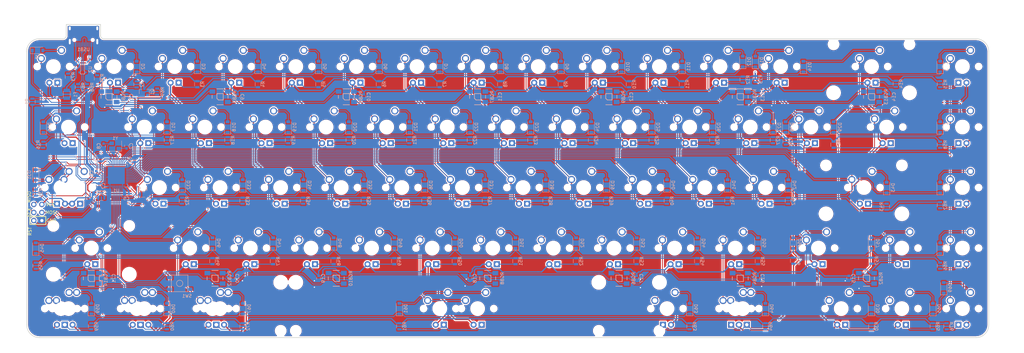
<source format=kicad_pcb>
(kicad_pcb (version 20171130) (host pcbnew "(5.1.5)-3")
  (layers (0 F.Cu signal) (31 B.Cu signal) (34 B.Paste user hide) (35 F.Paste user hide) (36 B.SilkS user hide) (37 F.SilkS user hide) (38 B.Mask user hide) (39 F.Mask user hide) (44 Edge.Cuts user))
  (net 0 "")
  (net 1 "Net-(D1-Pad2)")
  (net 2 "Net-(D2-Pad2)")
  (net 3 "Net-(D3-Pad2)")
  (net 4 "Net-(D4-Pad2)")
  (net 5 "Net-(D5-Pad2)")
  (net 6 "Net-(D6-Pad2)")
  (net 7 "Net-(D7-Pad2)")
  (net 8 "Net-(D8-Pad2)")
  (net 9 "Net-(D9-Pad2)")
  (net 10 "Net-(D10-Pad2)")
  (net 11 "Net-(D11-Pad2)")
  (net 12 "Net-(D12-Pad2)")
  (net 13 "Net-(D13-Pad2)")
  (net 14 "Net-(D14-Pad2)")
  (net 15 "Net-(D16-Pad2)")
  (net 16 "Net-(D17-Pad2)")
  (net 17 "Net-(D18-Pad2)")
  (net 18 "Net-(D19-Pad2)")
  (net 19 "Net-(D20-Pad2)")
  (net 20 "Net-(D21-Pad2)")
  (net 21 "Net-(D22-Pad2)")
  (net 22 "Net-(D23-Pad2)")
  (net 23 "Net-(D24-Pad2)")
  (net 24 "Net-(D25-Pad2)")
  (net 25 "Net-(D26-Pad2)")
  (net 26 "Net-(D27-Pad2)")
  (net 27 "Net-(D28-Pad2)")
  (net 28 "Net-(D29-Pad2)")
  (net 29 "Net-(D30-Pad2)")
  (net 30 "Net-(D31-Pad2)")
  (net 31 "Net-(D32-Pad2)")
  (net 32 "Net-(D33-Pad2)")
  (net 33 "Net-(D34-Pad2)")
  (net 34 "Net-(D35-Pad2)")
  (net 35 "Net-(D36-Pad2)")
  (net 36 "Net-(D37-Pad2)")
  (net 37 "Net-(D38-Pad2)")
  (net 38 "Net-(D39-Pad2)")
  (net 39 "Net-(D40-Pad2)")
  (net 40 "Net-(D41-Pad2)")
  (net 41 "Net-(D42-Pad2)")
  (net 42 "Net-(D43-Pad2)")
  (net 43 "Net-(D45-Pad2)")
  (net 44 "Net-(D46-Pad2)")
  (net 45 "Net-(D47-Pad2)")
  (net 46 "Net-(D48-Pad2)")
  (net 47 "Net-(D49-Pad2)")
  (net 48 "Net-(D50-Pad2)")
  (net 49 "Net-(D51-Pad2)")
  (net 50 "Net-(D52-Pad2)")
  (net 51 "Net-(D53-Pad2)")
  (net 52 "Net-(D54-Pad2)")
  (net 53 "Net-(D55-Pad2)")
  (net 54 "Net-(D56-Pad2)")
  (net 55 "Net-(D57-Pad2)")
  (net 56 "Net-(D58-Pad2)")
  (net 57 "Net-(D59-Pad2)")
  (net 58 "Net-(D60-Pad2)")
  (net 59 "Net-(D61-Pad2)")
  (net 60 "Net-(D62-Pad2)")
  (net 61 "Net-(D63-Pad2)")
  (net 62 "Net-(D64-Pad2)")
  (net 63 "Net-(D65-Pad2)")
  (net 64 "Net-(K_#1-Pad4)")
  (net 65 "Net-(K_#2-Pad4)")
  (net 66 "Net-(K_#3-Pad4)")
  (net 67 "Net-(K_#4-Pad4)")
  (net 68 "Net-(K_#5-Pad4)")
  (net 69 "Net-(K_#6-Pad4)")
  (net 70 "Net-(K_#7-Pad4)")
  (net 71 "Net-(K_#8-Pad4)")
  (net 72 "Net-(K_#9-Pad4)")
  (net 73 "Net-(K_#10-Pad4)")
  (net 74 "Net-(K_'1-Pad4)")
  (net 75 "Net-(K_,1-Pad4)")
  (net 76 "Net-(K_-1-Pad4)")
  (net 77 "Net-(K_.1-Pad4)")
  (net 78 "Net-(K_/1-Pad4)")
  (net 79 "Net-(K_;1-Pad4)")
  (net 80 "Net-(K_=1-Pad4)")
  (net 81 "Net-(K_A1-Pad4)")
  (net 82 "Net-(K_ALT1-Pad4)")
  (net 83 "Net-(K_B1-Pad4)")
  (net 84 "Net-(K_BACK1-Pad4)")
  (net 85 "Net-(K_C1-Pad4)")
  (net 86 "Net-(K_CAPS1-Pad4)")
  (net 87 "Net-(K_CTRL1-Pad4)")
  (net 88 "Net-(K_D1-Pad4)")
  (net 89 "Net-(K_E1-Pad4)")
  (net 90 "Net-(K_ENTER1-Pad4)")
  (net 91 "Net-(K_ESC1-Pad4)")
  (net 92 "Net-(K_F1-Pad4)")
  (net 93 "Net-(K_G1-Pad4)")
  (net 94 "Net-(K_H1-Pad4)")
  (net 95 "Net-(K_I1-Pad4)")
  (net 96 "Net-(K_J1-Pad4)")
  (net 97 "Net-(K_K1-Pad4)")
  (net 98 "Net-(K_L1-Pad4)")
  (net 99 "Net-(K_M1-Pad4)")
  (net 100 "Net-(K_N1-Pad4)")
  (net 101 "Net-(K_O1-Pad4)")
  (net 102 "Net-(K_P1-Pad4)")
  (net 103 "Net-(K_Q1-Pad4)")
  (net 104 "Net-(K_R1-Pad4)")
  (net 105 "Net-(K_S1-Pad4)")
  (net 106 "Net-(K_SHIFT1-Pad4)")
  (net 107 "Net-(K_SPACE1-Pad4)")
  (net 108 "Net-(K_T1-Pad4)")
  (net 109 "Net-(K_TAB1-Pad4)")
  (net 110 "Net-(K_U1-Pad4)")
  (net 111 "Net-(K_V1-Pad4)")
  (net 112 "Net-(K_W1-Pad4)")
  (net 113 "Net-(K_X1-Pad4)")
  (net 114 "Net-(K_Y1-Pad4)")
  (net 115 "Net-(K_Z1-Pad4)")
  (net 116 "Net-(K_[1-Pad4)")
  (net 117 "Net-(K_\\1-Pad4)")
  (net 118 "Net-(K_]1-Pad4)")
  (net 119 ROW0)
  (net 120 ROW1)
  (net 121 ROW2)
  (net 122 ROW3)
  (net 123 ROW4)
  (net 124 COL1)
  (net 125 +5V)
  (net 126 COL2)
  (net 127 COL3)
  (net 128 COL4)
  (net 129 COL5)
  (net 130 COL6)
  (net 131 COL7)
  (net 132 COL8)
  (net 133 COL9)
  (net 134 COL10)
  (net 135 COL11)
  (net 136 COL12)
  (net 137 COL13)
  (net 138 COL0)
  (net 139 LEDGND)
  (net 140 GND)
  (net 141 "Net-(R68-Pad2)")
  (net 142 "Net-(R67-Pad2)")
  (net 143 VCC)
  (net 144 "Net-(C6-Pad1)")
  (net 145 "Net-(C7-Pad1)")
  (net 146 "Net-(C8-Pad1)")
  (net 147 D-)
  (net 148 D+)
  (net 149 "Net-(Q1-Pad1)")
  (net 150 "Net-(R69-Pad2)")
  (net 151 "Net-(R70-Pad2)")
  (net 152 "Net-(R71-Pad2)")
  (net 153 "Net-(U1-Pad1)")
  (net 154 "Net-(U1-Pad8)")
  (net 155 "Net-(U1-Pad42)")
  (net 156 "Net-(D67-Pad2)")
  (net 157 "Net-(R73-Pad2)")
  (net 158 "Net-(R74-Pad2)")
  (net 159 "Net-(USB1-Pad9)")
  (net 160 "Net-(USB1-Pad3)")
  (net 161 "Net-(K_RALT2-Pad4)")
  (net 162 "Net-(K_RALT3-Pad4)")
  (net 163 "Net-(K_RCTRL2-Pad4)")
  (net 164 "Net-(K_RMENU2-Pad4)")
  (net 165 "Net-(K_WIN1-Pad4)")
  (net 166 "Net-(K_SRSHIFT2-Pad4)")
  (net 167 "Net-(RGB1-Pad2)")
  (net 168 RGBLED)
  (net 169 "Net-(RGB13-Pad2)")
  (net 170 "Net-(RGB2-Pad2)")
  (net 171 "Net-(RGB3-Pad2)")
  (net 172 "Net-(RGB4-Pad2)")
  (net 173 "Net-(RGB5-Pad2)")
  (net 174 "Net-(RGB6-Pad2)")
  (net 175 "Net-(RGB7-Pad2)")
  (net 176 "Net-(RGB10-Pad4)")
  (net 177 "Net-(RGB11-Pad4)")
  (net 178 "Net-(RGB10-Pad2)")
  (net 179 "Net-(RGB11-Pad2)")
  (net 180 "Net-(RGB12-Pad2)")
  (net 181 "Net-(RGB14-Pad2)")
  (net 182 "Net-(K_FNC1-Pad4)")
  (net 183 "Net-(D15-Pad2)")
  (net 184 "Net-(K_FNC2-Pad4)")
  (net 185 "Net-(K_FNC3-Pad4)")
  (net 186 "Net-(K_FNC4-Pad4)")
  (net 187 "Net-(D66-Pad2)")
  (net 188 "Net-(K_FNC5-Pad4)")
  (net 189 "Net-(D69-Pad2)")
  (net 190 CapLockLed)
  (net 191 COL14)
  (net 192 "Net-(K_SRSHIFT1-Pad4)")
  (module MX_Only:MXOnly-1.5U (layer F.Cu) (at 36.5125 50.8)
    (fp_text reference K_TAB1)
    (fp_text value MX-1.5U)
    (pad "" np_thru_hole circle (at 5.08 0 48.0996) (size 1.75 1.75) (drill 1.75) (layers *.Cu *.Mask))
    (pad "" np_thru_hole circle (at -5.08 0 48.0996) (size 1.75 1.75) (drill 1.75) (layers *.Cu *.Mask))
    (pad 4 thru_hole rect (at 1.27 5.08) (size 1.905 1.905) (drill 1.04) (layers *.Cu B.Mask) (net 109 "Net-(K_TAB1-Pad4)"))
    (pad 3 thru_hole circle (at -1.27 5.08) (size 1.905 1.905) (drill 1.04) (layers *.Cu B.Mask) (net 125 +5V))
    (pad 1 thru_hole circle (at -3.81 -2.54) (size 2.25 2.25) (drill 1.47) (layers *.Cu B.Mask) (net 138 COL0))
    (pad "" np_thru_hole circle (at 0 0) (size 3.9878 3.9878) (drill 3.9878) (layers *.Cu *.Mask))
    (pad 2 thru_hole circle (at 2.54 -5.08) (size 2.25 2.25) (drill 1.47) (layers *.Cu B.Mask) (net 15 "Net-(D16-Pad2)"))
  )
  (module MX_Only:MXOnly-1U (layer F.Cu) (at 150.8125 88.9)
    (fp_text reference K_B1)
    (fp_text value MX-1U)
    (pad "" np_thru_hole circle (at 5.08 0 48.0996) (size 1.75 1.75) (drill 1.75) (layers *.Cu *.Mask))
    (pad "" np_thru_hole circle (at -5.08 0 48.0996) (size 1.75 1.75) (drill 1.75) (layers *.Cu *.Mask))
    (pad 4 thru_hole rect (at 1.27 5.08) (size 1.905 1.905) (drill 1.04) (layers *.Cu B.Mask) (net 83 "Net-(K_B1-Pad4)"))
    (pad 3 thru_hole circle (at -1.27 5.08) (size 1.905 1.905) (drill 1.04) (layers *.Cu B.Mask) (net 125 +5V))
    (pad 1 thru_hole circle (at -3.81 -2.54) (size 2.25 2.25) (drill 1.47) (layers *.Cu B.Mask) (net 130 COL6))
    (pad "" np_thru_hole circle (at 0 0) (size 3.9878 3.9878) (drill 3.9878) (layers *.Cu *.Mask))
    (pad 2 thru_hole circle (at 2.54 -5.08) (size 2.25 2.25) (drill 1.47) (layers *.Cu B.Mask) (net 48 "Net-(D50-Pad2)"))
  )
  (module random-keyboard-parts:R_0805 (layer B.Cu) (at 200.82256 54.92496 90)
    (fp_text reference R24 (at 0 1.65 90) (layer B.SilkS) (effects (justify mirror)))
    (fp_text value 1k)
    (pad 1 smd rect (at -0.95 0 90) (size 0.7 1.3) (layers B.Cu B.Paste B.Mask) (net 95 "Net-(K_I1-Pad4)"))
    (pad 2 smd rect (at 0.95 0 90) (size 0.7 1.3) (layers B.Cu B.Paste B.Mask) (net 139 LEDGND))
  )
  (module MX_Only:MXOnly-1U (layer F.Cu) (at 193.675 50.8)
    (fp_text reference K_I1)
    (fp_text value MX-1U)
    (pad "" np_thru_hole circle (at 5.08 0 48.0996) (size 1.75 1.75) (drill 1.75) (layers *.Cu *.Mask))
    (pad "" np_thru_hole circle (at -5.08 0 48.0996) (size 1.75 1.75) (drill 1.75) (layers *.Cu *.Mask))
    (pad 4 thru_hole rect (at 1.27 5.08) (size 1.905 1.905) (drill 1.04) (layers *.Cu B.Mask) (net 95 "Net-(K_I1-Pad4)"))
    (pad 3 thru_hole circle (at -1.27 5.08) (size 1.905 1.905) (drill 1.04) (layers *.Cu B.Mask) (net 125 +5V))
    (pad 1 thru_hole circle (at -3.81 -2.54) (size 2.25 2.25) (drill 1.47) (layers *.Cu B.Mask) (net 132 COL8))
    (pad "" np_thru_hole circle (at 0 0) (size 3.9878 3.9878) (drill 3.9878) (layers *.Cu *.Mask))
    (pad 2 thru_hole circle (at 2.54 -5.08) (size 2.25 2.25) (drill 1.47) (layers *.Cu B.Mask) (net 23 "Net-(D24-Pad2)"))
  )
  (module MX_Only:MXOnly-1U (layer F.Cu) (at 198.4375 69.85)
    (fp_text reference K_K1)
    (fp_text value MX-1U)
    (pad "" np_thru_hole circle (at 5.08 0 48.0996) (size 1.75 1.75) (drill 1.75) (layers *.Cu *.Mask))
    (pad "" np_thru_hole circle (at -5.08 0 48.0996) (size 1.75 1.75) (drill 1.75) (layers *.Cu *.Mask))
    (pad 4 thru_hole rect (at 1.27 5.08) (size 1.905 1.905) (drill 1.04) (layers *.Cu B.Mask) (net 97 "Net-(K_K1-Pad4)"))
    (pad 3 thru_hole circle (at -1.27 5.08) (size 1.905 1.905) (drill 1.04) (layers *.Cu B.Mask) (net 125 +5V))
    (pad 1 thru_hole circle (at -3.81 -2.54) (size 2.25 2.25) (drill 1.47) (layers *.Cu B.Mask) (net 132 COL8))
    (pad "" np_thru_hole circle (at 0 0) (size 3.9878 3.9878) (drill 3.9878) (layers *.Cu *.Mask))
    (pad 2 thru_hole circle (at 2.54 -5.08) (size 2.25 2.25) (drill 1.47) (layers *.Cu B.Mask) (net 38 "Net-(D39-Pad2)"))
  )
  (module MX_Only:MXOnly-2.25U (layer F.Cu) (at 286.54375 69.85)
    (fp_text reference K_ENTER1)
    (fp_text value MX-2.25U)
    (pad "" np_thru_hole circle (at 11.938 8.255) (size 3.9878 3.9878) (drill 3.9878) (layers *.Cu *.Mask))
    (pad "" np_thru_hole circle (at -11.938 8.255) (size 3.9878 3.9878) (drill 3.9878) (layers *.Cu *.Mask))
    (pad "" np_thru_hole circle (at 11.938 -6.985) (size 3.048 3.048) (drill 3.048) (layers *.Cu *.Mask))
    (pad "" np_thru_hole circle (at -11.938 -6.985) (size 3.048 3.048) (drill 3.048) (layers *.Cu *.Mask))
    (pad "" np_thru_hole circle (at 5.08 0 48.0996) (size 1.75 1.75) (drill 1.75) (layers *.Cu *.Mask))
    (pad "" np_thru_hole circle (at -5.08 0 48.0996) (size 1.75 1.75) (drill 1.75) (layers *.Cu *.Mask))
    (pad 4 thru_hole rect (at 1.27 5.08) (size 1.905 1.905) (drill 1.04) (layers *.Cu B.Mask) (net 90 "Net-(K_ENTER1-Pad4)"))
    (pad 3 thru_hole circle (at -1.27 5.08) (size 1.905 1.905) (drill 1.04) (layers *.Cu B.Mask) (net 125 +5V))
    (pad 1 thru_hole circle (at -3.81 -2.54) (size 2.25 2.25) (drill 1.47) (layers *.Cu B.Mask) (net 137 COL13))
    (pad "" np_thru_hole circle (at 0 0) (size 3.9878 3.9878) (drill 3.9878) (layers *.Cu *.Mask))
    (pad 2 thru_hole circle (at 2.54 -5.08) (size 2.25 2.25) (drill 1.47) (layers *.Cu B.Mask) (net 42 "Net-(D43-Pad2)"))
  )
  (module MX_Only:MXOnly-1.75U (layer F.Cu) (at 38.89375 69.85)
    (fp_text reference K_CAPS1)
    (fp_text value MX-1.75U)
    (pad "" np_thru_hole circle (at 5.08 0 48.0996) (size 1.75 1.75) (drill 1.75) (layers *.Cu *.Mask))
    (pad "" np_thru_hole circle (at -5.08 0 48.0996) (size 1.75 1.75) (drill 1.75) (layers *.Cu *.Mask))
    (pad 4 thru_hole rect (at 1.27 5.08) (size 1.905 1.905) (drill 1.04) (layers *.Cu B.Mask) (net 86 "Net-(K_CAPS1-Pad4)"))
    (pad 3 thru_hole circle (at -1.27 5.08) (size 1.905 1.905) (drill 1.04) (layers *.Cu B.Mask) (net 125 +5V))
    (pad 1 thru_hole circle (at -3.81 -2.54) (size 2.25 2.25) (drill 1.47) (layers *.Cu B.Mask) (net 138 COL0))
    (pad "" np_thru_hole circle (at 0 0) (size 3.9878 3.9878) (drill 3.9878) (layers *.Cu *.Mask))
    (pad 2 thru_hole circle (at 2.54 -5.08) (size 2.25 2.25) (drill 1.47) (layers *.Cu B.Mask) (net 30 "Net-(D31-Pad2)"))
  )
  (module MX_Only:MXOnly-2.25U (layer F.Cu) (at 43.65625 88.9)
    (fp_text reference K_SHIFT1)
    (fp_text value MX-2.25U)
    (pad "" np_thru_hole circle (at 11.938 8.255) (size 3.9878 3.9878) (drill 3.9878) (layers *.Cu *.Mask))
    (pad "" np_thru_hole circle (at -11.938 8.255) (size 3.9878 3.9878) (drill 3.9878) (layers *.Cu *.Mask))
    (pad "" np_thru_hole circle (at 11.938 -6.985) (size 3.048 3.048) (drill 3.048) (layers *.Cu *.Mask))
    (pad "" np_thru_hole circle (at -11.938 -6.985) (size 3.048 3.048) (drill 3.048) (layers *.Cu *.Mask))
    (pad "" np_thru_hole circle (at 5.08 0 48.0996) (size 1.75 1.75) (drill 1.75) (layers *.Cu *.Mask))
    (pad "" np_thru_hole circle (at -5.08 0 48.0996) (size 1.75 1.75) (drill 1.75) (layers *.Cu *.Mask))
    (pad 4 thru_hole rect (at 1.27 5.08) (size 1.905 1.905) (drill 1.04) (layers *.Cu B.Mask) (net 106 "Net-(K_SHIFT1-Pad4)"))
    (pad 3 thru_hole circle (at -1.27 5.08) (size 1.905 1.905) (drill 1.04) (layers *.Cu B.Mask) (net 125 +5V))
    (pad 1 thru_hole circle (at -3.81 -2.54) (size 2.25 2.25) (drill 1.47) (layers *.Cu B.Mask) (net 138 COL0))
    (pad "" np_thru_hole circle (at 0 0) (size 3.9878 3.9878) (drill 3.9878) (layers *.Cu *.Mask))
    (pad 2 thru_hole circle (at 2.54 -5.08) (size 2.25 2.25) (drill 1.47) (layers *.Cu B.Mask) (net 43 "Net-(D45-Pad2)"))
  )
  (module MX_Only:MXOnly-7U-ReversedStabilizers (layer F.Cu) (at 165.1 107.95)
    (fp_text reference K_SPACE1)
    (fp_text value MX-7U)
    (pad "" np_thru_hole circle (at 57.15 -8.255) (size 3.9878 3.9878) (drill 3.9878) (layers *.Cu *.Mask))
    (pad "" np_thru_hole circle (at -57.15 -8.255) (size 3.9878 3.9878) (drill 3.9878) (layers *.Cu *.Mask))
    (pad "" np_thru_hole circle (at 57.15 6.985) (size 3.048 3.048) (drill 3.048) (layers *.Cu *.Mask))
    (pad "" np_thru_hole circle (at -57.15 6.985) (size 3.048 3.048) (drill 3.048) (layers *.Cu *.Mask))
    (pad "" np_thru_hole circle (at 5.08 0 48.0996) (size 1.75 1.75) (drill 1.75) (layers *.Cu *.Mask))
    (pad "" np_thru_hole circle (at -5.08 0 48.0996) (size 1.75 1.75) (drill 1.75) (layers *.Cu *.Mask))
    (pad 4 thru_hole rect (at 1.27 5.08) (size 1.905 1.905) (drill 1.04) (layers *.Cu B.Mask) (net 107 "Net-(K_SPACE1-Pad4)"))
    (pad 3 thru_hole circle (at -1.27 5.08) (size 1.905 1.905) (drill 1.04) (layers *.Cu B.Mask) (net 125 +5V))
    (pad 1 thru_hole circle (at -3.81 -2.54) (size 2.25 2.25) (drill 1.47) (layers *.Cu B.Mask) (net 130 COL6))
    (pad "" np_thru_hole circle (at 0 0) (size 3.9878 3.9878) (drill 3.9878) (layers *.Cu *.Mask))
    (pad 2 thru_hole circle (at 2.54 -5.08) (size 2.25 2.25) (drill 1.47) (layers *.Cu B.Mask) (net 59 "Net-(D61-Pad2)"))
  )
  (module MX_Only:MXOnly-1U (layer F.Cu) (at 103.1875 69.85)
    (fp_text reference K_D1)
    (fp_text value MX-1U)
    (pad "" np_thru_hole circle (at 5.08 0 48.0996) (size 1.75 1.75) (drill 1.75) (layers *.Cu *.Mask))
    (pad "" np_thru_hole circle (at -5.08 0 48.0996) (size 1.75 1.75) (drill 1.75) (layers *.Cu *.Mask))
    (pad 4 thru_hole rect (at 1.27 5.08) (size 1.905 1.905) (drill 1.04) (layers *.Cu B.Mask) (net 88 "Net-(K_D1-Pad4)"))
    (pad 3 thru_hole circle (at -1.27 5.08) (size 1.905 1.905) (drill 1.04) (layers *.Cu B.Mask) (net 125 +5V))
    (pad 1 thru_hole circle (at -3.81 -2.54) (size 2.25 2.25) (drill 1.47) (layers *.Cu B.Mask) (net 127 COL3))
    (pad "" np_thru_hole circle (at 0 0) (size 3.9878 3.9878) (drill 3.9878) (layers *.Cu *.Mask))
    (pad 2 thru_hole circle (at 2.54 -5.08) (size 2.25 2.25) (drill 1.47) (layers *.Cu B.Mask) (net 33 "Net-(D34-Pad2)"))
  )
  (module MX_Only:MXOnly-1U (layer F.Cu) (at 50.8 31.75)
    (fp_text reference K_#1)
    (fp_text value MX-1U)
    (pad "" np_thru_hole circle (at 5.08 0 48.0996) (size 1.75 1.75) (drill 1.75) (layers *.Cu *.Mask))
    (pad "" np_thru_hole circle (at -5.08 0 48.0996) (size 1.75 1.75) (drill 1.75) (layers *.Cu *.Mask))
    (pad 4 thru_hole rect (at 1.27 5.08) (size 1.905 1.905) (drill 1.04) (layers *.Cu B.Mask) (net 64 "Net-(K_#1-Pad4)"))
    (pad 3 thru_hole circle (at -1.27 5.08) (size 1.905 1.905) (drill 1.04) (layers *.Cu B.Mask) (net 125 +5V))
    (pad 1 thru_hole circle (at -3.81 -2.54) (size 2.25 2.25) (drill 1.47) (layers *.Cu B.Mask) (net 124 COL1))
    (pad "" np_thru_hole circle (at 0 0) (size 3.9878 3.9878) (drill 3.9878) (layers *.Cu *.Mask))
    (pad 2 thru_hole circle (at 2.54 -5.08) (size 2.25 2.25) (drill 1.47) (layers *.Cu B.Mask) (net 2 "Net-(D2-Pad2)"))
  )
  (module MX_Only:MXOnly-1.25U (layer F.Cu) (at 81.75625 107.95)
    (fp_text reference K_ALT1)
    (fp_text value MX-1.25U)
    (pad "" np_thru_hole circle (at 5.08 0 48.0996) (size 1.75 1.75) (drill 1.75) (layers *.Cu *.Mask))
    (pad "" np_thru_hole circle (at -5.08 0 48.0996) (size 1.75 1.75) (drill 1.75) (layers *.Cu *.Mask))
    (pad 4 thru_hole rect (at 1.27 5.08) (size 1.905 1.905) (drill 1.04) (layers *.Cu B.Mask) (net 82 "Net-(K_ALT1-Pad4)"))
    (pad 3 thru_hole circle (at -1.27 5.08) (size 1.905 1.905) (drill 1.04) (layers *.Cu B.Mask) (net 125 +5V))
    (pad 1 thru_hole circle (at -3.81 -2.54) (size 2.25 2.25) (drill 1.47) (layers *.Cu B.Mask) (net 126 COL2))
    (pad "" np_thru_hole circle (at 0 0) (size 3.9878 3.9878) (drill 3.9878) (layers *.Cu *.Mask))
    (pad 2 thru_hole circle (at 2.54 -5.08) (size 2.25 2.25) (drill 1.47) (layers *.Cu B.Mask) (net 156 "Net-(D67-Pad2)"))
  )
  (module MX_Only:MXOnly-1U (layer F.Cu) (at 74.6125 88.9)
    (fp_text reference K_Z1)
    (fp_text value MX-1U)
    (pad "" np_thru_hole circle (at 5.08 0 48.0996) (size 1.75 1.75) (drill 1.75) (layers *.Cu *.Mask))
    (pad "" np_thru_hole circle (at -5.08 0 48.0996) (size 1.75 1.75) (drill 1.75) (layers *.Cu *.Mask))
    (pad 4 thru_hole rect (at 1.27 5.08) (size 1.905 1.905) (drill 1.04) (layers *.Cu B.Mask) (net 115 "Net-(K_Z1-Pad4)"))
    (pad 3 thru_hole circle (at -1.27 5.08) (size 1.905 1.905) (drill 1.04) (layers *.Cu B.Mask) (net 125 +5V))
    (pad 1 thru_hole circle (at -3.81 -2.54) (size 2.25 2.25) (drill 1.47) (layers *.Cu B.Mask) (net 126 COL2))
    (pad "" np_thru_hole circle (at 0 0) (size 3.9878 3.9878) (drill 3.9878) (layers *.Cu *.Mask))
    (pad 2 thru_hole circle (at 2.54 -5.08) (size 2.25 2.25) (drill 1.47) (layers *.Cu B.Mask) (net 44 "Net-(D46-Pad2)"))
  )
  (module MX_Only:MXOnly-1U (layer F.Cu) (at 155.575 50.8)
    (fp_text reference K_Y1)
    (fp_text value MX-1U)
    (pad "" np_thru_hole circle (at 5.08 0 48.0996) (size 1.75 1.75) (drill 1.75) (layers *.Cu *.Mask))
    (pad "" np_thru_hole circle (at -5.08 0 48.0996) (size 1.75 1.75) (drill 1.75) (layers *.Cu *.Mask))
    (pad 4 thru_hole rect (at 1.27 5.08) (size 1.905 1.905) (drill 1.04) (layers *.Cu B.Mask) (net 114 "Net-(K_Y1-Pad4)"))
    (pad 3 thru_hole circle (at -1.27 5.08) (size 1.905 1.905) (drill 1.04) (layers *.Cu B.Mask) (net 125 +5V))
    (pad 1 thru_hole circle (at -3.81 -2.54) (size 2.25 2.25) (drill 1.47) (layers *.Cu B.Mask) (net 130 COL6))
    (pad "" np_thru_hole circle (at 0 0) (size 3.9878 3.9878) (drill 3.9878) (layers *.Cu *.Mask))
    (pad 2 thru_hole circle (at 2.54 -5.08) (size 2.25 2.25) (drill 1.47) (layers *.Cu B.Mask) (net 21 "Net-(D22-Pad2)"))
  )
  (module MX_Only:MXOnly-1U (layer F.Cu) (at 93.6625 88.9)
    (fp_text reference K_X1)
    (fp_text value MX-1U)
    (pad "" np_thru_hole circle (at 5.08 0 48.0996) (size 1.75 1.75) (drill 1.75) (layers *.Cu *.Mask))
    (pad "" np_thru_hole circle (at -5.08 0 48.0996) (size 1.75 1.75) (drill 1.75) (layers *.Cu *.Mask))
    (pad 4 thru_hole rect (at 1.27 5.08) (size 1.905 1.905) (drill 1.04) (layers *.Cu B.Mask) (net 113 "Net-(K_X1-Pad4)"))
    (pad 3 thru_hole circle (at -1.27 5.08) (size 1.905 1.905) (drill 1.04) (layers *.Cu B.Mask) (net 125 +5V))
    (pad 1 thru_hole circle (at -3.81 -2.54) (size 2.25 2.25) (drill 1.47) (layers *.Cu B.Mask) (net 127 COL3))
    (pad "" np_thru_hole circle (at 0 0) (size 3.9878 3.9878) (drill 3.9878) (layers *.Cu *.Mask))
    (pad 2 thru_hole circle (at 2.54 -5.08) (size 2.25 2.25) (drill 1.47) (layers *.Cu B.Mask) (net 45 "Net-(D47-Pad2)"))
  )
  (module MX_Only:MXOnly-1U-FLIPPED (layer F.Cu) (at 60.325 107.95)
    (fp_text reference K_WIN2)
    (fp_text value MX-1U)
    (pad "" np_thru_hole circle (at 5.08 0 48.0996) (size 1.75 1.75) (drill 1.75) (layers *.Cu *.Mask))
    (pad "" np_thru_hole circle (at -5.08 0 48.0996) (size 1.75 1.75) (drill 1.75) (layers *.Cu *.Mask))
    (pad 4 thru_hole rect (at -1.27 5.08) (size 1.905 1.905) (drill 1.04) (layers *.Cu B.Mask) (net 165 "Net-(K_WIN1-Pad4)"))
    (pad 3 thru_hole circle (at 1.27 5.08) (size 1.905 1.905) (drill 1.04) (layers *.Cu B.Mask) (net 125 +5V))
    (pad 1 thru_hole circle (at -3.81 -2.54) (size 2.25 2.25) (drill 1.47) (layers *.Cu B.Mask) (net 124 COL1))
    (pad "" np_thru_hole circle (at 0 0) (size 3.9878 3.9878) (drill 3.9878) (layers *.Cu *.Mask))
    (pad 2 thru_hole circle (at 2.54 -5.08) (size 2.25 2.25) (drill 1.47) (layers *.Cu B.Mask) (net 58 "Net-(D60-Pad2)"))
  )
  (module MX_Only:MXOnly-1.25U (layer F.Cu) (at 57.94375 107.95)
    (fp_text reference K_WIN1)
    (fp_text value MX-1.25U)
    (pad "" np_thru_hole circle (at 5.08 0 48.0996) (size 1.75 1.75) (drill 1.75) (layers *.Cu *.Mask))
    (pad "" np_thru_hole circle (at -5.08 0 48.0996) (size 1.75 1.75) (drill 1.75) (layers *.Cu *.Mask))
    (pad 4 thru_hole rect (at 1.27 5.08) (size 1.905 1.905) (drill 1.04) (layers *.Cu B.Mask) (net 165 "Net-(K_WIN1-Pad4)"))
    (pad 3 thru_hole circle (at -1.27 5.08) (size 1.905 1.905) (drill 1.04) (layers *.Cu B.Mask) (net 125 +5V))
    (pad 1 thru_hole circle (at -3.81 -2.54) (size 2.25 2.25) (drill 1.47) (layers *.Cu B.Mask) (net 124 COL1))
    (pad "" np_thru_hole circle (at 0 0) (size 3.9878 3.9878) (drill 3.9878) (layers *.Cu *.Mask))
    (pad 2 thru_hole circle (at 2.54 -5.08) (size 2.25 2.25) (drill 1.47) (layers *.Cu B.Mask) (net 58 "Net-(D60-Pad2)"))
  )
  (module MX_Only:MXOnly-1U (layer F.Cu) (at 79.375 50.8)
    (fp_text reference K_W1)
    (fp_text value MX-1U)
    (pad "" np_thru_hole circle (at 5.08 0 48.0996) (size 1.75 1.75) (drill 1.75) (layers *.Cu *.Mask))
    (pad "" np_thru_hole circle (at -5.08 0 48.0996) (size 1.75 1.75) (drill 1.75) (layers *.Cu *.Mask))
    (pad 4 thru_hole rect (at 1.27 5.08) (size 1.905 1.905) (drill 1.04) (layers *.Cu B.Mask) (net 112 "Net-(K_W1-Pad4)"))
    (pad 3 thru_hole circle (at -1.27 5.08) (size 1.905 1.905) (drill 1.04) (layers *.Cu B.Mask) (net 125 +5V))
    (pad 1 thru_hole circle (at -3.81 -2.54) (size 2.25 2.25) (drill 1.47) (layers *.Cu B.Mask) (net 126 COL2))
    (pad "" np_thru_hole circle (at 0 0) (size 3.9878 3.9878) (drill 3.9878) (layers *.Cu *.Mask))
    (pad 2 thru_hole circle (at 2.54 -5.08) (size 2.25 2.25) (drill 1.47) (layers *.Cu B.Mask) (net 17 "Net-(D18-Pad2)"))
  )
  (module MX_Only:MXOnly-1U (layer F.Cu) (at 131.7625 88.9)
    (fp_text reference K_V1)
    (fp_text value MX-1U)
    (pad "" np_thru_hole circle (at 5.08 0 48.0996) (size 1.75 1.75) (drill 1.75) (layers *.Cu *.Mask))
    (pad "" np_thru_hole circle (at -5.08 0 48.0996) (size 1.75 1.75) (drill 1.75) (layers *.Cu *.Mask))
    (pad 4 thru_hole rect (at 1.27 5.08) (size 1.905 1.905) (drill 1.04) (layers *.Cu B.Mask) (net 111 "Net-(K_V1-Pad4)"))
    (pad 3 thru_hole circle (at -1.27 5.08) (size 1.905 1.905) (drill 1.04) (layers *.Cu B.Mask) (net 125 +5V))
    (pad 1 thru_hole circle (at -3.81 -2.54) (size 2.25 2.25) (drill 1.47) (layers *.Cu B.Mask) (net 129 COL5))
    (pad "" np_thru_hole circle (at 0 0) (size 3.9878 3.9878) (drill 3.9878) (layers *.Cu *.Mask))
    (pad 2 thru_hole circle (at 2.54 -5.08) (size 2.25 2.25) (drill 1.47) (layers *.Cu B.Mask) (net 47 "Net-(D49-Pad2)"))
  )
  (module MX_Only:MXOnly-1U (layer F.Cu) (at 174.625 50.8)
    (fp_text reference K_U1)
    (fp_text value MX-1U)
    (pad "" np_thru_hole circle (at 5.08 0 48.0996) (size 1.75 1.75) (drill 1.75) (layers *.Cu *.Mask))
    (pad "" np_thru_hole circle (at -5.08 0 48.0996) (size 1.75 1.75) (drill 1.75) (layers *.Cu *.Mask))
    (pad 4 thru_hole rect (at 1.27 5.08) (size 1.905 1.905) (drill 1.04) (layers *.Cu B.Mask) (net 110 "Net-(K_U1-Pad4)"))
    (pad 3 thru_hole circle (at -1.27 5.08) (size 1.905 1.905) (drill 1.04) (layers *.Cu B.Mask) (net 125 +5V))
    (pad 1 thru_hole circle (at -3.81 -2.54) (size 2.25 2.25) (drill 1.47) (layers *.Cu B.Mask) (net 131 COL7))
    (pad "" np_thru_hole circle (at 0 0) (size 3.9878 3.9878) (drill 3.9878) (layers *.Cu *.Mask))
    (pad 2 thru_hole circle (at 2.54 -5.08) (size 2.25 2.25) (drill 1.47) (layers *.Cu B.Mask) (net 22 "Net-(D23-Pad2)"))
  )
  (module MX_Only:MXOnly-1U (layer F.Cu) (at 136.525 50.8)
    (fp_text reference K_T1)
    (fp_text value MX-1U)
    (pad "" np_thru_hole circle (at 5.08 0 48.0996) (size 1.75 1.75) (drill 1.75) (layers *.Cu *.Mask))
    (pad "" np_thru_hole circle (at -5.08 0 48.0996) (size 1.75 1.75) (drill 1.75) (layers *.Cu *.Mask))
    (pad 4 thru_hole rect (at 1.27 5.08) (size 1.905 1.905) (drill 1.04) (layers *.Cu B.Mask) (net 108 "Net-(K_T1-Pad4)"))
    (pad 3 thru_hole circle (at -1.27 5.08) (size 1.905 1.905) (drill 1.04) (layers *.Cu B.Mask) (net 125 +5V))
    (pad 1 thru_hole circle (at -3.81 -2.54) (size 2.25 2.25) (drill 1.47) (layers *.Cu B.Mask) (net 129 COL5))
    (pad "" np_thru_hole circle (at 0 0) (size 3.9878 3.9878) (drill 3.9878) (layers *.Cu *.Mask))
    (pad 2 thru_hole circle (at 2.54 -5.08) (size 2.25 2.25) (drill 1.47) (layers *.Cu B.Mask) (net 20 "Net-(D21-Pad2)"))
  )
  (module MX_Only:MXOnly-1U (layer F.Cu) (at 298.45 88.9)
    (fp_text reference K_SRSHIFT2)
    (fp_text value MX-1U)
    (pad "" np_thru_hole circle (at 5.08 0 48.0996) (size 1.75 1.75) (drill 1.75) (layers *.Cu *.Mask))
    (pad "" np_thru_hole circle (at -5.08 0 48.0996) (size 1.75 1.75) (drill 1.75) (layers *.Cu *.Mask))
    (pad 4 thru_hole rect (at 1.27 5.08) (size 1.905 1.905) (drill 1.04) (layers *.Cu B.Mask) (net 166 "Net-(K_SRSHIFT2-Pad4)"))
    (pad 3 thru_hole circle (at -1.27 5.08) (size 1.905 1.905) (drill 1.04) (layers *.Cu B.Mask) (net 125 +5V))
    (pad 1 thru_hole circle (at -3.81 -2.54) (size 2.25 2.25) (drill 1.47) (layers *.Cu B.Mask) (net 137 COL13))
    (pad "" np_thru_hole circle (at 0 0) (size 3.9878 3.9878) (drill 3.9878) (layers *.Cu *.Mask))
    (pad 2 thru_hole circle (at 2.54 -5.08) (size 2.25 2.25) (drill 1.47) (layers *.Cu B.Mask) (net 55 "Net-(D57-Pad2)"))
  )
  (module MX_Only:MXOnly-1.75U (layer F.Cu) (at 272.25625 88.9)
    (fp_text reference K_SRSHIFT1)
    (fp_text value MX-1.75U)
    (pad "" np_thru_hole circle (at 5.08 0 48.0996) (size 1.75 1.75) (drill 1.75) (layers *.Cu *.Mask))
    (pad "" np_thru_hole circle (at -5.08 0 48.0996) (size 1.75 1.75) (drill 1.75) (layers *.Cu *.Mask))
    (pad 4 thru_hole rect (at 1.27 5.08) (size 1.905 1.905) (drill 1.04) (layers *.Cu B.Mask) (net 192 "Net-(K_SRSHIFT1-Pad4)"))
    (pad 3 thru_hole circle (at -1.27 5.08) (size 1.905 1.905) (drill 1.04) (layers *.Cu B.Mask) (net 125 +5V))
    (pad 1 thru_hole circle (at -3.81 -2.54) (size 2.25 2.25) (drill 1.47) (layers *.Cu B.Mask) (net 136 COL12))
    (pad "" np_thru_hole circle (at 0 0) (size 3.9878 3.9878) (drill 3.9878) (layers *.Cu *.Mask))
    (pad 2 thru_hole circle (at 2.54 -5.08) (size 2.25 2.25) (drill 1.47) (layers *.Cu B.Mask) (net 54 "Net-(D56-Pad2)"))
  )
  (module MX_Only:MXOnly-6.25U-ReversedStabilizers (layer F.Cu) (at 153.19375 107.95)
    (fp_text reference K_SPACE2)
    (fp_text value MX-6.25U)
    (pad "" np_thru_hole circle (at 49.9999 -8.255) (size 3.9878 3.9878) (drill 3.9878) (layers *.Cu *.Mask))
    (pad "" np_thru_hole circle (at -49.9999 -8.255) (size 3.9878 3.9878) (drill 3.9878) (layers *.Cu *.Mask))
    (pad "" np_thru_hole circle (at 49.9999 6.985) (size 3.048 3.048) (drill 3.048) (layers *.Cu *.Mask))
    (pad "" np_thru_hole circle (at -49.9999 6.985) (size 3.048 3.048) (drill 3.048) (layers *.Cu *.Mask))
    (pad "" np_thru_hole circle (at 5.08 0 48.0996) (size 1.75 1.75) (drill 1.75) (layers *.Cu *.Mask))
    (pad "" np_thru_hole circle (at -5.08 0 48.0996) (size 1.75 1.75) (drill 1.75) (layers *.Cu *.Mask))
    (pad 4 thru_hole rect (at 1.27 5.08) (size 1.905 1.905) (drill 1.04) (layers *.Cu B.Mask) (net 107 "Net-(K_SPACE1-Pad4)"))
    (pad 3 thru_hole circle (at -1.27 5.08) (size 1.905 1.905) (drill 1.04) (layers *.Cu B.Mask) (net 125 +5V))
    (pad 1 thru_hole circle (at -3.81 -2.54) (size 2.25 2.25) (drill 1.47) (layers *.Cu B.Mask) (net 130 COL6))
    (pad "" np_thru_hole circle (at 0 0) (size 3.9878 3.9878) (drill 3.9878) (layers *.Cu *.Mask))
    (pad 2 thru_hole circle (at 2.54 -5.08) (size 2.25 2.25) (drill 1.47) (layers *.Cu B.Mask) (net 59 "Net-(D61-Pad2)"))
  )
  (module MX_Only:MXOnly-1U (layer F.Cu) (at 84.1375 69.85)
    (fp_text reference K_S1)
    (fp_text value MX-1U)
    (pad "" np_thru_hole circle (at 5.08 0 48.0996) (size 1.75 1.75) (drill 1.75) (layers *.Cu *.Mask))
    (pad "" np_thru_hole circle (at -5.08 0 48.0996) (size 1.75 1.75) (drill 1.75) (layers *.Cu *.Mask))
    (pad 4 thru_hole rect (at 1.27 5.08) (size 1.905 1.905) (drill 1.04) (layers *.Cu B.Mask) (net 105 "Net-(K_S1-Pad4)"))
    (pad 3 thru_hole circle (at -1.27 5.08) (size 1.905 1.905) (drill 1.04) (layers *.Cu B.Mask) (net 125 +5V))
    (pad 1 thru_hole circle (at -3.81 -2.54) (size 2.25 2.25) (drill 1.47) (layers *.Cu B.Mask) (net 126 COL2))
    (pad "" np_thru_hole circle (at 0 0) (size 3.9878 3.9878) (drill 3.9878) (layers *.Cu *.Mask))
    (pad 2 thru_hole circle (at 2.54 -5.08) (size 2.25 2.25) (drill 1.47) (layers *.Cu B.Mask) (net 32 "Net-(D33-Pad2)"))
  )
  (module MX_Only:MXOnly-1.25U (layer F.Cu) (at 248.44375 107.95)
    (fp_text reference K_RWIN2)
    (fp_text value MX-1.25U)
    (pad "" np_thru_hole circle (at 5.08 0 48.0996) (size 1.75 1.75) (drill 1.75) (layers *.Cu *.Mask))
    (pad "" np_thru_hole circle (at -5.08 0 48.0996) (size 1.75 1.75) (drill 1.75) (layers *.Cu *.Mask))
    (pad 4 thru_hole rect (at 1.27 5.08) (size 1.905 1.905) (drill 1.04) (layers *.Cu B.Mask) (net 162 "Net-(K_RALT3-Pad4)"))
    (pad 3 thru_hole circle (at -1.27 5.08) (size 1.905 1.905) (drill 1.04) (layers *.Cu B.Mask) (net 125 +5V))
    (pad 1 thru_hole circle (at -3.81 -2.54) (size 2.25 2.25) (drill 1.47) (layers *.Cu B.Mask) (net 135 COL11))
    (pad "" np_thru_hole circle (at 0 0) (size 3.9878 3.9878) (drill 3.9878) (layers *.Cu *.Mask))
    (pad 2 thru_hole circle (at 2.54 -5.08) (size 2.25 2.25) (drill 1.47) (layers *.Cu B.Mask) (net 62 "Net-(D64-Pad2)"))
  )
  (module MX_Only:MXOnly-1U (layer F.Cu) (at 279.4 107.95)
    (fp_text reference K_RMENU2)
    (fp_text value MX-1U)
    (pad "" np_thru_hole circle (at 5.08 0 48.0996) (size 1.75 1.75) (drill 1.75) (layers *.Cu *.Mask))
    (pad "" np_thru_hole circle (at -5.08 0 48.0996) (size 1.75 1.75) (drill 1.75) (layers *.Cu *.Mask))
    (pad 4 thru_hole rect (at 1.27 5.08) (size 1.905 1.905) (drill 1.04) (layers *.Cu B.Mask) (net 164 "Net-(K_RMENU2-Pad4)"))
    (pad 3 thru_hole circle (at -1.27 5.08) (size 1.905 1.905) (drill 1.04) (layers *.Cu B.Mask) (net 125 +5V))
    (pad 1 thru_hole circle (at -3.81 -2.54) (size 2.25 2.25) (drill 1.47) (layers *.Cu B.Mask) (net 136 COL12))
    (pad "" np_thru_hole circle (at 0 0) (size 3.9878 3.9878) (drill 3.9878) (layers *.Cu *.Mask))
    (pad 2 thru_hole circle (at 2.54 -5.08) (size 2.25 2.25) (drill 1.47) (layers *.Cu B.Mask) (net 29 "Net-(D30-Pad2)"))
  )
  (module MX_Only:MXOnly-1U (layer F.Cu) (at 298.45 107.95)
    (fp_text reference K_RCTRL2)
    (fp_text value MX-1U)
    (pad "" np_thru_hole circle (at 5.08 0 48.0996) (size 1.75 1.75) (drill 1.75) (layers *.Cu *.Mask))
    (pad "" np_thru_hole circle (at -5.08 0 48.0996) (size 1.75 1.75) (drill 1.75) (layers *.Cu *.Mask))
    (pad 4 thru_hole rect (at 1.27 5.08) (size 1.905 1.905) (drill 1.04) (layers *.Cu B.Mask) (net 163 "Net-(K_RCTRL2-Pad4)"))
    (pad 3 thru_hole circle (at -1.27 5.08) (size 1.905 1.905) (drill 1.04) (layers *.Cu B.Mask) (net 125 +5V))
    (pad 1 thru_hole circle (at -3.81 -2.54) (size 2.25 2.25) (drill 1.47) (layers *.Cu B.Mask) (net 137 COL13))
    (pad "" np_thru_hole circle (at 0 0) (size 3.9878 3.9878) (drill 3.9878) (layers *.Cu *.Mask))
    (pad 2 thru_hole circle (at 2.54 -5.08) (size 2.25 2.25) (drill 1.47) (layers *.Cu B.Mask) (net 63 "Net-(D65-Pad2)"))
  )
  (module MX_Only:MXOnly-1.5U-FLIPPED (layer F.Cu) (at 246.0625 107.95)
    (fp_text reference K_RALT3)
    (fp_text value MX-1.5U)
    (pad "" np_thru_hole circle (at 5.08 0 48.0996) (size 1.75 1.75) (drill 1.75) (layers *.Cu *.Mask))
    (pad "" np_thru_hole circle (at -5.08 0 48.0996) (size 1.75 1.75) (drill 1.75) (layers *.Cu *.Mask))
    (pad 4 thru_hole rect (at -1.27 5.08) (size 1.905 1.905) (drill 1.04) (layers *.Cu B.Mask) (net 162 "Net-(K_RALT3-Pad4)"))
    (pad 3 thru_hole circle (at 1.27 5.08) (size 1.905 1.905) (drill 1.04) (layers *.Cu B.Mask) (net 125 +5V))
    (pad 1 thru_hole circle (at -3.81 -2.54) (size 2.25 2.25) (drill 1.47) (layers *.Cu B.Mask) (net 135 COL11))
    (pad "" np_thru_hole circle (at 0 0) (size 3.9878 3.9878) (drill 3.9878) (layers *.Cu *.Mask))
    (pad 2 thru_hole circle (at 2.54 -5.08) (size 2.25 2.25) (drill 1.47) (layers *.Cu B.Mask) (net 62 "Net-(D64-Pad2)"))
  )
  (module MX_Only:MXOnly-1.25U-FLIPPED (layer F.Cu) (at 224.63125 107.95)
    (fp_text reference K_RALT2)
    (fp_text value MX-1.25U)
    (pad "" np_thru_hole circle (at 5.08 0 48.0996) (size 1.75 1.75) (drill 1.75) (layers *.Cu *.Mask))
    (pad "" np_thru_hole circle (at -5.08 0 48.0996) (size 1.75 1.75) (drill 1.75) (layers *.Cu *.Mask))
    (pad 4 thru_hole rect (at -1.27 5.08) (size 1.905 1.905) (drill 1.04) (layers *.Cu B.Mask) (net 161 "Net-(K_RALT2-Pad4)"))
    (pad 3 thru_hole circle (at 1.27 5.08) (size 1.905 1.905) (drill 1.04) (layers *.Cu B.Mask) (net 125 +5V))
    (pad 1 thru_hole circle (at -3.81 -2.54) (size 2.25 2.25) (drill 1.47) (layers *.Cu B.Mask) (net 134 COL10))
    (pad "" np_thru_hole circle (at 0 0) (size 3.9878 3.9878) (drill 3.9878) (layers *.Cu *.Mask))
    (pad 2 thru_hole circle (at 2.54 -5.08) (size 2.25 2.25) (drill 1.47) (layers *.Cu B.Mask) (net 61 "Net-(D63-Pad2)"))
  )
  (module MX_Only:MXOnly-1U (layer F.Cu) (at 117.475 50.8)
    (fp_text reference K_R1)
    (fp_text value MX-1U)
    (pad "" np_thru_hole circle (at 5.08 0 48.0996) (size 1.75 1.75) (drill 1.75) (layers *.Cu *.Mask))
    (pad "" np_thru_hole circle (at -5.08 0 48.0996) (size 1.75 1.75) (drill 1.75) (layers *.Cu *.Mask))
    (pad 4 thru_hole rect (at 1.27 5.08) (size 1.905 1.905) (drill 1.04) (layers *.Cu B.Mask) (net 104 "Net-(K_R1-Pad4)"))
    (pad 3 thru_hole circle (at -1.27 5.08) (size 1.905 1.905) (drill 1.04) (layers *.Cu B.Mask) (net 125 +5V))
    (pad 1 thru_hole circle (at -3.81 -2.54) (size 2.25 2.25) (drill 1.47) (layers *.Cu B.Mask) (net 128 COL4))
    (pad "" np_thru_hole circle (at 0 0) (size 3.9878 3.9878) (drill 3.9878) (layers *.Cu *.Mask))
    (pad 2 thru_hole circle (at 2.54 -5.08) (size 2.25 2.25) (drill 1.47) (layers *.Cu B.Mask) (net 19 "Net-(D20-Pad2)"))
  )
  (module MX_Only:MXOnly-1U (layer F.Cu) (at 60.325 50.8)
    (fp_text reference K_Q1)
    (fp_text value MX-1U)
    (pad "" np_thru_hole circle (at 5.08 0 48.0996) (size 1.75 1.75) (drill 1.75) (layers *.Cu *.Mask))
    (pad "" np_thru_hole circle (at -5.08 0 48.0996) (size 1.75 1.75) (drill 1.75) (layers *.Cu *.Mask))
    (pad 4 thru_hole rect (at 1.27 5.08) (size 1.905 1.905) (drill 1.04) (layers *.Cu B.Mask) (net 103 "Net-(K_Q1-Pad4)"))
    (pad 3 thru_hole circle (at -1.27 5.08) (size 1.905 1.905) (drill 1.04) (layers *.Cu B.Mask) (net 125 +5V))
    (pad 1 thru_hole circle (at -3.81 -2.54) (size 2.25 2.25) (drill 1.47) (layers *.Cu B.Mask) (net 124 COL1))
    (pad "" np_thru_hole circle (at 0 0) (size 3.9878 3.9878) (drill 3.9878) (layers *.Cu *.Mask))
    (pad 2 thru_hole circle (at 2.54 -5.08) (size 2.25 2.25) (drill 1.47) (layers *.Cu B.Mask) (net 16 "Net-(D17-Pad2)"))
  )
  (module MX_Only:MXOnly-1U (layer F.Cu) (at 231.775 50.8)
    (fp_text reference K_P1)
    (fp_text value MX-1U)
    (pad "" np_thru_hole circle (at 5.08 0 48.0996) (size 1.75 1.75) (drill 1.75) (layers *.Cu *.Mask))
    (pad "" np_thru_hole circle (at -5.08 0 48.0996) (size 1.75 1.75) (drill 1.75) (layers *.Cu *.Mask))
    (pad 4 thru_hole rect (at 1.27 5.08) (size 1.905 1.905) (drill 1.04) (layers *.Cu B.Mask) (net 102 "Net-(K_P1-Pad4)"))
    (pad 3 thru_hole circle (at -1.27 5.08) (size 1.905 1.905) (drill 1.04) (layers *.Cu B.Mask) (net 125 +5V))
    (pad 1 thru_hole circle (at -3.81 -2.54) (size 2.25 2.25) (drill 1.47) (layers *.Cu B.Mask) (net 134 COL10))
    (pad "" np_thru_hole circle (at 0 0) (size 3.9878 3.9878) (drill 3.9878) (layers *.Cu *.Mask))
    (pad 2 thru_hole circle (at 2.54 -5.08) (size 2.25 2.25) (drill 1.47) (layers *.Cu B.Mask) (net 25 "Net-(D26-Pad2)"))
  )
  (module MX_Only:MXOnly-1U (layer F.Cu) (at 212.725 50.8)
    (fp_text reference K_O1)
    (fp_text value MX-1U)
    (pad "" np_thru_hole circle (at 5.08 0 48.0996) (size 1.75 1.75) (drill 1.75) (layers *.Cu *.Mask))
    (pad "" np_thru_hole circle (at -5.08 0 48.0996) (size 1.75 1.75) (drill 1.75) (layers *.Cu *.Mask))
    (pad 4 thru_hole rect (at 1.27 5.08) (size 1.905 1.905) (drill 1.04) (layers *.Cu B.Mask) (net 101 "Net-(K_O1-Pad4)"))
    (pad 3 thru_hole circle (at -1.27 5.08) (size 1.905 1.905) (drill 1.04) (layers *.Cu B.Mask) (net 125 +5V))
    (pad 1 thru_hole circle (at -3.81 -2.54) (size 2.25 2.25) (drill 1.47) (layers *.Cu B.Mask) (net 133 COL9))
    (pad "" np_thru_hole circle (at 0 0) (size 3.9878 3.9878) (drill 3.9878) (layers *.Cu *.Mask))
    (pad 2 thru_hole circle (at 2.54 -5.08) (size 2.25 2.25) (drill 1.47) (layers *.Cu B.Mask) (net 24 "Net-(D25-Pad2)"))
  )
  (module MX_Only:MXOnly-1U (layer F.Cu) (at 169.8625 88.9)
    (fp_text reference K_N1)
    (fp_text value MX-1U)
    (pad "" np_thru_hole circle (at 5.08 0 48.0996) (size 1.75 1.75) (drill 1.75) (layers *.Cu *.Mask))
    (pad "" np_thru_hole circle (at -5.08 0 48.0996) (size 1.75 1.75) (drill 1.75) (layers *.Cu *.Mask))
    (pad 4 thru_hole rect (at 1.27 5.08) (size 1.905 1.905) (drill 1.04) (layers *.Cu B.Mask) (net 100 "Net-(K_N1-Pad4)"))
    (pad 3 thru_hole circle (at -1.27 5.08) (size 1.905 1.905) (drill 1.04) (layers *.Cu B.Mask) (net 125 +5V))
    (pad 1 thru_hole circle (at -3.81 -2.54) (size 2.25 2.25) (drill 1.47) (layers *.Cu B.Mask) (net 131 COL7))
    (pad "" np_thru_hole circle (at 0 0) (size 3.9878 3.9878) (drill 3.9878) (layers *.Cu *.Mask))
    (pad 2 thru_hole circle (at 2.54 -5.08) (size 2.25 2.25) (drill 1.47) (layers *.Cu B.Mask) (net 49 "Net-(D51-Pad2)"))
  )
  (module MX_Only:MXOnly-1U (layer F.Cu) (at 188.9125 88.9)
    (fp_text reference K_M1)
    (fp_text value MX-1U)
    (pad "" np_thru_hole circle (at 5.08 0 48.0996) (size 1.75 1.75) (drill 1.75) (layers *.Cu *.Mask))
    (pad "" np_thru_hole circle (at -5.08 0 48.0996) (size 1.75 1.75) (drill 1.75) (layers *.Cu *.Mask))
    (pad 4 thru_hole rect (at 1.27 5.08) (size 1.905 1.905) (drill 1.04) (layers *.Cu B.Mask) (net 99 "Net-(K_M1-Pad4)"))
    (pad 3 thru_hole circle (at -1.27 5.08) (size 1.905 1.905) (drill 1.04) (layers *.Cu B.Mask) (net 125 +5V))
    (pad 1 thru_hole circle (at -3.81 -2.54) (size 2.25 2.25) (drill 1.47) (layers *.Cu B.Mask) (net 132 COL8))
    (pad "" np_thru_hole circle (at 0 0) (size 3.9878 3.9878) (drill 3.9878) (layers *.Cu *.Mask))
    (pad 2 thru_hole circle (at 2.54 -5.08) (size 2.25 2.25) (drill 1.47) (layers *.Cu B.Mask) (net 50 "Net-(D52-Pad2)"))
  )
  (module MX_Only:MXOnly-1U (layer F.Cu) (at 217.4875 69.85)
    (fp_text reference K_L1)
    (fp_text value MX-1U)
    (pad "" np_thru_hole circle (at 5.08 0 48.0996) (size 1.75 1.75) (drill 1.75) (layers *.Cu *.Mask))
    (pad "" np_thru_hole circle (at -5.08 0 48.0996) (size 1.75 1.75) (drill 1.75) (layers *.Cu *.Mask))
    (pad 4 thru_hole rect (at 1.27 5.08) (size 1.905 1.905) (drill 1.04) (layers *.Cu B.Mask) (net 98 "Net-(K_L1-Pad4)"))
    (pad 3 thru_hole circle (at -1.27 5.08) (size 1.905 1.905) (drill 1.04) (layers *.Cu B.Mask) (net 125 +5V))
    (pad 1 thru_hole circle (at -3.81 -2.54) (size 2.25 2.25) (drill 1.47) (layers *.Cu B.Mask) (net 133 COL9))
    (pad "" np_thru_hole circle (at 0 0) (size 3.9878 3.9878) (drill 3.9878) (layers *.Cu *.Mask))
    (pad 2 thru_hole circle (at 2.54 -5.08) (size 2.25 2.25) (drill 1.47) (layers *.Cu B.Mask) (net 39 "Net-(D40-Pad2)"))
  )
  (module MX_Only:MXOnly-1U (layer F.Cu) (at 179.3875 69.85)
    (fp_text reference K_J1)
    (fp_text value MX-1U)
    (pad "" np_thru_hole circle (at 5.08 0 48.0996) (size 1.75 1.75) (drill 1.75) (layers *.Cu *.Mask))
    (pad "" np_thru_hole circle (at -5.08 0 48.0996) (size 1.75 1.75) (drill 1.75) (layers *.Cu *.Mask))
    (pad 4 thru_hole rect (at 1.27 5.08) (size 1.905 1.905) (drill 1.04) (layers *.Cu B.Mask) (net 96 "Net-(K_J1-Pad4)"))
    (pad 3 thru_hole circle (at -1.27 5.08) (size 1.905 1.905) (drill 1.04) (layers *.Cu B.Mask) (net 125 +5V))
    (pad 1 thru_hole circle (at -3.81 -2.54) (size 2.25 2.25) (drill 1.47) (layers *.Cu B.Mask) (net 131 COL7))
    (pad "" np_thru_hole circle (at 0 0) (size 3.9878 3.9878) (drill 3.9878) (layers *.Cu *.Mask))
    (pad 2 thru_hole circle (at 2.54 -5.08) (size 2.25 2.25) (drill 1.47) (layers *.Cu B.Mask) (net 37 "Net-(D38-Pad2)"))
  )
  (module MX_Only:MXOnly-1U (layer F.Cu) (at 160.3375 69.85)
    (fp_text reference K_H1)
    (fp_text value MX-1U)
    (pad "" np_thru_hole circle (at 5.08 0 48.0996) (size 1.75 1.75) (drill 1.75) (layers *.Cu *.Mask))
    (pad "" np_thru_hole circle (at -5.08 0 48.0996) (size 1.75 1.75) (drill 1.75) (layers *.Cu *.Mask))
    (pad 4 thru_hole rect (at 1.27 5.08) (size 1.905 1.905) (drill 1.04) (layers *.Cu B.Mask) (net 94 "Net-(K_H1-Pad4)"))
    (pad 3 thru_hole circle (at -1.27 5.08) (size 1.905 1.905) (drill 1.04) (layers *.Cu B.Mask) (net 125 +5V))
    (pad 1 thru_hole circle (at -3.81 -2.54) (size 2.25 2.25) (drill 1.47) (layers *.Cu B.Mask) (net 130 COL6))
    (pad "" np_thru_hole circle (at 0 0) (size 3.9878 3.9878) (drill 3.9878) (layers *.Cu *.Mask))
    (pad 2 thru_hole circle (at 2.54 -5.08) (size 2.25 2.25) (drill 1.47) (layers *.Cu B.Mask) (net 36 "Net-(D37-Pad2)"))
  )
  (module MX_Only:MXOnly-1U (layer F.Cu) (at 141.2875 69.85)
    (fp_text reference K_G1)
    (fp_text value MX-1U)
    (pad "" np_thru_hole circle (at 5.08 0 48.0996) (size 1.75 1.75) (drill 1.75) (layers *.Cu *.Mask))
    (pad "" np_thru_hole circle (at -5.08 0 48.0996) (size 1.75 1.75) (drill 1.75) (layers *.Cu *.Mask))
    (pad 4 thru_hole rect (at 1.27 5.08) (size 1.905 1.905) (drill 1.04) (layers *.Cu B.Mask) (net 93 "Net-(K_G1-Pad4)"))
    (pad 3 thru_hole circle (at -1.27 5.08) (size 1.905 1.905) (drill 1.04) (layers *.Cu B.Mask) (net 125 +5V))
    (pad 1 thru_hole circle (at -3.81 -2.54) (size 2.25 2.25) (drill 1.47) (layers *.Cu B.Mask) (net 129 COL5))
    (pad "" np_thru_hole circle (at 0 0) (size 3.9878 3.9878) (drill 3.9878) (layers *.Cu *.Mask))
    (pad 2 thru_hole circle (at 2.54 -5.08) (size 2.25 2.25) (drill 1.47) (layers *.Cu B.Mask) (net 35 "Net-(D36-Pad2)"))
  )
  (module MX_Only:MXOnly-1U-FLIPPED (layer F.Cu) (at 317.5 107.95)
    (fp_text reference K_FNC5)
    (fp_text value MX-1U)
    (pad "" np_thru_hole circle (at 5.08 0 48.0996) (size 1.75 1.75) (drill 1.75) (layers *.Cu *.Mask))
    (pad "" np_thru_hole circle (at -5.08 0 48.0996) (size 1.75 1.75) (drill 1.75) (layers *.Cu *.Mask))
    (pad 4 thru_hole rect (at -1.27 5.08) (size 1.905 1.905) (drill 1.04) (layers *.Cu B.Mask) (net 188 "Net-(K_FNC5-Pad4)"))
    (pad 3 thru_hole circle (at 1.27 5.08) (size 1.905 1.905) (drill 1.04) (layers *.Cu B.Mask) (net 125 +5V))
    (pad 1 thru_hole circle (at -3.81 -2.54) (size 2.25 2.25) (drill 1.47) (layers *.Cu B.Mask) (net 191 COL14))
    (pad "" np_thru_hole circle (at 0 0) (size 3.9878 3.9878) (drill 3.9878) (layers *.Cu *.Mask))
    (pad 2 thru_hole circle (at 2.54 -5.08) (size 2.25 2.25) (drill 1.47) (layers *.Cu B.Mask) (net 189 "Net-(D69-Pad2)"))
  )
  (module MX_Only:MXOnly-1U-FLIPPED (layer F.Cu) (at 317.5 88.9)
    (fp_text reference K_FNC4)
    (fp_text value MX-1U)
    (pad "" np_thru_hole circle (at 5.08 0 48.0996) (size 1.75 1.75) (drill 1.75) (layers *.Cu *.Mask))
    (pad "" np_thru_hole circle (at -5.08 0 48.0996) (size 1.75 1.75) (drill 1.75) (layers *.Cu *.Mask))
    (pad 4 thru_hole rect (at -1.27 5.08) (size 1.905 1.905) (drill 1.04) (layers *.Cu B.Mask) (net 186 "Net-(K_FNC4-Pad4)"))
    (pad 3 thru_hole circle (at 1.27 5.08) (size 1.905 1.905) (drill 1.04) (layers *.Cu B.Mask) (net 125 +5V))
    (pad 1 thru_hole circle (at -3.81 -2.54) (size 2.25 2.25) (drill 1.47) (layers *.Cu B.Mask) (net 191 COL14))
    (pad "" np_thru_hole circle (at 0 0) (size 3.9878 3.9878) (drill 3.9878) (layers *.Cu *.Mask))
    (pad 2 thru_hole circle (at 2.54 -5.08) (size 2.25 2.25) (drill 1.47) (layers *.Cu B.Mask) (net 187 "Net-(D66-Pad2)"))
  )
  (module MX_Only:MXOnly-1U-FLIPPED (layer F.Cu) (at 317.5 69.85)
    (fp_text reference K_FNC3)
    (fp_text value MX-1U)
    (pad "" np_thru_hole circle (at 5.08 0 48.0996) (size 1.75 1.75) (drill 1.75) (layers *.Cu *.Mask))
    (pad "" np_thru_hole circle (at -5.08 0 48.0996) (size 1.75 1.75) (drill 1.75) (layers *.Cu *.Mask))
    (pad 4 thru_hole rect (at -1.27 5.08) (size 1.905 1.905) (drill 1.04) (layers *.Cu B.Mask) (net 185 "Net-(K_FNC3-Pad4)"))
    (pad 3 thru_hole circle (at 1.27 5.08) (size 1.905 1.905) (drill 1.04) (layers *.Cu B.Mask) (net 125 +5V))
    (pad 1 thru_hole circle (at -3.81 -2.54) (size 2.25 2.25) (drill 1.47) (layers *.Cu B.Mask) (net 191 COL14))
    (pad "" np_thru_hole circle (at 0 0) (size 3.9878 3.9878) (drill 3.9878) (layers *.Cu *.Mask))
    (pad 2 thru_hole circle (at 2.54 -5.08) (size 2.25 2.25) (drill 1.47) (layers *.Cu B.Mask) (net 60 "Net-(D62-Pad2)"))
  )
  (module MX_Only:MXOnly-1U-FLIPPED (layer F.Cu) (at 317.5 50.8)
    (fp_text reference K_FNC2)
    (fp_text value MX-1U)
    (pad "" np_thru_hole circle (at 5.08 0 48.0996) (size 1.75 1.75) (drill 1.75) (layers *.Cu *.Mask))
    (pad "" np_thru_hole circle (at -5.08 0 48.0996) (size 1.75 1.75) (drill 1.75) (layers *.Cu *.Mask))
    (pad 4 thru_hole rect (at -1.27 5.08) (size 1.905 1.905) (drill 1.04) (layers *.Cu B.Mask) (net 184 "Net-(K_FNC2-Pad4)"))
    (pad 3 thru_hole circle (at 1.27 5.08) (size 1.905 1.905) (drill 1.04) (layers *.Cu B.Mask) (net 125 +5V))
    (pad 1 thru_hole circle (at -3.81 -2.54) (size 2.25 2.25) (drill 1.47) (layers *.Cu B.Mask) (net 191 COL14))
    (pad "" np_thru_hole circle (at 0 0) (size 3.9878 3.9878) (drill 3.9878) (layers *.Cu *.Mask))
    (pad 2 thru_hole circle (at 2.54 -5.08) (size 2.25 2.25) (drill 1.47) (layers *.Cu B.Mask) (net 56 "Net-(D58-Pad2)"))
  )
  (module MX_Only:MXOnly-1U-FLIPPED (layer F.Cu) (at 317.5 31.75)
    (fp_text reference K_FNC1)
    (fp_text value MX-1U)
    (pad "" np_thru_hole circle (at 5.08 0 48.0996) (size 1.75 1.75) (drill 1.75) (layers *.Cu *.Mask))
    (pad "" np_thru_hole circle (at -5.08 0 48.0996) (size 1.75 1.75) (drill 1.75) (layers *.Cu *.Mask))
    (pad 4 thru_hole rect (at -1.27 5.08) (size 1.905 1.905) (drill 1.04) (layers *.Cu B.Mask) (net 182 "Net-(K_FNC1-Pad4)"))
    (pad 3 thru_hole circle (at 1.27 5.08) (size 1.905 1.905) (drill 1.04) (layers *.Cu B.Mask) (net 125 +5V))
    (pad 1 thru_hole circle (at -3.81 -2.54) (size 2.25 2.25) (drill 1.47) (layers *.Cu B.Mask) (net 191 COL14))
    (pad "" np_thru_hole circle (at 0 0) (size 3.9878 3.9878) (drill 3.9878) (layers *.Cu *.Mask))
    (pad 2 thru_hole circle (at 2.54 -5.08) (size 2.25 2.25) (drill 1.47) (layers *.Cu B.Mask) (net 183 "Net-(D15-Pad2)"))
  )
  (module MX_Only:MXOnly-1U (layer F.Cu) (at 122.2375 69.85)
    (fp_text reference K_F1)
    (fp_text value MX-1U)
    (pad "" np_thru_hole circle (at 5.08 0 48.0996) (size 1.75 1.75) (drill 1.75) (layers *.Cu *.Mask))
    (pad "" np_thru_hole circle (at -5.08 0 48.0996) (size 1.75 1.75) (drill 1.75) (layers *.Cu *.Mask))
    (pad 4 thru_hole rect (at 1.27 5.08) (size 1.905 1.905) (drill 1.04) (layers *.Cu B.Mask) (net 92 "Net-(K_F1-Pad4)"))
    (pad 3 thru_hole circle (at -1.27 5.08) (size 1.905 1.905) (drill 1.04) (layers *.Cu B.Mask) (net 125 +5V))
    (pad 1 thru_hole circle (at -3.81 -2.54) (size 2.25 2.25) (drill 1.47) (layers *.Cu B.Mask) (net 128 COL4))
    (pad "" np_thru_hole circle (at 0 0) (size 3.9878 3.9878) (drill 3.9878) (layers *.Cu *.Mask))
    (pad 2 thru_hole circle (at 2.54 -5.08) (size 2.25 2.25) (drill 1.47) (layers *.Cu B.Mask) (net 34 "Net-(D35-Pad2)"))
  )
  (module MX_Only:MXOnly-1U (layer F.Cu) (at 31.75 31.75)
    (fp_text reference K_ESC1)
    (fp_text value MX-1U)
    (pad "" np_thru_hole circle (at 5.08 0 48.0996) (size 1.75 1.75) (drill 1.75) (layers *.Cu *.Mask))
    (pad "" np_thru_hole circle (at -5.08 0 48.0996) (size 1.75 1.75) (drill 1.75) (layers *.Cu *.Mask))
    (pad 4 thru_hole rect (at 1.27 5.08) (size 1.905 1.905) (drill 1.04) (layers *.Cu B.Mask) (net 91 "Net-(K_ESC1-Pad4)"))
    (pad 3 thru_hole circle (at -1.27 5.08) (size 1.905 1.905) (drill 1.04) (layers *.Cu B.Mask) (net 125 +5V))
    (pad 1 thru_hole circle (at -3.81 -2.54) (size 2.25 2.25) (drill 1.47) (layers *.Cu B.Mask) (net 138 COL0))
    (pad "" np_thru_hole circle (at 0 0) (size 3.9878 3.9878) (drill 3.9878) (layers *.Cu *.Mask))
    (pad 2 thru_hole circle (at 2.54 -5.08) (size 2.25 2.25) (drill 1.47) (layers *.Cu B.Mask) (net 1 "Net-(D1-Pad2)"))
  )
  (module MX_Only:MXOnly-1U (layer F.Cu) (at 98.425 50.8)
    (fp_text reference K_E1)
    (fp_text value MX-1U)
    (pad "" np_thru_hole circle (at 5.08 0 48.0996) (size 1.75 1.75) (drill 1.75) (layers *.Cu *.Mask))
    (pad "" np_thru_hole circle (at -5.08 0 48.0996) (size 1.75 1.75) (drill 1.75) (layers *.Cu *.Mask))
    (pad 4 thru_hole rect (at 1.27 5.08) (size 1.905 1.905) (drill 1.04) (layers *.Cu B.Mask) (net 89 "Net-(K_E1-Pad4)"))
    (pad 3 thru_hole circle (at -1.27 5.08) (size 1.905 1.905) (drill 1.04) (layers *.Cu B.Mask) (net 125 +5V))
    (pad 1 thru_hole circle (at -3.81 -2.54) (size 2.25 2.25) (drill 1.47) (layers *.Cu B.Mask) (net 127 COL3))
    (pad "" np_thru_hole circle (at 0 0) (size 3.9878 3.9878) (drill 3.9878) (layers *.Cu *.Mask))
    (pad 2 thru_hole circle (at 2.54 -5.08) (size 2.25 2.25) (drill 1.47) (layers *.Cu B.Mask) (net 18 "Net-(D19-Pad2)"))
  )
  (module MX_Only:MXOnly-1.5U-FLIPPED (layer F.Cu) (at 36.5125 107.95)
    (fp_text reference K_CTRL2)
    (fp_text value MX-1.5U)
    (pad "" np_thru_hole circle (at 5.08 0 48.0996) (size 1.75 1.75) (drill 1.75) (layers *.Cu *.Mask))
    (pad "" np_thru_hole circle (at -5.08 0 48.0996) (size 1.75 1.75) (drill 1.75) (layers *.Cu *.Mask))
    (pad 4 thru_hole rect (at -1.27 5.08) (size 1.905 1.905) (drill 1.04) (layers *.Cu B.Mask) (net 87 "Net-(K_CTRL1-Pad4)"))
    (pad 3 thru_hole circle (at 1.27 5.08) (size 1.905 1.905) (drill 1.04) (layers *.Cu B.Mask) (net 125 +5V))
    (pad 1 thru_hole circle (at -3.81 -2.54) (size 2.25 2.25) (drill 1.47) (layers *.Cu B.Mask) (net 138 COL0))
    (pad "" np_thru_hole circle (at 0 0) (size 3.9878 3.9878) (drill 3.9878) (layers *.Cu *.Mask))
    (pad 2 thru_hole circle (at 2.54 -5.08) (size 2.25 2.25) (drill 1.47) (layers *.Cu B.Mask) (net 57 "Net-(D59-Pad2)"))
  )
  (module MX_Only:MXOnly-1.25U (layer F.Cu) (at 34.13125 107.95)
    (fp_text reference K_CTRL1)
    (fp_text value MX-1.25U)
    (pad "" np_thru_hole circle (at 5.08 0 48.0996) (size 1.75 1.75) (drill 1.75) (layers *.Cu *.Mask))
    (pad "" np_thru_hole circle (at -5.08 0 48.0996) (size 1.75 1.75) (drill 1.75) (layers *.Cu *.Mask))
    (pad 4 thru_hole rect (at 1.27 5.08) (size 1.905 1.905) (drill 1.04) (layers *.Cu B.Mask) (net 87 "Net-(K_CTRL1-Pad4)"))
    (pad 3 thru_hole circle (at -1.27 5.08) (size 1.905 1.905) (drill 1.04) (layers *.Cu B.Mask) (net 125 +5V))
    (pad 1 thru_hole circle (at -3.81 -2.54) (size 2.25 2.25) (drill 1.47) (layers *.Cu B.Mask) (net 138 COL0))
    (pad "" np_thru_hole circle (at 0 0) (size 3.9878 3.9878) (drill 3.9878) (layers *.Cu *.Mask))
    (pad 2 thru_hole circle (at 2.54 -5.08) (size 2.25 2.25) (drill 1.47) (layers *.Cu B.Mask) (net 57 "Net-(D59-Pad2)"))
  )
  (module MX_Only:MXOnly-1.25U-FLIPPED (layer F.Cu) (at 34.13125 69.85)
    (fp_text reference K_CAPS2)
    (fp_text value MX-1.25U)
    (pad "" np_thru_hole circle (at 5.08 0 48.0996) (size 1.75 1.75) (drill 1.75) (layers *.Cu *.Mask))
    (pad "" np_thru_hole circle (at -5.08 0 48.0996) (size 1.75 1.75) (drill 1.75) (layers *.Cu *.Mask))
    (pad 4 thru_hole rect (at -1.27 5.08) (size 1.905 1.905) (drill 1.04) (layers *.Cu B.Mask) (net 86 "Net-(K_CAPS1-Pad4)"))
    (pad 3 thru_hole circle (at 1.27 5.08) (size 1.905 1.905) (drill 1.04) (layers *.Cu B.Mask) (net 125 +5V))
    (pad 1 thru_hole circle (at -3.81 -2.54) (size 2.25 2.25) (drill 1.47) (layers *.Cu B.Mask) (net 30 "Net-(D31-Pad2)"))
    (pad "" np_thru_hole circle (at 0 0) (size 3.9878 3.9878) (drill 3.9878) (layers *.Cu *.Mask))
    (pad 2 thru_hole circle (at 2.54 -5.08) (size 2.25 2.25) (drill 1.47) (layers *.Cu B.Mask) (net 138 COL0))
  )
  (module MX_Only:MXOnly-1U (layer F.Cu) (at 112.7125 88.9)
    (fp_text reference K_C1)
    (fp_text value MX-1U)
    (pad "" np_thru_hole circle (at 5.08 0 48.0996) (size 1.75 1.75) (drill 1.75) (layers *.Cu *.Mask))
    (pad "" np_thru_hole circle (at -5.08 0 48.0996) (size 1.75 1.75) (drill 1.75) (layers *.Cu *.Mask))
    (pad 4 thru_hole rect (at 1.27 5.08) (size 1.905 1.905) (drill 1.04) (layers *.Cu B.Mask) (net 85 "Net-(K_C1-Pad4)"))
    (pad 3 thru_hole circle (at -1.27 5.08) (size 1.905 1.905) (drill 1.04) (layers *.Cu B.Mask) (net 125 +5V))
    (pad 1 thru_hole circle (at -3.81 -2.54) (size 2.25 2.25) (drill 1.47) (layers *.Cu B.Mask) (net 128 COL4))
    (pad "" np_thru_hole circle (at 0 0) (size 3.9878 3.9878) (drill 3.9878) (layers *.Cu *.Mask))
    (pad 2 thru_hole circle (at 2.54 -5.08) (size 2.25 2.25) (drill 1.47) (layers *.Cu B.Mask) (net 46 "Net-(D48-Pad2)"))
  )
  (module MX_Only:MXOnly-2U (layer F.Cu) (at 288.925 31.75)
    (fp_text reference K_BACK1)
    (fp_text value MX-2U)
    (pad "" np_thru_hole circle (at 11.938 8.255) (size 3.9878 3.9878) (drill 3.9878) (layers *.Cu *.Mask))
    (pad "" np_thru_hole circle (at -11.938 8.255) (size 3.9878 3.9878) (drill 3.9878) (layers *.Cu *.Mask))
    (pad "" np_thru_hole circle (at 11.938 -6.985) (size 3.048 3.048) (drill 3.048) (layers *.Cu *.Mask))
    (pad "" np_thru_hole circle (at -11.938 -6.985) (size 3.048 3.048) (drill 3.048) (layers *.Cu *.Mask))
    (pad "" np_thru_hole circle (at 5.08 0 48.0996) (size 1.75 1.75) (drill 1.75) (layers *.Cu *.Mask))
    (pad "" np_thru_hole circle (at -5.08 0 48.0996) (size 1.75 1.75) (drill 1.75) (layers *.Cu *.Mask))
    (pad 4 thru_hole rect (at 1.27 5.08) (size 1.905 1.905) (drill 1.04) (layers *.Cu B.Mask) (net 84 "Net-(K_BACK1-Pad4)"))
    (pad 3 thru_hole circle (at -1.27 5.08) (size 1.905 1.905) (drill 1.04) (layers *.Cu B.Mask) (net 125 +5V))
    (pad 1 thru_hole circle (at -3.81 -2.54) (size 2.25 2.25) (drill 1.47) (layers *.Cu B.Mask) (net 137 COL13))
    (pad "" np_thru_hole circle (at 0 0) (size 3.9878 3.9878) (drill 3.9878) (layers *.Cu *.Mask))
    (pad 2 thru_hole circle (at 2.54 -5.08) (size 2.25 2.25) (drill 1.47) (layers *.Cu B.Mask) (net 14 "Net-(D14-Pad2)"))
  )
  (module MX_Only:MXOnly-1.5U-FLIPPED (layer F.Cu) (at 84.1375 107.95)
    (fp_text reference K_ALT2)
    (fp_text value MX-1.5U)
    (pad "" np_thru_hole circle (at 5.08 0 48.0996) (size 1.75 1.75) (drill 1.75) (layers *.Cu *.Mask))
    (pad "" np_thru_hole circle (at -5.08 0 48.0996) (size 1.75 1.75) (drill 1.75) (layers *.Cu *.Mask))
    (pad 4 thru_hole rect (at -1.27 5.08) (size 1.905 1.905) (drill 1.04) (layers *.Cu B.Mask) (net 82 "Net-(K_ALT1-Pad4)"))
    (pad 3 thru_hole circle (at 1.27 5.08) (size 1.905 1.905) (drill 1.04) (layers *.Cu B.Mask) (net 125 +5V))
    (pad 1 thru_hole circle (at -3.81 -2.54) (size 2.25 2.25) (drill 1.47) (layers *.Cu B.Mask) (net 126 COL2))
    (pad "" np_thru_hole circle (at 0 0) (size 3.9878 3.9878) (drill 3.9878) (layers *.Cu *.Mask))
    (pad 2 thru_hole circle (at 2.54 -5.08) (size 2.25 2.25) (drill 1.47) (layers *.Cu B.Mask) (net 156 "Net-(D67-Pad2)"))
  )
  (module MX_Only:MXOnly-1U (layer F.Cu) (at 65.0875 69.85)
    (fp_text reference K_A1)
    (fp_text value MX-1U)
    (pad "" np_thru_hole circle (at 5.08 0 48.0996) (size 1.75 1.75) (drill 1.75) (layers *.Cu *.Mask))
    (pad "" np_thru_hole circle (at -5.08 0 48.0996) (size 1.75 1.75) (drill 1.75) (layers *.Cu *.Mask))
    (pad 4 thru_hole rect (at 1.27 5.08) (size 1.905 1.905) (drill 1.04) (layers *.Cu B.Mask) (net 81 "Net-(K_A1-Pad4)"))
    (pad 3 thru_hole circle (at -1.27 5.08) (size 1.905 1.905) (drill 1.04) (layers *.Cu B.Mask) (net 125 +5V))
    (pad 1 thru_hole circle (at -3.81 -2.54) (size 2.25 2.25) (drill 1.47) (layers *.Cu B.Mask) (net 124 COL1))
    (pad "" np_thru_hole circle (at 0 0) (size 3.9878 3.9878) (drill 3.9878) (layers *.Cu *.Mask))
    (pad 2 thru_hole circle (at 2.54 -5.08) (size 2.25 2.25) (drill 1.47) (layers *.Cu B.Mask) (net 31 "Net-(D32-Pad2)"))
  )
  (module MX_Only:MXOnly-1U (layer F.Cu) (at 269.875 50.8)
    (fp_text reference K_]1)
    (fp_text value MX-1U)
    (pad "" np_thru_hole circle (at 5.08 0 48.0996) (size 1.75 1.75) (drill 1.75) (layers *.Cu *.Mask))
    (pad "" np_thru_hole circle (at -5.08 0 48.0996) (size 1.75 1.75) (drill 1.75) (layers *.Cu *.Mask))
    (pad 4 thru_hole rect (at 1.27 5.08) (size 1.905 1.905) (drill 1.04) (layers *.Cu B.Mask) (net 118 "Net-(K_]1-Pad4)"))
    (pad 3 thru_hole circle (at -1.27 5.08) (size 1.905 1.905) (drill 1.04) (layers *.Cu B.Mask) (net 125 +5V))
    (pad 1 thru_hole circle (at -3.81 -2.54) (size 2.25 2.25) (drill 1.47) (layers *.Cu B.Mask) (net 136 COL12))
    (pad "" np_thru_hole circle (at 0 0) (size 3.9878 3.9878) (drill 3.9878) (layers *.Cu *.Mask))
    (pad 2 thru_hole circle (at 2.54 -5.08) (size 2.25 2.25) (drill 1.47) (layers *.Cu B.Mask) (net 27 "Net-(D28-Pad2)"))
  )
  (module MX_Only:MXOnly-1.5U (layer F.Cu) (at 293.6875 50.8)
    (fp_text reference K_\1)
    (fp_text value MX-1.5U)
    (pad "" np_thru_hole circle (at 5.08 0 48.0996) (size 1.75 1.75) (drill 1.75) (layers *.Cu *.Mask))
    (pad "" np_thru_hole circle (at -5.08 0 48.0996) (size 1.75 1.75) (drill 1.75) (layers *.Cu *.Mask))
    (pad 4 thru_hole rect (at 1.27 5.08) (size 1.905 1.905) (drill 1.04) (layers *.Cu B.Mask) (net 117 "Net-(K_\\1-Pad4)"))
    (pad 3 thru_hole circle (at -1.27 5.08) (size 1.905 1.905) (drill 1.04) (layers *.Cu B.Mask) (net 125 +5V))
    (pad 1 thru_hole circle (at -3.81 -2.54) (size 2.25 2.25) (drill 1.47) (layers *.Cu B.Mask) (net 137 COL13))
    (pad "" np_thru_hole circle (at 0 0) (size 3.9878 3.9878) (drill 3.9878) (layers *.Cu *.Mask))
    (pad 2 thru_hole circle (at 2.54 -5.08) (size 2.25 2.25) (drill 1.47) (layers *.Cu B.Mask) (net 28 "Net-(D29-Pad2)"))
  )
  (module MX_Only:MXOnly-1U (layer F.Cu) (at 250.825 50.8)
    (fp_text reference K_[1)
    (fp_text value MX-1U)
    (pad "" np_thru_hole circle (at 5.08 0 48.0996) (size 1.75 1.75) (drill 1.75) (layers *.Cu *.Mask))
    (pad "" np_thru_hole circle (at -5.08 0 48.0996) (size 1.75 1.75) (drill 1.75) (layers *.Cu *.Mask))
    (pad 4 thru_hole rect (at 1.27 5.08) (size 1.905 1.905) (drill 1.04) (layers *.Cu B.Mask) (net 116 "Net-(K_[1-Pad4)"))
    (pad 3 thru_hole circle (at -1.27 5.08) (size 1.905 1.905) (drill 1.04) (layers *.Cu B.Mask) (net 125 +5V))
    (pad 1 thru_hole circle (at -3.81 -2.54) (size 2.25 2.25) (drill 1.47) (layers *.Cu B.Mask) (net 135 COL11))
    (pad "" np_thru_hole circle (at 0 0) (size 3.9878 3.9878) (drill 3.9878) (layers *.Cu *.Mask))
    (pad 2 thru_hole circle (at 2.54 -5.08) (size 2.25 2.25) (drill 1.47) (layers *.Cu B.Mask) (net 26 "Net-(D27-Pad2)"))
  )
  (module MX_Only:MXOnly-1U (layer F.Cu) (at 260.35 31.75)
    (fp_text reference K_=1)
    (fp_text value MX-1U)
    (pad "" np_thru_hole circle (at 5.08 0 48.0996) (size 1.75 1.75) (drill 1.75) (layers *.Cu *.Mask))
    (pad "" np_thru_hole circle (at -5.08 0 48.0996) (size 1.75 1.75) (drill 1.75) (layers *.Cu *.Mask))
    (pad 4 thru_hole rect (at 1.27 5.08) (size 1.905 1.905) (drill 1.04) (layers *.Cu B.Mask) (net 80 "Net-(K_=1-Pad4)"))
    (pad 3 thru_hole circle (at -1.27 5.08) (size 1.905 1.905) (drill 1.04) (layers *.Cu B.Mask) (net 125 +5V))
    (pad 1 thru_hole circle (at -3.81 -2.54) (size 2.25 2.25) (drill 1.47) (layers *.Cu B.Mask) (net 136 COL12))
    (pad "" np_thru_hole circle (at 0 0) (size 3.9878 3.9878) (drill 3.9878) (layers *.Cu *.Mask))
    (pad 2 thru_hole circle (at 2.54 -5.08) (size 2.25 2.25) (drill 1.47) (layers *.Cu B.Mask) (net 13 "Net-(D13-Pad2)"))
  )
  (module MX_Only:MXOnly-1U (layer F.Cu) (at 236.5375 69.85)
    (fp_text reference K_;1)
    (fp_text value MX-1U)
    (pad "" np_thru_hole circle (at 5.08 0 48.0996) (size 1.75 1.75) (drill 1.75) (layers *.Cu *.Mask))
    (pad "" np_thru_hole circle (at -5.08 0 48.0996) (size 1.75 1.75) (drill 1.75) (layers *.Cu *.Mask))
    (pad 4 thru_hole rect (at 1.27 5.08) (size 1.905 1.905) (drill 1.04) (layers *.Cu B.Mask) (net 79 "Net-(K_;1-Pad4)"))
    (pad 3 thru_hole circle (at -1.27 5.08) (size 1.905 1.905) (drill 1.04) (layers *.Cu B.Mask) (net 125 +5V))
    (pad 1 thru_hole circle (at -3.81 -2.54) (size 2.25 2.25) (drill 1.47) (layers *.Cu B.Mask) (net 134 COL10))
    (pad "" np_thru_hole circle (at 0 0) (size 3.9878 3.9878) (drill 3.9878) (layers *.Cu *.Mask))
    (pad 2 thru_hole circle (at 2.54 -5.08) (size 2.25 2.25) (drill 1.47) (layers *.Cu B.Mask) (net 40 "Net-(D41-Pad2)"))
  )
  (module MX_Only:MXOnly-1U (layer F.Cu) (at 246.0625 88.9)
    (fp_text reference K_/1)
    (fp_text value MX-1U)
    (pad "" np_thru_hole circle (at 5.08 0 48.0996) (size 1.75 1.75) (drill 1.75) (layers *.Cu *.Mask))
    (pad "" np_thru_hole circle (at -5.08 0 48.0996) (size 1.75 1.75) (drill 1.75) (layers *.Cu *.Mask))
    (pad 4 thru_hole rect (at 1.27 5.08) (size 1.905 1.905) (drill 1.04) (layers *.Cu B.Mask) (net 78 "Net-(K_/1-Pad4)"))
    (pad 3 thru_hole circle (at -1.27 5.08) (size 1.905 1.905) (drill 1.04) (layers *.Cu B.Mask) (net 125 +5V))
    (pad 1 thru_hole circle (at -3.81 -2.54) (size 2.25 2.25) (drill 1.47) (layers *.Cu B.Mask) (net 135 COL11))
    (pad "" np_thru_hole circle (at 0 0) (size 3.9878 3.9878) (drill 3.9878) (layers *.Cu *.Mask))
    (pad 2 thru_hole circle (at 2.54 -5.08) (size 2.25 2.25) (drill 1.47) (layers *.Cu B.Mask) (net 53 "Net-(D55-Pad2)"))
  )
  (module MX_Only:MXOnly-1U (layer F.Cu) (at 241.3 31.75)
    (fp_text reference K_-1)
    (fp_text value MX-1U)
    (pad "" np_thru_hole circle (at 5.08 0 48.0996) (size 1.75 1.75) (drill 1.75) (layers *.Cu *.Mask))
    (pad "" np_thru_hole circle (at -5.08 0 48.0996) (size 1.75 1.75) (drill 1.75) (layers *.Cu *.Mask))
    (pad 4 thru_hole rect (at 1.27 5.08) (size 1.905 1.905) (drill 1.04) (layers *.Cu B.Mask) (net 76 "Net-(K_-1-Pad4)"))
    (pad 3 thru_hole circle (at -1.27 5.08) (size 1.905 1.905) (drill 1.04) (layers *.Cu B.Mask) (net 125 +5V))
    (pad 1 thru_hole circle (at -3.81 -2.54) (size 2.25 2.25) (drill 1.47) (layers *.Cu B.Mask) (net 135 COL11))
    (pad "" np_thru_hole circle (at 0 0) (size 3.9878 3.9878) (drill 3.9878) (layers *.Cu *.Mask))
    (pad 2 thru_hole circle (at 2.54 -5.08) (size 2.25 2.25) (drill 1.47) (layers *.Cu B.Mask) (net 12 "Net-(D12-Pad2)"))
  )
  (module MX_Only:MXOnly-1U (layer F.Cu) (at 255.5875 69.85)
    (fp_text reference K_'1)
    (fp_text value MX-1U)
    (pad "" np_thru_hole circle (at 5.08 0 48.0996) (size 1.75 1.75) (drill 1.75) (layers *.Cu *.Mask))
    (pad "" np_thru_hole circle (at -5.08 0 48.0996) (size 1.75 1.75) (drill 1.75) (layers *.Cu *.Mask))
    (pad 4 thru_hole rect (at 1.27 5.08) (size 1.905 1.905) (drill 1.04) (layers *.Cu B.Mask) (net 74 "Net-(K_'1-Pad4)"))
    (pad 3 thru_hole circle (at -1.27 5.08) (size 1.905 1.905) (drill 1.04) (layers *.Cu B.Mask) (net 125 +5V))
    (pad 1 thru_hole circle (at -3.81 -2.54) (size 2.25 2.25) (drill 1.47) (layers *.Cu B.Mask) (net 135 COL11))
    (pad "" np_thru_hole circle (at 0 0) (size 3.9878 3.9878) (drill 3.9878) (layers *.Cu *.Mask))
    (pad 2 thru_hole circle (at 2.54 -5.08) (size 2.25 2.25) (drill 1.47) (layers *.Cu B.Mask) (net 41 "Net-(D42-Pad2)"))
  )
  (module MX_Only:MXOnly-1U (layer F.Cu) (at 222.25 31.75)
    (fp_text reference K_#10)
    (fp_text value MX-1U)
    (pad "" np_thru_hole circle (at 5.08 0 48.0996) (size 1.75 1.75) (drill 1.75) (layers *.Cu *.Mask))
    (pad "" np_thru_hole circle (at -5.08 0 48.0996) (size 1.75 1.75) (drill 1.75) (layers *.Cu *.Mask))
    (pad 4 thru_hole rect (at 1.27 5.08) (size 1.905 1.905) (drill 1.04) (layers *.Cu B.Mask) (net 73 "Net-(K_#10-Pad4)"))
    (pad 3 thru_hole circle (at -1.27 5.08) (size 1.905 1.905) (drill 1.04) (layers *.Cu B.Mask) (net 125 +5V))
    (pad 1 thru_hole circle (at -3.81 -2.54) (size 2.25 2.25) (drill 1.47) (layers *.Cu B.Mask) (net 134 COL10))
    (pad "" np_thru_hole circle (at 0 0) (size 3.9878 3.9878) (drill 3.9878) (layers *.Cu *.Mask))
    (pad 2 thru_hole circle (at 2.54 -5.08) (size 2.25 2.25) (drill 1.47) (layers *.Cu B.Mask) (net 11 "Net-(D11-Pad2)"))
  )
  (module MX_Only:MXOnly-1U (layer F.Cu) (at 203.2 31.75)
    (fp_text reference K_#9)
    (fp_text value MX-1U)
    (pad "" np_thru_hole circle (at 5.08 0 48.0996) (size 1.75 1.75) (drill 1.75) (layers *.Cu *.Mask))
    (pad "" np_thru_hole circle (at -5.08 0 48.0996) (size 1.75 1.75) (drill 1.75) (layers *.Cu *.Mask))
    (pad 4 thru_hole rect (at 1.27 5.08) (size 1.905 1.905) (drill 1.04) (layers *.Cu B.Mask) (net 72 "Net-(K_#9-Pad4)"))
    (pad 3 thru_hole circle (at -1.27 5.08) (size 1.905 1.905) (drill 1.04) (layers *.Cu B.Mask) (net 125 +5V))
    (pad 1 thru_hole circle (at -3.81 -2.54) (size 2.25 2.25) (drill 1.47) (layers *.Cu B.Mask) (net 133 COL9))
    (pad "" np_thru_hole circle (at 0 0) (size 3.9878 3.9878) (drill 3.9878) (layers *.Cu *.Mask))
    (pad 2 thru_hole circle (at 2.54 -5.08) (size 2.25 2.25) (drill 1.47) (layers *.Cu B.Mask) (net 10 "Net-(D10-Pad2)"))
  )
  (module MX_Only:MXOnly-1U (layer F.Cu) (at 184.15 31.75)
    (fp_text reference K_#8)
    (fp_text value MX-1U)
    (pad "" np_thru_hole circle (at 5.08 0 48.0996) (size 1.75 1.75) (drill 1.75) (layers *.Cu *.Mask))
    (pad "" np_thru_hole circle (at -5.08 0 48.0996) (size 1.75 1.75) (drill 1.75) (layers *.Cu *.Mask))
    (pad 4 thru_hole rect (at 1.27 5.08) (size 1.905 1.905) (drill 1.04) (layers *.Cu B.Mask) (net 71 "Net-(K_#8-Pad4)"))
    (pad 3 thru_hole circle (at -1.27 5.08) (size 1.905 1.905) (drill 1.04) (layers *.Cu B.Mask) (net 125 +5V))
    (pad 1 thru_hole circle (at -3.81 -2.54) (size 2.25 2.25) (drill 1.47) (layers *.Cu B.Mask) (net 132 COL8))
    (pad "" np_thru_hole circle (at 0 0) (size 3.9878 3.9878) (drill 3.9878) (layers *.Cu *.Mask))
    (pad 2 thru_hole circle (at 2.54 -5.08) (size 2.25 2.25) (drill 1.47) (layers *.Cu B.Mask) (net 9 "Net-(D9-Pad2)"))
  )
  (module MX_Only:MXOnly-1U (layer F.Cu) (at 165.1 31.75)
    (fp_text reference K_#7)
    (fp_text value MX-1U)
    (pad "" np_thru_hole circle (at 5.08 0 48.0996) (size 1.75 1.75) (drill 1.75) (layers *.Cu *.Mask))
    (pad "" np_thru_hole circle (at -5.08 0 48.0996) (size 1.75 1.75) (drill 1.75) (layers *.Cu *.Mask))
    (pad 4 thru_hole rect (at 1.27 5.08) (size 1.905 1.905) (drill 1.04) (layers *.Cu B.Mask) (net 70 "Net-(K_#7-Pad4)"))
    (pad 3 thru_hole circle (at -1.27 5.08) (size 1.905 1.905) (drill 1.04) (layers *.Cu B.Mask) (net 125 +5V))
    (pad 1 thru_hole circle (at -3.81 -2.54) (size 2.25 2.25) (drill 1.47) (layers *.Cu B.Mask) (net 131 COL7))
    (pad "" np_thru_hole circle (at 0 0) (size 3.9878 3.9878) (drill 3.9878) (layers *.Cu *.Mask))
    (pad 2 thru_hole circle (at 2.54 -5.08) (size 2.25 2.25) (drill 1.47) (layers *.Cu B.Mask) (net 8 "Net-(D8-Pad2)"))
  )
  (module MX_Only:MXOnly-1U (layer F.Cu) (at 146.05 31.75)
    (fp_text reference K_#6)
    (fp_text value MX-1U)
    (pad "" np_thru_hole circle (at 5.08 0 48.0996) (size 1.75 1.75) (drill 1.75) (layers *.Cu *.Mask))
    (pad "" np_thru_hole circle (at -5.08 0 48.0996) (size 1.75 1.75) (drill 1.75) (layers *.Cu *.Mask))
    (pad 4 thru_hole rect (at 1.27 5.08) (size 1.905 1.905) (drill 1.04) (layers *.Cu B.Mask) (net 69 "Net-(K_#6-Pad4)"))
    (pad 3 thru_hole circle (at -1.27 5.08) (size 1.905 1.905) (drill 1.04) (layers *.Cu B.Mask) (net 125 +5V))
    (pad 1 thru_hole circle (at -3.81 -2.54) (size 2.25 2.25) (drill 1.47) (layers *.Cu B.Mask) (net 130 COL6))
    (pad "" np_thru_hole circle (at 0 0) (size 3.9878 3.9878) (drill 3.9878) (layers *.Cu *.Mask))
    (pad 2 thru_hole circle (at 2.54 -5.08) (size 2.25 2.25) (drill 1.47) (layers *.Cu B.Mask) (net 7 "Net-(D7-Pad2)"))
  )
  (module MX_Only:MXOnly-1U (layer F.Cu) (at 127 31.75)
    (fp_text reference K_#5)
    (fp_text value MX-1U)
    (pad "" np_thru_hole circle (at 5.08 0 48.0996) (size 1.75 1.75) (drill 1.75) (layers *.Cu *.Mask))
    (pad "" np_thru_hole circle (at -5.08 0 48.0996) (size 1.75 1.75) (drill 1.75) (layers *.Cu *.Mask))
    (pad 4 thru_hole rect (at 1.27 5.08) (size 1.905 1.905) (drill 1.04) (layers *.Cu B.Mask) (net 68 "Net-(K_#5-Pad4)"))
    (pad 3 thru_hole circle (at -1.27 5.08) (size 1.905 1.905) (drill 1.04) (layers *.Cu B.Mask) (net 125 +5V))
    (pad 1 thru_hole circle (at -3.81 -2.54) (size 2.25 2.25) (drill 1.47) (layers *.Cu B.Mask) (net 129 COL5))
    (pad "" np_thru_hole circle (at 0 0) (size 3.9878 3.9878) (drill 3.9878) (layers *.Cu *.Mask))
    (pad 2 thru_hole circle (at 2.54 -5.08) (size 2.25 2.25) (drill 1.47) (layers *.Cu B.Mask) (net 6 "Net-(D6-Pad2)"))
  )
  (module MX_Only:MXOnly-1U (layer F.Cu) (at 107.95 31.75)
    (fp_text reference K_#4)
    (fp_text value MX-1U)
    (pad "" np_thru_hole circle (at 5.08 0 48.0996) (size 1.75 1.75) (drill 1.75) (layers *.Cu *.Mask))
    (pad "" np_thru_hole circle (at -5.08 0 48.0996) (size 1.75 1.75) (drill 1.75) (layers *.Cu *.Mask))
    (pad 4 thru_hole rect (at 1.27 5.08) (size 1.905 1.905) (drill 1.04) (layers *.Cu B.Mask) (net 67 "Net-(K_#4-Pad4)"))
    (pad 3 thru_hole circle (at -1.27 5.08) (size 1.905 1.905) (drill 1.04) (layers *.Cu B.Mask) (net 125 +5V))
    (pad 1 thru_hole circle (at -3.81 -2.54) (size 2.25 2.25) (drill 1.47) (layers *.Cu B.Mask) (net 128 COL4))
    (pad "" np_thru_hole circle (at 0 0) (size 3.9878 3.9878) (drill 3.9878) (layers *.Cu *.Mask))
    (pad 2 thru_hole circle (at 2.54 -5.08) (size 2.25 2.25) (drill 1.47) (layers *.Cu B.Mask) (net 5 "Net-(D5-Pad2)"))
  )
  (module MX_Only:MXOnly-1U (layer F.Cu) (at 88.9 31.75)
    (fp_text reference K_#3)
    (fp_text value MX-1U)
    (pad "" np_thru_hole circle (at 5.08 0 48.0996) (size 1.75 1.75) (drill 1.75) (layers *.Cu *.Mask))
    (pad "" np_thru_hole circle (at -5.08 0 48.0996) (size 1.75 1.75) (drill 1.75) (layers *.Cu *.Mask))
    (pad 4 thru_hole rect (at 1.27 5.08) (size 1.905 1.905) (drill 1.04) (layers *.Cu B.Mask) (net 66 "Net-(K_#3-Pad4)"))
    (pad 3 thru_hole circle (at -1.27 5.08) (size 1.905 1.905) (drill 1.04) (layers *.Cu B.Mask) (net 125 +5V))
    (pad 1 thru_hole circle (at -3.81 -2.54) (size 2.25 2.25) (drill 1.47) (layers *.Cu B.Mask) (net 127 COL3))
    (pad "" np_thru_hole circle (at 0 0) (size 3.9878 3.9878) (drill 3.9878) (layers *.Cu *.Mask))
    (pad 2 thru_hole circle (at 2.54 -5.08) (size 2.25 2.25) (drill 1.47) (layers *.Cu B.Mask) (net 4 "Net-(D4-Pad2)"))
  )
  (module MX_Only:MXOnly-1U (layer F.Cu) (at 69.85 31.75)
    (fp_text reference K_#2)
    (fp_text value MX-1U)
    (pad "" np_thru_hole circle (at 5.08 0 48.0996) (size 1.75 1.75) (drill 1.75) (layers *.Cu *.Mask))
    (pad "" np_thru_hole circle (at -5.08 0 48.0996) (size 1.75 1.75) (drill 1.75) (layers *.Cu *.Mask))
    (pad 4 thru_hole rect (at 1.27 5.08) (size 1.905 1.905) (drill 1.04) (layers *.Cu B.Mask) (net 65 "Net-(K_#2-Pad4)"))
    (pad 3 thru_hole circle (at -1.27 5.08) (size 1.905 1.905) (drill 1.04) (layers *.Cu B.Mask) (net 125 +5V))
    (pad 1 thru_hole circle (at -3.81 -2.54) (size 2.25 2.25) (drill 1.47) (layers *.Cu B.Mask) (net 126 COL2))
    (pad "" np_thru_hole circle (at 0 0) (size 3.9878 3.9878) (drill 3.9878) (layers *.Cu *.Mask))
    (pad 2 thru_hole circle (at 2.54 -5.08) (size 2.25 2.25) (drill 1.47) (layers *.Cu B.Mask) (net 3 "Net-(D3-Pad2)"))
  )
  (module MX_Only:MXOnly-1U (layer F.Cu) (at 207.9625 88.9)
    (fp_text reference K_,1)
    (fp_text value MX-1U)
    (pad "" np_thru_hole circle (at 5.08 0 48.0996) (size 1.75 1.75) (drill 1.75) (layers *.Cu *.Mask))
    (pad "" np_thru_hole circle (at -5.08 0 48.0996) (size 1.75 1.75) (drill 1.75) (layers *.Cu *.Mask))
    (pad 4 thru_hole rect (at 1.27 5.08) (size 1.905 1.905) (drill 1.04) (layers *.Cu B.Mask) (net 75 "Net-(K_,1-Pad4)"))
    (pad 3 thru_hole circle (at -1.27 5.08) (size 1.905 1.905) (drill 1.04) (layers *.Cu B.Mask) (net 125 +5V))
    (pad 1 thru_hole circle (at -3.81 -2.54) (size 2.25 2.25) (drill 1.47) (layers *.Cu B.Mask) (net 133 COL9))
    (pad "" np_thru_hole circle (at 0 0) (size 3.9878 3.9878) (drill 3.9878) (layers *.Cu *.Mask))
    (pad 2 thru_hole circle (at 2.54 -5.08) (size 2.25 2.25) (drill 1.47) (layers *.Cu B.Mask) (net 51 "Net-(D53-Pad2)"))
  )
  (module MX_Only:MXOnly-1U (layer F.Cu) (at 227.0125 88.9)
    (fp_text reference K_.1)
    (fp_text value MX-1U)
    (pad "" np_thru_hole circle (at 5.08 0 48.0996) (size 1.75 1.75) (drill 1.75) (layers *.Cu *.Mask))
    (pad "" np_thru_hole circle (at -5.08 0 48.0996) (size 1.75 1.75) (drill 1.75) (layers *.Cu *.Mask))
    (pad 4 thru_hole rect (at 1.27 5.08) (size 1.905 1.905) (drill 1.04) (layers *.Cu B.Mask) (net 77 "Net-(K_.1-Pad4)"))
    (pad 3 thru_hole circle (at -1.27 5.08) (size 1.905 1.905) (drill 1.04) (layers *.Cu B.Mask) (net 125 +5V))
    (pad 1 thru_hole circle (at -3.81 -2.54) (size 2.25 2.25) (drill 1.47) (layers *.Cu B.Mask) (net 134 COL10))
    (pad "" np_thru_hole circle (at 0 0) (size 3.9878 3.9878) (drill 3.9878) (layers *.Cu *.Mask))
    (pad 2 thru_hole circle (at 2.54 -5.08) (size 2.25 2.25) (drill 1.47) (layers *.Cu B.Mask) (net 52 "Net-(D54-Pad2)"))
  )
  (module random-keyboard-parts:Reset_Pretty (layer F.Cu) (at 26.85 77.7)
    (fp_text reference U3)
    (fp_text value STF202-22T1G)
    (fp_text user GND (at 4.25 2.5) (layer F.SilkS))
    (fp_text user RST (at -2.46 5.95 90) (layer F.SilkS))
    (fp_text user MOSI (at 4.25 0) (layer F.SilkS))
    (fp_text user SCK (at -2.67 -0.09 90) (layer F.SilkS))
    (fp_text user VCC (at 4 -2.5) (layer F.SilkS))
    (fp_text user MISO (at -2.66 -4.87 90) (layer F.SilkS))
    (pad 1 thru_hole circle (at -1.27 -2.54) (size 1.7 1.7) (drill 1) (layers *.Cu *.Mask) (net 121 ROW2))
    (pad 2 thru_hole circle (at 1.27 -2.54) (size 1.7 1.7) (drill 1) (layers *.Cu *.Mask) (net 125 +5V))
    (pad 3 thru_hole circle (at -1.27 0) (size 1.7 1.7) (drill 1) (layers *.Cu *.Mask) (net 119 ROW0))
    (pad 4 thru_hole circle (at 1.27 0) (size 1.7 1.7) (drill 1) (layers *.Cu *.Mask) (net 120 ROW1))
    (pad 5 thru_hole circle (at -1.27 2.54) (size 1.7 1.7) (drill 1) (layers *.Cu *.Mask) (net 151 "Net-(R70-Pad2)"))
    (pad 6 thru_hole rect (at 1.27 2.54) (size 1.7 1.7) (drill 1) (layers *.Cu *.Mask) (net 140 GND))
  )
  (module Crystal:Crystal_SMD_3225-4Pin_3.2x2.5mm (layer B.Cu) (at 51.181 56.769 180)
    (fp_text reference Y1 (at 0 2.45) (layer B.SilkS) (effects (justify mirror)))
    (fp_text value 16Mhz)
    (pad 4 smd rect (at -1.1 0.85 180) (size 1.4 1.2) (layers B.Cu B.Paste B.Mask) (net 140 GND))
    (pad 3 smd rect (at 1.1 0.85 180) (size 1.4 1.2) (layers B.Cu B.Paste B.Mask) (net 146 "Net-(C8-Pad1)"))
    (pad 2 smd rect (at 1.1 -0.85 180) (size 1.4 1.2) (layers B.Cu B.Paste B.Mask) (net 140 GND))
    (pad 1 smd rect (at -1.1 -0.85 180) (size 1.4 1.2) (layers B.Cu B.Paste B.Mask) (net 145 "Net-(C7-Pad1)"))
  )
  (module random-keyboard-parts:R_0805 (layer B.Cu) (at 312.55 113.52 90)
    (fp_text reference R76 (at 0 1.65 90) (layer B.SilkS) (effects (justify mirror)))
    (fp_text value 1k)
    (pad 1 smd rect (at -0.95 0 90) (size 0.7 1.3) (layers B.Cu B.Paste B.Mask) (net 188 "Net-(K_FNC5-Pad4)"))
    (pad 2 smd rect (at 0.95 0 90) (size 0.7 1.3) (layers B.Cu B.Paste B.Mask) (net 139 LEDGND))
  )
  (module random-keyboard-parts:R_0805 (layer B.Cu) (at 45.5041 35.4584 90)
    (fp_text reference R74 (at 0 1.65 90) (layer B.SilkS) (effects (justify mirror)))
    (fp_text value 5.1k)
    (pad 1 smd rect (at -0.95 0 90) (size 0.7 1.3) (layers B.Cu B.Paste B.Mask) (net 140 GND))
    (pad 2 smd rect (at 0.95 0 90) (size 0.7 1.3) (layers B.Cu B.Paste B.Mask) (net 158 "Net-(R74-Pad2)"))
  )
  (module random-keyboard-parts:R_0805 (layer B.Cu) (at 36.3601 34.925 90)
    (fp_text reference R73 (at 0 1.65 90) (layer B.SilkS) (effects (justify mirror)))
    (fp_text value 5.1k)
    (pad 1 smd rect (at -0.95 0 90) (size 0.7 1.3) (layers B.Cu B.Paste B.Mask) (net 140 GND))
    (pad 2 smd rect (at 0.95 0 90) (size 0.7 1.3) (layers B.Cu B.Paste B.Mask) (net 157 "Net-(R73-Pad2)"))
  )
  (module random-keyboard-parts:R_0805 (layer B.Cu) (at 91.28125 113.50625 90)
    (fp_text reference R72 (at 0 1.65 90) (layer B.SilkS) (effects (justify mirror)))
    (fp_text value 1k)
    (pad 1 smd rect (at -0.95 0 90) (size 0.7 1.3) (layers B.Cu B.Paste B.Mask) (net 82 "Net-(K_ALT1-Pad4)"))
    (pad 2 smd rect (at 0.95 0 90) (size 0.7 1.3) (layers B.Cu B.Paste B.Mask) (net 139 LEDGND))
  )
  (module random-keyboard-parts:R_0805 (layer B.Cu) (at 59.944 72.009 180)
    (fp_text reference R71 (at 0 1.65) (layer B.SilkS) (effects (justify mirror)))
    (fp_text value 1k)
    (pad 1 smd rect (at -0.95 0 180) (size 0.7 1.3) (layers B.Cu B.Paste B.Mask) (net 140 GND))
    (pad 2 smd rect (at 0.95 0 180) (size 0.7 1.3) (layers B.Cu B.Paste B.Mask) (net 152 "Net-(R71-Pad2)"))
  )
  (module random-keyboard-parts:R_0805 (layer B.Cu) (at 46.83125 73.025 180)
    (fp_text reference R70 (at 0 1.65) (layer B.SilkS) (effects (justify mirror)))
    (fp_text value 10k)
    (pad 1 smd rect (at -0.95 0 180) (size 0.7 1.3) (layers B.Cu B.Paste B.Mask) (net 125 +5V))
    (pad 2 smd rect (at 0.95 0 180) (size 0.7 1.3) (layers B.Cu B.Paste B.Mask) (net 151 "Net-(R70-Pad2)"))
  )
  (module random-keyboard-parts:R_0805 (layer B.Cu) (at 64.389 39.624 90)
    (fp_text reference R69 (at 0 1.65 90) (layer B.SilkS) (effects (justify mirror)))
    (fp_text value 1k)
    (pad 1 smd rect (at -0.95 0 90) (size 0.7 1.3) (layers B.Cu B.Paste B.Mask) (net 149 "Net-(Q1-Pad1)"))
    (pad 2 smd rect (at 0.95 0 90) (size 0.7 1.3) (layers B.Cu B.Paste B.Mask) (net 150 "Net-(R69-Pad2)"))
  )
  (module random-keyboard-parts:R_0805 (layer B.Cu) (at 42.291 38.227 90)
    (fp_text reference R68 (at 0 1.65 90) (layer B.SilkS) (effects (justify mirror)))
    (fp_text value 22)
    (pad 1 smd rect (at -0.95 0 90) (size 0.7 1.3) (layers B.Cu B.Paste B.Mask) (net 148 D+))
    (pad 2 smd rect (at 0.95 0 90) (size 0.7 1.3) (layers B.Cu B.Paste B.Mask) (net 141 "Net-(R68-Pad2)"))
  )
  (module random-keyboard-parts:R_0805 (layer B.Cu) (at 39.497 38.227 90)
    (fp_text reference R67 (at 0 1.65 90) (layer B.SilkS) (effects (justify mirror)))
    (fp_text value 22)
    (pad 1 smd rect (at -0.95 0 90) (size 0.7 1.3) (layers B.Cu B.Paste B.Mask) (net 147 D-))
    (pad 2 smd rect (at 0.95 0 90) (size 0.7 1.3) (layers B.Cu B.Paste B.Mask) (net 142 "Net-(R67-Pad2)"))
  )
  (module random-keyboard-parts:R_0805 (layer B.Cu) (at 310.4925 94.45625 90)
    (fp_text reference R66 (at 0 1.65 90) (layer B.SilkS) (effects (justify mirror)))
    (fp_text value 1k)
    (pad 1 smd rect (at -0.95 0 90) (size 0.7 1.3) (layers B.Cu B.Paste B.Mask) (net 186 "Net-(K_FNC4-Pad4)"))
    (pad 2 smd rect (at 0.95 0 90) (size 0.7 1.3) (layers B.Cu B.Paste B.Mask) (net 139 LEDGND))
  )
  (module random-keyboard-parts:R_0805 (layer B.Cu) (at 308.2125 113.50625 90)
    (fp_text reference R65 (at 0 1.65 90) (layer B.SilkS) (effects (justify mirror)))
    (fp_text value 1k)
    (pad 1 smd rect (at -0.95 0 90) (size 0.7 1.3) (layers B.Cu B.Paste B.Mask) (net 163 "Net-(K_RCTRL2-Pad4)"))
    (pad 2 smd rect (at 0.95 0 90) (size 0.7 1.3) (layers B.Cu B.Paste B.Mask) (net 139 LEDGND))
  )
  (module random-keyboard-parts:R_0805 (layer B.Cu) (at 255.5875 113.50625 90)
    (fp_text reference R64 (at 0 1.65 90) (layer B.SilkS) (effects (justify mirror)))
    (fp_text value 1k)
    (pad 1 smd rect (at -0.95 0 90) (size 0.7 1.3) (layers B.Cu B.Paste B.Mask) (net 162 "Net-(K_RALT3-Pad4)"))
    (pad 2 smd rect (at 0.95 0 90) (size 0.7 1.3) (layers B.Cu B.Paste B.Mask) (net 139 LEDGND))
  )
  (module random-keyboard-parts:R_0805 (layer B.Cu) (at 231.775 113.50625 90)
    (fp_text reference R63 (at 0 1.65 90) (layer B.SilkS) (effects (justify mirror)))
    (fp_text value 1k)
    (pad 1 smd rect (at -0.95 0 90) (size 0.7 1.3) (layers B.Cu B.Paste B.Mask) (net 161 "Net-(K_RALT2-Pad4)"))
    (pad 2 smd rect (at 0.95 0 90) (size 0.7 1.3) (layers B.Cu B.Paste B.Mask) (net 139 LEDGND))
  )
  (module random-keyboard-parts:R_0805 (layer B.Cu) (at 310.4925 75.40625 90)
    (fp_text reference R62 (at 0 1.65 90) (layer B.SilkS) (effects (justify mirror)))
    (fp_text value 1k)
    (pad 1 smd rect (at -0.95 0 90) (size 0.7 1.3) (layers B.Cu B.Paste B.Mask) (net 185 "Net-(K_FNC3-Pad4)"))
    (pad 2 smd rect (at 0.95 0 90) (size 0.7 1.3) (layers B.Cu B.Paste B.Mask) (net 139 LEDGND))
  )
  (module random-keyboard-parts:R_0805 (layer B.Cu) (at 140.49375 113.50625 90)
    (fp_text reference R61 (at 0 1.65 90) (layer B.SilkS) (effects (justify mirror)))
    (fp_text value 1k)
    (pad 1 smd rect (at -0.95 0 90) (size 0.7 1.3) (layers B.Cu B.Paste B.Mask) (net 107 "Net-(K_SPACE1-Pad4)"))
    (pad 2 smd rect (at 0.95 0 90) (size 0.7 1.3) (layers B.Cu B.Paste B.Mask) (net 139 LEDGND))
  )
  (module random-keyboard-parts:R_0805 (layer B.Cu) (at 67.46875 113.50625 90)
    (fp_text reference R60 (at 0 1.65 90) (layer B.SilkS) (effects (justify mirror)))
    (fp_text value 1k)
    (pad 1 smd rect (at -0.95 0 90) (size 0.7 1.3) (layers B.Cu B.Paste B.Mask) (net 165 "Net-(K_WIN1-Pad4)"))
    (pad 2 smd rect (at 0.95 0 90) (size 0.7 1.3) (layers B.Cu B.Paste B.Mask) (net 139 LEDGND))
  )
  (module random-keyboard-parts:R_0805 (layer B.Cu) (at 43.65625 113.50625 90)
    (fp_text reference R59 (at 0 1.65 90) (layer B.SilkS) (effects (justify mirror)))
    (fp_text value 1k)
    (pad 1 smd rect (at -0.95 0 90) (size 0.7 1.3) (layers B.Cu B.Paste B.Mask) (net 87 "Net-(K_CTRL1-Pad4)"))
    (pad 2 smd rect (at 0.95 0 90) (size 0.7 1.3) (layers B.Cu B.Paste B.Mask) (net 139 LEDGND))
  )
  (module random-keyboard-parts:R_0805 (layer B.Cu) (at 310.4925 56.35625 90)
    (fp_text reference R58 (at 0 1.65 90) (layer B.SilkS) (effects (justify mirror)))
    (fp_text value 1k)
    (pad 1 smd rect (at -0.95 0 90) (size 0.7 1.3) (layers B.Cu B.Paste B.Mask) (net 184 "Net-(K_FNC2-Pad4)"))
    (pad 2 smd rect (at 0.95 0 90) (size 0.7 1.3) (layers B.Cu B.Paste B.Mask) (net 139 LEDGND))
  )
  (module random-keyboard-parts:R_0805 (layer B.Cu) (at 288.925 92.86875 90)
    (fp_text reference R57 (at 0 1.65 90) (layer B.SilkS) (effects (justify mirror)))
    (fp_text value 1k)
    (pad 1 smd rect (at -0.95 0 90) (size 0.7 1.3) (layers B.Cu B.Paste B.Mask) (net 166 "Net-(K_SRSHIFT2-Pad4)"))
    (pad 2 smd rect (at 0.95 0 90) (size 0.7 1.3) (layers B.Cu B.Paste B.Mask) (net 139 LEDGND))
  )
  (module random-keyboard-parts:R_0805 (layer B.Cu) (at 264.31875 92.86875 90)
    (fp_text reference R56 (at 0 1.65 90) (layer B.SilkS) (effects (justify mirror)))
    (fp_text value 1k)
    (pad 1 smd rect (at -0.95 0 90) (size 0.7 1.3) (layers B.Cu B.Paste B.Mask) (net 192 "Net-(K_SRSHIFT1-Pad4)"))
    (pad 2 smd rect (at 0.95 0 90) (size 0.7 1.3) (layers B.Cu B.Paste B.Mask) (net 139 LEDGND))
  )
  (module random-keyboard-parts:R_0805 (layer B.Cu) (at 253.21514 93.00718 90)
    (fp_text reference R55 (at 0 1.65 90) (layer B.SilkS) (effects (justify mirror)))
    (fp_text value 1k)
    (pad 1 smd rect (at -0.95 0 90) (size 0.7 1.3) (layers B.Cu B.Paste B.Mask) (net 78 "Net-(K_/1-Pad4)"))
    (pad 2 smd rect (at 0.95 0 90) (size 0.7 1.3) (layers B.Cu B.Paste B.Mask) (net 139 LEDGND))
  )
  (module random-keyboard-parts:R_0805 (layer B.Cu) (at 234.16514 93.00718 90)
    (fp_text reference R54 (at 0 1.65 90) (layer B.SilkS) (effects (justify mirror)))
    (fp_text value 1k)
    (pad 1 smd rect (at -0.95 0 90) (size 0.7 1.3) (layers B.Cu B.Paste B.Mask) (net 77 "Net-(K_.1-Pad4)"))
    (pad 2 smd rect (at 0.95 0 90) (size 0.7 1.3) (layers B.Cu B.Paste B.Mask) (net 139 LEDGND))
  )
  (module random-keyboard-parts:R_0805 (layer B.Cu) (at 215.11514 93.00718 90)
    (fp_text reference R53 (at 0 1.65 90) (layer B.SilkS) (effects (justify mirror)))
    (fp_text value 1k)
    (pad 1 smd rect (at -0.95 0 90) (size 0.7 1.3) (layers B.Cu B.Paste B.Mask) (net 75 "Net-(K_,1-Pad4)"))
    (pad 2 smd rect (at 0.95 0 90) (size 0.7 1.3) (layers B.Cu B.Paste B.Mask) (net 139 LEDGND))
  )
  (module random-keyboard-parts:R_0805 (layer B.Cu) (at 196.06514 93.00718 90)
    (fp_text reference R52 (at 0 1.65 90) (layer B.SilkS) (effects (justify mirror)))
    (fp_text value 1k)
    (pad 1 smd rect (at -0.95 0 90) (size 0.7 1.3) (layers B.Cu B.Paste B.Mask) (net 99 "Net-(K_M1-Pad4)"))
    (pad 2 smd rect (at 0.95 0 90) (size 0.7 1.3) (layers B.Cu B.Paste B.Mask) (net 139 LEDGND))
  )
  (module random-keyboard-parts:R_0805 (layer B.Cu) (at 177.01514 93.00718 90)
    (fp_text reference R51 (at 0 1.65 90) (layer B.SilkS) (effects (justify mirror)))
    (fp_text value 1k)
    (pad 1 smd rect (at -0.95 0 90) (size 0.7 1.3) (layers B.Cu B.Paste B.Mask) (net 100 "Net-(K_N1-Pad4)"))
    (pad 2 smd rect (at 0.95 0 90) (size 0.7 1.3) (layers B.Cu B.Paste B.Mask) (net 139 LEDGND))
  )
  (module random-keyboard-parts:R_0805 (layer B.Cu) (at 157.96514 93.00718 90)
    (fp_text reference R50 (at 0 1.65 90) (layer B.SilkS) (effects (justify mirror)))
    (fp_text value 1k)
    (pad 1 smd rect (at -0.95 0 90) (size 0.7 1.3) (layers B.Cu B.Paste B.Mask) (net 83 "Net-(K_B1-Pad4)"))
    (pad 2 smd rect (at 0.95 0 90) (size 0.7 1.3) (layers B.Cu B.Paste B.Mask) (net 139 LEDGND))
  )
  (module random-keyboard-parts:R_0805 (layer B.Cu) (at 138.91514 93.00718 90)
    (fp_text reference R49 (at 0 1.65 90) (layer B.SilkS) (effects (justify mirror)))
    (fp_text value 1k)
    (pad 1 smd rect (at -0.95 0 90) (size 0.7 1.3) (layers B.Cu B.Paste B.Mask) (net 111 "Net-(K_V1-Pad4)"))
    (pad 2 smd rect (at 0.95 0 90) (size 0.7 1.3) (layers B.Cu B.Paste B.Mask) (net 139 LEDGND))
  )
  (module random-keyboard-parts:R_0805 (layer B.Cu) (at 119.86514 93.00718 90)
    (fp_text reference R48 (at 0 1.65 90) (layer B.SilkS) (effects (justify mirror)))
    (fp_text value 1k)
    (pad 1 smd rect (at -0.95 0 90) (size 0.7 1.3) (layers B.Cu B.Paste B.Mask) (net 85 "Net-(K_C1-Pad4)"))
    (pad 2 smd rect (at 0.95 0 90) (size 0.7 1.3) (layers B.Cu B.Paste B.Mask) (net 139 LEDGND))
  )
  (module random-keyboard-parts:R_0805 (layer B.Cu) (at 100.81514 93.00718 90)
    (fp_text reference R47 (at 0 1.65 90) (layer B.SilkS) (effects (justify mirror)))
    (fp_text value 1k)
    (pad 1 smd rect (at -0.95 0 90) (size 0.7 1.3) (layers B.Cu B.Paste B.Mask) (net 113 "Net-(K_X1-Pad4)"))
    (pad 2 smd rect (at 0.95 0 90) (size 0.7 1.3) (layers B.Cu B.Paste B.Mask) (net 139 LEDGND))
  )
  (module random-keyboard-parts:R_0805 (layer B.Cu) (at 81.76514 93.00718 90)
    (fp_text reference R46 (at 0 1.65 90) (layer B.SilkS) (effects (justify mirror)))
    (fp_text value 1k)
    (pad 1 smd rect (at -0.95 0 90) (size 0.7 1.3) (layers B.Cu B.Paste B.Mask) (net 115 "Net-(K_Z1-Pad4)"))
    (pad 2 smd rect (at 0.95 0 90) (size 0.7 1.3) (layers B.Cu B.Paste B.Mask) (net 139 LEDGND))
  )
  (module random-keyboard-parts:R_0805 (layer B.Cu) (at 26.19375 94.45625 90)
    (fp_text reference R45 (at 0 1.65 90) (layer B.SilkS) (effects (justify mirror)))
    (fp_text value 1k)
    (pad 1 smd rect (at -0.95 0 90) (size 0.7 1.3) (layers B.Cu B.Paste B.Mask) (net 106 "Net-(K_SHIFT1-Pad4)"))
    (pad 2 smd rect (at 0.95 0 90) (size 0.7 1.3) (layers B.Cu B.Paste B.Mask) (net 139 LEDGND))
  )
  (module random-keyboard-parts:R_0805 (layer B.Cu) (at 293.69258 75.86726 270)
    (fp_text reference R43 (at 0 1.65 90) (layer B.SilkS) (effects (justify mirror)))
    (fp_text value 1k)
    (pad 1 smd rect (at -0.95 0 270) (size 0.7 1.3) (layers B.Cu B.Paste B.Mask) (net 90 "Net-(K_ENTER1-Pad4)"))
    (pad 2 smd rect (at 0.95 0 270) (size 0.7 1.3) (layers B.Cu B.Paste B.Mask) (net 139 LEDGND))
  )
  (module random-keyboard-parts:R_0805 (layer B.Cu) (at 262.70458 73.9902 90)
    (fp_text reference R42 (at 0 1.65 90) (layer B.SilkS) (effects (justify mirror)))
    (fp_text value 1k)
    (pad 1 smd rect (at -0.95 0 90) (size 0.7 1.3) (layers B.Cu B.Paste B.Mask) (net 74 "Net-(K_'1-Pad4)"))
    (pad 2 smd rect (at 0.95 0 90) (size 0.7 1.3) (layers B.Cu B.Paste B.Mask) (net 139 LEDGND))
  )
  (module random-keyboard-parts:R_0805 (layer B.Cu) (at 243.65458 73.9902 90)
    (fp_text reference R41 (at 0 1.65 90) (layer B.SilkS) (effects (justify mirror)))
    (fp_text value 1k)
    (pad 1 smd rect (at -0.95 0 90) (size 0.7 1.3) (layers B.Cu B.Paste B.Mask) (net 79 "Net-(K_;1-Pad4)"))
    (pad 2 smd rect (at 0.95 0 90) (size 0.7 1.3) (layers B.Cu B.Paste B.Mask) (net 139 LEDGND))
  )
  (module random-keyboard-parts:R_0805 (layer B.Cu) (at 224.60458 73.9902 90)
    (fp_text reference R40 (at 0 1.65 90) (layer B.SilkS) (effects (justify mirror)))
    (fp_text value 1k)
    (pad 1 smd rect (at -0.95 0 90) (size 0.7 1.3) (layers B.Cu B.Paste B.Mask) (net 98 "Net-(K_L1-Pad4)"))
    (pad 2 smd rect (at 0.95 0 90) (size 0.7 1.3) (layers B.Cu B.Paste B.Mask) (net 139 LEDGND))
  )
  (module random-keyboard-parts:R_0805 (layer B.Cu) (at 205.55458 73.9902 90)
    (fp_text reference R39 (at 0 1.65 90) (layer B.SilkS) (effects (justify mirror)))
    (fp_text value 1k)
    (pad 1 smd rect (at -0.95 0 90) (size 0.7 1.3) (layers B.Cu B.Paste B.Mask) (net 97 "Net-(K_K1-Pad4)"))
    (pad 2 smd rect (at 0.95 0 90) (size 0.7 1.3) (layers B.Cu B.Paste B.Mask) (net 139 LEDGND))
  )
  (module random-keyboard-parts:R_0805 (layer B.Cu) (at 186.50458 73.9902 90)
    (fp_text reference R38 (at 0 1.65 90) (layer B.SilkS) (effects (justify mirror)))
    (fp_text value 1k)
    (pad 1 smd rect (at -0.95 0 90) (size 0.7 1.3) (layers B.Cu B.Paste B.Mask) (net 96 "Net-(K_J1-Pad4)"))
    (pad 2 smd rect (at 0.95 0 90) (size 0.7 1.3) (layers B.Cu B.Paste B.Mask) (net 139 LEDGND))
  )
  (module random-keyboard-parts:R_0805 (layer B.Cu) (at 167.45458 73.9902 90)
    (fp_text reference R37 (at 0 1.65 90) (layer B.SilkS) (effects (justify mirror)))
    (fp_text value 1k)
    (pad 1 smd rect (at -0.95 0 90) (size 0.7 1.3) (layers B.Cu B.Paste B.Mask) (net 94 "Net-(K_H1-Pad4)"))
    (pad 2 smd rect (at 0.95 0 90) (size 0.7 1.3) (layers B.Cu B.Paste B.Mask) (net 139 LEDGND))
  )
  (module random-keyboard-parts:R_0805 (layer B.Cu) (at 148.40458 73.9902 90)
    (fp_text reference R36 (at 0 1.65 90) (layer B.SilkS) (effects (justify mirror)))
    (fp_text value 1k)
    (pad 2 smd rect (at 0.95 0 90) (size 0.7 1.3) (layers B.Cu B.Paste B.Mask) (net 139 LEDGND))
    (pad 1 smd rect (at -0.95 0 90) (size 0.7 1.3) (layers B.Cu B.Paste B.Mask) (net 93 "Net-(K_G1-Pad4)"))
  )
  (module random-keyboard-parts:R_0805 (layer B.Cu) (at 129.35458 73.9902 90)
    (fp_text reference R35 (at 0 1.65 90) (layer B.SilkS) (effects (justify mirror)))
    (fp_text value 1k)
    (pad 1 smd rect (at -0.95 0 90) (size 0.7 1.3) (layers B.Cu B.Paste B.Mask) (net 92 "Net-(K_F1-Pad4)"))
    (pad 2 smd rect (at 0.95 0 90) (size 0.7 1.3) (layers B.Cu B.Paste B.Mask) (net 139 LEDGND))
  )
  (module random-keyboard-parts:R_0805 (layer B.Cu) (at 110.30458 73.9902 90)
    (fp_text reference R34 (at 0 1.65 90) (layer B.SilkS) (effects (justify mirror)))
    (fp_text value 1k)
    (pad 1 smd rect (at -0.95 0 90) (size 0.7 1.3) (layers B.Cu B.Paste B.Mask) (net 88 "Net-(K_D1-Pad4)"))
    (pad 2 smd rect (at 0.95 0 90) (size 0.7 1.3) (layers B.Cu B.Paste B.Mask) (net 139 LEDGND))
  )
  (module random-keyboard-parts:R_0805 (layer B.Cu) (at 91.25458 73.9902 90)
    (fp_text reference R33 (at 0 1.65 90) (layer B.SilkS) (effects (justify mirror)))
    (fp_text value 1k)
    (pad 1 smd rect (at -0.95 0 90) (size 0.7 1.3) (layers B.Cu B.Paste B.Mask) (net 105 "Net-(K_S1-Pad4)"))
    (pad 2 smd rect (at 0.95 0 90) (size 0.7 1.3) (layers B.Cu B.Paste B.Mask) (net 139 LEDGND))
  )
  (module random-keyboard-parts:R_0805 (layer B.Cu) (at 72.20458 73.9902 90)
    (fp_text reference R32 (at 0 1.65 90) (layer B.SilkS) (effects (justify mirror)))
    (fp_text value 1k)
    (pad 1 smd rect (at -0.95 0 90) (size 0.7 1.3) (layers B.Cu B.Paste B.Mask) (net 81 "Net-(K_A1-Pad4)"))
    (pad 2 smd rect (at 0.95 0 90) (size 0.7 1.3) (layers B.Cu B.Paste B.Mask) (net 139 LEDGND))
  )
  (module random-keyboard-parts:R_0805 (layer B.Cu) (at 26.19375 71.4375 90)
    (fp_text reference R31 (at 0 1.65 90) (layer B.SilkS) (effects (justify mirror)))
    (fp_text value 1k)
    (pad 1 smd rect (at -0.95 0 90) (size 0.7 1.3) (layers B.Cu B.Paste B.Mask) (net 86 "Net-(K_CAPS1-Pad4)"))
    (pad 2 smd rect (at 0.95 0 90) (size 0.7 1.3) (layers B.Cu B.Paste B.Mask) (net 190 CapLockLed))
  )
  (module random-keyboard-parts:R_0805 (layer B.Cu) (at 288.9 113.50625 90)
    (fp_text reference R30 (at 0 1.65 90) (layer B.SilkS) (effects (justify mirror)))
    (fp_text value 1k)
    (pad 1 smd rect (at -0.95 0 90) (size 0.7 1.3) (layers B.Cu B.Paste B.Mask) (net 164 "Net-(K_RMENU2-Pad4)"))
    (pad 2 smd rect (at 0.95 0 90) (size 0.7 1.3) (layers B.Cu B.Paste B.Mask) (net 139 LEDGND))
  )
  (module random-keyboard-parts:R_0805 (layer B.Cu) (at 277.01875 56.35625 90)
    (fp_text reference R29 (at 0 1.65 90) (layer B.SilkS) (effects (justify mirror)))
    (fp_text value 1k)
    (pad 1 smd rect (at -0.95 0 90) (size 0.7 1.3) (layers B.Cu B.Paste B.Mask) (net 117 "Net-(K_\\1-Pad4)"))
    (pad 2 smd rect (at 0.95 0 90) (size 0.7 1.3) (layers B.Cu B.Paste B.Mask) (net 139 LEDGND))
  )
  (module random-keyboard-parts:R_0805 (layer B.Cu) (at 261.96875 55.35625 90)
    (fp_text reference R28 (at 0 1.65 90) (layer B.SilkS) (effects (justify mirror)))
    (fp_text value 1k)
    (pad 1 smd rect (at -0.95 0 90) (size 0.7 1.3) (layers B.Cu B.Paste B.Mask) (net 118 "Net-(K_]1-Pad4)"))
    (pad 2 smd rect (at 0.95 0 90) (size 0.7 1.3) (layers B.Cu B.Paste B.Mask) (net 139 LEDGND))
  )
  (module random-keyboard-parts:R_0805 (layer B.Cu) (at 257.97256 54.92496 90)
    (fp_text reference R27 (at 0 1.65 90) (layer B.SilkS) (effects (justify mirror)))
    (fp_text value 1k)
    (pad 1 smd rect (at -0.95 0 90) (size 0.7 1.3) (layers B.Cu B.Paste B.Mask) (net 116 "Net-(K_[1-Pad4)"))
    (pad 2 smd rect (at 0.95 0 90) (size 0.7 1.3) (layers B.Cu B.Paste B.Mask) (net 139 LEDGND))
  )
  (module random-keyboard-parts:R_0805 (layer B.Cu) (at 238.92256 54.92496 90)
    (fp_text reference R26 (at 0 1.65 90) (layer B.SilkS) (effects (justify mirror)))
    (fp_text value 1k)
    (pad 1 smd rect (at -0.95 0 90) (size 0.7 1.3) (layers B.Cu B.Paste B.Mask) (net 102 "Net-(K_P1-Pad4)"))
    (pad 2 smd rect (at 0.95 0 90) (size 0.7 1.3) (layers B.Cu B.Paste B.Mask) (net 139 LEDGND))
  )
  (module random-keyboard-parts:R_0805 (layer B.Cu) (at 219.87256 54.92496 90)
    (fp_text reference R25 (at 0 1.65 90) (layer B.SilkS) (effects (justify mirror)))
    (fp_text value 1k)
    (pad 1 smd rect (at -0.95 0 90) (size 0.7 1.3) (layers B.Cu B.Paste B.Mask) (net 101 "Net-(K_O1-Pad4)"))
    (pad 2 smd rect (at 0.95 0 90) (size 0.7 1.3) (layers B.Cu B.Paste B.Mask) (net 139 LEDGND))
  )
  (module random-keyboard-parts:R_0805 (layer B.Cu) (at 181.77256 54.92496 90)
    (fp_text reference R23 (at 0 1.65 90) (layer B.SilkS) (effects (justify mirror)))
    (fp_text value 1k)
    (pad 1 smd rect (at -0.95 0 90) (size 0.7 1.3) (layers B.Cu B.Paste B.Mask) (net 110 "Net-(K_U1-Pad4)"))
    (pad 2 smd rect (at 0.95 0 90) (size 0.7 1.3) (layers B.Cu B.Paste B.Mask) (net 139 LEDGND))
  )
  (module random-keyboard-parts:R_0805 (layer B.Cu) (at 162.72256 54.92496 90)
    (fp_text reference R22 (at 0 1.65 90) (layer B.SilkS) (effects (justify mirror)))
    (fp_text value 1k)
    (pad 1 smd rect (at -0.95 0 90) (size 0.7 1.3) (layers B.Cu B.Paste B.Mask) (net 114 "Net-(K_Y1-Pad4)"))
    (pad 2 smd rect (at 0.95 0 90) (size 0.7 1.3) (layers B.Cu B.Paste B.Mask) (net 139 LEDGND))
  )
  (module random-keyboard-parts:R_0805 (layer B.Cu) (at 143.67256 54.92496 90)
    (fp_text reference R21 (at 0 1.65 90) (layer B.SilkS) (effects (justify mirror)))
    (fp_text value 1k)
    (pad 1 smd rect (at -0.95 0 90) (size 0.7 1.3) (layers B.Cu B.Paste B.Mask) (net 108 "Net-(K_T1-Pad4)"))
    (pad 2 smd rect (at 0.95 0 90) (size 0.7 1.3) (layers B.Cu B.Paste B.Mask) (net 139 LEDGND))
  )
  (module random-keyboard-parts:R_0805 (layer B.Cu) (at 124.62256 54.92496 90)
    (fp_text reference R20 (at 0 1.65 90) (layer B.SilkS) (effects (justify mirror)))
    (fp_text value 1k)
    (pad 1 smd rect (at -0.95 0 90) (size 0.7 1.3) (layers B.Cu B.Paste B.Mask) (net 104 "Net-(K_R1-Pad4)"))
    (pad 2 smd rect (at 0.95 0 90) (size 0.7 1.3) (layers B.Cu B.Paste B.Mask) (net 139 LEDGND))
  )
  (module random-keyboard-parts:R_0805 (layer B.Cu) (at 105.57256 54.92496 90)
    (fp_text reference R19 (at 0 1.65 90) (layer B.SilkS) (effects (justify mirror)))
    (fp_text value 1k)
    (pad 1 smd rect (at -0.95 0 90) (size 0.7 1.3) (layers B.Cu B.Paste B.Mask) (net 89 "Net-(K_E1-Pad4)"))
    (pad 2 smd rect (at 0.95 0 90) (size 0.7 1.3) (layers B.Cu B.Paste B.Mask) (net 139 LEDGND))
  )
  (module random-keyboard-parts:R_0805 (layer B.Cu) (at 86.52256 54.92496 90)
    (fp_text reference R18 (at 0 1.65 90) (layer B.SilkS) (effects (justify mirror)))
    (fp_text value 1k)
    (pad 1 smd rect (at -0.95 0 90) (size 0.7 1.3) (layers B.Cu B.Paste B.Mask) (net 112 "Net-(K_W1-Pad4)"))
    (pad 2 smd rect (at 0.95 0 90) (size 0.7 1.3) (layers B.Cu B.Paste B.Mask) (net 139 LEDGND))
  )
  (module random-keyboard-parts:R_0805 (layer B.Cu) (at 67.47256 54.92496 90)
    (fp_text reference R17 (at 0 1.65 90) (layer B.SilkS) (effects (justify mirror)))
    (fp_text value 1k)
    (pad 1 smd rect (at -0.95 0 90) (size 0.7 1.3) (layers B.Cu B.Paste B.Mask) (net 103 "Net-(K_Q1-Pad4)"))
    (pad 2 smd rect (at 0.95 0 90) (size 0.7 1.3) (layers B.Cu B.Paste B.Mask) (net 139 LEDGND))
  )
  (module random-keyboard-parts:R_0805 (layer B.Cu) (at 28.575 56.35625 270)
    (fp_text reference R16 (at 0 1.65 90) (layer B.SilkS) (effects (justify mirror)))
    (fp_text value 1k)
    (pad 1 smd rect (at -0.95 0 270) (size 0.7 1.3) (layers B.Cu B.Paste B.Mask) (net 109 "Net-(K_TAB1-Pad4)"))
    (pad 2 smd rect (at 0.95 0 270) (size 0.7 1.3) (layers B.Cu B.Paste B.Mask) (net 139 LEDGND))
  )
  (module random-keyboard-parts:R_0805 (layer B.Cu) (at 310.4925 37.30625 90)
    (fp_text reference R15 (at 0 1.65 90) (layer B.SilkS) (effects (justify mirror)))
    (fp_text value 1k)
    (pad 1 smd rect (at -0.95 0 90) (size 0.7 1.3) (layers B.Cu B.Paste B.Mask) (net 182 "Net-(K_FNC1-Pad4)"))
    (pad 2 smd rect (at 0.95 0 90) (size 0.7 1.3) (layers B.Cu B.Paste B.Mask) (net 139 LEDGND))
  )
  (module random-keyboard-parts:R_0805 (layer B.Cu) (at 296.59072 37.18052 90)
    (fp_text reference R14 (at 0 1.65 90) (layer B.SilkS) (effects (justify mirror)))
    (fp_text value 1k)
    (pad 1 smd rect (at -0.95 0 90) (size 0.7 1.3) (layers B.Cu B.Paste B.Mask) (net 84 "Net-(K_BACK1-Pad4)"))
    (pad 2 smd rect (at 0.95 0 90) (size 0.7 1.3) (layers B.Cu B.Paste B.Mask) (net 139 LEDGND))
  )
  (module random-keyboard-parts:R_0805 (layer B.Cu) (at 252.4125 35.71875 90)
    (fp_text reference R13 (at 0 1.65 90) (layer B.SilkS) (effects (justify mirror)))
    (fp_text value 1k)
    (pad 1 smd rect (at -0.95 0 90) (size 0.7 1.3) (layers B.Cu B.Paste B.Mask) (net 80 "Net-(K_=1-Pad4)"))
    (pad 2 smd rect (at 0.95 0 90) (size 0.7 1.3) (layers B.Cu B.Paste B.Mask) (net 139 LEDGND))
  )
  (module random-keyboard-parts:R_0805 (layer B.Cu) (at 248.47042 35.88004 90)
    (fp_text reference R12 (at 0 1.65 90) (layer B.SilkS) (effects (justify mirror)))
    (fp_text value 1k)
    (pad 1 smd rect (at -0.95 0 90) (size 0.7 1.3) (layers B.Cu B.Paste B.Mask) (net 76 "Net-(K_-1-Pad4)"))
    (pad 2 smd rect (at 0.95 0 90) (size 0.7 1.3) (layers B.Cu B.Paste B.Mask) (net 139 LEDGND))
  )
  (module random-keyboard-parts:R_0805 (layer B.Cu) (at 229.39375 37.30625 90)
    (fp_text reference R11 (at 0 1.65 90) (layer B.SilkS) (effects (justify mirror)))
    (fp_text value 1k)
    (pad 1 smd rect (at -0.95 0 90) (size 0.7 1.3) (layers B.Cu B.Paste B.Mask) (net 73 "Net-(K_#10-Pad4)"))
    (pad 2 smd rect (at 0.95 0 90) (size 0.7 1.3) (layers B.Cu B.Paste B.Mask) (net 139 LEDGND))
  )
  (module random-keyboard-parts:R_0805 (layer B.Cu) (at 212.725 37.30625 90)
    (fp_text reference R10 (at 0 1.65 90) (layer B.SilkS) (effects (justify mirror)))
    (fp_text value 1k)
    (pad 1 smd rect (at -0.95 0 90) (size 0.7 1.3) (layers B.Cu B.Paste B.Mask) (net 72 "Net-(K_#9-Pad4)"))
    (pad 2 smd rect (at 0.95 0 90) (size 0.7 1.3) (layers B.Cu B.Paste B.Mask) (net 139 LEDGND))
  )
  (module random-keyboard-parts:R_0805 (layer B.Cu) (at 191.29375 37.30625 90)
    (fp_text reference R9 (at 0 1.65 90) (layer B.SilkS) (effects (justify mirror)))
    (fp_text value 1k)
    (pad 1 smd rect (at -0.95 0 90) (size 0.7 1.3) (layers B.Cu B.Paste B.Mask) (net 71 "Net-(K_#8-Pad4)"))
    (pad 2 smd rect (at 0.95 0 90) (size 0.7 1.3) (layers B.Cu B.Paste B.Mask) (net 139 LEDGND))
  )
  (module random-keyboard-parts:R_0805 (layer B.Cu) (at 172.24375 37.30625 90)
    (fp_text reference R8 (at 0 1.65 90) (layer B.SilkS) (effects (justify mirror)))
    (fp_text value 1k)
    (pad 1 smd rect (at -0.95 0 90) (size 0.7 1.3) (layers B.Cu B.Paste B.Mask) (net 70 "Net-(K_#7-Pad4)"))
    (pad 2 smd rect (at 0.95 0 90) (size 0.7 1.3) (layers B.Cu B.Paste B.Mask) (net 139 LEDGND))
  )
  (module random-keyboard-parts:R_0805 (layer B.Cu) (at 153.19375 37.30625 90)
    (fp_text reference R7 (at 0 1.65 90) (layer B.SilkS) (effects (justify mirror)))
    (fp_text value 1k)
    (pad 1 smd rect (at -0.95 0 90) (size 0.7 1.3) (layers B.Cu B.Paste B.Mask) (net 69 "Net-(K_#6-Pad4)"))
    (pad 2 smd rect (at 0.95 0 90) (size 0.7 1.3) (layers B.Cu B.Paste B.Mask) (net 139 LEDGND))
  )
  (module random-keyboard-parts:R_0805 (layer B.Cu) (at 134.14375 37.30625 90)
    (fp_text reference R6 (at 0 1.65 90) (layer B.SilkS) (effects (justify mirror)))
    (fp_text value 1k)
    (pad 1 smd rect (at -0.95 0 90) (size 0.7 1.3) (layers B.Cu B.Paste B.Mask) (net 68 "Net-(K_#5-Pad4)"))
    (pad 2 smd rect (at 0.95 0 90) (size 0.7 1.3) (layers B.Cu B.Paste B.Mask) (net 139 LEDGND))
  )
  (module random-keyboard-parts:R_0805 (layer B.Cu) (at 115.09375 37.30625 90)
    (fp_text reference R5 (at 0 1.65 90) (layer B.SilkS) (effects (justify mirror)))
    (fp_text value 1k)
    (pad 1 smd rect (at -0.95 0 90) (size 0.7 1.3) (layers B.Cu B.Paste B.Mask) (net 67 "Net-(K_#4-Pad4)"))
    (pad 2 smd rect (at 0.95 0 90) (size 0.7 1.3) (layers B.Cu B.Paste B.Mask) (net 139 LEDGND))
  )
  (module random-keyboard-parts:R_0805 (layer B.Cu) (at 96.04375 37.30625 90)
    (fp_text reference R4 (at 0 1.65 90) (layer B.SilkS) (effects (justify mirror)))
    (fp_text value 1k)
    (pad 1 smd rect (at -0.95 0 90) (size 0.7 1.3) (layers B.Cu B.Paste B.Mask) (net 66 "Net-(K_#3-Pad4)"))
    (pad 2 smd rect (at 0.95 0 90) (size 0.7 1.3) (layers B.Cu B.Paste B.Mask) (net 139 LEDGND))
  )
  (module random-keyboard-parts:R_0805 (layer B.Cu) (at 76.99375 37.30625 90)
    (fp_text reference R3 (at 0 1.65 90) (layer B.SilkS) (effects (justify mirror)))
    (fp_text value 1k)
    (pad 1 smd rect (at -0.95 0 90) (size 0.7 1.3) (layers B.Cu B.Paste B.Mask) (net 65 "Net-(K_#2-Pad4)"))
    (pad 2 smd rect (at 0.95 0 90) (size 0.7 1.3) (layers B.Cu B.Paste B.Mask) (net 139 LEDGND))
  )
  (module random-keyboard-parts:R_0805 (layer B.Cu) (at 57.9374 37.3634 90)
    (fp_text reference R2 (at 0 1.65 90) (layer B.SilkS) (effects (justify mirror)))
    (fp_text value 1k)
    (pad 1 smd rect (at -0.95 0 90) (size 0.7 1.3) (layers B.Cu B.Paste B.Mask) (net 64 "Net-(K_#1-Pad4)"))
    (pad 2 smd rect (at 0.95 0 90) (size 0.7 1.3) (layers B.Cu B.Paste B.Mask) (net 139 LEDGND))
  )
  (module random-keyboard-parts:R_0805 (layer B.Cu) (at 25.1079 42.8117 270)
    (fp_text reference R1 (at 0 1.65 90) (layer B.SilkS) (effects (justify mirror)))
    (fp_text value 1k)
    (pad 1 smd rect (at -0.95 0 270) (size 0.7 1.3) (layers B.Cu B.Paste B.Mask) (net 91 "Net-(K_ESC1-Pad4)"))
    (pad 2 smd rect (at 0.95 0 270) (size 0.7 1.3) (layers B.Cu B.Paste B.Mask) (net 139 LEDGND))
  )
  (module random-keyboard-parts:D_SOD-123 (layer B.Cu) (at 311.63 101.4 90)
    (fp_text reference D69 (at 0 2 90) (layer B.SilkS) (effects (justify mirror)))
    (fp_text value SOD-123)
    (pad 1 smd rect (at -1.65 0 90) (size 0.9 1.2) (layers B.Cu B.Paste B.Mask) (net 123 ROW4))
    (pad 2 smd rect (at 1.65 0 90) (size 0.9 1.2) (layers B.Cu B.Paste B.Mask) (net 189 "Net-(D69-Pad2)"))
  )
  (module random-keyboard-parts:D_SOD-123 (layer B.Cu) (at 91.28125 107.95 90)
    (fp_text reference D67 (at 0 2 90) (layer B.SilkS) (effects (justify mirror)))
    (fp_text value SOD-123)
    (pad 1 smd rect (at -1.65 0 90) (size 0.9 1.2) (layers B.Cu B.Paste B.Mask) (net 123 ROW4))
    (pad 2 smd rect (at 1.65 0 90) (size 0.9 1.2) (layers B.Cu B.Paste B.Mask) (net 156 "Net-(D67-Pad2)"))
  )
  (module random-keyboard-parts:D_SOD-123 (layer B.Cu) (at 310.4925 88.90625 90)
    (fp_text reference D66 (at 0 2 90) (layer B.SilkS) (effects (justify mirror)))
    (fp_text value SOD-123)
    (pad 1 smd rect (at -1.65 0 90) (size 0.9 1.2) (layers B.Cu B.Paste B.Mask) (net 122 ROW3))
    (pad 2 smd rect (at 1.65 0 90) (size 0.9 1.2) (layers B.Cu B.Paste B.Mask) (net 187 "Net-(D66-Pad2)"))
  )
  (module random-keyboard-parts:D_SOD-123 (layer B.Cu) (at 308.2125 107.95 90)
    (fp_text reference D65 (at 0 2 90) (layer B.SilkS) (effects (justify mirror)))
    (fp_text value SOD-123)
    (pad 1 smd rect (at -1.65 0 90) (size 0.9 1.2) (layers B.Cu B.Paste B.Mask) (net 123 ROW4))
    (pad 2 smd rect (at 1.65 0 90) (size 0.9 1.2) (layers B.Cu B.Paste B.Mask) (net 63 "Net-(D65-Pad2)"))
  )
  (module random-keyboard-parts:D_SOD-123 (layer B.Cu) (at 255.5875 107.95 90)
    (fp_text reference D64 (at 0 2 90) (layer B.SilkS) (effects (justify mirror)))
    (fp_text value SOD-123)
    (pad 1 smd rect (at -1.65 0 90) (size 0.9 1.2) (layers B.Cu B.Paste B.Mask) (net 123 ROW4))
    (pad 2 smd rect (at 1.65 0 90) (size 0.9 1.2) (layers B.Cu B.Paste B.Mask) (net 62 "Net-(D64-Pad2)"))
  )
  (module random-keyboard-parts:D_SOD-123 (layer B.Cu) (at 231.775 107.95 90)
    (fp_text reference D63 (at 0 2 90) (layer B.SilkS) (effects (justify mirror)))
    (fp_text value SOD-123)
    (pad 1 smd rect (at -1.65 0 90) (size 0.9 1.2) (layers B.Cu B.Paste B.Mask) (net 123 ROW4))
    (pad 2 smd rect (at 1.65 0 90) (size 0.9 1.2) (layers B.Cu B.Paste B.Mask) (net 61 "Net-(D63-Pad2)"))
  )
  (module random-keyboard-parts:D_SOD-123 (layer B.Cu) (at 310.4925 69.85625 90)
    (fp_text reference D62 (at 0 2 90) (layer B.SilkS) (effects (justify mirror)))
    (fp_text value SOD-123)
    (pad 1 smd rect (at -1.65 0 90) (size 0.9 1.2) (layers B.Cu B.Paste B.Mask) (net 121 ROW2))
    (pad 2 smd rect (at 1.65 0 90) (size 0.9 1.2) (layers B.Cu B.Paste B.Mask) (net 60 "Net-(D62-Pad2)"))
  )
  (module random-keyboard-parts:D_SOD-123 (layer B.Cu) (at 140.49375 107.95 90)
    (fp_text reference D61 (at 0 2 90) (layer B.SilkS) (effects (justify mirror)))
    (fp_text value SOD-123)
    (pad 1 smd rect (at -1.65 0 90) (size 0.9 1.2) (layers B.Cu B.Paste B.Mask) (net 123 ROW4))
    (pad 2 smd rect (at 1.65 0 90) (size 0.9 1.2) (layers B.Cu B.Paste B.Mask) (net 59 "Net-(D61-Pad2)"))
  )
  (module random-keyboard-parts:D_SOD-123 (layer B.Cu) (at 67.46875 107.95 90)
    (fp_text reference D60 (at 0 2 90) (layer B.SilkS) (effects (justify mirror)))
    (fp_text value SOD-123)
    (pad 1 smd rect (at -1.65 0 90) (size 0.9 1.2) (layers B.Cu B.Paste B.Mask) (net 123 ROW4))
    (pad 2 smd rect (at 1.65 0 90) (size 0.9 1.2) (layers B.Cu B.Paste B.Mask) (net 58 "Net-(D60-Pad2)"))
  )
  (module random-keyboard-parts:D_SOD-123 (layer B.Cu) (at 43.65625 107.95 90)
    (fp_text reference D59 (at 0 2 90) (layer B.SilkS) (effects (justify mirror)))
    (fp_text value SOD-123)
    (pad 1 smd rect (at -1.65 0 90) (size 0.9 1.2) (layers B.Cu B.Paste B.Mask) (net 123 ROW4))
    (pad 2 smd rect (at 1.65 0 90) (size 0.9 1.2) (layers B.Cu B.Paste B.Mask) (net 57 "Net-(D59-Pad2)"))
  )
  (module random-keyboard-parts:D_SOD-123 (layer B.Cu) (at 310.4925 50.80625 90)
    (fp_text reference D58 (at 0 2 90) (layer B.SilkS) (effects (justify mirror)))
    (fp_text value SOD-123)
    (pad 1 smd rect (at -1.65 0 90) (size 0.9 1.2) (layers B.Cu B.Paste B.Mask) (net 120 ROW1))
    (pad 2 smd rect (at 1.65 0 90) (size 0.9 1.2) (layers B.Cu B.Paste B.Mask) (net 56 "Net-(D58-Pad2)"))
  )
  (module random-keyboard-parts:D_SOD-123 (layer B.Cu) (at 288.925 87.3125 90)
    (fp_text reference D57 (at 0 2 90) (layer B.SilkS) (effects (justify mirror)))
    (fp_text value SOD-123)
    (pad 1 smd rect (at -1.65 0 90) (size 0.9 1.2) (layers B.Cu B.Paste B.Mask) (net 122 ROW3))
    (pad 2 smd rect (at 1.65 0 90) (size 0.9 1.2) (layers B.Cu B.Paste B.Mask) (net 55 "Net-(D57-Pad2)"))
  )
  (module random-keyboard-parts:D_SOD-123 (layer B.Cu) (at 264.31875 87.3125 90)
    (fp_text reference D56 (at 0 2 90) (layer B.SilkS) (effects (justify mirror)))
    (fp_text value SOD-123)
    (pad 1 smd rect (at -1.65 0 90) (size 0.9 1.2) (layers B.Cu B.Paste B.Mask) (net 122 ROW3))
    (pad 2 smd rect (at 1.65 0 90) (size 0.9 1.2) (layers B.Cu B.Paste B.Mask) (net 54 "Net-(D56-Pad2)"))
  )
  (module random-keyboard-parts:D_SOD-123 (layer B.Cu) (at 253.20625 87.3125 90)
    (fp_text reference D55 (at 0 2 90) (layer B.SilkS) (effects (justify mirror)))
    (fp_text value SOD-123)
    (pad 1 smd rect (at -1.65 0 90) (size 0.9 1.2) (layers B.Cu B.Paste B.Mask) (net 122 ROW3))
    (pad 2 smd rect (at 1.65 0 90) (size 0.9 1.2) (layers B.Cu B.Paste B.Mask) (net 53 "Net-(D55-Pad2)"))
  )
  (module random-keyboard-parts:D_SOD-123 (layer B.Cu) (at 234.15625 87.3125 90)
    (fp_text reference D54 (at 0 2 90) (layer B.SilkS) (effects (justify mirror)))
    (fp_text value SOD-123)
    (pad 1 smd rect (at -1.65 0 90) (size 0.9 1.2) (layers B.Cu B.Paste B.Mask) (net 122 ROW3))
    (pad 2 smd rect (at 1.65 0 90) (size 0.9 1.2) (layers B.Cu B.Paste B.Mask) (net 52 "Net-(D54-Pad2)"))
  )
  (module random-keyboard-parts:D_SOD-123 (layer B.Cu) (at 215.10625 87.3125 90)
    (fp_text reference D53 (at 0 2 90) (layer B.SilkS) (effects (justify mirror)))
    (fp_text value SOD-123)
    (pad 1 smd rect (at -1.65 0 90) (size 0.9 1.2) (layers B.Cu B.Paste B.Mask) (net 122 ROW3))
    (pad 2 smd rect (at 1.65 0 90) (size 0.9 1.2) (layers B.Cu B.Paste B.Mask) (net 51 "Net-(D53-Pad2)"))
  )
  (module random-keyboard-parts:D_SOD-123 (layer B.Cu) (at 196.05625 87.3125 90)
    (fp_text reference D52 (at 0 2 90) (layer B.SilkS) (effects (justify mirror)))
    (fp_text value SOD-123)
    (pad 1 smd rect (at -1.65 0 90) (size 0.9 1.2) (layers B.Cu B.Paste B.Mask) (net 122 ROW3))
    (pad 2 smd rect (at 1.65 0 90) (size 0.9 1.2) (layers B.Cu B.Paste B.Mask) (net 50 "Net-(D52-Pad2)"))
  )
  (module random-keyboard-parts:D_SOD-123 (layer B.Cu) (at 177.00625 87.3125 90)
    (fp_text reference D51 (at 0 2 90) (layer B.SilkS) (effects (justify mirror)))
    (fp_text value SOD-123)
    (pad 1 smd rect (at -1.65 0 90) (size 0.9 1.2) (layers B.Cu B.Paste B.Mask) (net 122 ROW3))
    (pad 2 smd rect (at 1.65 0 90) (size 0.9 1.2) (layers B.Cu B.Paste B.Mask) (net 49 "Net-(D51-Pad2)"))
  )
  (module random-keyboard-parts:D_SOD-123 (layer B.Cu) (at 157.95625 87.3125 90)
    (fp_text reference D50 (at 0 2 90) (layer B.SilkS) (effects (justify mirror)))
    (fp_text value SOD-123)
    (pad 1 smd rect (at -1.65 0 90) (size 0.9 1.2) (layers B.Cu B.Paste B.Mask) (net 122 ROW3))
    (pad 2 smd rect (at 1.65 0 90) (size 0.9 1.2) (layers B.Cu B.Paste B.Mask) (net 48 "Net-(D50-Pad2)"))
  )
  (module random-keyboard-parts:D_SOD-123 (layer B.Cu) (at 138.90625 87.3125 90)
    (fp_text reference D49 (at 0 2 90) (layer B.SilkS) (effects (justify mirror)))
    (fp_text value SOD-123)
    (pad 1 smd rect (at -1.65 0 90) (size 0.9 1.2) (layers B.Cu B.Paste B.Mask) (net 122 ROW3))
    (pad 2 smd rect (at 1.65 0 90) (size 0.9 1.2) (layers B.Cu B.Paste B.Mask) (net 47 "Net-(D49-Pad2)"))
  )
  (module random-keyboard-parts:D_SOD-123 (layer B.Cu) (at 119.85625 87.3125 90)
    (fp_text reference D48 (at 0 2 90) (layer B.SilkS) (effects (justify mirror)))
    (fp_text value SOD-123)
    (pad 1 smd rect (at -1.65 0 90) (size 0.9 1.2) (layers B.Cu B.Paste B.Mask) (net 122 ROW3))
    (pad 2 smd rect (at 1.65 0 90) (size 0.9 1.2) (layers B.Cu B.Paste B.Mask) (net 46 "Net-(D48-Pad2)"))
  )
  (module random-keyboard-parts:D_SOD-123 (layer B.Cu) (at 100.80625 87.3125 90)
    (fp_text reference D47 (at 0 2 90) (layer B.SilkS) (effects (justify mirror)))
    (fp_text value SOD-123)
    (pad 1 smd rect (at -1.65 0 90) (size 0.9 1.2) (layers B.Cu B.Paste B.Mask) (net 122 ROW3))
    (pad 2 smd rect (at 1.65 0 90) (size 0.9 1.2) (layers B.Cu B.Paste B.Mask) (net 45 "Net-(D47-Pad2)"))
  )
  (module random-keyboard-parts:D_SOD-123 (layer B.Cu) (at 81.75625 87.3125 90)
    (fp_text reference D46 (at 0 2 90) (layer B.SilkS) (effects (justify mirror)))
    (fp_text value SOD-123)
    (pad 1 smd rect (at -1.65 0 90) (size 0.9 1.2) (layers B.Cu B.Paste B.Mask) (net 122 ROW3))
    (pad 2 smd rect (at 1.65 0 90) (size 0.9 1.2) (layers B.Cu B.Paste B.Mask) (net 44 "Net-(D46-Pad2)"))
  )
  (module random-keyboard-parts:D_SOD-123 (layer B.Cu) (at 26.19375 88.9 90)
    (fp_text reference D45 (at 0 2 90) (layer B.SilkS) (effects (justify mirror)))
    (fp_text value SOD-123)
    (pad 1 smd rect (at -1.65 0 90) (size 0.9 1.2) (layers B.Cu B.Paste B.Mask) (net 122 ROW3))
    (pad 2 smd rect (at 1.65 0 90) (size 0.9 1.2) (layers B.Cu B.Paste B.Mask) (net 43 "Net-(D45-Pad2)"))
  )
  (module random-keyboard-parts:D_SOD-123 (layer B.Cu) (at 293.6875 69.85 90)
    (fp_text reference D43 (at 0 2 90) (layer B.SilkS) (effects (justify mirror)))
    (fp_text value SOD-123)
    (pad 1 smd rect (at -1.65 0 90) (size 0.9 1.2) (layers B.Cu B.Paste B.Mask) (net 121 ROW2))
    (pad 2 smd rect (at 1.65 0 90) (size 0.9 1.2) (layers B.Cu B.Paste B.Mask) (net 42 "Net-(D43-Pad2)"))
  )
  (module random-keyboard-parts:D_SOD-123 (layer B.Cu) (at 262.73125 69.05625 90)
    (fp_text reference D42 (at 0 2 90) (layer B.SilkS) (effects (justify mirror)))
    (fp_text value SOD-123)
    (pad 1 smd rect (at -1.65 0 90) (size 0.9 1.2) (layers B.Cu B.Paste B.Mask) (net 121 ROW2))
    (pad 2 smd rect (at 1.65 0 90) (size 0.9 1.2) (layers B.Cu B.Paste B.Mask) (net 41 "Net-(D42-Pad2)"))
  )
  (module random-keyboard-parts:D_SOD-123 (layer B.Cu) (at 243.68125 69.05625 90)
    (fp_text reference D41 (at 0 2 90) (layer B.SilkS) (effects (justify mirror)))
    (fp_text value SOD-123)
    (pad 1 smd rect (at -1.65 0 90) (size 0.9 1.2) (layers B.Cu B.Paste B.Mask) (net 121 ROW2))
    (pad 2 smd rect (at 1.65 0 90) (size 0.9 1.2) (layers B.Cu B.Paste B.Mask) (net 40 "Net-(D41-Pad2)"))
  )
  (module random-keyboard-parts:D_SOD-123 (layer B.Cu) (at 224.63125 69.05625 90)
    (fp_text reference D40 (at 0 2 90) (layer B.SilkS) (effects (justify mirror)))
    (fp_text value SOD-123)
    (pad 1 smd rect (at -1.65 0 90) (size 0.9 1.2) (layers B.Cu B.Paste B.Mask) (net 121 ROW2))
    (pad 2 smd rect (at 1.65 0 90) (size 0.9 1.2) (layers B.Cu B.Paste B.Mask) (net 39 "Net-(D40-Pad2)"))
  )
  (module random-keyboard-parts:D_SOD-123 (layer B.Cu) (at 205.58125 69.05625 90)
    (fp_text reference D39 (at 0 2 90) (layer B.SilkS) (effects (justify mirror)))
    (fp_text value SOD-123)
    (pad 1 smd rect (at -1.65 0 90) (size 0.9 1.2) (layers B.Cu B.Paste B.Mask) (net 121 ROW2))
    (pad 2 smd rect (at 1.65 0 90) (size 0.9 1.2) (layers B.Cu B.Paste B.Mask) (net 38 "Net-(D39-Pad2)"))
  )
  (module random-keyboard-parts:D_SOD-123 (layer B.Cu) (at 186.53125 69.05625 90)
    (fp_text reference D38 (at 0 2 90) (layer B.SilkS) (effects (justify mirror)))
    (fp_text value SOD-123)
    (pad 1 smd rect (at -1.65 0 90) (size 0.9 1.2) (layers B.Cu B.Paste B.Mask) (net 121 ROW2))
    (pad 2 smd rect (at 1.65 0 90) (size 0.9 1.2) (layers B.Cu B.Paste B.Mask) (net 37 "Net-(D38-Pad2)"))
  )
  (module random-keyboard-parts:D_SOD-123 (layer B.Cu) (at 167.48125 69.05625 90)
    (fp_text reference D37 (at 0 2 90) (layer B.SilkS) (effects (justify mirror)))
    (fp_text value SOD-123)
    (pad 1 smd rect (at -1.65 0 90) (size 0.9 1.2) (layers B.Cu B.Paste B.Mask) (net 121 ROW2))
    (pad 2 smd rect (at 1.65 0 90) (size 0.9 1.2) (layers B.Cu B.Paste B.Mask) (net 36 "Net-(D37-Pad2)"))
  )
  (module random-keyboard-parts:D_SOD-123 (layer B.Cu) (at 148.43125 69.05625 90)
    (fp_text reference D36 (at 0 2 90) (layer B.SilkS) (effects (justify mirror)))
    (fp_text value SOD-123)
    (pad 2 smd rect (at 1.65 0 90) (size 0.9 1.2) (layers B.Cu B.Paste B.Mask) (net 35 "Net-(D36-Pad2)"))
    (pad 1 smd rect (at -1.65 0 90) (size 0.9 1.2) (layers B.Cu B.Paste B.Mask) (net 121 ROW2))
  )
  (module random-keyboard-parts:D_SOD-123 (layer B.Cu) (at 129.38125 69.05625 90)
    (fp_text reference D35 (at 0 2 90) (layer B.SilkS) (effects (justify mirror)))
    (fp_text value SOD-123)
    (pad 1 smd rect (at -1.65 0 90) (size 0.9 1.2) (layers B.Cu B.Paste B.Mask) (net 121 ROW2))
    (pad 2 smd rect (at 1.65 0 90) (size 0.9 1.2) (layers B.Cu B.Paste B.Mask) (net 34 "Net-(D35-Pad2)"))
  )
  (module random-keyboard-parts:D_SOD-123 (layer B.Cu) (at 110.33125 69.05625 90)
    (fp_text reference D34 (at 0 2 90) (layer B.SilkS) (effects (justify mirror)))
    (fp_text value SOD-123)
    (pad 1 smd rect (at -1.65 0 90) (size 0.9 1.2) (layers B.Cu B.Paste B.Mask) (net 121 ROW2))
    (pad 2 smd rect (at 1.65 0 90) (size 0.9 1.2) (layers B.Cu B.Paste B.Mask) (net 33 "Net-(D34-Pad2)"))
  )
  (module random-keyboard-parts:D_SOD-123 (layer B.Cu) (at 91.28125 69.05625 90)
    (fp_text reference D33 (at 0 2 90) (layer B.SilkS) (effects (justify mirror)))
    (fp_text value SOD-123)
    (pad 1 smd rect (at -1.65 0 90) (size 0.9 1.2) (layers B.Cu B.Paste B.Mask) (net 121 ROW2))
    (pad 2 smd rect (at 1.65 0 90) (size 0.9 1.2) (layers B.Cu B.Paste B.Mask) (net 32 "Net-(D33-Pad2)"))
  )
  (module random-keyboard-parts:D_SOD-123 (layer B.Cu) (at 72.23125 69.05625 90)
    (fp_text reference D32 (at 0 2 90) (layer B.SilkS) (effects (justify mirror)))
    (fp_text value SOD-123)
    (pad 1 smd rect (at -1.65 0 90) (size 0.9 1.2) (layers B.Cu B.Paste B.Mask) (net 121 ROW2))
    (pad 2 smd rect (at 1.65 0 90) (size 0.9 1.2) (layers B.Cu B.Paste B.Mask) (net 31 "Net-(D32-Pad2)"))
  )
  (module random-keyboard-parts:D_SOD-123 (layer B.Cu) (at 26.19375 65.88125 270)
    (fp_text reference D31 (at 0 2 90) (layer B.SilkS) (effects (justify mirror)))
    (fp_text value SOD-123)
    (pad 1 smd rect (at -1.65 0 270) (size 0.9 1.2) (layers B.Cu B.Paste B.Mask) (net 121 ROW2))
    (pad 2 smd rect (at 1.65 0 270) (size 0.9 1.2) (layers B.Cu B.Paste B.Mask) (net 30 "Net-(D31-Pad2)"))
  )
  (module random-keyboard-parts:D_SOD-123 (layer B.Cu) (at 288.9 107.95 90)
    (fp_text reference D30 (at 0 2 90) (layer B.SilkS) (effects (justify mirror)))
    (fp_text value SOD-123)
    (pad 1 smd rect (at -1.65 0 90) (size 0.9 1.2) (layers B.Cu B.Paste B.Mask) (net 123 ROW4))
    (pad 2 smd rect (at 1.65 0 90) (size 0.9 1.2) (layers B.Cu B.Paste B.Mask) (net 29 "Net-(D30-Pad2)"))
  )
  (module random-keyboard-parts:D_SOD-123 (layer B.Cu) (at 277.01875 50.8 90)
    (fp_text reference D29 (at 0 2 90) (layer B.SilkS) (effects (justify mirror)))
    (fp_text value SOD-123)
    (pad 1 smd rect (at -1.65 0 90) (size 0.9 1.2) (layers B.Cu B.Paste B.Mask) (net 120 ROW1))
    (pad 2 smd rect (at 1.65 0 90) (size 0.9 1.2) (layers B.Cu B.Paste B.Mask) (net 28 "Net-(D29-Pad2)"))
  )
  (module random-keyboard-parts:D_SOD-123 (layer B.Cu) (at 261.9375 50.8 90)
    (fp_text reference D28 (at 0 2 90) (layer B.SilkS) (effects (justify mirror)))
    (fp_text value SOD-123)
    (pad 1 smd rect (at -1.65 0 90) (size 0.9 1.2) (layers B.Cu B.Paste B.Mask) (net 120 ROW1))
    (pad 2 smd rect (at 1.65 0 90) (size 0.9 1.2) (layers B.Cu B.Paste B.Mask) (net 27 "Net-(D28-Pad2)"))
  )
  (module random-keyboard-parts:D_SOD-123 (layer B.Cu) (at 257.96875 50.8 90)
    (fp_text reference D27 (at 0 2 90) (layer B.SilkS) (effects (justify mirror)))
    (fp_text value SOD-123)
    (pad 1 smd rect (at -1.65 0 90) (size 0.9 1.2) (layers B.Cu B.Paste B.Mask) (net 120 ROW1))
    (pad 2 smd rect (at 1.65 0 90) (size 0.9 1.2) (layers B.Cu B.Paste B.Mask) (net 26 "Net-(D27-Pad2)"))
  )
  (module random-keyboard-parts:D_SOD-123 (layer B.Cu) (at 238.91875 50.8 90)
    (fp_text reference D26 (at 0 2 90) (layer B.SilkS) (effects (justify mirror)))
    (fp_text value SOD-123)
    (pad 1 smd rect (at -1.65 0 90) (size 0.9 1.2) (layers B.Cu B.Paste B.Mask) (net 120 ROW1))
    (pad 2 smd rect (at 1.65 0 90) (size 0.9 1.2) (layers B.Cu B.Paste B.Mask) (net 25 "Net-(D26-Pad2)"))
  )
  (module random-keyboard-parts:D_SOD-123 (layer B.Cu) (at 219.86875 50.8 90)
    (fp_text reference D25 (at 0 2 90) (layer B.SilkS) (effects (justify mirror)))
    (fp_text value SOD-123)
    (pad 1 smd rect (at -1.65 0 90) (size 0.9 1.2) (layers B.Cu B.Paste B.Mask) (net 120 ROW1))
    (pad 2 smd rect (at 1.65 0 90) (size 0.9 1.2) (layers B.Cu B.Paste B.Mask) (net 24 "Net-(D25-Pad2)"))
  )
  (module random-keyboard-parts:D_SOD-123 (layer B.Cu) (at 200.81875 50.8 90)
    (fp_text reference D24 (at 0 2 90) (layer B.SilkS) (effects (justify mirror)))
    (fp_text value SOD-123)
    (pad 1 smd rect (at -1.65 0 90) (size 0.9 1.2) (layers B.Cu B.Paste B.Mask) (net 120 ROW1))
    (pad 2 smd rect (at 1.65 0 90) (size 0.9 1.2) (layers B.Cu B.Paste B.Mask) (net 23 "Net-(D24-Pad2)"))
  )
  (module random-keyboard-parts:D_SOD-123 (layer B.Cu) (at 181.76875 50.8 90)
    (fp_text reference D23 (at 0 2 90) (layer B.SilkS) (effects (justify mirror)))
    (fp_text value SOD-123)
    (pad 1 smd rect (at -1.65 0 90) (size 0.9 1.2) (layers B.Cu B.Paste B.Mask) (net 120 ROW1))
    (pad 2 smd rect (at 1.65 0 90) (size 0.9 1.2) (layers B.Cu B.Paste B.Mask) (net 22 "Net-(D23-Pad2)"))
  )
  (module random-keyboard-parts:D_SOD-123 (layer B.Cu) (at 162.71875 50.8 90)
    (fp_text reference D22 (at 0 2 90) (layer B.SilkS) (effects (justify mirror)))
    (fp_text value SOD-123)
    (pad 1 smd rect (at -1.65 0 90) (size 0.9 1.2) (layers B.Cu B.Paste B.Mask) (net 120 ROW1))
    (pad 2 smd rect (at 1.65 0 90) (size 0.9 1.2) (layers B.Cu B.Paste B.Mask) (net 21 "Net-(D22-Pad2)"))
  )
  (module random-keyboard-parts:D_SOD-123 (layer B.Cu) (at 143.66875 50.8 90)
    (fp_text reference D21 (at 0 2 90) (layer B.SilkS) (effects (justify mirror)))
    (fp_text value SOD-123)
    (pad 1 smd rect (at -1.65 0 90) (size 0.9 1.2) (layers B.Cu B.Paste B.Mask) (net 120 ROW1))
    (pad 2 smd rect (at 1.65 0 90) (size 0.9 1.2) (layers B.Cu B.Paste B.Mask) (net 20 "Net-(D21-Pad2)"))
  )
  (module random-keyboard-parts:D_SOD-123 (layer B.Cu) (at 124.61875 50.8 90)
    (fp_text reference D20 (at 0 2 90) (layer B.SilkS) (effects (justify mirror)))
    (fp_text value SOD-123)
    (pad 1 smd rect (at -1.65 0 90) (size 0.9 1.2) (layers B.Cu B.Paste B.Mask) (net 120 ROW1))
    (pad 2 smd rect (at 1.65 0 90) (size 0.9 1.2) (layers B.Cu B.Paste B.Mask) (net 19 "Net-(D20-Pad2)"))
  )
  (module random-keyboard-parts:D_SOD-123 (layer B.Cu) (at 105.56875 50.8 90)
    (fp_text reference D19 (at 0 2 90) (layer B.SilkS) (effects (justify mirror)))
    (fp_text value SOD-123)
    (pad 1 smd rect (at -1.65 0 90) (size 0.9 1.2) (layers B.Cu B.Paste B.Mask) (net 120 ROW1))
    (pad 2 smd rect (at 1.65 0 90) (size 0.9 1.2) (layers B.Cu B.Paste B.Mask) (net 18 "Net-(D19-Pad2)"))
  )
  (module random-keyboard-parts:D_SOD-123 (layer B.Cu) (at 86.51875 50.8 90)
    (fp_text reference D18 (at 0 2 90) (layer B.SilkS) (effects (justify mirror)))
    (fp_text value SOD-123)
    (pad 1 smd rect (at -1.65 0 90) (size 0.9 1.2) (layers B.Cu B.Paste B.Mask) (net 120 ROW1))
    (pad 2 smd rect (at 1.65 0 90) (size 0.9 1.2) (layers B.Cu B.Paste B.Mask) (net 17 "Net-(D18-Pad2)"))
  )
  (module random-keyboard-parts:D_SOD-123 (layer B.Cu) (at 67.46875 50.8 90)
    (fp_text reference D17 (at 0 2 90) (layer B.SilkS) (effects (justify mirror)))
    (fp_text value SOD-123)
    (pad 1 smd rect (at -1.65 0 90) (size 0.9 1.2) (layers B.Cu B.Paste B.Mask) (net 120 ROW1))
    (pad 2 smd rect (at 1.65 0 90) (size 0.9 1.2) (layers B.Cu B.Paste B.Mask) (net 16 "Net-(D17-Pad2)"))
  )
  (module random-keyboard-parts:D_SOD-123 (layer B.Cu) (at 28.575 50.8 90)
    (fp_text reference D16 (at 0 2 90) (layer B.SilkS) (effects (justify mirror)))
    (fp_text value SOD-123)
    (pad 1 smd rect (at -1.65 0 90) (size 0.9 1.2) (layers B.Cu B.Paste B.Mask) (net 120 ROW1))
    (pad 2 smd rect (at 1.65 0 90) (size 0.9 1.2) (layers B.Cu B.Paste B.Mask) (net 15 "Net-(D16-Pad2)"))
  )
  (module random-keyboard-parts:D_SOD-123 (layer B.Cu) (at 310.4925 31.75625 90)
    (fp_text reference D15 (at 0 2 90) (layer B.SilkS) (effects (justify mirror)))
    (fp_text value SOD-123)
    (pad 1 smd rect (at -1.65 0 90) (size 0.9 1.2) (layers B.Cu B.Paste B.Mask) (net 119 ROW0))
    (pad 2 smd rect (at 1.65 0 90) (size 0.9 1.2) (layers B.Cu B.Paste B.Mask) (net 183 "Net-(D15-Pad2)"))
  )
  (module random-keyboard-parts:D_SOD-123 (layer B.Cu) (at 267.49375 31.75 90)
    (fp_text reference D14 (at 0 2 90) (layer B.SilkS) (effects (justify mirror)))
    (fp_text value SOD-123)
    (pad 1 smd rect (at -1.65 0 90) (size 0.9 1.2) (layers B.Cu B.Paste B.Mask) (net 119 ROW0))
    (pad 2 smd rect (at 1.65 0 90) (size 0.9 1.2) (layers B.Cu B.Paste B.Mask) (net 14 "Net-(D14-Pad2)"))
  )
  (module random-keyboard-parts:D_SOD-123 (layer B.Cu) (at 252.4125 30.1625 90)
    (fp_text reference D13 (at 0 2 90) (layer B.SilkS) (effects (justify mirror)))
    (fp_text value SOD-123)
    (pad 1 smd rect (at -1.65 0 90) (size 0.9 1.2) (layers B.Cu B.Paste B.Mask) (net 119 ROW0))
    (pad 2 smd rect (at 1.65 0 90) (size 0.9 1.2) (layers B.Cu B.Paste B.Mask) (net 13 "Net-(D13-Pad2)"))
  )
  (module random-keyboard-parts:D_SOD-123 (layer B.Cu) (at 248.44375 30.1625 90)
    (fp_text reference D12 (at 0 2 90) (layer B.SilkS) (effects (justify mirror)))
    (fp_text value SOD-123)
    (pad 1 smd rect (at -1.65 0 90) (size 0.9 1.2) (layers B.Cu B.Paste B.Mask) (net 119 ROW0))
    (pad 2 smd rect (at 1.65 0 90) (size 0.9 1.2) (layers B.Cu B.Paste B.Mask) (net 12 "Net-(D12-Pad2)"))
  )
  (module random-keyboard-parts:D_SOD-123 (layer B.Cu) (at 229.39375 31.75 90)
    (fp_text reference D11 (at 0 2 90) (layer B.SilkS) (effects (justify mirror)))
    (fp_text value SOD-123)
    (pad 1 smd rect (at -1.65 0 90) (size 0.9 1.2) (layers B.Cu B.Paste B.Mask) (net 119 ROW0))
    (pad 2 smd rect (at 1.65 0 90) (size 0.9 1.2) (layers B.Cu B.Paste B.Mask) (net 11 "Net-(D11-Pad2)"))
  )
  (module random-keyboard-parts:D_SOD-123 (layer B.Cu) (at 210.34375 31.75 90)
    (fp_text reference D10 (at 0 2 90) (layer B.SilkS) (effects (justify mirror)))
    (fp_text value SOD-123)
    (pad 1 smd rect (at -1.65 0 90) (size 0.9 1.2) (layers B.Cu B.Paste B.Mask) (net 119 ROW0))
    (pad 2 smd rect (at 1.65 0 90) (size 0.9 1.2) (layers B.Cu B.Paste B.Mask) (net 10 "Net-(D10-Pad2)"))
  )
  (module random-keyboard-parts:D_SOD-123 (layer B.Cu) (at 191.29375 31.75 90)
    (fp_text reference D9 (at 0 2 90) (layer B.SilkS) (effects (justify mirror)))
    (fp_text value SOD-123)
    (pad 1 smd rect (at -1.65 0 90) (size 0.9 1.2) (layers B.Cu B.Paste B.Mask) (net 119 ROW0))
    (pad 2 smd rect (at 1.65 0 90) (size 0.9 1.2) (layers B.Cu B.Paste B.Mask) (net 9 "Net-(D9-Pad2)"))
  )
  (module random-keyboard-parts:D_SOD-123 (layer B.Cu) (at 172.24375 31.75 90)
    (fp_text reference D8 (at 0 2 90) (layer B.SilkS) (effects (justify mirror)))
    (fp_text value SOD-123)
    (pad 1 smd rect (at -1.65 0 90) (size 0.9 1.2) (layers B.Cu B.Paste B.Mask) (net 119 ROW0))
    (pad 2 smd rect (at 1.65 0 90) (size 0.9 1.2) (layers B.Cu B.Paste B.Mask) (net 8 "Net-(D8-Pad2)"))
  )
  (module random-keyboard-parts:D_SOD-123 (layer B.Cu) (at 153.19375 31.75 90)
    (fp_text reference D7 (at 0 2 90) (layer B.SilkS) (effects (justify mirror)))
    (fp_text value SOD-123)
    (pad 1 smd rect (at -1.65 0 90) (size 0.9 1.2) (layers B.Cu B.Paste B.Mask) (net 119 ROW0))
    (pad 2 smd rect (at 1.65 0 90) (size 0.9 1.2) (layers B.Cu B.Paste B.Mask) (net 7 "Net-(D7-Pad2)"))
  )
  (module random-keyboard-parts:D_SOD-123 (layer B.Cu) (at 134.14375 31.75 90)
    (fp_text reference D6 (at 0 2 90) (layer B.SilkS) (effects (justify mirror)))
    (fp_text value SOD-123)
    (pad 1 smd rect (at -1.65 0 90) (size 0.9 1.2) (layers B.Cu B.Paste B.Mask) (net 119 ROW0))
    (pad 2 smd rect (at 1.65 0 90) (size 0.9 1.2) (layers B.Cu B.Paste B.Mask) (net 6 "Net-(D6-Pad2)"))
  )
  (module random-keyboard-parts:D_SOD-123 (layer B.Cu) (at 115.09375 31.75 90)
    (fp_text reference D5 (at 0 2 90) (layer B.SilkS) (effects (justify mirror)))
    (fp_text value SOD-123)
    (pad 1 smd rect (at -1.65 0 90) (size 0.9 1.2) (layers B.Cu B.Paste B.Mask) (net 119 ROW0))
    (pad 2 smd rect (at 1.65 0 90) (size 0.9 1.2) (layers B.Cu B.Paste B.Mask) (net 5 "Net-(D5-Pad2)"))
  )
  (module random-keyboard-parts:D_SOD-123 (layer B.Cu) (at 96.04375 31.75 90)
    (fp_text reference D4 (at 0 2 90) (layer B.SilkS) (effects (justify mirror)))
    (fp_text value SOD-123)
    (pad 1 smd rect (at -1.65 0 90) (size 0.9 1.2) (layers B.Cu B.Paste B.Mask) (net 119 ROW0))
    (pad 2 smd rect (at 1.65 0 90) (size 0.9 1.2) (layers B.Cu B.Paste B.Mask) (net 4 "Net-(D4-Pad2)"))
  )
  (module random-keyboard-parts:D_SOD-123 (layer B.Cu) (at 76.99375 31.75 90)
    (fp_text reference D3 (at 0 2 90) (layer B.SilkS) (effects (justify mirror)))
    (fp_text value SOD-123)
    (pad 1 smd rect (at -1.65 0 90) (size 0.9 1.2) (layers B.Cu B.Paste B.Mask) (net 119 ROW0))
    (pad 2 smd rect (at 1.65 0 90) (size 0.9 1.2) (layers B.Cu B.Paste B.Mask) (net 3 "Net-(D3-Pad2)"))
  )
  (module random-keyboard-parts:D_SOD-123 (layer B.Cu) (at 57.94375 31.75 90)
    (fp_text reference D2 (at 0 2 90) (layer B.SilkS) (effects (justify mirror)))
    (fp_text value SOD-123)
    (pad 1 smd rect (at -1.65 0 90) (size 0.9 1.2) (layers B.Cu B.Paste B.Mask) (net 119 ROW0))
    (pad 2 smd rect (at 1.65 0 90) (size 0.9 1.2) (layers B.Cu B.Paste B.Mask) (net 2 "Net-(D2-Pad2)"))
  )
  (module random-keyboard-parts:D_SOD-123 (layer B.Cu) (at 26.7716 26.6827)
    (fp_text reference D1 (at 0 2) (layer B.SilkS) (effects (justify mirror)))
    (fp_text value SOD-123)
    (pad 1 smd rect (at -1.65 0) (size 0.9 1.2) (layers B.Cu B.Paste B.Mask) (net 119 ROW0))
    (pad 2 smd rect (at 1.65 0) (size 0.9 1.2) (layers B.Cu B.Paste B.Mask) (net 1 "Net-(D1-Pad2)"))
  )
  (module random-keyboard-parts:C_0603 (layer B.Cu) (at 49.2125 98.425 90)
    (fp_text reference C21 (at 0 1.5 90) (layer B.SilkS) (effects (justify mirror)))
    (fp_text value 0.1uF)
    (pad 2 smd rect (at 0.75 0 90) (size 0.8 0.75) (layers B.Cu B.Paste B.Mask) (net 125 +5V))
    (pad 1 smd rect (at -0.75 0 90) (size 0.8 0.75) (layers B.Cu B.Paste B.Mask) (net 140 GND))
  )
  (module random-keyboard-parts:C_0603 (layer B.Cu) (at 88.10625 98.425 90)
    (fp_text reference C20 (at 0 1.5 90) (layer B.SilkS) (effects (justify mirror)))
    (fp_text value 0.1uF)
    (pad 2 smd rect (at 0.75 0 90) (size 0.8 0.75) (layers B.Cu B.Paste B.Mask) (net 125 +5V))
    (pad 1 smd rect (at -0.75 0 90) (size 0.8 0.75) (layers B.Cu B.Paste B.Mask) (net 140 GND))
  )
  (module random-keyboard-parts:C_0603 (layer B.Cu) (at 115.09375 98.425 90)
    (fp_text reference C19 (at 0 1.5 90) (layer B.SilkS) (effects (justify mirror)))
    (fp_text value 0.1uF)
    (pad 2 smd rect (at 0.75 0 90) (size 0.8 0.75) (layers B.Cu B.Paste B.Mask) (net 125 +5V))
    (pad 1 smd rect (at -0.75 0 90) (size 0.8 0.75) (layers B.Cu B.Paste B.Mask) (net 140 GND))
  )
  (module random-keyboard-parts:C_0603 (layer B.Cu) (at 162.71875 98.425 90)
    (fp_text reference C18 (at 0 1.5 90) (layer B.SilkS) (effects (justify mirror)))
    (fp_text value 0.1uF)
    (pad 2 smd rect (at 0.75 0 90) (size 0.8 0.75) (layers B.Cu B.Paste B.Mask) (net 125 +5V))
    (pad 1 smd rect (at -0.75 0 90) (size 0.8 0.75) (layers B.Cu B.Paste B.Mask) (net 140 GND))
  )
  (module random-keyboard-parts:C_0603 (layer B.Cu) (at 215.10625 98.425 90)
    (fp_text reference C17 (at 0 1.5 90) (layer B.SilkS) (effects (justify mirror)))
    (fp_text value 0.1uF)
    (pad 2 smd rect (at 0.75 0 90) (size 0.8 0.75) (layers B.Cu B.Paste B.Mask) (net 125 +5V))
    (pad 1 smd rect (at -0.75 0 90) (size 0.8 0.75) (layers B.Cu B.Paste B.Mask) (net 140 GND))
  )
  (module random-keyboard-parts:C_0603 (layer B.Cu) (at 253.20625 98.425 90)
    (fp_text reference C16 (at 0 1.5 90) (layer B.SilkS) (effects (justify mirror)))
    (fp_text value 0.1uF)
    (pad 2 smd rect (at 0.75 0 90) (size 0.8 0.75) (layers B.Cu B.Paste B.Mask) (net 125 +5V))
    (pad 1 smd rect (at -0.75 0 90) (size 0.8 0.75) (layers B.Cu B.Paste B.Mask) (net 140 GND))
  )
  (module random-keyboard-parts:C_0603 (layer B.Cu) (at 281.78125 98.425 90)
    (fp_text reference C15 (at 0 1.5 90) (layer B.SilkS) (effects (justify mirror)))
    (fp_text value 0.1uF)
    (pad 2 smd rect (at 0.75 0 90) (size 0.8 0.75) (layers B.Cu B.Paste B.Mask) (net 125 +5V))
    (pad 1 smd rect (at -0.75 0 90) (size 0.8 0.75) (layers B.Cu B.Paste B.Mask) (net 140 GND))
  )
  (module random-keyboard-parts:C_0603 (layer B.Cu) (at 294.48125 41.275 90)
    (fp_text reference C14 (at 0 1.5 90) (layer B.SilkS) (effects (justify mirror)))
    (fp_text value 0.1uF)
    (pad 2 smd rect (at 0.75 0 90) (size 0.8 0.75) (layers B.Cu B.Paste B.Mask) (net 125 +5V))
    (pad 1 smd rect (at -0.75 0 90) (size 0.8 0.75) (layers B.Cu B.Paste B.Mask) (net 140 GND))
  )
  (module random-keyboard-parts:C_0603 (layer B.Cu) (at 253.20625 41.275 90)
    (fp_text reference C13 (at 0 1.5 90) (layer B.SilkS) (effects (justify mirror)))
    (fp_text value 0.1uF)
    (pad 2 smd rect (at 0.75 0 90) (size 0.8 0.75) (layers B.Cu B.Paste B.Mask) (net 125 +5V))
    (pad 1 smd rect (at -0.75 0 90) (size 0.8 0.75) (layers B.Cu B.Paste B.Mask) (net 140 GND))
  )
  (module random-keyboard-parts:C_0603 (layer B.Cu) (at 211.93125 41.275 90)
    (fp_text reference C12 (at 0 1.5 90) (layer B.SilkS) (effects (justify mirror)))
    (fp_text value 0.1uF)
    (pad 2 smd rect (at 0.75 0 90) (size 0.8 0.75) (layers B.Cu B.Paste B.Mask) (net 125 +5V))
    (pad 1 smd rect (at -0.75 0 90) (size 0.8 0.75) (layers B.Cu B.Paste B.Mask) (net 140 GND))
  )
  (module random-keyboard-parts:C_0603 (layer B.Cu) (at 170.65625 41.275 90)
    (fp_text reference C11 (at 0 1.5 90) (layer B.SilkS) (effects (justify mirror)))
    (fp_text value 0.1uF)
    (pad 2 smd rect (at 0.75 0 90) (size 0.8 0.75) (layers B.Cu B.Paste B.Mask) (net 125 +5V))
    (pad 1 smd rect (at -0.75 0 90) (size 0.8 0.75) (layers B.Cu B.Paste B.Mask) (net 140 GND))
  )
  (module random-keyboard-parts:C_0603 (layer B.Cu) (at 129.38125 41.275 90)
    (fp_text reference C10 (at 0 1.5 90) (layer B.SilkS) (effects (justify mirror)))
    (fp_text value 0.1uF)
    (pad 2 smd rect (at 0.75 0 90) (size 0.8 0.75) (layers B.Cu B.Paste B.Mask) (net 125 +5V))
    (pad 1 smd rect (at -0.75 0 90) (size 0.8 0.75) (layers B.Cu B.Paste B.Mask) (net 140 GND))
  )
  (module random-keyboard-parts:C_0603 (layer B.Cu) (at 89.69375 41.275 90)
    (fp_text reference C9 (at 0 1.5 90) (layer B.SilkS) (effects (justify mirror)))
    (fp_text value 0.1uF)
    (pad 2 smd rect (at 0.75 0 90) (size 0.8 0.75) (layers B.Cu B.Paste B.Mask) (net 125 +5V))
    (pad 1 smd rect (at -0.75 0 90) (size 0.8 0.75) (layers B.Cu B.Paste B.Mask) (net 140 GND))
  )
  (module random-keyboard-parts:C_0603 (layer B.Cu) (at 47.498 56.769 270)
    (fp_text reference C8 (at 0 1.5 90) (layer B.SilkS) (effects (justify mirror)))
    (fp_text value 22pF)
    (pad 2 smd rect (at 0.75 0 270) (size 0.8 0.75) (layers B.Cu B.Paste B.Mask) (net 140 GND))
    (pad 1 smd rect (at -0.75 0 270) (size 0.8 0.75) (layers B.Cu B.Paste B.Mask) (net 146 "Net-(C8-Pad1)"))
  )
  (module random-keyboard-parts:C_0603 (layer B.Cu) (at 54.737 56.769 90)
    (fp_text reference C7 (at 0 1.5 90) (layer B.SilkS) (effects (justify mirror)))
    (fp_text value 22pF)
    (pad 2 smd rect (at 0.75 0 90) (size 0.8 0.75) (layers B.Cu B.Paste B.Mask) (net 140 GND))
    (pad 1 smd rect (at -0.75 0 90) (size 0.8 0.75) (layers B.Cu B.Paste B.Mask) (net 145 "Net-(C7-Pad1)"))
  )
  (module random-keyboard-parts:C_0603 (layer B.Cu) (at 45.212 65.405 270)
    (fp_text reference C6 (at 0 1.5 90) (layer B.SilkS) (effects (justify mirror)))
    (fp_text value 1uF)
    (pad 2 smd rect (at 0.75 0 270) (size 0.8 0.75) (layers B.Cu B.Paste B.Mask) (net 140 GND))
    (pad 1 smd rect (at -0.75 0 270) (size 0.8 0.75) (layers B.Cu B.Paste B.Mask) (net 144 "Net-(C6-Pad1)"))
  )
  (module random-keyboard-parts:C_0603 (layer B.Cu) (at 54.6735 71.78675)
    (fp_text reference C5 (at 0 1.5) (layer B.SilkS) (effects (justify mirror)))
    (fp_text value 0.1uF)
    (pad 2 smd rect (at 0.75 0) (size 0.8 0.75) (layers B.Cu B.Paste B.Mask) (net 125 +5V))
    (pad 1 smd rect (at -0.75 0) (size 0.8 0.75) (layers B.Cu B.Paste B.Mask) (net 140 GND))
  )
  (module random-keyboard-parts:C_0603 (layer B.Cu) (at 46.609 60.833 270)
    (fp_text reference C4 (at 0 1.5 90) (layer B.SilkS) (effects (justify mirror)))
    (fp_text value 0.1uF)
    (pad 2 smd rect (at 0.75 0 270) (size 0.8 0.75) (layers B.Cu B.Paste B.Mask) (net 125 +5V))
    (pad 1 smd rect (at -0.75 0 270) (size 0.8 0.75) (layers B.Cu B.Paste B.Mask) (net 140 GND))
  )
  (module random-keyboard-parts:C_0603 (layer B.Cu) (at 57.277 61.087 270)
    (fp_text reference C3 (at 0 1.5 90) (layer B.SilkS) (effects (justify mirror)))
    (fp_text value 0.1uF)
    (pad 2 smd rect (at 0.75 0 270) (size 0.8 0.75) (layers B.Cu B.Paste B.Mask) (net 125 +5V))
    (pad 1 smd rect (at -0.75 0 270) (size 0.8 0.75) (layers B.Cu B.Paste B.Mask) (net 140 GND))
  )
  (module random-keyboard-parts:C_0603 (layer B.Cu) (at 45.974 69.342 90)
    (fp_text reference C2 (at 0 1.5 90) (layer B.SilkS) (effects (justify mirror)))
    (fp_text value 10uF)
    (pad 2 smd rect (at 0.75 0 90) (size 0.8 0.75) (layers B.Cu B.Paste B.Mask) (net 125 +5V))
    (pad 1 smd rect (at -0.75 0 90) (size 0.8 0.75) (layers B.Cu B.Paste B.Mask) (net 140 GND))
  )
  (module random-keyboard-parts:C_0603 (layer B.Cu) (at 54.76875 41.275 90)
    (fp_text reference C1 (at 0 1.5 90) (layer B.SilkS) (effects (justify mirror)))
    (fp_text value 0.1uF)
    (pad 2 smd rect (at 0.75 0 90) (size 0.8 0.75) (layers B.Cu B.Paste B.Mask) (net 125 +5V))
    (pad 1 smd rect (at -0.75 0 90) (size 0.8 0.75) (layers B.Cu B.Paste B.Mask) (net 140 GND))
  )
  (module Type-C:HRO-TYPE-C-31-M-12-Assembly (layer B.Cu) (at 41.2176 17.1275)
    (fp_text reference USB1 (at 0 9.25) (layer B.SilkS) (effects (justify mirror)))
    (fp_text value HRO-TYPE-C-31-M-12)
    (pad 12 smd rect (at 3.225 7.695) (size 0.6 1.45) (layers B.Cu B.Paste B.Mask) (net 140 GND))
    (pad 1 smd rect (at -3.225 7.695) (size 0.6 1.45) (layers B.Cu B.Paste B.Mask) (net 140 GND))
    (pad 11 smd rect (at 2.45 7.695) (size 0.6 1.45) (layers B.Cu B.Paste B.Mask) (net 143 VCC))
    (pad 2 smd rect (at -2.45 7.695) (size 0.6 1.45) (layers B.Cu B.Paste B.Mask) (net 143 VCC))
    (pad 3 smd rect (at -1.75 7.695) (size 0.3 1.45) (layers B.Cu B.Paste B.Mask) (net 160 "Net-(USB1-Pad3)"))
    (pad 10 smd rect (at 1.75 7.695) (size 0.3 1.45) (layers B.Cu B.Paste B.Mask) (net 158 "Net-(R74-Pad2)"))
    (pad 4 smd rect (at -1.25 7.695) (size 0.3 1.45) (layers B.Cu B.Paste B.Mask) (net 157 "Net-(R73-Pad2)"))
    (pad 9 smd rect (at 1.25 7.695) (size 0.3 1.45) (layers B.Cu B.Paste B.Mask) (net 159 "Net-(USB1-Pad9)"))
    (pad 5 smd rect (at -0.75 7.695) (size 0.3 1.45) (layers B.Cu B.Paste B.Mask) (net 142 "Net-(R67-Pad2)"))
    (pad 8 smd rect (at 0.75 7.695) (size 0.3 1.45) (layers B.Cu B.Paste B.Mask) (net 141 "Net-(R68-Pad2)"))
    (pad 7 smd rect (at 0.25 7.695) (size 0.3 1.45) (layers B.Cu B.Paste B.Mask) (net 142 "Net-(R67-Pad2)"))
    (pad 6 smd rect (at -0.25 7.695) (size 0.3 1.45) (layers B.Cu B.Paste B.Mask) (net 141 "Net-(R68-Pad2)"))
    (pad "" np_thru_hole circle (at 2.89 6.25) (size 0.65 0.65) (drill 0.65) (layers *.Cu *.Mask))
    (pad "" np_thru_hole circle (at -2.89 6.25) (size 0.65 0.65) (drill 0.65) (layers *.Cu *.Mask))
    (pad 13 thru_hole oval (at -4.32 6.78) (size 1 2.1) (drill oval 0.6 1.7) (layers *.Cu *.Mask) (net 140 GND))
    (pad 13 thru_hole oval (at 4.32 6.78) (size 1 2.1) (drill oval 0.6 1.7) (layers *.Cu *.Mask) (net 140 GND))
    (pad 13 thru_hole oval (at -4.32 2.6) (size 1 1.6) (drill oval 0.6 1.2) (layers *.Cu *.Mask) (net 140 GND))
    (pad 13 thru_hole oval (at 4.32 2.6) (size 1 1.6) (drill oval 0.6 1.2) (layers *.Cu *.Mask) (net 140 GND))
  )
  (module Fuse_Holders_and_Fuses:Fuse_SMD1206_Reflow (layer B.Cu) (at 35.941 40.48125 90)
    (fp_text reference F1 (at -0.1 2.75 90) (layer B.SilkS) (effects (justify mirror)))
    (fp_text value 500mA)
    (pad 2 smd rect (at 1.2 0) (size 2.03 1.14) (layers B.Cu B.Paste B.Mask) (net 143 VCC))
    (pad 1 smd rect (at -1.2 0) (size 2.03 1.14) (layers B.Cu B.Paste B.Mask) (net 125 +5V))
  )
  (module TO_SOT_Packages_SMD:SOT-23 (layer B.Cu) (at 60.325 39.6875 90)
    (fp_text reference Q1 (at 0 2.5 90) (layer B.SilkS) (effects (justify mirror)))
    (fp_text value 2N7002)
    (pad 3 smd rect (at 1 0 90) (size 0.9 0.8) (layers B.Cu B.Paste B.Mask) (net 139 LEDGND))
    (pad 2 smd rect (at -1 -0.95 90) (size 0.9 0.8) (layers B.Cu B.Paste B.Mask) (net 140 GND))
    (pad 1 smd rect (at -1 0.95 90) (size 0.9 0.8) (layers B.Cu B.Paste B.Mask) (net 149 "Net-(Q1-Pad1)"))
  )
  (module locallib:SOT143B (layer B.Cu) (at 40.894 32.639 270)
    (fp_text reference U2 (at 0 -2.45 270) (layer B.SilkS) (effects (justify mirror)))
    (fp_text value PRTR5V0U2X)
    (pad 3 smd rect (at 0.95 1 270) (size 0.6 0.7) (layers B.Cu B.Paste B.Mask) (net 142 "Net-(R67-Pad2)"))
    (pad 2 smd rect (at 0.95 -1 270) (size 0.6 0.7) (layers B.Cu B.Paste B.Mask) (net 141 "Net-(R68-Pad2)"))
    (pad 4 smd rect (at -0.95 1 270) (size 0.6 0.7) (layers B.Cu B.Paste B.Mask) (net 143 VCC))
    (pad 1 smd rect (at -0.75 -1 270) (size 1 0.7) (layers B.Cu B.Paste B.Mask) (net 140 GND))
  )
  (module Housings_DFN_QFN:QFN-44-1EP_7x7mm_Pitch0.5mm (layer B.Cu) (at 51.504809 66.064153)
    (fp_text reference U1 (at 0 4.75) (layer B.SilkS) (effects (justify mirror)))
    (fp_text value ATmega32U4-MU)
    (pad 45 smd rect (at -1.93125 1.93125) (size 1.2875 1.2875) (layers B.Cu B.Paste B.Mask) (net 140 GND))
    (pad 45 smd rect (at -1.93125 0.64375) (size 1.2875 1.2875) (layers B.Cu B.Paste B.Mask) (net 140 GND))
    (pad 45 smd rect (at -1.93125 -0.64375) (size 1.2875 1.2875) (layers B.Cu B.Paste B.Mask) (net 140 GND))
    (pad 45 smd rect (at -1.93125 -1.93125) (size 1.2875 1.2875) (layers B.Cu B.Paste B.Mask) (net 140 GND))
    (pad 45 smd rect (at -0.64375 1.93125) (size 1.2875 1.2875) (layers B.Cu B.Paste B.Mask) (net 140 GND))
    (pad 45 smd rect (at -0.64375 0.64375) (size 1.2875 1.2875) (layers B.Cu B.Paste B.Mask) (net 140 GND))
    (pad 45 smd rect (at -0.64375 -0.64375) (size 1.2875 1.2875) (layers B.Cu B.Paste B.Mask) (net 140 GND))
    (pad 45 smd rect (at -0.64375 -1.93125) (size 1.2875 1.2875) (layers B.Cu B.Paste B.Mask) (net 140 GND))
    (pad 45 smd rect (at 0.64375 1.93125) (size 1.2875 1.2875) (layers B.Cu B.Paste B.Mask) (net 140 GND))
    (pad 45 smd rect (at 0.64375 0.64375) (size 1.2875 1.2875) (layers B.Cu B.Paste B.Mask) (net 140 GND))
    (pad 45 smd rect (at 0.64375 -0.64375) (size 1.2875 1.2875) (layers B.Cu B.Paste B.Mask) (net 140 GND))
    (pad 45 smd rect (at 0.64375 -1.93125) (size 1.2875 1.2875) (layers B.Cu B.Paste B.Mask) (net 140 GND))
    (pad 45 smd rect (at 1.93125 1.93125) (size 1.2875 1.2875) (layers B.Cu B.Paste B.Mask) (net 140 GND))
    (pad 45 smd rect (at 1.93125 0.64375) (size 1.2875 1.2875) (layers B.Cu B.Paste B.Mask) (net 140 GND))
    (pad 45 smd rect (at 1.93125 -0.64375) (size 1.2875 1.2875) (layers B.Cu B.Paste B.Mask) (net 140 GND))
    (pad 45 smd rect (at 1.93125 -1.93125) (size 1.2875 1.2875) (layers B.Cu B.Paste B.Mask) (net 140 GND))
    (pad 44 smd rect (at -2.5 3.4 270) (size 0.7 0.25) (layers B.Cu B.Paste B.Mask) (net 125 +5V))
    (pad 43 smd rect (at -2 3.4 270) (size 0.7 0.25) (layers B.Cu B.Paste B.Mask) (net 140 GND))
    (pad 42 smd rect (at -1.5 3.4 270) (size 0.7 0.25) (layers B.Cu B.Paste B.Mask) (net 155 "Net-(U1-Pad42)"))
    (pad 41 smd rect (at -1 3.4 270) (size 0.7 0.25) (layers B.Cu B.Paste B.Mask) (net 122 ROW3))
    (pad 40 smd rect (at -0.5 3.4 270) (size 0.7 0.25) (layers B.Cu B.Paste B.Mask) (net 123 ROW4))
    (pad 39 smd rect (at 0 3.4 270) (size 0.7 0.25) (layers B.Cu B.Paste B.Mask) (net 138 COL0))
    (pad 38 smd rect (at 0.5 3.4 270) (size 0.7 0.25) (layers B.Cu B.Paste B.Mask) (net 126 COL2))
    (pad 37 smd rect (at 1 3.4 270) (size 0.7 0.25) (layers B.Cu B.Paste B.Mask) (net 127 COL3))
    (pad 36 smd rect (at 1.5 3.4 270) (size 0.7 0.25) (layers B.Cu B.Paste B.Mask) (net 124 COL1))
    (pad 35 smd rect (at 2 3.4 270) (size 0.7 0.25) (layers B.Cu B.Paste B.Mask) (net 140 GND))
    (pad 34 smd rect (at 2.5 3.4 270) (size 0.7 0.25) (layers B.Cu B.Paste B.Mask) (net 125 +5V))
    (pad 33 smd rect (at 3.4 2.5) (size 0.7 0.25) (layers B.Cu B.Paste B.Mask) (net 152 "Net-(R71-Pad2)"))
    (pad 32 smd rect (at 3.4 2) (size 0.7 0.25) (layers B.Cu B.Paste B.Mask) (net 128 COL4))
    (pad 31 smd rect (at 3.4 1.5) (size 0.7 0.25) (layers B.Cu B.Paste B.Mask) (net 129 COL5))
    (pad 30 smd rect (at 3.4 1) (size 0.7 0.25) (layers B.Cu B.Paste B.Mask) (net 130 COL6))
    (pad 29 smd rect (at 3.4 0.5) (size 0.7 0.25) (layers B.Cu B.Paste B.Mask) (net 131 COL7))
    (pad 28 smd rect (at 3.4 0) (size 0.7 0.25) (layers B.Cu B.Paste B.Mask) (net 132 COL8))
    (pad 27 smd rect (at 3.4 -0.5) (size 0.7 0.25) (layers B.Cu B.Paste B.Mask) (net 133 COL9))
    (pad 26 smd rect (at 3.4 -1) (size 0.7 0.25) (layers B.Cu B.Paste B.Mask) (net 134 COL10))
    (pad 25 smd rect (at 3.4 -1.5) (size 0.7 0.25) (layers B.Cu B.Paste B.Mask) (net 135 COL11))
    (pad 24 smd rect (at 3.4 -2) (size 0.7 0.25) (layers B.Cu B.Paste B.Mask) (net 125 +5V))
    (pad 23 smd rect (at 3.4 -2.5) (size 0.7 0.25) (layers B.Cu B.Paste B.Mask) (net 140 GND))
    (pad 22 smd rect (at 2.5 -3.4 270) (size 0.7 0.25) (layers B.Cu B.Paste B.Mask) (net 136 COL12))
    (pad 21 smd rect (at 2 -3.4 270) (size 0.7 0.25) (layers B.Cu B.Paste B.Mask) (net 137 COL13))
    (pad 20 smd rect (at 1.5 -3.4 270) (size 0.7 0.25) (layers B.Cu B.Paste B.Mask) (net 191 COL14))
    (pad 19 smd rect (at 1 -3.4 270) (size 0.7 0.25) (layers B.Cu B.Paste B.Mask) (net 168 RGBLED))
    (pad 18 smd rect (at 0.5 -3.4 270) (size 0.7 0.25) (layers B.Cu B.Paste B.Mask) (net 190 CapLockLed))
    (pad 17 smd rect (at 0 -3.4 270) (size 0.7 0.25) (layers B.Cu B.Paste B.Mask) (net 145 "Net-(C7-Pad1)"))
    (pad 16 smd rect (at -0.5 -3.4 270) (size 0.7 0.25) (layers B.Cu B.Paste B.Mask) (net 146 "Net-(C8-Pad1)"))
    (pad 15 smd rect (at -1 -3.4 270) (size 0.7 0.25) (layers B.Cu B.Paste B.Mask) (net 140 GND))
    (pad 14 smd rect (at -1.5 -3.4 270) (size 0.7 0.25) (layers B.Cu B.Paste B.Mask) (net 125 +5V))
    (pad 13 smd rect (at -2 -3.4 270) (size 0.7 0.25) (layers B.Cu B.Paste B.Mask) (net 151 "Net-(R70-Pad2)"))
    (pad 12 smd rect (at -2.5 -3.4 270) (size 0.7 0.25) (layers B.Cu B.Paste B.Mask) (net 150 "Net-(R69-Pad2)"))
    (pad 11 smd rect (at -3.4 -2.5) (size 0.7 0.25) (layers B.Cu B.Paste B.Mask) (net 121 ROW2))
    (pad 10 smd rect (at -3.4 -2) (size 0.7 0.25) (layers B.Cu B.Paste B.Mask) (net 120 ROW1))
    (pad 9 smd rect (at -3.4 -1.5) (size 0.7 0.25) (layers B.Cu B.Paste B.Mask) (net 119 ROW0))
    (pad 8 smd rect (at -3.4 -1) (size 0.7 0.25) (layers B.Cu B.Paste B.Mask) (net 154 "Net-(U1-Pad8)"))
    (pad 7 smd rect (at -3.4 -0.5) (size 0.7 0.25) (layers B.Cu B.Paste B.Mask) (net 125 +5V))
    (pad 6 smd rect (at -3.4 0) (size 0.7 0.25) (layers B.Cu B.Paste B.Mask) (net 144 "Net-(C6-Pad1)"))
    (pad 5 smd rect (at -3.4 0.5) (size 0.7 0.25) (layers B.Cu B.Paste B.Mask) (net 140 GND))
    (pad 4 smd rect (at -3.4 1) (size 0.7 0.25) (layers B.Cu B.Paste B.Mask) (net 148 D+))
    (pad 3 smd rect (at -3.4 1.5) (size 0.7 0.25) (layers B.Cu B.Paste B.Mask) (net 147 D-))
    (pad 2 smd rect (at -3.4 2) (size 0.7 0.25) (layers B.Cu B.Paste B.Mask) (net 125 +5V))
    (pad 1 smd rect (at -3.4 2.5) (size 0.7 0.25) (layers B.Cu B.Paste B.Mask) (net 153 "Net-(U1-Pad1)"))
  )
  (module Molex-0548190589:SKQG-1155865 (layer B.Cu) (at 71.4375 100.0125)
    (fp_text reference SW1 (at 2.286 3.96875) (layer B.SilkS) (effects (justify mirror)))
    (fp_text value 5.2x5.2mm)
    (pad 4 smd rect (at -3.1 -1.85) (size 1.8 1.1) (layers B.Cu B.Paste B.Mask))
    (pad 3 smd rect (at 3.1 1.85) (size 1.8 1.1) (layers B.Cu B.Paste B.Mask))
    (pad 2 smd rect (at -3.1 1.85) (size 1.8 1.1) (layers B.Cu B.Paste B.Mask) (net 151 "Net-(R70-Pad2)"))
    (pad 1 smd rect (at 3.1 -1.85) (size 1.8 1.1) (layers B.Cu B.Paste B.Mask) (net 140 GND))
  )
  (module WS2812B:WS2812B (layer B.Cu) (at 49.2125 41.275 90)
    (fp_text reference RGB1 (at 0 4.572 90) (layer B.SilkS) (effects (justify mirror)))
    (fp_text value WS2812B hide)
    (pad 1 smd rect (at 1.65 2.4 90) (size 1.4 1.8) (layers B.Cu B.Paste B.Mask) (net 125 +5V))
    (pad 2 smd rect (at -1.65 2.4 90) (size 1.4 1.8) (layers B.Cu B.Paste B.Mask) (net 167 "Net-(RGB1-Pad2)"))
    (pad 3 smd rect (at -1.65 -2.4 90) (size 1.4 1.8) (layers B.Cu B.Paste B.Mask) (net 140 GND))
    (pad 4 smd rect (at 1.65 -2.4 90) (size 1.4 1.8) (layers B.Cu B.Paste B.Mask) (net 168 RGBLED))
  )
  (module WS2812B:WS2812B (layer B.Cu) (at 287.3375 98.425 90)
    (fp_text reference RGB2 (at 0 4.572 90) (layer B.SilkS) (effects (justify mirror)))
    (fp_text value WS2812B hide)
    (pad 4 smd rect (at 1.65 -2.4 90) (size 1.4 1.8) (layers B.Cu B.Paste B.Mask) (net 169 "Net-(RGB13-Pad2)"))
    (pad 3 smd rect (at -1.65 -2.4 90) (size 1.4 1.8) (layers B.Cu B.Paste B.Mask) (net 140 GND))
    (pad 2 smd rect (at -1.65 2.4 90) (size 1.4 1.8) (layers B.Cu B.Paste B.Mask) (net 170 "Net-(RGB2-Pad2)"))
    (pad 1 smd rect (at 1.65 2.4 90) (size 1.4 1.8) (layers B.Cu B.Paste B.Mask) (net 125 +5V))
  )
  (module WS2812B:WS2812B (layer B.Cu) (at 84.1375 41.275 90)
    (fp_text reference RGB3 (at 0 4.572 90) (layer B.SilkS) (effects (justify mirror)))
    (fp_text value WS2812B hide)
    (pad 1 smd rect (at 1.65 2.4 90) (size 1.4 1.8) (layers B.Cu B.Paste B.Mask) (net 125 +5V))
    (pad 2 smd rect (at -1.65 2.4 90) (size 1.4 1.8) (layers B.Cu B.Paste B.Mask) (net 171 "Net-(RGB3-Pad2)"))
    (pad 3 smd rect (at -1.65 -2.4 90) (size 1.4 1.8) (layers B.Cu B.Paste B.Mask) (net 140 GND))
    (pad 4 smd rect (at 1.65 -2.4 90) (size 1.4 1.8) (layers B.Cu B.Paste B.Mask) (net 167 "Net-(RGB1-Pad2)"))
  )
  (module WS2812B:WS2812B (layer B.Cu) (at 247.65 98.425 90)
    (fp_text reference RGB4 (at 0 4.572 90) (layer B.SilkS) (effects (justify mirror)))
    (fp_text value WS2812B hide)
    (pad 4 smd rect (at 1.65 -2.4 90) (size 1.4 1.8) (layers B.Cu B.Paste B.Mask) (net 170 "Net-(RGB2-Pad2)"))
    (pad 3 smd rect (at -1.65 -2.4 90) (size 1.4 1.8) (layers B.Cu B.Paste B.Mask) (net 140 GND))
    (pad 2 smd rect (at -1.65 2.4 90) (size 1.4 1.8) (layers B.Cu B.Paste B.Mask) (net 172 "Net-(RGB4-Pad2)"))
    (pad 1 smd rect (at 1.65 2.4 90) (size 1.4 1.8) (layers B.Cu B.Paste B.Mask) (net 125 +5V))
  )
  (module WS2812B:WS2812B (layer B.Cu) (at 123.825 41.275 90)
    (fp_text reference RGB5 (at 0 4.572 90) (layer B.SilkS) (effects (justify mirror)))
    (fp_text value WS2812B hide)
    (pad 1 smd rect (at 1.65 2.4 90) (size 1.4 1.8) (layers B.Cu B.Paste B.Mask) (net 125 +5V))
    (pad 2 smd rect (at -1.65 2.4 90) (size 1.4 1.8) (layers B.Cu B.Paste B.Mask) (net 173 "Net-(RGB5-Pad2)"))
    (pad 3 smd rect (at -1.65 -2.4 90) (size 1.4 1.8) (layers B.Cu B.Paste B.Mask) (net 140 GND))
    (pad 4 smd rect (at 1.65 -2.4 90) (size 1.4 1.8) (layers B.Cu B.Paste B.Mask) (net 171 "Net-(RGB3-Pad2)"))
  )
  (module WS2812B:WS2812B (layer B.Cu) (at 209.55 98.425 90)
    (fp_text reference RGB6 (at 0 4.572 90) (layer B.SilkS) (effects (justify mirror)))
    (fp_text value WS2812B hide)
    (pad 1 smd rect (at 1.65 2.4 90) (size 1.4 1.8) (layers B.Cu B.Paste B.Mask) (net 125 +5V))
    (pad 2 smd rect (at -1.65 2.4 90) (size 1.4 1.8) (layers B.Cu B.Paste B.Mask) (net 174 "Net-(RGB6-Pad2)"))
    (pad 3 smd rect (at -1.65 -2.4 90) (size 1.4 1.8) (layers B.Cu B.Paste B.Mask) (net 140 GND))
    (pad 4 smd rect (at 1.65 -2.4 90) (size 1.4 1.8) (layers B.Cu B.Paste B.Mask) (net 172 "Net-(RGB4-Pad2)"))
  )
  (module WS2812B:WS2812B (layer B.Cu) (at 165.1 41.275 90)
    (fp_text reference RGB7 (at 0 4.572 90) (layer B.SilkS) (effects (justify mirror)))
    (fp_text value WS2812B hide)
    (pad 1 smd rect (at 1.65 2.4 90) (size 1.4 1.8) (layers B.Cu B.Paste B.Mask) (net 125 +5V))
    (pad 2 smd rect (at -1.65 2.4 90) (size 1.4 1.8) (layers B.Cu B.Paste B.Mask) (net 175 "Net-(RGB7-Pad2)"))
    (pad 3 smd rect (at -1.65 -2.4 90) (size 1.4 1.8) (layers B.Cu B.Paste B.Mask) (net 140 GND))
    (pad 4 smd rect (at 1.65 -2.4 90) (size 1.4 1.8) (layers B.Cu B.Paste B.Mask) (net 173 "Net-(RGB5-Pad2)"))
  )
  (module WS2812B:WS2812B (layer B.Cu) (at 168.275 98.425 90)
    (fp_text reference RGB8 (at 0 4.572 90) (layer B.SilkS) (effects (justify mirror)))
    (fp_text value WS2812B hide)
    (pad 4 smd rect (at 1.65 -2.4 90) (size 1.4 1.8) (layers B.Cu B.Paste B.Mask) (net 174 "Net-(RGB6-Pad2)"))
    (pad 3 smd rect (at -1.65 -2.4 90) (size 1.4 1.8) (layers B.Cu B.Paste B.Mask) (net 140 GND))
    (pad 2 smd rect (at -1.65 2.4 90) (size 1.4 1.8) (layers B.Cu B.Paste B.Mask) (net 176 "Net-(RGB10-Pad4)"))
    (pad 1 smd rect (at 1.65 2.4 90) (size 1.4 1.8) (layers B.Cu B.Paste B.Mask) (net 125 +5V))
  )
  (module WS2812B:WS2812B (layer B.Cu) (at 206.375 41.275 90)
    (fp_text reference RGB9 (at 0 4.572 90) (layer B.SilkS) (effects (justify mirror)))
    (fp_text value WS2812B hide)
    (pad 1 smd rect (at 1.65 2.4 90) (size 1.4 1.8) (layers B.Cu B.Paste B.Mask) (net 125 +5V))
    (pad 2 smd rect (at -1.65 2.4 90) (size 1.4 1.8) (layers B.Cu B.Paste B.Mask) (net 177 "Net-(RGB11-Pad4)"))
    (pad 3 smd rect (at -1.65 -2.4 90) (size 1.4 1.8) (layers B.Cu B.Paste B.Mask) (net 140 GND))
    (pad 4 smd rect (at 1.65 -2.4 90) (size 1.4 1.8) (layers B.Cu B.Paste B.Mask) (net 175 "Net-(RGB7-Pad2)"))
  )
  (module WS2812B:WS2812B (layer B.Cu) (at 120.65 98.425 90)
    (fp_text reference RGB10 (at 0 4.572 90) (layer B.SilkS) (effects (justify mirror)))
    (fp_text value WS2812B hide)
    (pad 4 smd rect (at 1.65 -2.4 90) (size 1.4 1.8) (layers B.Cu B.Paste B.Mask) (net 176 "Net-(RGB10-Pad4)"))
    (pad 3 smd rect (at -1.65 -2.4 90) (size 1.4 1.8) (layers B.Cu B.Paste B.Mask) (net 140 GND))
    (pad 2 smd rect (at -1.65 2.4 90) (size 1.4 1.8) (layers B.Cu B.Paste B.Mask) (net 178 "Net-(RGB10-Pad2)"))
    (pad 1 smd rect (at 1.65 2.4 90) (size 1.4 1.8) (layers B.Cu B.Paste B.Mask) (net 125 +5V))
  )
  (module WS2812B:WS2812B (layer B.Cu) (at 247.65 41.275 90)
    (fp_text reference RGB11 (at 0 4.572 90) (layer B.SilkS) (effects (justify mirror)))
    (fp_text value WS2812B hide)
    (pad 1 smd rect (at 1.65 2.4 90) (size 1.4 1.8) (layers B.Cu B.Paste B.Mask) (net 125 +5V))
    (pad 2 smd rect (at -1.65 2.4 90) (size 1.4 1.8) (layers B.Cu B.Paste B.Mask) (net 179 "Net-(RGB11-Pad2)"))
    (pad 3 smd rect (at -1.65 -2.4 90) (size 1.4 1.8) (layers B.Cu B.Paste B.Mask) (net 140 GND))
    (pad 4 smd rect (at 1.65 -2.4 90) (size 1.4 1.8) (layers B.Cu B.Paste B.Mask) (net 177 "Net-(RGB11-Pad4)"))
  )
  (module WS2812B:WS2812B (layer B.Cu) (at 82.55 98.425 90)
    (fp_text reference RGB12 (at 0 4.572 90) (layer B.SilkS) (effects (justify mirror)))
    (fp_text value WS2812B hide)
    (pad 1 smd rect (at 1.65 2.4 90) (size 1.4 1.8) (layers B.Cu B.Paste B.Mask) (net 125 +5V))
    (pad 2 smd rect (at -1.65 2.4 90) (size 1.4 1.8) (layers B.Cu B.Paste B.Mask) (net 180 "Net-(RGB12-Pad2)"))
    (pad 3 smd rect (at -1.65 -2.4 90) (size 1.4 1.8) (layers B.Cu B.Paste B.Mask) (net 140 GND))
    (pad 4 smd rect (at 1.65 -2.4 90) (size 1.4 1.8) (layers B.Cu B.Paste B.Mask) (net 178 "Net-(RGB10-Pad2)"))
  )
  (module WS2812B:WS2812B (layer B.Cu) (at 288.925 41.275 90)
    (fp_text reference RGB13 (at 0 4.572 90) (layer B.SilkS) (effects (justify mirror)))
    (fp_text value WS2812B hide)
    (pad 4 smd rect (at 1.65 -2.4 90) (size 1.4 1.8) (layers B.Cu B.Paste B.Mask) (net 179 "Net-(RGB11-Pad2)"))
    (pad 3 smd rect (at -1.65 -2.4 90) (size 1.4 1.8) (layers B.Cu B.Paste B.Mask) (net 140 GND))
    (pad 2 smd rect (at -1.65 2.4 90) (size 1.4 1.8) (layers B.Cu B.Paste B.Mask) (net 169 "Net-(RGB13-Pad2)"))
    (pad 1 smd rect (at 1.65 2.4 90) (size 1.4 1.8) (layers B.Cu B.Paste B.Mask) (net 125 +5V))
  )
  (module WS2812B:WS2812B (layer B.Cu) (at 43.65625 98.425 90)
    (fp_text reference RGB14 (at 0 4.572 90) (layer B.SilkS) (effects (justify mirror)))
    (fp_text value WS2812B hide)
    (pad 1 smd rect (at 1.65 2.4 90) (size 1.4 1.8) (layers B.Cu B.Paste B.Mask) (net 125 +5V))
    (pad 2 smd rect (at -1.65 2.4 90) (size 1.4 1.8) (layers B.Cu B.Paste B.Mask) (net 181 "Net-(RGB14-Pad2)"))
    (pad 3 smd rect (at -1.65 -2.4 90) (size 1.4 1.8) (layers B.Cu B.Paste B.Mask) (net 140 GND))
    (pad 4 smd rect (at 1.65 -2.4 90) (size 1.4 1.8) (layers B.Cu B.Paste B.Mask) (net 180 "Net-(RGB12-Pad2)"))
  )
  (gr_line (start 325.7675 27.02) (end 325.767499 113.07) (layer Edge.Cuts) (width 0.2))
  (gr_line (start 35.797499 22.019999) (end 35.7975 18.519999) (layer Edge.Cuts) (width 0.2))
  (gr_line (start 46.5625 18.519999) (end 46.562501 22.019999) (layer Edge.Cuts) (width 0.2))
  (gr_arc (start 27.333923 27.019998) (end 27.333924 23.019998) (angle -90.02131735) (layer Edge.Cuts) (width 0.2))
  (gr_arc (start 34.797498 22.019999) (end 34.797499 23.019999) (angle -90) (layer Edge.Cuts) (width 0.2))
  (gr_line (start 23.366014 113.071487) (end 23.333923 27.021485) (layer Edge.Cuts) (width 0.2))
  (gr_arc (start 27.366012 113.07) (end 23.366014 113.071487) (angle -89.97869538) (layer Edge.Cuts) (width 0.2))
  (gr_arc (start 321.7675 27.02) (end 325.7675 27.02) (angle -90) (layer Edge.Cuts) (width 0.2))
  (gr_line (start 35.7975 18.519999) (end 46.5625 18.519999) (layer Edge.Cuts) (width 0.2))
  (gr_line (start 47.562501 23.019999) (end 321.7675 23.02) (layer Edge.Cuts) (width 0.2))
  (gr_arc (start 321.7675 113.07) (end 321.7675 117.069999) (angle -90) (layer Edge.Cuts) (width 0.2))
  (gr_arc (start 47.562501 22.019999) (end 46.562501 22.019999) (angle -90) (layer Edge.Cuts) (width 0.2))
  (gr_line (start 321.7675 117.069999) (end 27.366011 117.069998) (layer Edge.Cuts) (width 0.2))
  (gr_line (start 27.333924 23.019998) (end 34.797499 23.019999) (layer Edge.Cuts) (width 0.2))
  (segment (start 34.2773 26.6827) (end 34.29 26.67) (width 0.254) (layer B.Cu) (net 1))
  (segment (start 28.4216 26.6827) (end 34.2773 26.6827) (width 0.254) (layer B.Cu) (net 1))
  (segment (start 57.92343 30.07206) (end 57.92343 27.63393) (width 0.254) (layer B.Cu) (net 2))
  (segment (start 56.93156 26.64206) (end 53.31968 26.64206) (width 0.254) (layer B.Cu) (net 2))
  (segment (start 57.92343 27.63393) (end 56.93156 26.64206) (width 0.254) (layer B.Cu) (net 2))
  (segment (start 76.03236 26.64206) (end 72.42048 26.64206) (width 0.254) (layer B.Cu) (net 3))
  (segment (start 77.02423 27.63393) (end 76.03236 26.64206) (width 0.254) (layer B.Cu) (net 3))
  (segment (start 77.02423 30.07206) (end 77.02423 27.63393) (width 0.254) (layer B.Cu) (net 3))
  (segment (start 95.09252 26.62682) (end 91.48064 26.62682) (width 0.254) (layer B.Cu) (net 4))
  (segment (start 96.08439 27.61869) (end 95.09252 26.62682) (width 0.254) (layer B.Cu) (net 4))
  (segment (start 96.08439 30.05682) (end 96.08439 27.61869) (width 0.254) (layer B.Cu) (net 4))
  (segment (start 114.10442 26.65984) (end 110.49254 26.65984) (width 0.254) (layer B.Cu) (net 5))
  (segment (start 115.09629 27.65171) (end 114.10442 26.65984) (width 0.254) (layer B.Cu) (net 5))
  (segment (start 115.09629 30.08984) (end 115.09629 27.65171) (width 0.254) (layer B.Cu) (net 5))
  (segment (start 133.20014 26.64206) (end 129.58826 26.64206) (width 0.254) (layer B.Cu) (net 6))
  (segment (start 134.19201 27.63393) (end 133.20014 26.64206) (width 0.254) (layer B.Cu) (net 6))
  (segment (start 134.19201 30.07206) (end 134.19201 27.63393) (width 0.254) (layer B.Cu) (net 6))
  (segment (start 152.2603 26.67508) (end 148.64842 26.67508) (width 0.254) (layer B.Cu) (net 7))
  (segment (start 153.25217 27.66695) (end 152.2603 26.67508) (width 0.254) (layer B.Cu) (net 7))
  (segment (start 153.25217 30.10508) (end 153.25217 27.66695) (width 0.254) (layer B.Cu) (net 7))
  (segment (start 171.2722 26.64206) (end 167.66032 26.64206) (width 0.254) (layer B.Cu) (net 8))
  (segment (start 172.26407 27.63393) (end 171.2722 26.64206) (width 0.254) (layer B.Cu) (net 8))
  (segment (start 172.26407 30.07206) (end 172.26407 27.63393) (width 0.254) (layer B.Cu) (net 8))
  (segment (start 190.33236 26.64206) (end 186.72048 26.64206) (width 0.254) (layer B.Cu) (net 9))
  (segment (start 191.32423 27.63393) (end 190.33236 26.64206) (width 0.254) (layer B.Cu) (net 9))
  (segment (start 191.32423 30.07206) (end 191.32423 27.63393) (width 0.254) (layer B.Cu) (net 9))
  (segment (start 209.32902 26.61158) (end 205.71714 26.61158) (width 0.254) (layer B.Cu) (net 10))
  (segment (start 210.32089 27.60345) (end 209.32902 26.61158) (width 0.254) (layer B.Cu) (net 10))
  (segment (start 210.32089 30.04158) (end 210.32089 27.60345) (width 0.254) (layer B.Cu) (net 10))
  (segment (start 229.39375 30.1) (end 229.39375 27.66187) (width 0.254) (layer B.Cu) (net 11))
  (segment (start 228.40188 26.67) (end 224.79 26.67) (width 0.254) (layer B.Cu) (net 11))
  (segment (start 229.39375 27.66187) (end 228.40188 26.67) (width 0.254) (layer B.Cu) (net 11))
  (segment (start 248.44375 28.5125) (end 248.44375 27.17165) (width 0.254) (layer B.Cu) (net 12))
  (segment (start 247.9421 26.67) (end 243.84 26.67) (width 0.254) (layer B.Cu) (net 12))
  (segment (start 248.44375 27.17165) (end 247.9421 26.67) (width 0.254) (layer B.Cu) (net 12))
  (segment (start 252.39853 28.46424) (end 252.39853 27.12339) (width 0.254) (layer B.Cu) (net 13))
  (segment (start 252.85192 26.67) (end 252.39853 27.12339) (width 0.254) (layer B.Cu) (net 13))
  (segment (start 262.89 26.67) (end 252.85192 26.67) (width 0.254) (layer B.Cu) (net 13))
  (segment (start 279.8 30.1) (end 267.49375 30.1) (width 0.254) (layer B.Cu) (net 14))
  (segment (start 283.23 26.67) (end 279.8 30.1) (width 0.254) (layer B.Cu) (net 14))
  (segment (start 291.465 26.67) (end 283.23 26.67) (width 0.254) (layer B.Cu) (net 14))
  (segment (start 31.99307 45.73193) (end 28.575 49.15) (width 0.254) (layer B.Cu) (net 15))
  (segment (start 32.005 45.72) (end 39.0525 45.72) (width 0.254) (layer B.Cu) (net 15))
  (segment (start 31.99307 45.73193) (end 32.005 45.72) (width 0.254) (layer B.Cu) (net 15))
  (segment (start 66.4464 45.70984) (end 62.83452 45.70984) (width 0.254) (layer B.Cu) (net 16))
  (segment (start 67.43827 46.70171) (end 66.4464 45.70984) (width 0.254) (layer B.Cu) (net 16))
  (segment (start 67.43827 49.13984) (end 67.43827 46.70171) (width 0.254) (layer B.Cu) (net 16))
  (segment (start 85.5726 45.70984) (end 81.96072 45.70984) (width 0.254) (layer B.Cu) (net 17))
  (segment (start 86.56447 46.70171) (end 85.5726 45.70984) (width 0.254) (layer B.Cu) (net 17))
  (segment (start 86.56447 49.13984) (end 86.56447 46.70171) (width 0.254) (layer B.Cu) (net 17))
  (segment (start 104.62006 45.70984) (end 101.00818 45.70984) (width 0.254) (layer B.Cu) (net 18))
  (segment (start 105.61193 46.70171) (end 104.62006 45.70984) (width 0.254) (layer B.Cu) (net 18))
  (segment (start 105.61193 49.13984) (end 105.61193 46.70171) (width 0.254) (layer B.Cu) (net 18))
  (segment (start 123.62688 45.70984) (end 120.015 45.70984) (width 0.254) (layer B.Cu) (net 19))
  (segment (start 124.61875 46.70171) (end 123.62688 45.70984) (width 0.254) (layer B.Cu) (net 19))
  (segment (start 124.61875 49.13984) (end 124.61875 46.70171) (width 0.254) (layer B.Cu) (net 19))
  (segment (start 142.6337 45.70984) (end 139.02182 45.70984) (width 0.254) (layer B.Cu) (net 20))
  (segment (start 143.62557 46.70171) (end 142.6337 45.70984) (width 0.254) (layer B.Cu) (net 20))
  (segment (start 143.62557 49.13984) (end 143.62557 46.70171) (width 0.254) (layer B.Cu) (net 20))
  (segment (start 161.71926 45.70984) (end 158.10738 45.70984) (width 0.254) (layer B.Cu) (net 21))
  (segment (start 162.71113 46.70171) (end 161.71926 45.70984) (width 0.254) (layer B.Cu) (net 21))
  (segment (start 162.71113 49.13984) (end 162.71113 46.70171) (width 0.254) (layer B.Cu) (net 21))
  (segment (start 180.76672 45.67174) (end 177.15484 45.67174) (width 0.254) (layer B.Cu) (net 22))
  (segment (start 181.75859 46.66361) (end 180.76672 45.67174) (width 0.254) (layer B.Cu) (net 22))
  (segment (start 181.75859 49.10174) (end 181.75859 46.66361) (width 0.254) (layer B.Cu) (net 22))
  (segment (start 199.77354 45.6311) (end 196.16166 45.6311) (width 0.254) (layer B.Cu) (net 23))
  (segment (start 200.76541 46.62297) (end 199.77354 45.6311) (width 0.254) (layer B.Cu) (net 23))
  (segment (start 200.76541 49.0611) (end 200.76541 46.62297) (width 0.254) (layer B.Cu) (net 23))
  (segment (start 218.89974 45.67174) (end 215.28786 45.67174) (width 0.254) (layer B.Cu) (net 24))
  (segment (start 219.89161 46.66361) (end 218.89974 45.67174) (width 0.254) (layer B.Cu) (net 24))
  (segment (start 219.89161 49.10174) (end 219.89161 46.66361) (width 0.254) (layer B.Cu) (net 24))
  (segment (start 237.90656 45.67174) (end 234.29468 45.67174) (width 0.254) (layer B.Cu) (net 25))
  (segment (start 238.89843 46.66361) (end 237.90656 45.67174) (width 0.254) (layer B.Cu) (net 25))
  (segment (start 238.89843 49.10174) (end 238.89843 46.66361) (width 0.254) (layer B.Cu) (net 25))
  (segment (start 256.91338 45.6311) (end 253.3015 45.6311) (width 0.254) (layer B.Cu) (net 26))
  (segment (start 257.90525 46.62297) (end 256.91338 45.6311) (width 0.254) (layer B.Cu) (net 26))
  (segment (start 257.90525 49.0611) (end 257.90525 46.62297) (width 0.254) (layer B.Cu) (net 26))
  (segment (start 265.36827 45.71923) (end 272.415 45.71923) (width 0.254) (layer B.Cu) (net 27))
  (segment (start 265.36827 45.71923) (end 261.9375 49.15) (width 0.254) (layer B.Cu) (net 27))
  (segment (start 296.1875 46.3) (end 296.109 46.3) (width 0.254) (layer B.Cu) (net 28))
  (segment (start 278.638 47.53075) (end 278.13 48.03875) (width 0.254) (layer B.Cu) (net 28))
  (segment (start 278.13 48.03875) (end 277.01875 49.15) (width 0.254) (layer B.Cu) (net 28))
  (segment (start 280.446345 45.722405) (end 296.2275 45.722405) (width 0.254) (layer B.Cu) (net 28))
  (segment (start 280.446345 45.722405) (end 278.638 47.53075) (width 0.254) (layer B.Cu) (net 28))
  (segment (start 288.85262 104.13112) (end 288.85262 106.2746) (width 0.254) (layer B.Cu) (net 29))
  (segment (start 281.94 102.87) (end 287.5915 102.87) (width 0.254) (layer B.Cu) (net 29))
  (segment (start 287.5915 102.87) (end 288.85262 104.13112) (width 0.254) (layer B.Cu) (net 29))
  (segment (start 41.39375 65.35) (end 41.347 65.35) (width 0.254) (layer F.Cu) (net 30))
  (via (at 35.687 62.738) (size 0.6) (drill 0.4) (layers F.Cu B.Cu) (net 30))
  (segment (start 26.19375 67.53125) (end 29.95 67.53125) (width 0.254) (layer B.Cu) (net 30))
  (segment (start 39.65575 62.992) (end 41.43375 64.77) (width 0.254) (layer F.Cu) (net 30))
  (segment (start 35.687 62.738) (end 35.941 62.992) (width 0.254) (layer F.Cu) (net 30))
  (segment (start 35.941 62.992) (end 39.65575 62.992) (width 0.254) (layer F.Cu) (net 30))
  (segment (start 35.387001 63.037999) (end 35.687 62.738) (width 0.254) (layer B.Cu) (net 30))
  (segment (start 34.593251 63.037999) (end 30.32125 67.31) (width 0.254) (layer B.Cu) (net 30))
  (segment (start 35.387001 63.037999) (end 34.593251 63.037999) (width 0.254) (layer B.Cu) (net 30))
  (segment (start 72.23125 67.40625) (end 72.23125 65.48501) (width 0.254) (layer B.Cu) (net 31))
  (segment (start 71.51624 64.77) (end 67.6275 64.77) (width 0.254) (layer B.Cu) (net 31))
  (segment (start 72.23125 65.48501) (end 71.51624 64.77) (width 0.254) (layer B.Cu) (net 31))
  (segment (start 91.32189 67.37831) (end 91.32189 65.45707) (width 0.254) (layer B.Cu) (net 32))
  (segment (start 90.60688 64.74206) (end 86.71814 64.74206) (width 0.254) (layer B.Cu) (net 32))
  (segment (start 91.32189 65.45707) (end 90.60688 64.74206) (width 0.254) (layer B.Cu) (net 32))
  (segment (start 110.37189 67.37831) (end 110.37189 65.45707) (width 0.254) (layer B.Cu) (net 33))
  (segment (start 109.65688 64.74206) (end 105.76814 64.74206) (width 0.254) (layer B.Cu) (net 33))
  (segment (start 110.37189 65.45707) (end 109.65688 64.74206) (width 0.254) (layer B.Cu) (net 33))
  (segment (start 129.38887 67.41133) (end 129.38887 65.49009) (width 0.254) (layer B.Cu) (net 34))
  (segment (start 128.67386 64.77508) (end 124.78512 64.77508) (width 0.254) (layer B.Cu) (net 34))
  (segment (start 129.38887 65.49009) (end 128.67386 64.77508) (width 0.254) (layer B.Cu) (net 34))
  (segment (start 148.50491 67.37831) (end 148.50491 65.45707) (width 0.254) (layer B.Cu) (net 35))
  (segment (start 147.7899 64.74206) (end 143.90116 64.74206) (width 0.254) (layer B.Cu) (net 35))
  (segment (start 148.50491 65.45707) (end 147.7899 64.74206) (width 0.254) (layer B.Cu) (net 35))
  (segment (start 167.51935 67.41133) (end 167.51935 65.49009) (width 0.254) (layer B.Cu) (net 36))
  (segment (start 166.80434 64.77508) (end 162.9156 64.77508) (width 0.254) (layer B.Cu) (net 36))
  (segment (start 167.51935 65.49009) (end 166.80434 64.77508) (width 0.254) (layer B.Cu) (net 36))
  (segment (start 186.53633 67.41133) (end 186.53633 65.49009) (width 0.254) (layer B.Cu) (net 37))
  (segment (start 185.82132 64.77508) (end 181.93258 64.77508) (width 0.254) (layer B.Cu) (net 37))
  (segment (start 186.53633 65.49009) (end 185.82132 64.77508) (width 0.254) (layer B.Cu) (net 37))
  (segment (start 205.61935 67.37831) (end 205.61935 65.45707) (width 0.254) (layer B.Cu) (net 38))
  (segment (start 204.90434 64.74206) (end 201.0156 64.74206) (width 0.254) (layer B.Cu) (net 38))
  (segment (start 205.61935 65.45707) (end 204.90434 64.74206) (width 0.254) (layer B.Cu) (net 38))
  (segment (start 224.63379 67.34529) (end 224.63379 65.42405) (width 0.254) (layer B.Cu) (net 39))
  (segment (start 223.91878 64.70904) (end 220.03004 64.70904) (width 0.254) (layer B.Cu) (net 39))
  (segment (start 224.63379 65.42405) (end 223.91878 64.70904) (width 0.254) (layer B.Cu) (net 39))
  (segment (start 243.71681 67.37831) (end 243.71681 65.45707) (width 0.254) (layer B.Cu) (net 40))
  (segment (start 243.0018 64.74206) (end 239.11306 64.74206) (width 0.254) (layer B.Cu) (net 40))
  (segment (start 243.71681 65.45707) (end 243.0018 64.74206) (width 0.254) (layer B.Cu) (net 40))
  (segment (start 262.76681 67.41133) (end 262.76681 65.49009) (width 0.254) (layer B.Cu) (net 41))
  (segment (start 262.0518 64.77508) (end 258.16306 64.77508) (width 0.254) (layer B.Cu) (net 41))
  (segment (start 262.76681 65.49009) (end 262.0518 64.77508) (width 0.254) (layer B.Cu) (net 41))
  (segment (start 293.6875 68.2) (end 293.6875 66.3448) (width 0.254) (layer B.Cu) (net 42))
  (segment (start 292.1127 64.77) (end 289.08375 64.77) (width 0.254) (layer B.Cu) (net 42))
  (segment (start 293.6875 66.3448) (end 292.1127 64.77) (width 0.254) (layer B.Cu) (net 42))
  (segment (start 46.15625 84.4) (end 46.15625 84.38325) (width 0.254) (layer F.Cu) (net 43))
  (segment (start 35.27 87.25) (end 26.19375 87.25) (width 0.254) (layer B.Cu) (net 43))
  (segment (start 38.72131 83.79869) (end 46.19625 83.79869) (width 0.254) (layer B.Cu) (net 43))
  (segment (start 38.72131 83.79869) (end 35.27 87.25) (width 0.254) (layer B.Cu) (net 43))
  (segment (start 79.93153 83.82) (end 77.17028 83.82) (width 0.254) (layer B.Cu) (net 44))
  (segment (start 81.77403 85.6625) (end 79.93153 83.82) (width 0.254) (layer B.Cu) (net 44))
  (segment (start 98.99169 83.76412) (end 96.23044 83.76412) (width 0.254) (layer B.Cu) (net 45))
  (segment (start 100.83419 85.60662) (end 98.99169 83.76412) (width 0.254) (layer B.Cu) (net 45))
  (segment (start 118.07979 83.79206) (end 115.31854 83.79206) (width 0.254) (layer B.Cu) (net 46))
  (segment (start 119.92229 85.63456) (end 118.07979 83.79206) (width 0.254) (layer B.Cu) (net 46))
  (segment (start 137.08407 83.76412) (end 134.32282 83.76412) (width 0.254) (layer B.Cu) (net 47))
  (segment (start 138.92657 85.60662) (end 137.08407 83.76412) (width 0.254) (layer B.Cu) (net 47))
  (segment (start 156.17217 83.79206) (end 153.41092 83.79206) (width 0.254) (layer B.Cu) (net 48))
  (segment (start 158.01467 85.63456) (end 156.17217 83.79206) (width 0.254) (layer B.Cu) (net 48))
  (segment (start 175.23487 83.76412) (end 172.47362 83.76412) (width 0.254) (layer B.Cu) (net 49))
  (segment (start 177.07737 85.60662) (end 175.23487 83.76412) (width 0.254) (layer B.Cu) (net 49))
  (segment (start 194.23915 83.79206) (end 191.4779 83.79206) (width 0.254) (layer B.Cu) (net 50))
  (segment (start 196.08165 85.63456) (end 194.23915 83.79206) (width 0.254) (layer B.Cu) (net 50))
  (segment (start 213.32725 83.82) (end 210.566 83.82) (width 0.254) (layer B.Cu) (net 51))
  (segment (start 215.16975 85.6625) (end 213.32725 83.82) (width 0.254) (layer B.Cu) (net 51))
  (segment (start 232.38741 83.79206) (end 229.62616 83.79206) (width 0.254) (layer B.Cu) (net 52))
  (segment (start 234.22991 85.63456) (end 232.38741 83.79206) (width 0.254) (layer B.Cu) (net 52))
  (segment (start 251.36375 83.82) (end 248.6025 83.82) (width 0.254) (layer B.Cu) (net 53))
  (segment (start 253.20625 85.6625) (end 251.36375 83.82) (width 0.254) (layer B.Cu) (net 53))
  (segment (start 264.31875 85.6625) (end 265.88366 85.6625) (width 0.254) (layer B.Cu) (net 54))
  (segment (start 267.72616 83.82) (end 274.79625 83.82) (width 0.254) (layer B.Cu) (net 54))
  (segment (start 265.88366 85.6625) (end 267.72616 83.82) (width 0.254) (layer B.Cu) (net 54))
  (segment (start 300.95 84.4) (end 300.935 84.4) (width 0.254) (layer B.Cu) (net 55))
  (segment (start 288.925 85.6625) (end 291.56814 85.6625) (width 0.254) (layer B.Cu) (net 55))
  (segment (start 293.41064 83.82) (end 300.99 83.82) (width 0.254) (layer B.Cu) (net 55))
  (segment (start 291.56814 85.6625) (end 293.41064 83.82) (width 0.254) (layer B.Cu) (net 55))
  (segment (start 310.4417 47.00234) (end 311.7342 45.70984) (width 0.254) (layer B.Cu) (net 56))
  (segment (start 311.7342 45.70984) (end 319.9892 45.70984) (width 0.254) (layer B.Cu) (net 56))
  (segment (start 310.4417 49.14609) (end 310.4417 47.00234) (width 0.254) (layer B.Cu) (net 56))
  (segment (start 36.68395 102.8319) (end 39.0652 102.8319) (width 0.254) (layer F.Cu) (net 57))
  (segment (start 43.70197 104.06253) (end 43.70197 106.3127) (width 0.254) (layer B.Cu) (net 57))
  (segment (start 39.09822 102.8827) (end 42.52214 102.8827) (width 0.254) (layer B.Cu) (net 57))
  (segment (start 42.52214 102.8827) (end 43.70197 104.06253) (width 0.254) (layer B.Cu) (net 57))
  (segment (start 37.25125 103.45) (end 36.67125 102.87) (width 0.254) (layer B.Cu) (net 57))
  (segment (start 36.67125 102.87) (end 39.0525 102.87) (width 0.254) (layer B.Cu) (net 57))
  (segment (start 60.48375 102.8446) (end 62.865 102.8446) (width 0.254) (layer F.Cu) (net 58))
  (segment (start 62.865 102.87) (end 65.87744 102.87) (width 0.254) (layer B.Cu) (net 58))
  (segment (start 67.46875 104.46131) (end 67.46875 106.3) (width 0.254) (layer B.Cu) (net 58))
  (segment (start 65.87744 102.87) (end 67.46875 104.46131) (width 0.254) (layer B.Cu) (net 58))
  (segment (start 60.48375 102.87) (end 62.865 102.87) (width 0.254) (layer B.Cu) (net 58))
  (segment (start 167.6 103.45) (end 167.585 103.45) (width 0.254) (layer B.Cu) (net 59))
  (segment (start 155.73375 102.87) (end 167.64 102.87) (width 0.254) (layer B.Cu) (net 59))
  (segment (start 140.49375 106.3) (end 145.29208 106.3) (width 0.254) (layer B.Cu) (net 59))
  (segment (start 148.72208 102.87) (end 155.73375 102.87) (width 0.254) (layer B.Cu) (net 59))
  (segment (start 145.29208 106.3) (end 148.72208 102.87) (width 0.254) (layer B.Cu) (net 59))
  (segment (start 310.41884 66.0117) (end 311.71134 64.7192) (width 0.254) (layer B.Cu) (net 60))
  (segment (start 311.71134 64.7192) (end 319.96634 64.7192) (width 0.254) (layer B.Cu) (net 60))
  (segment (start 310.41884 68.15545) (end 310.41884 66.0117) (width 0.254) (layer B.Cu) (net 60))
  (segment (start 231.775 106.3) (end 231.775 103.59644) (width 0.254) (layer B.Cu) (net 61))
  (segment (start 231.04856 102.87) (end 227.17125 102.87) (width 0.254) (layer B.Cu) (net 61))
  (segment (start 231.775 103.59644) (end 231.04856 102.87) (width 0.254) (layer B.Cu) (net 61))
  (segment (start 248.60885 102.8446) (end 250.9901 102.8446) (width 0.254) (layer F.Cu) (net 62))
  (segment (start 248.5625 103.45) (end 248.484 103.45) (width 0.254) (layer B.Cu) (net 62))
  (segment (start 250.98375 102.87) (end 254.762 102.87) (width 0.254) (layer B.Cu) (net 62))
  (segment (start 255.5875 103.6955) (end 255.5875 106.3) (width 0.254) (layer B.Cu) (net 62))
  (segment (start 254.762 102.87) (end 255.5875 103.6955) (width 0.254) (layer B.Cu) (net 62))
  (segment (start 248.6025 102.87) (end 250.98375 102.87) (width 0.254) (layer B.Cu) (net 62))
  (segment (start 308.2125 106.3) (end 308.2125 104.15652) (width 0.254) (layer B.Cu) (net 63))
  (segment (start 306.92598 102.87) (end 300.99 102.87) (width 0.254) (layer B.Cu) (net 63))
  (segment (start 308.2125 104.15652) (end 306.92598 102.87) (width 0.254) (layer B.Cu) (net 63))
  (segment (start 53.6067 38.354) (end 52.18045 36.92775) (width 0.254) (layer F.Cu) (net 64))
  (via (at 54.3052 38.3413) (size 0.6) (drill 0.4) (layers F.Cu B.Cu) (net 64))
  (segment (start 53.6067 38.354) (end 54.2925 38.354) (width 0.254) (layer F.Cu) (net 64))
  (segment (start 54.2925 38.354) (end 54.3052 38.3413) (width 0.254) (layer F.Cu) (net 64))
  (segment (start 54.3052 38.3413) (end 57.8587 38.3413) (width 0.254) (layer B.Cu) (net 64))
  (segment (start 72.54625 38.25625) (end 71.12 36.83) (width 0.254) (layer B.Cu) (net 65))
  (segment (start 76.99375 38.25625) (end 72.54625 38.25625) (width 0.254) (layer B.Cu) (net 65))
  (segment (start 91.59625 38.25625) (end 90.17 36.83) (width 0.254) (layer B.Cu) (net 66))
  (segment (start 96.04375 38.25625) (end 91.59625 38.25625) (width 0.254) (layer B.Cu) (net 66))
  (segment (start 110.64625 38.25625) (end 109.22 36.83) (width 0.254) (layer B.Cu) (net 67))
  (segment (start 115.09375 38.25625) (end 110.64625 38.25625) (width 0.254) (layer B.Cu) (net 67))
  (segment (start 129.69625 38.25625) (end 128.27 36.83) (width 0.254) (layer B.Cu) (net 68))
  (segment (start 134.14375 38.25625) (end 129.69625 38.25625) (width 0.254) (layer B.Cu) (net 68))
  (segment (start 148.74625 38.25625) (end 147.32 36.83) (width 0.254) (layer B.Cu) (net 69))
  (segment (start 153.19375 38.25625) (end 148.74625 38.25625) (width 0.254) (layer B.Cu) (net 69))
  (segment (start 169.23 36.83) (end 170.65625 38.25625) (width 0.254) (layer B.Cu) (net 70))
  (segment (start 166.37 36.83) (end 169.23 36.83) (width 0.254) (layer B.Cu) (net 70))
  (segment (start 172.24375 38.25625) (end 170.65625 38.25625) (width 0.254) (layer B.Cu) (net 70))
  (segment (start 186.84625 38.25625) (end 185.42 36.83) (width 0.254) (layer B.Cu) (net 71))
  (segment (start 191.29375 38.25625) (end 186.84625 38.25625) (width 0.254) (layer B.Cu) (net 71))
  (segment (start 204.47 36.83) (end 210.16468 36.83) (width 0.254) (layer B.Cu) (net 72))
  (segment (start 211.59093 38.25625) (end 212.725 38.25625) (width 0.254) (layer B.Cu) (net 72))
  (segment (start 210.16468 36.83) (end 211.59093 38.25625) (width 0.254) (layer B.Cu) (net 72))
  (segment (start 224.94625 38.25625) (end 223.52 36.83) (width 0.254) (layer B.Cu) (net 73))
  (segment (start 229.39375 38.25625) (end 224.94625 38.25625) (width 0.254) (layer B.Cu) (net 73))
  (segment (start 257.49 75.5625) (end 256.8575 74.93) (width 0.254) (layer B.Cu) (net 74))
  (segment (start 256.8575 74.93) (end 262.6106 74.93) (width 0.254) (layer B.Cu) (net 74))
  (segment (start 215.09232 93.98) (end 215.11514 93.95718) (width 0.254) (layer B.Cu) (net 75))
  (segment (start 209.2325 93.98) (end 215.09232 93.98) (width 0.254) (layer B.Cu) (net 75))
  (segment (start 248.47038 36.83) (end 248.47042 36.83004) (width 0.254) (layer B.Cu) (net 76))
  (segment (start 242.57 36.83) (end 248.47038 36.83) (width 0.254) (layer B.Cu) (net 76))
  (segment (start 234.14232 93.98) (end 234.16514 93.95718) (width 0.254) (layer B.Cu) (net 77))
  (segment (start 228.2825 93.98) (end 234.14232 93.98) (width 0.254) (layer B.Cu) (net 77))
  (segment (start 247.49375 93.81875) (end 247.3325 93.98) (width 0.254) (layer B.Cu) (net 78))
  (segment (start 253.19232 93.98) (end 253.21514 93.95718) (width 0.254) (layer B.Cu) (net 78))
  (segment (start 247.3325 93.98) (end 253.19232 93.98) (width 0.254) (layer B.Cu) (net 78))
  (segment (start 243.64438 74.93) (end 243.65458 74.9402) (width 0.254) (layer B.Cu) (net 79))
  (segment (start 237.8075 74.93) (end 243.64438 74.93) (width 0.254) (layer B.Cu) (net 79))
  (segment (start 260.223 35.433) (end 261.62 36.83) (width 0.254) (layer B.Cu) (net 80))
  (segment (start 256.159 35.433) (end 260.223 35.433) (width 0.254) (layer B.Cu) (net 80))
  (segment (start 253.39925 36.66875) (end 254.635 35.433) (width 0.254) (layer B.Cu) (net 80))
  (segment (start 252.4125 36.66875) (end 253.39925 36.66875) (width 0.254) (layer B.Cu) (net 80))
  (segment (start 256.159 35.433) (end 254.635 35.433) (width 0.254) (layer B.Cu) (net 80))
  (segment (start 72.19438 74.93) (end 72.20458 74.9402) (width 0.254) (layer B.Cu) (net 81))
  (segment (start 66.3575 74.93) (end 72.19438 74.93) (width 0.254) (layer B.Cu) (net 81))
  (segment (start 84.4525 114.45625) (end 83.02625 113.03) (width 0.254) (layer B.Cu) (net 82))
  (segment (start 91.28125 114.45625) (end 84.4525 114.45625) (width 0.254) (layer B.Cu) (net 82))
  (segment (start 152.24375 93.81875) (end 152.0825 93.98) (width 0.254) (layer B.Cu) (net 83))
  (segment (start 157.94232 93.98) (end 157.96514 93.95718) (width 0.254) (layer B.Cu) (net 83))
  (segment (start 152.0825 93.98) (end 157.94232 93.98) (width 0.254) (layer B.Cu) (net 83))
  (segment (start 290.195 36.83) (end 292.8239 36.83) (width 0.254) (layer B.Cu) (net 84))
  (segment (start 294.12442 38.13052) (end 296.59072 38.13052) (width 0.254) (layer B.Cu) (net 84))
  (segment (start 292.8239 36.83) (end 294.12442 38.13052) (width 0.254) (layer B.Cu) (net 84))
  (segment (start 119.84232 93.98) (end 119.86514 93.95718) (width 0.254) (layer B.Cu) (net 85))
  (segment (start 113.9825 93.98) (end 119.84232 93.98) (width 0.254) (layer B.Cu) (net 85))
  (segment (start 34.38525 76.454) (end 32.86125 74.93) (width 0.254) (layer B.Cu) (net 86))
  (segment (start 38.63975 76.454) (end 34.38525 76.454) (width 0.254) (layer B.Cu) (net 86))
  (segment (start 40.16375 74.93) (end 38.63975 76.454) (width 0.254) (layer B.Cu) (net 86))
  (segment (start 32.86125 74.93) (end 30.57906 74.93) (width 0.254) (layer B.Cu) (net 86))
  (segment (start 28.03656 72.3875) (end 26.19375 72.3875) (width 0.254) (layer B.Cu) (net 86))
  (segment (start 30.57906 74.93) (end 28.03656 72.3875) (width 0.254) (layer B.Cu) (net 86))
  (segment (start 36.8275 114.45625) (end 35.40125 113.03) (width 0.254) (layer B.Cu) (net 87))
  (segment (start 43.65625 114.45625) (end 36.8275 114.45625) (width 0.254) (layer B.Cu) (net 87))
  (segment (start 110.29438 74.93) (end 110.30458 74.9402) (width 0.254) (layer B.Cu) (net 88))
  (segment (start 104.4575 74.93) (end 110.29438 74.93) (width 0.254) (layer B.Cu) (net 88))
  (segment (start 105.56752 55.88) (end 105.57256 55.87496) (width 0.254) (layer B.Cu) (net 89))
  (segment (start 99.695 55.88) (end 105.56752 55.88) (width 0.254) (layer B.Cu) (net 89))
  (segment (start 288.2875 74.45625) (end 287.81375 74.93) (width 0.254) (layer B.Cu) (net 90))
  (segment (start 287.81375 74.93) (end 293.67988 74.93) (width 0.254) (layer B.Cu) (net 90))
  (segment (start 28.5677 41.8617) (end 28.5702 41.8592) (width 0.254) (layer B.Cu) (net 91))
  (segment (start 25.1079 41.8617) (end 28.5677 41.8617) (width 0.254) (layer B.Cu) (net 91))
  (via (at 28.5702 41.8592) (size 0.6) (drill 0.4) (layers F.Cu B.Cu) (net 91))
  (segment (start 33.02 36.83) (end 33.02 40.513) (width 0.254) (layer F.Cu) (net 91))
  (segment (start 31.6738 41.8592) (end 28.5702 41.8592) (width 0.254) (layer F.Cu) (net 91))
  (segment (start 33.02 40.513) (end 31.6738 41.8592) (width 0.254) (layer F.Cu) (net 91))
  (segment (start 129.34438 74.93) (end 129.35458 74.9402) (width 0.254) (layer B.Cu) (net 92))
  (segment (start 123.5075 74.93) (end 129.34438 74.93) (width 0.254) (layer B.Cu) (net 92))
  (segment (start 148.39438 74.93) (end 148.40458 74.9402) (width 0.254) (layer B.Cu) (net 93))
  (segment (start 142.5575 74.93) (end 148.39438 74.93) (width 0.254) (layer B.Cu) (net 93))
  (segment (start 167.44438 74.93) (end 167.45458 74.9402) (width 0.254) (layer B.Cu) (net 94))
  (segment (start 161.6075 74.93) (end 167.44438 74.93) (width 0.254) (layer B.Cu) (net 94))
  (segment (start 200.81752 55.88) (end 200.82256 55.87496) (width 0.254) (layer B.Cu) (net 95))
  (segment (start 194.945 55.88) (end 200.81752 55.88) (width 0.254) (layer B.Cu) (net 95))
  (segment (start 186.49438 74.93) (end 186.50458 74.9402) (width 0.254) (layer B.Cu) (net 96))
  (segment (start 180.6575 74.93) (end 186.49438 74.93) (width 0.254) (layer B.Cu) (net 96))
  (segment (start 205.54438 74.93) (end 205.55458 74.9402) (width 0.254) (layer B.Cu) (net 97))
  (segment (start 199.7075 74.93) (end 205.54438 74.93) (width 0.254) (layer B.Cu) (net 97))
  (segment (start 224.59438 74.93) (end 224.60458 74.9402) (width 0.254) (layer B.Cu) (net 98))
  (segment (start 218.7575 74.93) (end 224.59438 74.93) (width 0.254) (layer B.Cu) (net 98))
  (segment (start 196.04232 93.98) (end 196.06514 93.95718) (width 0.254) (layer B.Cu) (net 99))
  (segment (start 190.1825 93.98) (end 196.04232 93.98) (width 0.254) (layer B.Cu) (net 99))
  (segment (start 176.99232 93.98) (end 177.01514 93.95718) (width 0.254) (layer B.Cu) (net 100))
  (segment (start 171.1325 93.98) (end 176.99232 93.98) (width 0.254) (layer B.Cu) (net 100))
  (segment (start 219.86752 55.88) (end 219.87256 55.87496) (width 0.254) (layer B.Cu) (net 101))
  (segment (start 213.995 55.88) (end 219.86752 55.88) (width 0.254) (layer B.Cu) (net 101))
  (segment (start 238.91752 55.88) (end 238.92256 55.87496) (width 0.254) (layer B.Cu) (net 102))
  (segment (start 233.045 55.88) (end 238.91752 55.88) (width 0.254) (layer B.Cu) (net 102))
  (segment (start 67.46752 55.88) (end 67.47256 55.87496) (width 0.254) (layer B.Cu) (net 103))
  (segment (start 61.595 55.88) (end 67.46752 55.88) (width 0.254) (layer B.Cu) (net 103))
  (segment (start 124.61752 55.88) (end 124.62256 55.87496) (width 0.254) (layer B.Cu) (net 104))
  (segment (start 118.745 55.88) (end 124.61752 55.88) (width 0.254) (layer B.Cu) (net 104))
  (segment (start 91.24438 74.93) (end 91.25458 74.9402) (width 0.254) (layer B.Cu) (net 105))
  (segment (start 85.4075 74.93) (end 91.24438 74.93) (width 0.254) (layer B.Cu) (net 105))
  (segment (start 43.52925 92.583) (end 44.92625 93.98) (width 0.254) (layer B.Cu) (net 106))
  (segment (start 29.972 92.583) (end 43.52925 92.583) (width 0.254) (layer B.Cu) (net 106))
  (segment (start 26.19375 95.40625) (end 27.14875 95.40625) (width 0.254) (layer B.Cu) (net 106))
  (segment (start 27.14875 95.40625) (end 29.972 92.583) (width 0.254) (layer B.Cu) (net 106))
  (segment (start 152.88 114.58625) (end 154.404 113.06225) (width 0.254) (layer B.Cu) (net 107))
  (segment (start 164.973 114.427) (end 166.37 113.03) (width 0.254) (layer B.Cu) (net 107))
  (segment (start 164.846 114.554) (end 164.973 114.427) (width 0.254) (layer B.Cu) (net 107))
  (segment (start 155.98775 114.554) (end 164.846 114.554) (width 0.254) (layer B.Cu) (net 107))
  (segment (start 154.46375 113.03) (end 155.98775 114.554) (width 0.254) (layer B.Cu) (net 107))
  (segment (start 152.88 114.58625) (end 140.26375 114.58625) (width 0.254) (layer B.Cu) (net 107))
  (segment (start 143.66752 55.88) (end 143.67256 55.87496) (width 0.254) (layer B.Cu) (net 108))
  (segment (start 137.795 55.88) (end 143.66752 55.88) (width 0.254) (layer B.Cu) (net 108))
  (segment (start 37.7825 55.8165) (end 37.7825 55.88) (width 0.254) (layer B.Cu) (net 109))
  (segment (start 35.814 53.848) (end 37.7825 55.8165) (width 0.254) (layer B.Cu) (net 109))
  (segment (start 30.988 53.848) (end 35.814 53.848) (width 0.254) (layer B.Cu) (net 109))
  (segment (start 29.42975 55.40625) (end 30.988 53.848) (width 0.254) (layer B.Cu) (net 109))
  (segment (start 28.575 55.40625) (end 29.42975 55.40625) (width 0.254) (layer B.Cu) (net 109))
  (segment (start 181.76752 55.88) (end 181.77256 55.87496) (width 0.254) (layer B.Cu) (net 110))
  (segment (start 175.895 55.88) (end 181.76752 55.88) (width 0.254) (layer B.Cu) (net 110))
  (segment (start 138.89232 93.98) (end 138.91514 93.95718) (width 0.254) (layer B.Cu) (net 111))
  (segment (start 133.0325 93.98) (end 138.89232 93.98) (width 0.254) (layer B.Cu) (net 111))
  (segment (start 86.51752 55.88) (end 86.52256 55.87496) (width 0.254) (layer B.Cu) (net 112))
  (segment (start 80.645 55.88) (end 86.51752 55.88) (width 0.254) (layer B.Cu) (net 112))
  (segment (start 100.79232 93.98) (end 100.81514 93.95718) (width 0.254) (layer B.Cu) (net 113))
  (segment (start 94.9325 93.98) (end 100.79232 93.98) (width 0.254) (layer B.Cu) (net 113))
  (segment (start 162.71752 55.88) (end 162.72256 55.87496) (width 0.254) (layer B.Cu) (net 114))
  (segment (start 156.845 55.88) (end 162.71752 55.88) (width 0.254) (layer B.Cu) (net 114))
  (segment (start 76.05625 93.80625) (end 75.8825 93.98) (width 0.254) (layer B.Cu) (net 115))
  (segment (start 81.74232 93.98) (end 81.76514 93.95718) (width 0.254) (layer B.Cu) (net 115))
  (segment (start 75.8825 93.98) (end 81.74232 93.98) (width 0.254) (layer B.Cu) (net 115))
  (segment (start 257.96752 55.88) (end 257.97256 55.87496) (width 0.254) (layer B.Cu) (net 116))
  (segment (start 252.095 55.88) (end 257.96752 55.88) (width 0.254) (layer B.Cu) (net 116))
  (segment (start 294.9575 55.88) (end 294.64 55.88) (width 0.254) (layer B.Cu) (net 117))
  (segment (start 278.511 57.30625) (end 277.01875 57.30625) (width 0.254) (layer B.Cu) (net 117))
  (segment (start 278.638 57.30625) (end 278.511 57.30625) (width 0.254) (layer B.Cu) (net 117))
  (segment (start 293.56162 57.30636) (end 294.90162 55.96636) (width 0.254) (layer B.Cu) (net 117))
  (segment (start 291.71412 57.30636) (end 293.56162 57.30636) (width 0.254) (layer B.Cu) (net 117))
  (segment (start 278.638 57.30625) (end 291.71401 57.30625) (width 0.254) (layer B.Cu) (net 117))
  (segment (start 291.71401 57.30625) (end 291.71412 57.30636) (width 0.254) (layer B.Cu) (net 117))
  (segment (start 267.8813 57.33176) (end 269.7288 57.33176) (width 0.254) (layer B.Cu) (net 118))
  (segment (start 269.7288 57.33176) (end 271.0688 55.99176) (width 0.254) (layer B.Cu) (net 118))
  (segment (start 266.85579 56.30625) (end 267.8813 57.33176) (width 0.254) (layer B.Cu) (net 118))
  (segment (start 261.96875 56.30625) (end 266.85579 56.30625) (width 0.254) (layer B.Cu) (net 118))
  (segment (start 58.8 33.4) (end 57.94375 33.4) (width 0.254) (layer B.Cu) (net 119))
  (segment (start 59.69 34.29) (end 58.8 33.4) (width 0.254) (layer B.Cu) (net 119))
  (segment (start 75.184 34.29) (end 59.69 34.29) (width 0.254) (layer B.Cu) (net 119))
  (segment (start 76.074 33.4) (end 75.184 34.29) (width 0.254) (layer B.Cu) (net 119))
  (segment (start 76.99375 33.4) (end 76.074 33.4) (width 0.254) (layer B.Cu) (net 119))
  (segment (start 76.99375 33.4) (end 77.85 33.4) (width 0.254) (layer B.Cu) (net 119))
  (segment (start 77.85 33.4) (end 78.74 34.29) (width 0.254) (layer B.Cu) (net 119))
  (segment (start 78.74 34.29) (end 94.234 34.29) (width 0.254) (layer B.Cu) (net 119))
  (segment (start 95.124 33.4) (end 96.04375 33.4) (width 0.254) (layer B.Cu) (net 119))
  (segment (start 94.234 34.29) (end 95.124 33.4) (width 0.254) (layer B.Cu) (net 119))
  (segment (start 96.04375 33.4) (end 96.9 33.4) (width 0.254) (layer B.Cu) (net 119))
  (segment (start 96.9 33.4) (end 97.79 34.29) (width 0.254) (layer B.Cu) (net 119))
  (segment (start 97.79 34.29) (end 113.284 34.29) (width 0.254) (layer B.Cu) (net 119))
  (segment (start 114.174 33.4) (end 115.09375 33.4) (width 0.254) (layer B.Cu) (net 119))
  (segment (start 113.284 34.29) (end 114.174 33.4) (width 0.254) (layer B.Cu) (net 119))
  (segment (start 115.95 33.4) (end 115.09375 33.4) (width 0.254) (layer B.Cu) (net 119))
  (segment (start 116.84 34.29) (end 115.95 33.4) (width 0.254) (layer B.Cu) (net 119))
  (segment (start 132.334 34.29) (end 116.84 34.29) (width 0.254) (layer B.Cu) (net 119))
  (segment (start 133.224 33.4) (end 132.334 34.29) (width 0.254) (layer B.Cu) (net 119))
  (segment (start 134.14375 33.4) (end 133.224 33.4) (width 0.254) (layer B.Cu) (net 119))
  (segment (start 134.14375 33.4) (end 135 33.4) (width 0.254) (layer B.Cu) (net 119))
  (segment (start 135 33.4) (end 135.89 34.29) (width 0.254) (layer B.Cu) (net 119))
  (segment (start 135.89 34.29) (end 151.384 34.29) (width 0.254) (layer B.Cu) (net 119))
  (segment (start 152.274 33.4) (end 153.19375 33.4) (width 0.254) (layer B.Cu) (net 119))
  (segment (start 151.384 34.29) (end 152.274 33.4) (width 0.254) (layer B.Cu) (net 119))
  (segment (start 153.19375 33.4) (end 154.05 33.4) (width 0.254) (layer B.Cu) (net 119))
  (segment (start 154.05 33.4) (end 154.94 34.29) (width 0.254) (layer B.Cu) (net 119))
  (segment (start 154.94 34.29) (end 170.434 34.29) (width 0.254) (layer B.Cu) (net 119))
  (segment (start 171.324 33.4) (end 172.24375 33.4) (width 0.254) (layer B.Cu) (net 119))
  (segment (start 170.434 34.29) (end 171.324 33.4) (width 0.254) (layer B.Cu) (net 119))
  (segment (start 172.24375 33.4) (end 173.1 33.4) (width 0.254) (layer B.Cu) (net 119))
  (segment (start 173.1 33.4) (end 173.99 34.29) (width 0.254) (layer B.Cu) (net 119))
  (segment (start 173.99 34.29) (end 189.484 34.29) (width 0.254) (layer B.Cu) (net 119))
  (segment (start 190.374 33.4) (end 191.29375 33.4) (width 0.254) (layer B.Cu) (net 119))
  (segment (start 189.484 34.29) (end 190.374 33.4) (width 0.254) (layer B.Cu) (net 119))
  (segment (start 191.29375 33.4) (end 192.15 33.4) (width 0.254) (layer B.Cu) (net 119))
  (segment (start 192.15 33.4) (end 193.04 34.29) (width 0.254) (layer B.Cu) (net 119))
  (segment (start 193.04 34.29) (end 208.534 34.29) (width 0.254) (layer B.Cu) (net 119))
  (segment (start 209.424 33.4) (end 210.34375 33.4) (width 0.254) (layer B.Cu) (net 119))
  (segment (start 208.534 34.29) (end 209.424 33.4) (width 0.254) (layer B.Cu) (net 119))
  (segment (start 210.34375 33.4) (end 211.2 33.4) (width 0.254) (layer B.Cu) (net 119))
  (segment (start 211.2 33.4) (end 212.09 34.29) (width 0.254) (layer B.Cu) (net 119))
  (segment (start 212.09 34.29) (end 227.584 34.29) (width 0.254) (layer B.Cu) (net 119))
  (segment (start 228.474 33.4) (end 229.39375 33.4) (width 0.254) (layer B.Cu) (net 119))
  (segment (start 227.584 34.29) (end 228.474 33.4) (width 0.254) (layer B.Cu) (net 119))
  (segment (start 229.39375 33.4) (end 230.25 33.4) (width 0.254) (layer B.Cu) (net 119))
  (segment (start 230.25 33.4) (end 231.14 34.29) (width 0.254) (layer B.Cu) (net 119))
  (segment (start 266.574 33.4) (end 267.49375 33.4) (width 0.254) (layer B.Cu) (net 119))
  (segment (start 265.684 34.29) (end 266.574 33.4) (width 0.254) (layer B.Cu) (net 119))
  (segment (start 43.18 61.849) (end 43.18 48.387) (width 0.254) (layer B.Cu) (net 119))
  (segment (start 46.433847 63.627) (end 44.958 63.627) (width 0.254) (layer B.Cu) (net 119))
  (segment (start 47.371 64.564153) (end 46.433847 63.627) (width 0.254) (layer B.Cu) (net 119))
  (segment (start 44.958 63.627) (end 43.18 61.849) (width 0.254) (layer B.Cu) (net 119))
  (segment (start 48.104809 64.564153) (end 47.371 64.564153) (width 0.254) (layer B.Cu) (net 119))
  (segment (start 43.815 47.752) (end 43.688 47.879) (width 0.254) (layer B.Cu) (net 119))
  (segment (start 43.18 48.387) (end 43.688 47.879) (width 0.254) (layer B.Cu) (net 119))
  (segment (start 43.815 43.053) (end 43.815 47.752) (width 0.254) (layer B.Cu) (net 119))
  (segment (start 57.94375 33.62325) (end 57.94375 33.4) (width 0.254) (layer B.Cu) (net 119))
  (segment (start 43.815 43.053) (end 43.815 40.767) (width 0.254) (layer B.Cu) (net 119))
  (segment (start 53.213 38.354) (end 45.339 38.354) (width 0.254) (layer B.Cu) (net 119))
  (segment (start 53.213 38.354) (end 57.94375 33.62325) (width 0.254) (layer B.Cu) (net 119))
  (segment (start 44.577 39.116) (end 44.577 40.005) (width 0.254) (layer B.Cu) (net 119))
  (segment (start 45.339 38.354) (end 44.577 39.116) (width 0.254) (layer B.Cu) (net 119))
  (segment (start 43.815 40.767) (end 44.577 40.005) (width 0.254) (layer B.Cu) (net 119))
  (segment (start 231.14 34.29) (end 244.983 34.29) (width 0.254) (layer B.Cu) (net 119))
  (segment (start 248.44375 31.8125) (end 252.4125 31.8125) (width 0.254) (layer B.Cu) (net 119))
  (segment (start 254.89 34.29) (end 252.4125 31.8125) (width 0.254) (layer B.Cu) (net 119))
  (segment (start 256.54 34.29) (end 254.89 34.29) (width 0.254) (layer B.Cu) (net 119))
  (segment (start 256.54 34.29) (end 265.684 34.29) (width 0.254) (layer B.Cu) (net 119))
  (segment (start 245.96625 34.29) (end 248.44375 31.8125) (width 0.254) (layer B.Cu) (net 119))
  (segment (start 244.983 34.29) (end 245.96625 34.29) (width 0.254) (layer B.Cu) (net 119))
  (segment (start 268.34775 33.4) (end 269.29775 34.35) (width 0.254) (layer B.Cu) (net 119))
  (segment (start 267.49375 33.4) (end 268.34775 33.4) (width 0.254) (layer B.Cu) (net 119))
  (segment (start 310.4925 34.11025) (end 310.4925 33.40625) (width 0.254) (layer B.Cu) (net 119))
  (segment (start 310.25275 34.35) (end 310.4925 34.11025) (width 0.254) (layer B.Cu) (net 119))
  (segment (start 309.36 34.35) (end 310.25275 34.35) (width 0.254) (layer B.Cu) (net 119))
  (segment (start 269.29775 34.35) (end 309.36 34.35) (width 0.254) (layer B.Cu) (net 119))
  (via (at 38.85 60.2) (size 0.6) (drill 0.4) (layers F.Cu B.Cu) (net 119))
  (via (at 43.0578 60.22) (size 0.6) (drill 0.4) (layers F.Cu B.Cu) (net 119))
  (via (at 30.807165 60.198839) (size 0.6) (drill 0.4) (layers F.Cu B.Cu) (net 119))
  (segment (start 38.85 60.2) (end 43.0378 60.2) (width 0.254) (layer F.Cu) (net 119))
  (segment (start 38.848839 60.198839) (end 38.85 60.2) (width 0.254) (layer B.Cu) (net 119))
  (segment (start 43.0378 60.2) (end 43.0578 60.22) (width 0.254) (layer F.Cu) (net 119))
  (segment (start 28.891661 60.198839) (end 26.0731 63.0174) (width 0.254) (layer F.Cu) (net 119))
  (segment (start 26.0731 63.0174) (end 26.0731 72.2757) (width 0.254) (layer F.Cu) (net 119))
  (segment (start 25.58 77.7) (end 24.1935 76.3135) (width 0.254) (layer F.Cu) (net 119))
  (segment (start 24.1935 74.1553) (end 26.0731 72.2757) (width 0.254) (layer F.Cu) (net 119))
  (segment (start 24.1935 76.3135) (end 24.1935 74.1553) (width 0.254) (layer F.Cu) (net 119))
  (segment (start 30.807165 60.198839) (end 28.891661 60.198839) (width 0.254) (layer F.Cu) (net 119))
  (segment (start 30.808326 60.2) (end 30.807165 60.198839) (width 0.254) (layer B.Cu) (net 119))
  (segment (start 38.85 60.2) (end 30.808326 60.2) (width 0.254) (layer B.Cu) (net 119))
  (via (at 44.069 43.053) (size 0.6) (drill 0.4) (layers F.Cu B.Cu) (net 119))
  (via (at 37.846 43.053) (size 0.6) (drill 0.4) (layers F.Cu B.Cu) (net 119))
  (segment (start 42.926 43.053) (end 44.069 43.053) (width 0.254) (layer F.Cu) (net 119))
  (segment (start 37.846 43.053) (end 40.259 43.053) (width 0.254) (layer F.Cu) (net 119))
  (segment (start 40.259 43.053) (end 42.926 43.053) (width 0.254) (layer F.Cu) (net 119))
  (segment (start 31.115 43.053) (end 37.846 43.053) (width 0.254) (layer B.Cu) (net 119))
  (segment (start 44.069 43.053) (end 43.815 43.053) (width 0.254) (layer B.Cu) (net 119))
  (segment (start 31.115 43.053) (end 25.1206 37.0586) (width 0.254) (layer B.Cu) (net 119))
  (segment (start 25.1206 27.5377) (end 25.1206 37.0586) (width 0.254) (layer B.Cu) (net 119))
  (segment (start 25.1216 27.5367) (end 25.1206 27.5377) (width 0.254) (layer B.Cu) (net 119))
  (segment (start 25.1216 26.6827) (end 25.1216 27.5367) (width 0.254) (layer B.Cu) (net 119))
  (segment (start 67.46875 52.45) (end 68.325 52.45) (width 0.254) (layer B.Cu) (net 120))
  (segment (start 68.325 52.45) (end 69.215 53.34) (width 0.254) (layer B.Cu) (net 120))
  (segment (start 69.215 53.34) (end 84.709 53.34) (width 0.254) (layer B.Cu) (net 120))
  (segment (start 85.599 52.45) (end 86.51875 52.45) (width 0.254) (layer B.Cu) (net 120))
  (segment (start 84.709 53.34) (end 85.599 52.45) (width 0.254) (layer B.Cu) (net 120))
  (segment (start 87.375 52.45) (end 86.51875 52.45) (width 0.254) (layer B.Cu) (net 120))
  (segment (start 88.265 53.34) (end 87.375 52.45) (width 0.254) (layer B.Cu) (net 120))
  (segment (start 103.759 53.34) (end 88.265 53.34) (width 0.254) (layer B.Cu) (net 120))
  (segment (start 104.649 52.45) (end 103.759 53.34) (width 0.254) (layer B.Cu) (net 120))
  (segment (start 105.56875 52.45) (end 104.649 52.45) (width 0.254) (layer B.Cu) (net 120))
  (segment (start 105.56875 52.45) (end 106.425 52.45) (width 0.254) (layer B.Cu) (net 120))
  (segment (start 106.425 52.45) (end 107.315 53.34) (width 0.254) (layer B.Cu) (net 120))
  (segment (start 107.315 53.34) (end 122.809 53.34) (width 0.254) (layer B.Cu) (net 120))
  (segment (start 123.699 52.45) (end 124.61875 52.45) (width 0.254) (layer B.Cu) (net 120))
  (segment (start 122.809 53.34) (end 123.699 52.45) (width 0.254) (layer B.Cu) (net 120))
  (segment (start 124.61875 52.45) (end 125.475 52.45) (width 0.254) (layer B.Cu) (net 120))
  (segment (start 125.475 52.45) (end 126.365 53.34) (width 0.254) (layer B.Cu) (net 120))
  (segment (start 126.365 53.34) (end 141.859 53.34) (width 0.254) (layer B.Cu) (net 120))
  (segment (start 142.749 52.45) (end 143.66875 52.45) (width 0.254) (layer B.Cu) (net 120))
  (segment (start 141.859 53.34) (end 142.749 52.45) (width 0.254) (layer B.Cu) (net 120))
  (segment (start 143.66875 52.45) (end 144.525 52.45) (width 0.254) (layer B.Cu) (net 120))
  (segment (start 144.525 52.45) (end 145.415 53.34) (width 0.254) (layer B.Cu) (net 120))
  (segment (start 145.415 53.34) (end 160.909 53.34) (width 0.254) (layer B.Cu) (net 120))
  (segment (start 161.799 52.45) (end 162.71875 52.45) (width 0.254) (layer B.Cu) (net 120))
  (segment (start 160.909 53.34) (end 161.799 52.45) (width 0.254) (layer B.Cu) (net 120))
  (segment (start 180.849 52.45) (end 181.76875 52.45) (width 0.254) (layer B.Cu) (net 120))
  (segment (start 179.959 53.34) (end 180.849 52.45) (width 0.254) (layer B.Cu) (net 120))
  (segment (start 164.465 53.34) (end 179.959 53.34) (width 0.254) (layer B.Cu) (net 120))
  (segment (start 162.71875 52.45) (end 163.575 52.45) (width 0.254) (layer B.Cu) (net 120))
  (segment (start 163.575 52.45) (end 164.465 53.34) (width 0.254) (layer B.Cu) (net 120))
  (segment (start 181.76875 52.45) (end 182.625 52.45) (width 0.254) (layer B.Cu) (net 120))
  (segment (start 182.625 52.45) (end 183.515 53.34) (width 0.254) (layer B.Cu) (net 120))
  (segment (start 183.515 53.34) (end 199.009 53.34) (width 0.254) (layer B.Cu) (net 120))
  (segment (start 199.899 52.45) (end 200.81875 52.45) (width 0.254) (layer B.Cu) (net 120))
  (segment (start 199.009 53.34) (end 199.899 52.45) (width 0.254) (layer B.Cu) (net 120))
  (segment (start 200.81875 52.45) (end 201.675 52.45) (width 0.254) (layer B.Cu) (net 120))
  (segment (start 201.675 52.45) (end 202.565 53.34) (width 0.254) (layer B.Cu) (net 120))
  (segment (start 202.565 53.34) (end 218.059 53.34) (width 0.254) (layer B.Cu) (net 120))
  (segment (start 218.949 52.45) (end 219.86875 52.45) (width 0.254) (layer B.Cu) (net 120))
  (segment (start 218.059 53.34) (end 218.949 52.45) (width 0.254) (layer B.Cu) (net 120))
  (segment (start 219.86875 52.45) (end 220.725 52.45) (width 0.254) (layer B.Cu) (net 120))
  (segment (start 220.725 52.45) (end 221.615 53.34) (width 0.254) (layer B.Cu) (net 120))
  (segment (start 221.615 53.34) (end 237.109 53.34) (width 0.254) (layer B.Cu) (net 120))
  (segment (start 237.999 52.45) (end 238.91875 52.45) (width 0.254) (layer B.Cu) (net 120))
  (segment (start 237.109 53.34) (end 237.999 52.45) (width 0.254) (layer B.Cu) (net 120))
  (segment (start 238.91875 52.45) (end 239.775 52.45) (width 0.254) (layer B.Cu) (net 120))
  (segment (start 239.775 52.45) (end 240.665 53.34) (width 0.254) (layer B.Cu) (net 120))
  (segment (start 240.665 53.34) (end 256.159 53.34) (width 0.254) (layer B.Cu) (net 120))
  (segment (start 257.049 52.45) (end 257.96875 52.45) (width 0.254) (layer B.Cu) (net 120))
  (segment (start 256.159 53.34) (end 257.049 52.45) (width 0.254) (layer B.Cu) (net 120))
  (segment (start 257.96875 52.45) (end 261.9375 52.45) (width 0.254) (layer B.Cu) (net 120))
  (segment (start 262.762 52.45) (end 261.9375 52.45) (width 0.254) (layer B.Cu) (net 120))
  (segment (start 263.652 53.34) (end 262.762 52.45) (width 0.254) (layer B.Cu) (net 120))
  (segment (start 275.336 53.34) (end 263.652 53.34) (width 0.254) (layer B.Cu) (net 120))
  (segment (start 277.01875 52.45) (end 276.226 52.45) (width 0.254) (layer B.Cu) (net 120))
  (segment (start 276.226 52.45) (end 275.336 53.34) (width 0.254) (layer B.Cu) (net 120))
  (segment (start 46.609 63.119) (end 47.554153 64.064153) (width 0.254) (layer B.Cu) (net 120))
  (segment (start 47.554153 64.064153) (end 48.104809 64.064153) (width 0.254) (layer B.Cu) (net 120))
  (segment (start 43.688 61.595) (end 45.212 63.119) (width 0.254) (layer B.Cu) (net 120))
  (segment (start 45.212 63.119) (end 46.609 63.119) (width 0.254) (layer B.Cu) (net 120))
  (segment (start 28.575 52.45) (end 29.463 52.45) (width 0.254) (layer B.Cu) (net 120))
  (segment (start 29.463 52.45) (end 30.353 53.34) (width 0.254) (layer B.Cu) (net 120))
  (via (at 38.989 53.086) (size 0.6) (drill 0.4) (layers F.Cu B.Cu) (net 120))
  (segment (start 30.353 53.34) (end 38.735 53.34) (width 0.254) (layer B.Cu) (net 120))
  (segment (start 38.735 53.34) (end 38.989 53.086) (width 0.254) (layer B.Cu) (net 120))
  (segment (start 38.989 53.086) (end 39.243 53.34) (width 0.254) (layer F.Cu) (net 120))
  (via (at 44.069 53.34) (size 0.6) (drill 0.4) (layers F.Cu B.Cu) (net 120))
  (segment (start 44.069 53.34) (end 43.688 53.34) (width 0.254) (layer B.Cu) (net 120))
  (segment (start 43.688 53.34) (end 43.688 61.595) (width 0.254) (layer B.Cu) (net 120))
  (via (at 33.175381 79.024619) (size 0.6) (drill 0.4) (layers F.Cu B.Cu) (net 120))
  (segment (start 28.12 77.7) (end 31.850762 77.7) (width 0.254) (layer F.Cu) (net 120))
  (segment (start 31.850762 77.7) (end 33.175381 79.024619) (width 0.254) (layer F.Cu) (net 120))
  (via (at 43.95 75.7) (size 0.6) (drill 0.4) (layers F.Cu B.Cu) (net 120))
  (segment (start 33.175381 79.024619) (end 40.625381 79.024619) (width 0.254) (layer B.Cu) (net 120))
  (segment (start 40.625381 79.024619) (end 43.95 75.7) (width 0.254) (layer B.Cu) (net 120))
  (segment (start 43.95 75.7) (end 41.91 73.66) (width 0.254) (layer F.Cu) (net 120))
  (via (at 41.91 72.265238) (size 0.6) (drill 0.4) (layers F.Cu B.Cu) (net 120))
  (segment (start 41.91 73.66) (end 41.91 72.265238) (width 0.254) (layer F.Cu) (net 120))
  (via (at 41.4703 55.55) (size 0.6) (drill 0.4) (layers F.Cu B.Cu) (net 120))
  (segment (start 41.06 55.1397) (end 41.4703 55.55) (width 0.254) (layer F.Cu) (net 120))
  (segment (start 41.06 53.34) (end 41.06 55.1397) (width 0.254) (layer F.Cu) (net 120))
  (segment (start 41.06 53.34) (end 44.069 53.34) (width 0.254) (layer F.Cu) (net 120))
  (segment (start 39.243 53.34) (end 41.06 53.34) (width 0.254) (layer F.Cu) (net 120))
  (segment (start 43.16729 65.73833) (end 43.640861 66.211901) (width 0.254) (layer B.Cu) (net 120))
  (segment (start 43.16729 64.096685) (end 43.16729 65.73833) (width 0.254) (layer B.Cu) (net 120))
  (segment (start 41.4703 55.55) (end 41.4703 62.399695) (width 0.254) (layer B.Cu) (net 120))
  (via (at 43.640861 66.211901) (size 0.6) (drill 0.4) (layers F.Cu B.Cu) (net 120))
  (segment (start 41.4703 62.399695) (end 43.16729 64.096685) (width 0.254) (layer B.Cu) (net 120))
  (via (at 41.65 68.198363) (size 0.6) (drill 0.4) (layers F.Cu B.Cu) (net 120))
  (segment (start 43.640861 66.211901) (end 41.654399 68.198363) (width 0.254) (layer F.Cu) (net 120))
  (segment (start 41.654399 68.198363) (end 41.65 68.198363) (width 0.254) (layer F.Cu) (net 120))
  (segment (start 41.91 68.458363) (end 41.65 68.198363) (width 0.254) (layer B.Cu) (net 120))
  (segment (start 41.91 72.265238) (end 41.91 68.458363) (width 0.254) (layer B.Cu) (net 120))
  (segment (start 277.01875 52.45) (end 277.87275 52.45) (width 0.254) (layer B.Cu) (net 120))
  (segment (start 277.87275 52.45) (end 278.77275 53.35) (width 0.254) (layer B.Cu) (net 120))
  (segment (start 310.30275 53.35) (end 310.4925 53.16025) (width 0.254) (layer B.Cu) (net 120))
  (segment (start 309.17 53.35) (end 310.30275 53.35) (width 0.254) (layer B.Cu) (net 120))
  (segment (start 310.4925 53.16025) (end 310.4925 52.45625) (width 0.254) (layer B.Cu) (net 120))
  (segment (start 278.77275 53.35) (end 309.17 53.35) (width 0.254) (layer B.Cu) (net 120))
  (segment (start 66.549 52.45) (end 67.46875 52.45) (width 0.254) (layer B.Cu) (net 120))
  (segment (start 44.069 53.34) (end 65.659 53.34) (width 0.254) (layer B.Cu) (net 120))
  (segment (start 65.659 53.34) (end 66.549 52.45) (width 0.254) (layer B.Cu) (net 120))
  (segment (start 148.43125 70.70625) (end 149.25575 70.70625) (width 0.254) (layer B.Cu) (net 121))
  (segment (start 166.65675 70.70625) (end 167.48125 70.70625) (width 0.254) (layer B.Cu) (net 121))
  (segment (start 147.60675 70.70625) (end 148.43125 70.70625) (width 0.254) (layer B.Cu) (net 121))
  (segment (start 149.31925 70.70625) (end 151.003 72.39) (width 0.254) (layer B.Cu) (net 121))
  (segment (start 151.003 72.39) (end 164.973 72.39) (width 0.254) (layer B.Cu) (net 121))
  (segment (start 131.953 72.39) (end 145.923 72.39) (width 0.254) (layer B.Cu) (net 121))
  (segment (start 130.26925 70.70625) (end 131.953 72.39) (width 0.254) (layer B.Cu) (net 121))
  (segment (start 129.38125 70.70625) (end 130.26925 70.70625) (width 0.254) (layer B.Cu) (net 121))
  (segment (start 72.23125 70.70625) (end 73.11925 70.70625) (width 0.254) (layer B.Cu) (net 121))
  (segment (start 73.11925 70.70625) (end 74.803 72.39) (width 0.254) (layer B.Cu) (net 121))
  (segment (start 74.803 72.39) (end 88.773 72.39) (width 0.254) (layer B.Cu) (net 121))
  (segment (start 90.45675 70.70625) (end 91.28125 70.70625) (width 0.254) (layer B.Cu) (net 121))
  (segment (start 88.773 72.39) (end 90.45675 70.70625) (width 0.254) (layer B.Cu) (net 121))
  (segment (start 91.28125 70.70625) (end 92.16925 70.70625) (width 0.254) (layer B.Cu) (net 121))
  (segment (start 92.16925 70.70625) (end 93.853 72.39) (width 0.254) (layer B.Cu) (net 121))
  (segment (start 93.853 72.39) (end 107.823 72.39) (width 0.254) (layer B.Cu) (net 121))
  (segment (start 109.50675 70.70625) (end 110.33125 70.70625) (width 0.254) (layer B.Cu) (net 121))
  (segment (start 107.823 72.39) (end 109.50675 70.70625) (width 0.254) (layer B.Cu) (net 121))
  (segment (start 110.33125 70.70625) (end 111.21925 70.70625) (width 0.254) (layer B.Cu) (net 121))
  (segment (start 111.21925 70.70625) (end 112.903 72.39) (width 0.254) (layer B.Cu) (net 121))
  (segment (start 112.903 72.39) (end 126.873 72.39) (width 0.254) (layer B.Cu) (net 121))
  (segment (start 126.873 72.39) (end 128.55675 70.70625) (width 0.254) (layer B.Cu) (net 121))
  (segment (start 167.48125 70.70625) (end 168.36925 70.70625) (width 0.254) (layer B.Cu) (net 121))
  (segment (start 168.36925 70.70625) (end 170.053 72.39) (width 0.254) (layer B.Cu) (net 121))
  (segment (start 170.053 72.39) (end 184.023 72.39) (width 0.254) (layer B.Cu) (net 121))
  (segment (start 185.70675 70.70625) (end 186.53125 70.70625) (width 0.254) (layer B.Cu) (net 121))
  (segment (start 184.023 72.39) (end 185.70675 70.70625) (width 0.254) (layer B.Cu) (net 121))
  (segment (start 186.53125 70.70625) (end 187.41925 70.70625) (width 0.254) (layer B.Cu) (net 121))
  (segment (start 187.41925 70.70625) (end 189.103 72.39) (width 0.254) (layer B.Cu) (net 121))
  (segment (start 189.103 72.39) (end 203.073 72.39) (width 0.254) (layer B.Cu) (net 121))
  (segment (start 204.75675 70.70625) (end 205.58125 70.70625) (width 0.254) (layer B.Cu) (net 121))
  (segment (start 203.073 72.39) (end 204.75675 70.70625) (width 0.254) (layer B.Cu) (net 121))
  (segment (start 206.46925 70.70625) (end 205.58125 70.70625) (width 0.254) (layer B.Cu) (net 121))
  (segment (start 208.153 72.39) (end 206.46925 70.70625) (width 0.254) (layer B.Cu) (net 121))
  (segment (start 222.123 72.39) (end 208.153 72.39) (width 0.254) (layer B.Cu) (net 121))
  (segment (start 224.63125 70.70625) (end 223.80675 70.70625) (width 0.254) (layer B.Cu) (net 121))
  (segment (start 223.80675 70.70625) (end 222.123 72.39) (width 0.254) (layer B.Cu) (net 121))
  (segment (start 224.63125 70.70625) (end 225.51925 70.70625) (width 0.254) (layer B.Cu) (net 121))
  (segment (start 225.51925 70.70625) (end 227.203 72.39) (width 0.254) (layer B.Cu) (net 121))
  (segment (start 227.203 72.39) (end 241.173 72.39) (width 0.254) (layer B.Cu) (net 121))
  (segment (start 242.85675 70.70625) (end 243.68125 70.70625) (width 0.254) (layer B.Cu) (net 121))
  (segment (start 241.173 72.39) (end 242.85675 70.70625) (width 0.254) (layer B.Cu) (net 121))
  (segment (start 261.90675 70.70625) (end 262.73125 70.70625) (width 0.254) (layer B.Cu) (net 121))
  (segment (start 260.223 72.39) (end 261.90675 70.70625) (width 0.254) (layer B.Cu) (net 121))
  (segment (start 246.253 72.39) (end 260.223 72.39) (width 0.254) (layer B.Cu) (net 121))
  (segment (start 244.56925 70.70625) (end 246.253 72.39) (width 0.254) (layer B.Cu) (net 121))
  (segment (start 243.68125 70.70625) (end 244.56925 70.70625) (width 0.254) (layer B.Cu) (net 121))
  (segment (start 47.816153 63.564153) (end 48.104809 63.564153) (width 0.254) (layer B.Cu) (net 121))
  (segment (start 46.863 62.611) (end 47.816153 63.564153) (width 0.254) (layer B.Cu) (net 121))
  (segment (start 45.72 62.611) (end 46.863 62.611) (width 0.254) (layer B.Cu) (net 121))
  (segment (start 72.23125 70.70625) (end 71.40675 70.70625) (width 0.254) (layer B.Cu) (net 121))
  (segment (start 71.40675 70.70625) (end 69.723 72.39) (width 0.254) (layer B.Cu) (net 121))
  (via (at 61.595 73.533) (size 0.6) (drill 0.4) (layers F.Cu B.Cu) (net 121))
  (segment (start 69.723 72.39) (end 62.738 72.39) (width 0.254) (layer B.Cu) (net 121))
  (segment (start 62.738 72.39) (end 61.595 73.533) (width 0.254) (layer B.Cu) (net 121))
  (via (at 59.69 75.438) (size 0.6) (drill 0.4) (layers F.Cu B.Cu) (net 121))
  (segment (start 61.595 73.533) (end 59.69 75.438) (width 0.254) (layer F.Cu) (net 121))
  (segment (start 59.69 75.438) (end 59.436 75.184) (width 0.254) (layer B.Cu) (net 121))
  (via (at 55.499 74.676) (size 0.6) (drill 0.4) (layers F.Cu B.Cu) (net 121))
  (segment (start 59.436 75.184) (end 56.007 75.184) (width 0.254) (layer B.Cu) (net 121))
  (segment (start 56.007 75.184) (end 55.499 74.676) (width 0.254) (layer B.Cu) (net 121))
  (segment (start 45.212 74.676) (end 55.499 74.676) (width 0.254) (layer F.Cu) (net 121))
  (segment (start 41.91 71.374) (end 45.212 74.676) (width 0.254) (layer F.Cu) (net 121))
  (segment (start 41.91 68.834) (end 41.91 71.374) (width 0.254) (layer F.Cu) (net 121))
  (segment (start 45.466 65.278) (end 41.91 68.834) (width 0.254) (layer F.Cu) (net 121))
  (segment (start 287.655 67.183) (end 289.179 68.707) (width 0.254) (layer B.Cu) (net 121))
  (segment (start 289.179 68.707) (end 289.179 69.85) (width 0.254) (layer B.Cu) (net 121))
  (segment (start 282.956 69.469) (end 285.242 67.183) (width 0.254) (layer B.Cu) (net 121))
  (segment (start 290.829 71.5) (end 293.6875 71.5) (width 0.254) (layer B.Cu) (net 121))
  (segment (start 285.242 67.183) (end 287.655 67.183) (width 0.254) (layer B.Cu) (net 121))
  (segment (start 263.61925 70.70625) (end 265.303 72.39) (width 0.254) (layer B.Cu) (net 121))
  (segment (start 265.303 72.39) (end 281.051 72.39) (width 0.254) (layer B.Cu) (net 121))
  (segment (start 281.051 72.39) (end 282.956 70.485) (width 0.254) (layer B.Cu) (net 121))
  (segment (start 289.179 69.85) (end 290.829 71.5) (width 0.254) (layer B.Cu) (net 121))
  (segment (start 262.73125 70.70625) (end 263.61925 70.70625) (width 0.254) (layer B.Cu) (net 121))
  (segment (start 282.956 70.485) (end 282.956 69.469) (width 0.254) (layer B.Cu) (net 121))
  (via (at 32.3 72.45) (size 0.6) (drill 0.4) (layers F.Cu B.Cu) (net 121))
  (segment (start 41.91 71.374) (end 40.834 72.45) (width 0.254) (layer F.Cu) (net 121))
  (segment (start 40.834 72.45) (end 32.3 72.45) (width 0.254) (layer F.Cu) (net 121))
  (segment (start 32.3 72.45) (end 30.7 72.45) (width 0.254) (layer B.Cu) (net 121))
  (via (at 30.05 71.8) (size 0.6) (drill 0.4) (layers F.Cu B.Cu) (net 121))
  (segment (start 30.7 72.45) (end 30.05 71.8) (width 0.254) (layer B.Cu) (net 121))
  (segment (start 29.625736 71.8) (end 30.05 71.8) (width 0.254) (layer F.Cu) (net 121))
  (segment (start 45.339 62.484) (end 41.021 62.484) (width 0.254) (layer F.Cu) (net 121))
  (segment (start 41.021 62.484) (end 36.576 62.484) (width 0.254) (layer F.Cu) (net 121))
  (segment (start 36.576 62.484) (end 35.941 61.849) (width 0.254) (layer F.Cu) (net 121))
  (segment (start 35.941 61.849) (end 35.687 61.849) (width 0.254) (layer F.Cu) (net 121))
  (via (at 35.687 61.849) (size 0.6) (drill 0.4) (layers F.Cu B.Cu) (net 121))
  (segment (start 45.466 62.357) (end 45.466 65.278) (width 0.254) (layer F.Cu) (net 121))
  (segment (start 45.466 62.357) (end 45.339 62.484) (width 0.254) (layer F.Cu) (net 121))
  (segment (start 45.72 62.611) (end 45.466 62.357) (width 0.254) (layer B.Cu) (net 121))
  (via (at 45.466 62.357) (size 0.6) (drill 0.4) (layers F.Cu B.Cu) (net 121))
  (segment (start 26.19375 64.23125) (end 28.74875 64.23125) (width 0.254) (layer B.Cu) (net 121))
  (segment (start 31.131 61.849) (end 35.687 61.849) (width 0.254) (layer B.Cu) (net 121))
  (segment (start 28.74875 64.23125) (end 31.131 61.849) (width 0.254) (layer B.Cu) (net 121))
  (segment (start 145.923 72.39) (end 147.60675 70.70625) (width 0.254) (layer B.Cu) (net 121))
  (segment (start 164.973 72.39) (end 166.65675 70.70625) (width 0.254) (layer B.Cu) (net 121))
  (segment (start 128.55675 70.70625) (end 129.38125 70.70625) (width 0.254) (layer B.Cu) (net 121))
  (segment (start 28.94 71.8) (end 29.625736 71.8) (width 0.254) (layer F.Cu) (net 121))
  (segment (start 25.58 75.16) (end 28.94 71.8) (width 0.254) (layer F.Cu) (net 121))
  (segment (start 310.48625 71.5) (end 310.4925 71.50625) (width 0.254) (layer B.Cu) (net 121))
  (segment (start 293.6875 71.5) (end 310.48625 71.5) (width 0.254) (layer B.Cu) (net 121))
  (segment (start 288.037 90.55) (end 287.147 91.44) (width 0.254) (layer B.Cu) (net 122))
  (segment (start 287.147 91.44) (end 266.065 91.44) (width 0.254) (layer B.Cu) (net 122))
  (segment (start 266.065 91.44) (end 265.175 90.55) (width 0.254) (layer B.Cu) (net 122))
  (segment (start 82.676 90.55) (end 83.566 91.44) (width 0.254) (layer B.Cu) (net 122))
  (segment (start 83.566 91.44) (end 99.06 91.44) (width 0.254) (layer B.Cu) (net 122))
  (segment (start 99.06 91.44) (end 99.95 90.55) (width 0.254) (layer B.Cu) (net 122))
  (segment (start 101.726 90.55) (end 102.616 91.44) (width 0.254) (layer B.Cu) (net 122))
  (segment (start 102.616 91.44) (end 118.11 91.44) (width 0.254) (layer B.Cu) (net 122))
  (segment (start 118.11 91.44) (end 119 90.55) (width 0.254) (layer B.Cu) (net 122))
  (segment (start 120.776 90.55) (end 121.666 91.44) (width 0.254) (layer B.Cu) (net 122))
  (segment (start 121.666 91.44) (end 137.16 91.44) (width 0.254) (layer B.Cu) (net 122))
  (segment (start 137.16 91.44) (end 138.05 90.55) (width 0.254) (layer B.Cu) (net 122))
  (segment (start 139.826 90.55) (end 140.716 91.44) (width 0.254) (layer B.Cu) (net 122))
  (segment (start 140.716 91.44) (end 156.21 91.44) (width 0.254) (layer B.Cu) (net 122))
  (segment (start 156.21 91.44) (end 157.1 90.55) (width 0.254) (layer B.Cu) (net 122))
  (segment (start 175.26 91.44) (end 176.15 90.55) (width 0.254) (layer B.Cu) (net 122))
  (segment (start 159.766 91.44) (end 175.26 91.44) (width 0.254) (layer B.Cu) (net 122))
  (segment (start 158.876 90.55) (end 159.766 91.44) (width 0.254) (layer B.Cu) (net 122))
  (segment (start 177.926 90.55) (end 178.816 91.44) (width 0.254) (layer B.Cu) (net 122))
  (segment (start 178.816 91.44) (end 194.31 91.44) (width 0.254) (layer B.Cu) (net 122))
  (segment (start 194.31 91.44) (end 195.2 90.55) (width 0.254) (layer B.Cu) (net 122))
  (segment (start 196.976 90.55) (end 197.866 91.44) (width 0.254) (layer B.Cu) (net 122))
  (segment (start 197.866 91.44) (end 213.36 91.44) (width 0.254) (layer B.Cu) (net 122))
  (segment (start 216.026 90.55) (end 216.916 91.44) (width 0.254) (layer B.Cu) (net 122))
  (segment (start 216.916 91.44) (end 232.41 91.44) (width 0.254) (layer B.Cu) (net 122))
  (segment (start 262.635 91.44) (end 263.525 90.55) (width 0.254) (layer B.Cu) (net 122))
  (segment (start 235.076 90.55) (end 235.966 91.44) (width 0.254) (layer B.Cu) (net 122))
  (segment (start 252.35 90.55) (end 251.46 91.44) (width 0.254) (layer B.Cu) (net 122))
  (segment (start 235.966 91.44) (end 251.46 91.44) (width 0.254) (layer B.Cu) (net 122))
  (segment (start 254.126 90.55) (end 255.016 91.44) (width 0.254) (layer B.Cu) (net 122))
  (segment (start 255.016 91.44) (end 262.635 91.44) (width 0.254) (layer B.Cu) (net 122))
  (segment (start 50.504809 69.464153) (end 50.504809 81.194191) (width 0.254) (layer B.Cu) (net 122))
  (via (at 49.911 81.915) (size 0.6) (drill 0.4) (layers F.Cu B.Cu) (net 122))
  (segment (start 50.504809 81.194191) (end 49.911 81.788) (width 0.254) (layer B.Cu) (net 122))
  (segment (start 49.911 81.788) (end 49.911 81.915) (width 0.254) (layer B.Cu) (net 122))
  (segment (start 49.911 81.915) (end 49.911 84.836) (width 0.254) (layer F.Cu) (net 122))
  (segment (start 49.911 84.836) (end 46.736 88.011) (width 0.254) (layer F.Cu) (net 122))
  (via (at 46.482 91.059) (size 0.6) (drill 0.4) (layers F.Cu B.Cu) (net 122))
  (segment (start 46.736 88.011) (end 46.736 90.805) (width 0.254) (layer F.Cu) (net 122))
  (segment (start 46.736 90.805) (end 46.482 91.059) (width 0.254) (layer F.Cu) (net 122))
  (segment (start 46.482 91.059) (end 46.482 91.44) (width 0.254) (layer B.Cu) (net 122))
  (segment (start 288.925 89.662) (end 288.037 90.55) (width 0.254) (layer B.Cu) (net 122))
  (segment (start 288.925 88.9625) (end 288.925 89.662) (width 0.254) (layer B.Cu) (net 122))
  (segment (start 119.85625 89.69375) (end 119 90.55) (width 0.254) (layer B.Cu) (net 122))
  (segment (start 119.85625 88.9625) (end 119.85625 89.69375) (width 0.254) (layer B.Cu) (net 122))
  (segment (start 119.85625 89.63025) (end 120.776 90.55) (width 0.254) (layer B.Cu) (net 122))
  (segment (start 119.85625 88.9625) (end 119.85625 89.63025) (width 0.254) (layer B.Cu) (net 122))
  (segment (start 81.75625 89.63025) (end 82.676 90.55) (width 0.254) (layer B.Cu) (net 122))
  (segment (start 81.75625 88.9625) (end 81.75625 89.63025) (width 0.254) (layer B.Cu) (net 122))
  (segment (start 253.20625 89.69375) (end 252.35 90.55) (width 0.254) (layer B.Cu) (net 122))
  (segment (start 253.20625 88.9625) (end 253.20625 89.69375) (width 0.254) (layer B.Cu) (net 122))
  (segment (start 253.20625 89.63025) (end 254.126 90.55) (width 0.254) (layer B.Cu) (net 122))
  (segment (start 253.20625 88.9625) (end 253.20625 89.63025) (width 0.254) (layer B.Cu) (net 122))
  (segment (start 100.80625 89.69375) (end 99.95 90.55) (width 0.254) (layer B.Cu) (net 122))
  (segment (start 100.80625 88.9625) (end 100.80625 89.69375) (width 0.254) (layer B.Cu) (net 122))
  (segment (start 100.80625 89.63025) (end 101.726 90.55) (width 0.254) (layer B.Cu) (net 122))
  (segment (start 100.80625 88.9625) (end 100.80625 89.63025) (width 0.254) (layer B.Cu) (net 122))
  (segment (start 138.90625 89.69375) (end 138.05 90.55) (width 0.254) (layer B.Cu) (net 122))
  (segment (start 138.90625 88.9625) (end 138.90625 89.69375) (width 0.254) (layer B.Cu) (net 122))
  (segment (start 138.90625 89.63025) (end 139.826 90.55) (width 0.254) (layer B.Cu) (net 122))
  (segment (start 138.90625 88.9625) (end 138.90625 89.63025) (width 0.254) (layer B.Cu) (net 122))
  (segment (start 157.95625 89.69375) (end 157.1 90.55) (width 0.254) (layer B.Cu) (net 122))
  (segment (start 157.95625 88.9625) (end 157.95625 89.69375) (width 0.254) (layer B.Cu) (net 122))
  (segment (start 157.95625 89.63025) (end 158.876 90.55) (width 0.254) (layer B.Cu) (net 122))
  (segment (start 157.95625 88.9625) (end 157.95625 89.63025) (width 0.254) (layer B.Cu) (net 122))
  (segment (start 264.31875 89.75625) (end 263.525 90.55) (width 0.254) (layer B.Cu) (net 122))
  (segment (start 264.31875 88.9625) (end 264.31875 89.75625) (width 0.254) (layer B.Cu) (net 122))
  (segment (start 264.31875 89.69375) (end 265.175 90.55) (width 0.254) (layer B.Cu) (net 122))
  (segment (start 264.31875 88.9625) (end 264.31875 89.69375) (width 0.254) (layer B.Cu) (net 122))
  (segment (start 234.15625 89.69375) (end 233.172 90.678) (width 0.254) (layer B.Cu) (net 122))
  (segment (start 234.15625 88.9625) (end 234.15625 89.69375) (width 0.254) (layer B.Cu) (net 122))
  (segment (start 232.41 91.44) (end 233.172 90.678) (width 0.254) (layer B.Cu) (net 122))
  (segment (start 234.15625 89.63025) (end 235.076 90.55) (width 0.254) (layer B.Cu) (net 122))
  (segment (start 234.15625 88.9625) (end 234.15625 89.63025) (width 0.254) (layer B.Cu) (net 122))
  (segment (start 177.00625 89.69375) (end 176.15 90.55) (width 0.254) (layer B.Cu) (net 122))
  (segment (start 177.00625 88.9625) (end 177.00625 89.69375) (width 0.254) (layer B.Cu) (net 122))
  (segment (start 177.00625 89.63025) (end 177.926 90.55) (width 0.254) (layer B.Cu) (net 122))
  (segment (start 177.00625 88.9625) (end 177.00625 89.63025) (width 0.254) (layer B.Cu) (net 122))
  (segment (start 196.05625 89.69375) (end 195.2 90.55) (width 0.254) (layer B.Cu) (net 122))
  (segment (start 196.05625 88.9625) (end 196.05625 89.69375) (width 0.254) (layer B.Cu) (net 122))
  (segment (start 196.05625 89.63025) (end 196.976 90.55) (width 0.254) (layer B.Cu) (net 122))
  (segment (start 196.05625 88.9625) (end 196.05625 89.63025) (width 0.254) (layer B.Cu) (net 122))
  (segment (start 215.10625 89.69375) (end 214.122 90.678) (width 0.254) (layer B.Cu) (net 122))
  (segment (start 215.10625 88.9625) (end 215.10625 89.69375) (width 0.254) (layer B.Cu) (net 122))
  (segment (start 213.36 91.44) (end 214.122 90.678) (width 0.254) (layer B.Cu) (net 122))
  (segment (start 215.10625 89.63025) (end 216.026 90.55) (width 0.254) (layer B.Cu) (net 122))
  (segment (start 215.10625 88.9625) (end 215.10625 89.63025) (width 0.254) (layer B.Cu) (net 122))
  (segment (start 288.925 88.9625) (end 288.925 89.6665) (width 0.254) (layer B.Cu) (net 122))
  (segment (start 81.75625 89.69375) (end 81.75625 88.9625) (width 0.254) (layer B.Cu) (net 122))
  (segment (start 46.482 91.44) (end 80.01 91.44) (width 0.254) (layer B.Cu) (net 122))
  (segment (start 80.01 91.44) (end 81.75625 89.69375) (width 0.254) (layer B.Cu) (net 122))
  (segment (start 288.925 89.735) (end 290.58 91.39) (width 0.254) (layer B.Cu) (net 122))
  (segment (start 288.925 89.662) (end 288.925 89.735) (width 0.254) (layer B.Cu) (net 122))
  (segment (start 308.80475 91.39) (end 308.62 91.39) (width 0.254) (layer B.Cu) (net 122))
  (segment (start 309.6385 90.55625) (end 308.80475 91.39) (width 0.254) (layer B.Cu) (net 122))
  (segment (start 310.4925 90.55625) (end 309.6385 90.55625) (width 0.254) (layer B.Cu) (net 122))
  (segment (start 290.58 91.39) (end 308.62 91.39) (width 0.254) (layer B.Cu) (net 122))
  (segment (start 27.77903 90.55) (end 26.19375 90.55) (width 0.254) (layer B.Cu) (net 122))
  (segment (start 28.66903 91.44) (end 27.77903 90.55) (width 0.254) (layer B.Cu) (net 122))
  (segment (start 46.482 91.44) (end 28.66903 91.44) (width 0.254) (layer B.Cu) (net 122))
  (segment (start 44.576 109.6) (end 43.65625 109.6) (width 0.254) (layer B.Cu) (net 123))
  (segment (start 45.466 110.49) (end 44.576 109.6) (width 0.254) (layer B.Cu) (net 123))
  (segment (start 66.549 109.6) (end 65.659 110.49) (width 0.254) (layer B.Cu) (net 123))
  (segment (start 67.46875 109.6) (end 66.549 109.6) (width 0.254) (layer B.Cu) (net 123))
  (segment (start 67.46875 109.6) (end 68.325 109.6) (width 0.254) (layer B.Cu) (net 123))
  (segment (start 68.325 109.6) (end 69.215 110.49) (width 0.254) (layer B.Cu) (net 123))
  (segment (start 69.215 110.49) (end 89.535 110.49) (width 0.254) (layer B.Cu) (net 123))
  (segment (start 90.425 109.6) (end 91.28125 109.6) (width 0.254) (layer B.Cu) (net 123))
  (segment (start 89.535 110.49) (end 90.425 109.6) (width 0.254) (layer B.Cu) (net 123))
  (segment (start 231.775 109.6) (end 232.663 109.6) (width 0.254) (layer B.Cu) (net 123))
  (segment (start 233.553 110.49) (end 233.68 110.49) (width 0.254) (layer B.Cu) (net 123))
  (segment (start 232.663 109.6) (end 233.553 110.49) (width 0.254) (layer B.Cu) (net 123))
  (segment (start 255.5875 109.6) (end 254.763 109.6) (width 0.254) (layer B.Cu) (net 123))
  (segment (start 253.873 110.49) (end 253.619 110.49) (width 0.254) (layer B.Cu) (net 123))
  (segment (start 254.763 109.6) (end 253.873 110.49) (width 0.254) (layer B.Cu) (net 123))
  (segment (start 233.68 110.49) (end 253.619 110.49) (width 0.254) (layer B.Cu) (net 123))
  (segment (start 51.004809 69.464153) (end 51.004809 73.610809) (width 0.254) (layer B.Cu) (net 123))
  (via (at 50.8 81.915) (size 0.6) (drill 0.4) (layers F.Cu B.Cu) (net 123))
  (segment (start 51.004809 73.610809) (end 51.004809 81.710191) (width 0.254) (layer B.Cu) (net 123))
  (segment (start 51.004809 81.710191) (end 50.8 81.915) (width 0.254) (layer B.Cu) (net 123))
  (via (at 47.244 110.109) (size 0.6) (drill 0.4) (layers F.Cu B.Cu) (net 123))
  (segment (start 47.244 88.265) (end 47.244 110.109) (width 0.254) (layer F.Cu) (net 123))
  (segment (start 47.244 110.109) (end 47.244 110.49) (width 0.254) (layer B.Cu) (net 123))
  (segment (start 65.659 110.49) (end 47.244 110.49) (width 0.254) (layer B.Cu) (net 123))
  (segment (start 47.244 110.49) (end 45.466 110.49) (width 0.254) (layer B.Cu) (net 123))
  (segment (start 50.419 85.09) (end 50.419 82.423) (width 0.254) (layer F.Cu) (net 123))
  (segment (start 50.419 85.09) (end 47.244 88.265) (width 0.254) (layer F.Cu) (net 123))
  (segment (start 50.8 82.042) (end 50.8 81.915) (width 0.254) (layer F.Cu) (net 123))
  (segment (start 50.419 82.423) (end 50.8 82.042) (width 0.254) (layer F.Cu) (net 123))
  (segment (start 142.24 110.49) (end 229.997 110.49) (width 0.254) (layer B.Cu) (net 123))
  (segment (start 230.887 109.6) (end 231.775 109.6) (width 0.254) (layer B.Cu) (net 123))
  (segment (start 229.997 110.49) (end 230.887 109.6) (width 0.254) (layer B.Cu) (net 123))
  (segment (start 140.49375 109.6) (end 141.35 109.6) (width 0.254) (layer B.Cu) (net 123))
  (segment (start 141.35 109.6) (end 142.24 110.49) (width 0.254) (layer B.Cu) (net 123))
  (segment (start 92.201 109.6) (end 91.28125 109.6) (width 0.254) (layer B.Cu) (net 123))
  (segment (start 138.684 110.49) (end 93.091 110.49) (width 0.254) (layer B.Cu) (net 123))
  (segment (start 93.091 110.49) (end 92.201 109.6) (width 0.254) (layer B.Cu) (net 123))
  (segment (start 140.49375 109.6) (end 139.574 109.6) (width 0.254) (layer B.Cu) (net 123))
  (segment (start 139.574 109.6) (end 138.684 110.49) (width 0.254) (layer B.Cu) (net 123))
  (segment (start 289.754 109.6) (end 288.9 109.6) (width 0.254) (layer B.Cu) (net 123))
  (segment (start 290.664 110.51) (end 289.754 109.6) (width 0.254) (layer B.Cu) (net 123))
  (segment (start 306.4485 110.51) (end 290.664 110.51) (width 0.254) (layer B.Cu) (net 123))
  (segment (start 308.2125 109.6) (end 307.3585 109.6) (width 0.254) (layer B.Cu) (net 123))
  (segment (start 307.3585 109.6) (end 306.4485 110.51) (width 0.254) (layer B.Cu) (net 123))
  (segment (start 255.5875 109.6) (end 256.67 109.6) (width 0.254) (layer B.Cu) (net 123))
  (segment (start 288.046 109.6) (end 287.04171 110.60429) (width 0.254) (layer B.Cu) (net 123))
  (segment (start 288.9 109.6) (end 288.046 109.6) (width 0.254) (layer B.Cu) (net 123))
  (segment (start 257.67429 110.60429) (end 256.67 109.6) (width 0.254) (layer B.Cu) (net 123))
  (segment (start 287.04171 110.60429) (end 257.67429 110.60429) (width 0.254) (layer B.Cu) (net 123))
  (segment (start 311.63 103.754) (end 310.52 104.864) (width 0.254) (layer B.Cu) (net 123))
  (segment (start 311.63 103.05) (end 311.63 103.754) (width 0.254) (layer B.Cu) (net 123))
  (segment (start 309.0665 109.6) (end 308.2125 109.6) (width 0.254) (layer B.Cu) (net 123))
  (segment (start 310.52 108.1465) (end 309.0665 109.6) (width 0.254) (layer B.Cu) (net 123))
  (segment (start 310.52 104.864) (end 310.52 108.1465) (width 0.254) (layer B.Cu) (net 123))
  (segment (start 54.10835 105.3846) (end 56.4896 105.3846) (width 0.254) (layer F.Cu) (net 124))
  (segment (start 53.004809 69.464153) (end 53.004809 72.562809) (width 0.254) (layer B.Cu) (net 124))
  (segment (start 53.004809 72.562809) (end 53.34 72.898) (width 0.254) (layer B.Cu) (net 124))
  (segment (start 53.34 72.898) (end 56.515 72.898) (width 0.254) (layer B.Cu) (net 124))
  (segment (start 56.515 72.898) (end 57.912 71.501) (width 0.254) (layer B.Cu) (net 124))
  (segment (start 54.13375 100.48875) (end 54.13375 105.41) (width 0.254) (layer F.Cu) (net 124))
  (segment (start 61.2775 67.31) (end 60.452 67.31) (width 0.254) (layer F.Cu) (net 124))
  (segment (start 60.452 67.31) (end 58.547 69.215) (width 0.254) (layer F.Cu) (net 124))
  (segment (start 58.547 69.215) (end 58.547 73.406) (width 0.254) (layer F.Cu) (net 124))
  (segment (start 52.324 98.679) (end 54.13375 100.48875) (width 0.254) (layer F.Cu) (net 124))
  (segment (start 58.547 73.406) (end 52.324 79.629) (width 0.254) (layer F.Cu) (net 124))
  (segment (start 52.324 79.629) (end 52.324 98.679) (width 0.254) (layer F.Cu) (net 124))
  (segment (start 61.2775 67.31) (end 57.48021 63.51271) (width 0.254) (layer F.Cu) (net 124))
  (via (at 58.547 69.215) (size 0.6) (drill 0.4) (layers F.Cu B.Cu) (net 124))
  (segment (start 57.912 71.501) (end 57.912 69.85) (width 0.254) (layer B.Cu) (net 124))
  (segment (start 57.912 69.85) (end 58.547 69.215) (width 0.254) (layer B.Cu) (net 124))
  (segment (start 54.13375 105.41) (end 56.515 105.41) (width 0.254) (layer B.Cu) (net 124))
  (segment (start 46.99 29.21) (end 46.99 41.5798) (width 0.254) (layer F.Cu) (net 124))
  (via (at 52.6288 45.5882) (size 0.6) (drill 0.4) (layers F.Cu B.Cu) (net 124))
  (segment (start 52.6288 45.5882) (end 55.6288 45.5882) (width 0.254) (layer B.Cu) (net 124))
  (segment (start 56.515 48.26) (end 56.515 45.9994) (width 0.254) (layer F.Cu) (net 124))
  (segment (start 56.515 45.9994) (end 56.1038 45.5882) (width 0.254) (layer F.Cu) (net 124))
  (via (at 55.6288 45.5882) (size 0.6) (drill 0.4) (layers F.Cu B.Cu) (net 124))
  (segment (start 56.1038 45.5882) (end 55.6288 45.5882) (width 0.254) (layer F.Cu) (net 124))
  (segment (start 50.9984 45.5882) (end 52.6288 45.5882) (width 0.254) (layer F.Cu) (net 124))
  (segment (start 46.99 41.5798) (end 50.9984 45.5882) (width 0.254) (layer F.Cu) (net 124))
  (segment (start 57.48021 63.51271) (end 57.480209 54.420617) (width 0.254) (layer F.Cu) (net 124))
  (segment (start 56.515 53.455408) (end 57.480209 54.420617) (width 0.254) (layer F.Cu) (net 124))
  (segment (start 56.515 48.26) (end 56.515 53.455408) (width 0.254) (layer F.Cu) (net 124))
  (segment (start 35.37585 74.9427) (end 37.59835 74.9427) (width 0.381) (layer F.Cu) (net 125))
  (segment (start 32.84855 113.0808) (end 30.56255 115.3668) (width 0.381) (layer F.Cu) (net 125))
  (segment (start 30.56255 115.3668) (end 40.0558 115.3668) (width 0.381) (layer F.Cu) (net 125))
  (segment (start 37.7698 113.0808) (end 40.0558 115.3668) (width 0.381) (layer F.Cu) (net 125))
  (segment (start 80.9625 73.1012) (end 82.7913 74.93) (width 0.381) (layer F.Cu) (net 125))
  (segment (start 74.5236 46.228) (end 76.2508 46.228) (width 0.381) (layer F.Cu) (net 125))
  (segment (start 81.0133 65.4431) (end 82.042 66.4718) (width 0.381) (layer F.Cu) (net 125))
  (segment (start 79.9592 65.4431) (end 81.0133 65.4431) (width 0.381) (layer F.Cu) (net 125))
  (segment (start 77.3557 48.9077) (end 76.2127 50.0507) (width 0.381) (layer F.Cu) (net 125))
  (segment (start 68.5165 36.7665) (end 68.5165 40.2209) (width 0.381) (layer F.Cu) (net 125))
  (segment (start 68.5165 40.2209) (end 74.5236 46.228) (width 0.381) (layer F.Cu) (net 125))
  (segment (start 76.2127 53.9877) (end 78.0415 55.8165) (width 0.381) (layer F.Cu) (net 125))
  (segment (start 76.2 61.6839) (end 79.9592 65.4431) (width 0.381) (layer F.Cu) (net 125))
  (segment (start 78.0288 55.88) (end 76.2 57.7088) (width 0.381) (layer F.Cu) (net 125))
  (segment (start 82.042 68.072) (end 80.9625 69.1515) (width 0.381) (layer F.Cu) (net 125))
  (segment (start 76.2127 50.0507) (end 76.2127 53.9877) (width 0.381) (layer F.Cu) (net 125))
  (segment (start 76.2 57.7088) (end 76.2 61.6839) (width 0.381) (layer F.Cu) (net 125))
  (segment (start 77.3557 47.3329) (end 77.3557 48.9077) (width 0.381) (layer F.Cu) (net 125))
  (segment (start 82.042 66.4718) (end 82.042 68.072) (width 0.381) (layer F.Cu) (net 125))
  (segment (start 80.9625 69.1515) (end 80.9625 73.1012) (width 0.381) (layer F.Cu) (net 125))
  (segment (start 76.2508 46.228) (end 77.3557 47.3329) (width 0.381) (layer F.Cu) (net 125))
  (segment (start 100.0633 73.1647) (end 101.8921 74.9935) (width 0.381) (layer F.Cu) (net 125))
  (segment (start 95.3135 54.0512) (end 97.1423 55.88) (width 0.381) (layer F.Cu) (net 125))
  (segment (start 95.3516 46.2915) (end 96.4565 47.3964) (width 0.381) (layer F.Cu) (net 125))
  (segment (start 96.4565 47.3964) (end 96.4565 48.9712) (width 0.381) (layer F.Cu) (net 125))
  (segment (start 97.1296 55.9435) (end 95.3008 57.7723) (width 0.381) (layer F.Cu) (net 125))
  (segment (start 101.1428 68.1355) (end 100.0633 69.215) (width 0.381) (layer F.Cu) (net 125))
  (segment (start 95.3135 50.1142) (end 95.3135 54.0512) (width 0.381) (layer F.Cu) (net 125))
  (segment (start 96.4565 48.9712) (end 95.3135 50.1142) (width 0.381) (layer F.Cu) (net 125))
  (segment (start 99.06 65.5066) (end 100.1141 65.5066) (width 0.381) (layer F.Cu) (net 125))
  (segment (start 100.1141 65.5066) (end 101.1428 66.5353) (width 0.381) (layer F.Cu) (net 125))
  (segment (start 87.6173 36.83) (end 87.6173 40.2844) (width 0.381) (layer F.Cu) (net 125))
  (segment (start 95.3008 57.7723) (end 95.3008 61.7474) (width 0.381) (layer F.Cu) (net 125))
  (segment (start 95.3008 61.7474) (end 99.06 65.5066) (width 0.381) (layer F.Cu) (net 125))
  (segment (start 100.0633 69.215) (end 100.0633 73.1647) (width 0.381) (layer F.Cu) (net 125))
  (segment (start 87.6173 40.2844) (end 93.6244 46.2915) (width 0.381) (layer F.Cu) (net 125))
  (segment (start 93.6244 46.2915) (end 95.3516 46.2915) (width 0.381) (layer F.Cu) (net 125))
  (segment (start 101.1428 66.5353) (end 101.1428 68.1355) (width 0.381) (layer F.Cu) (net 125))
  (segment (start 119.1514 73.1012) (end 120.9802 74.93) (width 0.381) (layer F.Cu) (net 125))
  (segment (start 114.4016 53.9877) (end 116.2304 55.8165) (width 0.381) (layer F.Cu) (net 125))
  (segment (start 114.4397 46.228) (end 115.5446 47.3329) (width 0.381) (layer F.Cu) (net 125))
  (segment (start 115.5446 47.3329) (end 115.5446 48.9077) (width 0.381) (layer F.Cu) (net 125))
  (segment (start 116.2177 55.88) (end 114.3889 57.7088) (width 0.381) (layer F.Cu) (net 125))
  (segment (start 120.2309 68.072) (end 119.1514 69.1515) (width 0.381) (layer F.Cu) (net 125))
  (segment (start 114.4016 50.0507) (end 114.4016 53.9877) (width 0.381) (layer F.Cu) (net 125))
  (segment (start 115.5446 48.9077) (end 114.4016 50.0507) (width 0.381) (layer F.Cu) (net 125))
  (segment (start 118.1481 65.4431) (end 119.2022 65.4431) (width 0.381) (layer F.Cu) (net 125))
  (segment (start 119.2022 65.4431) (end 120.2309 66.4718) (width 0.381) (layer F.Cu) (net 125))
  (segment (start 106.7054 36.7665) (end 106.7054 40.2209) (width 0.381) (layer F.Cu) (net 125))
  (segment (start 114.3889 57.7088) (end 114.3889 61.6839) (width 0.381) (layer F.Cu) (net 125))
  (segment (start 114.3889 61.6839) (end 118.1481 65.4431) (width 0.381) (layer F.Cu) (net 125))
  (segment (start 119.1514 69.1515) (end 119.1514 73.1012) (width 0.381) (layer F.Cu) (net 125))
  (segment (start 106.7054 40.2209) (end 112.7125 46.228) (width 0.381) (layer F.Cu) (net 125))
  (segment (start 112.7125 46.228) (end 114.4397 46.228) (width 0.381) (layer F.Cu) (net 125))
  (segment (start 120.2309 66.4718) (end 120.2309 68.072) (width 0.381) (layer F.Cu) (net 125))
  (segment (start 138.1887 73.152) (end 140.0175 74.9808) (width 0.381) (layer F.Cu) (net 125))
  (segment (start 133.4389 54.0385) (end 135.2677 55.8673) (width 0.381) (layer F.Cu) (net 125))
  (segment (start 133.477 46.2788) (end 134.5819 47.3837) (width 0.381) (layer F.Cu) (net 125))
  (segment (start 134.5819 47.3837) (end 134.5819 48.9585) (width 0.381) (layer F.Cu) (net 125))
  (segment (start 135.255 55.9308) (end 133.4262 57.7596) (width 0.381) (layer F.Cu) (net 125))
  (segment (start 139.2682 68.1228) (end 138.1887 69.2023) (width 0.381) (layer F.Cu) (net 125))
  (segment (start 133.4389 50.1015) (end 133.4389 54.0385) (width 0.381) (layer F.Cu) (net 125))
  (segment (start 134.5819 48.9585) (end 133.4389 50.1015) (width 0.381) (layer F.Cu) (net 125))
  (segment (start 137.1854 65.4939) (end 138.2395 65.4939) (width 0.381) (layer F.Cu) (net 125))
  (segment (start 138.2395 65.4939) (end 139.2682 66.5226) (width 0.381) (layer F.Cu) (net 125))
  (segment (start 125.7427 36.8173) (end 125.7427 40.2717) (width 0.381) (layer F.Cu) (net 125))
  (segment (start 133.4262 57.7596) (end 133.4262 61.7347) (width 0.381) (layer F.Cu) (net 125))
  (segment (start 133.4262 61.7347) (end 137.1854 65.4939) (width 0.381) (layer F.Cu) (net 125))
  (segment (start 138.1887 69.2023) (end 138.1887 73.152) (width 0.381) (layer F.Cu) (net 125))
  (segment (start 125.7427 40.2717) (end 131.7498 46.2788) (width 0.381) (layer F.Cu) (net 125))
  (segment (start 131.7498 46.2788) (end 133.477 46.2788) (width 0.381) (layer F.Cu) (net 125))
  (segment (start 139.2682 66.5226) (end 139.2682 68.1228) (width 0.381) (layer F.Cu) (net 125))
  (segment (start 176.2887 73.1647) (end 178.1175 74.9935) (width 0.381) (layer F.Cu) (net 125))
  (segment (start 171.5389 54.0512) (end 173.3677 55.88) (width 0.381) (layer F.Cu) (net 125))
  (segment (start 171.577 46.2915) (end 172.6819 47.3964) (width 0.381) (layer F.Cu) (net 125))
  (segment (start 172.6819 47.3964) (end 172.6819 48.9712) (width 0.381) (layer F.Cu) (net 125))
  (segment (start 173.355 55.9435) (end 171.5262 57.7723) (width 0.381) (layer F.Cu) (net 125))
  (segment (start 177.3682 68.1355) (end 176.2887 69.215) (width 0.381) (layer F.Cu) (net 125))
  (segment (start 171.5389 50.1142) (end 171.5389 54.0512) (width 0.381) (layer F.Cu) (net 125))
  (segment (start 172.6819 48.9712) (end 171.5389 50.1142) (width 0.381) (layer F.Cu) (net 125))
  (segment (start 175.2854 65.5066) (end 176.3395 65.5066) (width 0.381) (layer F.Cu) (net 125))
  (segment (start 176.3395 65.5066) (end 177.3682 66.5353) (width 0.381) (layer F.Cu) (net 125))
  (segment (start 163.8427 36.83) (end 163.8427 40.2844) (width 0.381) (layer F.Cu) (net 125))
  (segment (start 171.5262 57.7723) (end 171.5262 61.7474) (width 0.381) (layer F.Cu) (net 125))
  (segment (start 171.5262 61.7474) (end 175.2854 65.5066) (width 0.381) (layer F.Cu) (net 125))
  (segment (start 176.2887 69.215) (end 176.2887 73.1647) (width 0.381) (layer F.Cu) (net 125))
  (segment (start 163.8427 40.2844) (end 169.8498 46.2915) (width 0.381) (layer F.Cu) (net 125))
  (segment (start 169.8498 46.2915) (end 171.577 46.2915) (width 0.381) (layer F.Cu) (net 125))
  (segment (start 177.3682 66.5353) (end 177.3682 68.1355) (width 0.381) (layer F.Cu) (net 125))
  (segment (start 195.3133 73.152) (end 197.1421 74.9808) (width 0.381) (layer F.Cu) (net 125))
  (segment (start 190.5635 54.0385) (end 192.3923 55.8673) (width 0.381) (layer F.Cu) (net 125))
  (segment (start 190.6016 46.2788) (end 191.7065 47.3837) (width 0.381) (layer F.Cu) (net 125))
  (segment (start 191.7065 47.3837) (end 191.7065 48.9585) (width 0.381) (layer F.Cu) (net 125))
  (segment (start 192.3796 55.9308) (end 190.5508 57.7596) (width 0.381) (layer F.Cu) (net 125))
  (segment (start 196.3928 68.1228) (end 195.3133 69.2023) (width 0.381) (layer F.Cu) (net 125))
  (segment (start 190.5635 50.1015) (end 190.5635 54.0385) (width 0.381) (layer F.Cu) (net 125))
  (segment (start 191.7065 48.9585) (end 190.5635 50.1015) (width 0.381) (layer F.Cu) (net 125))
  (segment (start 194.31 65.4939) (end 195.3641 65.4939) (width 0.381) (layer F.Cu) (net 125))
  (segment (start 195.3641 65.4939) (end 196.3928 66.5226) (width 0.381) (layer F.Cu) (net 125))
  (segment (start 182.8673 36.8173) (end 182.8673 40.2717) (width 0.381) (layer F.Cu) (net 125))
  (segment (start 190.5508 57.7596) (end 190.5508 61.7347) (width 0.381) (layer F.Cu) (net 125))
  (segment (start 190.5508 61.7347) (end 194.31 65.4939) (width 0.381) (layer F.Cu) (net 125))
  (segment (start 195.3133 69.2023) (end 195.3133 73.152) (width 0.381) (layer F.Cu) (net 125))
  (segment (start 182.8673 40.2717) (end 188.8744 46.2788) (width 0.381) (layer F.Cu) (net 125))
  (segment (start 188.8744 46.2788) (end 190.6016 46.2788) (width 0.381) (layer F.Cu) (net 125))
  (segment (start 196.3928 66.5226) (end 196.3928 68.1228) (width 0.381) (layer F.Cu) (net 125))
  (segment (start 214.4014 73.1774) (end 216.2302 75.0062) (width 0.381) (layer F.Cu) (net 125))
  (segment (start 209.6516 54.0639) (end 211.4804 55.8927) (width 0.381) (layer F.Cu) (net 125))
  (segment (start 209.6897 46.3042) (end 210.7946 47.4091) (width 0.381) (layer F.Cu) (net 125))
  (segment (start 210.7946 47.4091) (end 210.7946 48.9839) (width 0.381) (layer F.Cu) (net 125))
  (segment (start 211.4677 55.9562) (end 209.6389 57.785) (width 0.381) (layer F.Cu) (net 125))
  (segment (start 215.4809 68.1482) (end 214.4014 69.2277) (width 0.381) (layer F.Cu) (net 125))
  (segment (start 209.6516 50.1269) (end 209.6516 54.0639) (width 0.381) (layer F.Cu) (net 125))
  (segment (start 210.7946 48.9839) (end 209.6516 50.1269) (width 0.381) (layer F.Cu) (net 125))
  (segment (start 213.3981 65.5193) (end 214.4522 65.5193) (width 0.381) (layer F.Cu) (net 125))
  (segment (start 214.4522 65.5193) (end 215.4809 66.548) (width 0.381) (layer F.Cu) (net 125))
  (segment (start 201.9554 36.8427) (end 201.9554 40.2971) (width 0.381) (layer F.Cu) (net 125))
  (segment (start 209.6389 57.785) (end 209.6389 61.7601) (width 0.381) (layer F.Cu) (net 125))
  (segment (start 209.6389 61.7601) (end 213.3981 65.5193) (width 0.381) (layer F.Cu) (net 125))
  (segment (start 214.4014 69.2277) (end 214.4014 73.1774) (width 0.381) (layer F.Cu) (net 125))
  (segment (start 201.9554 40.2971) (end 207.9625 46.3042) (width 0.381) (layer F.Cu) (net 125))
  (segment (start 207.9625 46.3042) (end 209.6897 46.3042) (width 0.381) (layer F.Cu) (net 125))
  (segment (start 215.4809 66.548) (end 215.4809 68.1482) (width 0.381) (layer F.Cu) (net 125))
  (segment (start 230.4796 55.9308) (end 228.6508 57.7596) (width 0.381) (layer F.Cu) (net 125))
  (segment (start 228.6508 57.7596) (end 228.6508 61.7347) (width 0.381) (layer F.Cu) (net 125))
  (segment (start 228.6508 61.7347) (end 232.41 65.4939) (width 0.381) (layer F.Cu) (net 125))
  (segment (start 234.4928 66.5226) (end 234.4928 68.1228) (width 0.381) (layer F.Cu) (net 125))
  (segment (start 234.4928 68.1228) (end 233.4133 69.2023) (width 0.381) (layer F.Cu) (net 125))
  (segment (start 232.41 65.4939) (end 233.4641 65.4939) (width 0.381) (layer F.Cu) (net 125))
  (segment (start 233.4641 65.4939) (end 234.4928 66.5226) (width 0.381) (layer F.Cu) (net 125))
  (segment (start 233.4133 73.152) (end 235.2421 74.9808) (width 0.381) (layer F.Cu) (net 125))
  (segment (start 233.4133 69.2023) (end 233.4133 73.152) (width 0.381) (layer F.Cu) (net 125))
  (segment (start 318.77 55.88) (end 318.77 57.88) (width 0.381) (layer F.Cu) (net 125))
  (segment (start 318.77 74.93) (end 318.77 76.93) (width 0.381) (layer F.Cu) (net 125))
  (segment (start 318.77 76.93) (end 317.817501 77.882499) (width 0.381) (layer F.Cu) (net 125))
  (segment (start 318.77 57.88) (end 317.817501 58.832499) (width 0.381) (layer F.Cu) (net 125))
  (segment (start 317.817501 58.832499) (end 317.817501 66.147501) (width 0.381) (layer F.Cu) (net 125))
  (segment (start 317.817501 77.882499) (end 317.817501 85.197501) (width 0.381) (layer F.Cu) (net 125))
  (segment (start 317.817501 104.247501) (end 320.69 107.12) (width 0.381) (layer F.Cu) (net 125))
  (segment (start 317.817501 66.147501) (end 320.69 69.02) (width 0.381) (layer F.Cu) (net 125))
  (segment (start 320.69 91.99) (end 318.75 93.93) (width 0.381) (layer F.Cu) (net 125))
  (segment (start 320.69 88.07) (end 320.69 91.99) (width 0.381) (layer F.Cu) (net 125))
  (segment (start 320.69 72.94) (end 318.75 74.88) (width 0.381) (layer F.Cu) (net 125))
  (segment (start 320.69 69.02) (end 320.69 72.94) (width 0.381) (layer F.Cu) (net 125))
  (segment (start 320.69 111.04) (end 318.75 112.98) (width 0.381) (layer F.Cu) (net 125))
  (segment (start 320.69 107.12) (end 320.69 111.04) (width 0.381) (layer F.Cu) (net 125))
  (segment (start 54.004809 69.464153) (end 54.004809 69.498809) (width 0.254) (layer B.Cu) (net 125))
  (segment (start 55.4235 70.9175) (end 55.4235 71.78675) (width 0.381) (layer B.Cu) (net 125))
  (segment (start 55.4235 70.9175) (end 54.61 70.104) (width 0.381) (layer B.Cu) (net 125))
  (segment (start 54.004809 69.498809) (end 54.61 70.104) (width 0.254) (layer B.Cu) (net 125))
  (segment (start 54.904809 64.064153) (end 55.823847 64.064153) (width 0.254) (layer B.Cu) (net 125))
  (segment (start 57.277 62.611) (end 57.277 61.837) (width 0.381) (layer B.Cu) (net 125))
  (segment (start 57.277 62.611) (end 55.88 64.008) (width 0.381) (layer B.Cu) (net 125))
  (segment (start 55.823847 64.064153) (end 55.88 64.008) (width 0.254) (layer B.Cu) (net 125))
  (segment (start 50.004809 62.664153) (end 50.004809 61.688809) (width 0.254) (layer B.Cu) (net 125))
  (segment (start 50.004809 61.688809) (end 49.911 61.595) (width 0.254) (layer B.Cu) (net 125))
  (segment (start 46.748 68.592) (end 45.974 68.592) (width 0.381) (layer B.Cu) (net 125))
  (segment (start 47.620153 69.464153) (end 46.748 68.592) (width 0.381) (layer B.Cu) (net 125))
  (segment (start 48.104809 68.064153) (end 47.275847 68.064153) (width 0.254) (layer B.Cu) (net 125))
  (segment (start 47.620153 69.464153) (end 48.514 69.464153) (width 0.381) (layer B.Cu) (net 125))
  (segment (start 49.004809 69.464153) (end 48.514 69.464153) (width 0.254) (layer B.Cu) (net 125))
  (segment (start 46.748 68.592) (end 47.141 68.199) (width 0.381) (layer B.Cu) (net 125))
  (segment (start 47.275847 68.064153) (end 47.141 68.199) (width 0.254) (layer B.Cu) (net 125))
  (segment (start 48.104809 65.564153) (end 47.276153 65.564153) (width 0.254) (layer B.Cu) (net 125))
  (segment (start 47.276153 65.564153) (end 47.117 65.405) (width 0.254) (layer B.Cu) (net 125))
  (segment (start 35.2425 55.88) (end 35.2425 55.8165) (width 0.381) (layer F.Cu) (net 125))
  (segment (start 291.084 54.5465) (end 292.4175 55.88) (width 0.381) (layer F.Cu) (net 125))
  (segment (start 291.084 49.53) (end 291.084 54.5465) (width 0.381) (layer F.Cu) (net 125))
  (segment (start 240.03 36.83) (end 240.03 37.338) (width 0.381) (layer F.Cu) (net 125))
  (segment (start 240.03 37.338) (end 241.173 38.481) (width 0.381) (layer F.Cu) (net 125))
  (segment (start 241.173 38.481) (end 242.57 38.481) (width 0.381) (layer F.Cu) (net 125))
  (segment (start 152.781 102.108) (end 152.781 103.759) (width 0.381) (layer F.Cu) (net 125))
  (segment (start 152.781 103.759) (end 155.829 106.807) (width 0.381) (layer F.Cu) (net 125))
  (segment (start 155.829 106.807) (end 155.829 109.093) (width 0.381) (layer F.Cu) (net 125))
  (segment (start 151.92375 112.49025) (end 151.92375 113.03) (width 0.381) (layer F.Cu) (net 125))
  (segment (start 56.67375 113.03) (end 56.67375 113.69675) (width 0.381) (layer F.Cu) (net 125))
  (segment (start 61.595 113.665) (end 61.595 113.03) (width 0.381) (layer F.Cu) (net 125))
  (segment (start 85.4075 113.7285) (end 85.4075 113.03) (width 0.381) (layer F.Cu) (net 125))
  (segment (start 68.58 36.83) (end 68.58 37.338) (width 0.381) (layer B.Cu) (net 125))
  (via (at 45.466 71.374) (size 0.6) (drill 0.4) (layers F.Cu B.Cu) (net 125))
  (segment (start 47.78125 72.67325) (end 47.78125 73.025) (width 0.381) (layer B.Cu) (net 125))
  (segment (start 45.466 71.374) (end 46.482 71.374) (width 0.381) (layer B.Cu) (net 125))
  (segment (start 46.482 71.374) (end 47.78125 72.67325) (width 0.381) (layer B.Cu) (net 125))
  (via (at 46.482 64.77) (size 0.6) (drill 0.4) (layers F.Cu B.Cu) (net 125))
  (segment (start 47.117 65.405) (end 46.482 64.77) (width 0.381) (layer B.Cu) (net 125))
  (via (at 47.752 71.374) (size 0.6) (drill 0.4) (layers F.Cu B.Cu) (net 125))
  (segment (start 46.482 71.374) (end 47.752 71.374) (width 0.381) (layer B.Cu) (net 125))
  (via (at 56.642 71.755) (size 0.6) (drill 0.4) (layers F.Cu B.Cu) (net 125))
  (segment (start 55.4235 71.78675) (end 56.61025 71.78675) (width 0.381) (layer B.Cu) (net 125))
  (segment (start 56.61025 71.78675) (end 56.642 71.755) (width 0.381) (layer B.Cu) (net 125))
  (segment (start 48.133 71.755) (end 47.752 71.374) (width 0.381) (layer F.Cu) (net 125))
  (segment (start 56.642 71.755) (end 48.133 71.755) (width 0.381) (layer F.Cu) (net 125))
  (segment (start 46.482 62.738) (end 46.482 64.77) (width 0.381) (layer F.Cu) (net 125))
  (via (at 45.466 61.468) (size 0.6) (drill 0.4) (layers F.Cu B.Cu) (net 125))
  (segment (start 46.609 61.583) (end 45.581 61.583) (width 0.381) (layer B.Cu) (net 125))
  (segment (start 45.581 61.583) (end 45.466 61.468) (width 0.381) (layer B.Cu) (net 125))
  (segment (start 46.482 62.23) (end 46.482 62.738) (width 0.381) (layer F.Cu) (net 125))
  (segment (start 45.72 61.468) (end 46.482 62.23) (width 0.381) (layer F.Cu) (net 125))
  (segment (start 45.466 61.468) (end 45.72 61.468) (width 0.381) (layer F.Cu) (net 125))
  (segment (start 47.256 61.583) (end 46.609 61.583) (width 0.381) (layer B.Cu) (net 125))
  (segment (start 48.006 60.833) (end 47.256 61.583) (width 0.381) (layer B.Cu) (net 125))
  (segment (start 49.149 60.833) (end 48.006 60.833) (width 0.381) (layer B.Cu) (net 125))
  (segment (start 49.911 61.595) (end 49.149 60.833) (width 0.381) (layer B.Cu) (net 125))
  (segment (start 59.055 55.88) (end 59.055 56.388) (width 0.381) (layer F.Cu) (net 125))
  (segment (start 62.484 68.58) (end 62.484 73.5965) (width 0.381) (layer F.Cu) (net 125))
  (segment (start 62.484 73.5965) (end 63.8175 74.93) (width 0.381) (layer F.Cu) (net 125))
  (via (at 57.785 41.656) (size 0.6) (drill 0.4) (layers F.Cu B.Cu) (net 125))
  (segment (start 57.785 41.656) (end 57.404 41.656) (width 0.381) (layer F.Cu) (net 125))
  (segment (start 65.024 41.656) (end 64.262 41.656) (width 0.381) (layer F.Cu) (net 125))
  (segment (start 57.785 41.656) (end 64.262 41.656) (width 0.381) (layer F.Cu) (net 125))
  (segment (start 46.482 64.77) (end 46.482 65.151) (width 0.381) (layer F.Cu) (net 125))
  (segment (start 42.545 69.088) (end 42.545 70.612) (width 0.381) (layer F.Cu) (net 125))
  (segment (start 43.307 71.374) (end 45.466 71.374) (width 0.381) (layer F.Cu) (net 125))
  (segment (start 42.545 70.612) (end 43.307 71.374) (width 0.381) (layer F.Cu) (net 125))
  (segment (start 45.974 68.592) (end 45.351 68.592) (width 0.381) (layer B.Cu) (net 125))
  (via (at 43.942 68.326) (size 0.6) (drill 0.4) (layers F.Cu B.Cu) (net 125))
  (segment (start 45.351 68.592) (end 45.085 68.326) (width 0.381) (layer B.Cu) (net 125))
  (segment (start 45.085 68.326) (end 43.942 68.326) (width 0.381) (layer B.Cu) (net 125))
  (segment (start 43.942 68.199) (end 43.688 67.945) (width 0.381) (layer F.Cu) (net 125))
  (segment (start 43.942 68.326) (end 43.942 68.199) (width 0.381) (layer F.Cu) (net 125))
  (segment (start 46.482 65.151) (end 43.688 67.945) (width 0.381) (layer F.Cu) (net 125))
  (segment (start 43.688 67.945) (end 42.545 69.088) (width 0.381) (layer F.Cu) (net 125))
  (segment (start 268.986 93.98) (end 270.98625 93.98) (width 0.381) (layer B.Cu) (net 125))
  (segment (start 266.573 96.393) (end 268.986 93.98) (width 0.381) (layer B.Cu) (net 125))
  (segment (start 270.98625 94.45625) (end 270.98625 93.98) (width 0.381) (layer B.Cu) (net 125))
  (segment (start 272.161 95.631) (end 270.98625 94.45625) (width 0.381) (layer B.Cu) (net 125))
  (segment (start 42.38625 93.98) (end 42.38625 94.45625) (width 0.381) (layer B.Cu) (net 125))
  (segment (start 35.40125 74.93) (end 35.40125 74.51725) (width 0.381) (layer B.Cu) (net 125))
  (segment (start 35.40125 74.51725) (end 34.163 73.279) (width 0.381) (layer B.Cu) (net 125))
  (segment (start 35.40125 74.93) (end 37.62375 74.93) (width 0.381) (layer B.Cu) (net 125))
  (segment (start 33.909 54.61) (end 33.909 52.07) (width 0.381) (layer F.Cu) (net 125))
  (segment (start 35.179 55.88) (end 33.909 54.61) (width 0.381) (layer F.Cu) (net 125))
  (segment (start 35.2425 55.88) (end 35.179 55.88) (width 0.381) (layer F.Cu) (net 125))
  (segment (start 45.339 61.087) (end 45.72 61.468) (width 0.381) (layer F.Cu) (net 125))
  (segment (start 45.339 60.452) (end 45.339 61.087) (width 0.381) (layer F.Cu) (net 125))
  (segment (start 38.862 53.975) (end 45.339 60.452) (width 0.381) (layer F.Cu) (net 125))
  (segment (start 35.814 53.975) (end 38.862 53.975) (width 0.381) (layer F.Cu) (net 125))
  (segment (start 33.909 52.07) (end 35.814 53.975) (width 0.381) (layer F.Cu) (net 125))
  (segment (start 158.115 111.379) (end 155.829 109.093) (width 0.381) (layer F.Cu) (net 125))
  (segment (start 163.83 113.03) (end 162.179 111.379) (width 0.381) (layer F.Cu) (net 125))
  (segment (start 162.179 111.379) (end 158.115 111.379) (width 0.381) (layer F.Cu) (net 125))
  (segment (start 162.687 36.83) (end 163.83 36.83) (width 0.381) (layer B.Cu) (net 125))
  (segment (start 160.274 39.243) (end 162.687 36.83) (width 0.381) (layer B.Cu) (net 125))
  (segment (start 163.83 36.83) (end 163.83 37.212) (width 0.381) (layer B.Cu) (net 125))
  (segment (start 287.655 36.83) (end 287.655 37.338) (width 0.381) (layer B.Cu) (net 125))
  (segment (start 54.76875 40.525) (end 55.511 40.525) (width 0.381) (layer B.Cu) (net 125))
  (segment (start 56.642 41.656) (end 57.785 41.656) (width 0.381) (layer B.Cu) (net 125))
  (segment (start 54.76875 40.525) (end 53.86 40.525) (width 0.381) (layer B.Cu) (net 125))
  (segment (start 52.96 39.625) (end 51.6125 39.625) (width 0.381) (layer B.Cu) (net 125))
  (segment (start 53.86 40.525) (end 52.96 39.625) (width 0.381) (layer B.Cu) (net 125))
  (segment (start 55.88 40.894) (end 56.642 41.656) (width 0.381) (layer B.Cu) (net 125))
  (segment (start 89.69375 40.525) (end 89.69375 39.78275) (width 0.381) (layer B.Cu) (net 125))
  (segment (start 90.2335 39.243) (end 89.69375 39.78275) (width 0.381) (layer B.Cu) (net 125))
  (segment (start 90.805 39.243) (end 90.2335 39.243) (width 0.381) (layer B.Cu) (net 125))
  (segment (start 89.69375 40.525) (end 88.785 40.525) (width 0.381) (layer B.Cu) (net 125))
  (segment (start 87.885 39.625) (end 86.5375 39.625) (width 0.381) (layer B.Cu) (net 125))
  (segment (start 88.785 40.525) (end 87.885 39.625) (width 0.381) (layer B.Cu) (net 125))
  (segment (start 246.3165 95.504) (end 244.7925 93.98) (width 0.381) (layer B.Cu) (net 125))
  (segment (start 247.523 95.504) (end 246.3165 95.504) (width 0.381) (layer B.Cu) (net 125))
  (segment (start 206.6925 94.2975) (end 206.6925 93.98) (width 0.381) (layer B.Cu) (net 125))
  (segment (start 207.899 95.504) (end 206.6925 94.2975) (width 0.381) (layer B.Cu) (net 125))
  (segment (start 209.423 95.504) (end 207.899 95.504) (width 0.381) (layer B.Cu) (net 125))
  (segment (start 204.2795 96.393) (end 206.6925 93.98) (width 0.381) (layer B.Cu) (net 125))
  (segment (start 125.73 36.83) (end 125.73 37.338) (width 0.381) (layer B.Cu) (net 125))
  (segment (start 125.73 37.338) (end 126.746 38.354) (width 0.381) (layer B.Cu) (net 125))
  (segment (start 127.497 39.625) (end 128.397 40.525) (width 0.381) (layer B.Cu) (net 125))
  (segment (start 126.225 39.625) (end 127.497 39.625) (width 0.381) (layer B.Cu) (net 125))
  (segment (start 129.38125 40.525) (end 128.397 40.525) (width 0.381) (layer B.Cu) (net 125))
  (segment (start 130.302 39.243) (end 130.2385 39.243) (width 0.381) (layer B.Cu) (net 125))
  (segment (start 129.38125 40.525) (end 129.38125 39.71925) (width 0.381) (layer B.Cu) (net 125))
  (segment (start 128.016 38.354) (end 127.508 38.354) (width 0.381) (layer B.Cu) (net 125))
  (segment (start 129.38125 39.71925) (end 128.016 38.354) (width 0.381) (layer B.Cu) (net 125))
  (segment (start 126.746 38.354) (end 127.508 38.354) (width 0.381) (layer B.Cu) (net 125))
  (segment (start 129.8575 39.243) (end 129.38125 39.71925) (width 0.381) (layer B.Cu) (net 125))
  (segment (start 130.2385 39.243) (end 129.8575 39.243) (width 0.381) (layer B.Cu) (net 125))
  (segment (start 164.973 38.355) (end 169.165 38.355) (width 0.381) (layer B.Cu) (net 125))
  (segment (start 163.83 37.212) (end 164.973 38.355) (width 0.381) (layer B.Cu) (net 125))
  (segment (start 170.65625 39.84625) (end 170.65625 40.525) (width 0.381) (layer B.Cu) (net 125))
  (segment (start 169.165 38.355) (end 170.65625 39.84625) (width 0.381) (layer B.Cu) (net 125))
  (segment (start 171.2595 39.243) (end 170.65625 39.84625) (width 0.381) (layer B.Cu) (net 125))
  (segment (start 171.831 39.243) (end 171.2595 39.243) (width 0.381) (layer B.Cu) (net 125))
  (segment (start 168.899 39.625) (end 169.799 40.525) (width 0.381) (layer B.Cu) (net 125))
  (segment (start 167.5 39.625) (end 168.899 39.625) (width 0.381) (layer B.Cu) (net 125))
  (segment (start 170.65625 40.525) (end 169.799 40.525) (width 0.381) (layer B.Cu) (net 125))
  (segment (start 211.93125 40.525) (end 211.93125 39.84625) (width 0.381) (layer B.Cu) (net 125))
  (segment (start 212.5345 39.243) (end 211.93125 39.84625) (width 0.381) (layer B.Cu) (net 125))
  (segment (start 213.614 39.243) (end 212.5345 39.243) (width 0.381) (layer B.Cu) (net 125))
  (segment (start 211.93125 40.525) (end 211.086 40.525) (width 0.381) (layer B.Cu) (net 125))
  (segment (start 210.186 39.625) (end 208.775 39.625) (width 0.381) (layer B.Cu) (net 125))
  (segment (start 211.086 40.525) (end 210.186 39.625) (width 0.381) (layer B.Cu) (net 125))
  (segment (start 253.20625 40.525) (end 252.361 40.525) (width 0.381) (layer B.Cu) (net 125))
  (segment (start 251.461 39.625) (end 250.05 39.625) (width 0.381) (layer B.Cu) (net 125))
  (segment (start 252.361 40.525) (end 251.461 39.625) (width 0.381) (layer B.Cu) (net 125))
  (segment (start 255.397 39.243) (end 256.032 39.243) (width 0.381) (layer B.Cu) (net 125))
  (via (at 254.762 39.243) (size 0.6) (drill 0.4) (layers F.Cu B.Cu) (net 125))
  (segment (start 255.397 39.243) (end 254.762 39.243) (width 0.381) (layer B.Cu) (net 125))
  (segment (start 294.48125 40.525) (end 294.48125 39.84625) (width 0.381) (layer B.Cu) (net 125))
  (segment (start 294.48125 39.84625) (end 292.989 38.354) (width 0.381) (layer B.Cu) (net 125))
  (segment (start 288.671 38.354) (end 288.29 37.973) (width 0.381) (layer B.Cu) (net 125))
  (segment (start 292.989 38.354) (end 288.671 38.354) (width 0.381) (layer B.Cu) (net 125))
  (segment (start 287.655 37.338) (end 288.29 37.973) (width 0.381) (layer B.Cu) (net 125))
  (segment (start 292.735 39.625) (end 291.325 39.625) (width 0.381) (layer B.Cu) (net 125))
  (segment (start 293.635 40.525) (end 292.735 39.625) (width 0.381) (layer B.Cu) (net 125))
  (segment (start 294.48125 40.525) (end 293.635 40.525) (width 0.381) (layer B.Cu) (net 125))
  (segment (start 254 38.481) (end 254.762 39.243) (width 0.381) (layer F.Cu) (net 125))
  (segment (start 242.57 38.481) (end 254 38.481) (width 0.381) (layer F.Cu) (net 125))
  (segment (start 296.291 93.091) (end 297.18 93.98) (width 0.381) (layer B.Cu) (net 125))
  (segment (start 291.70629 93.091) (end 296.291 93.091) (width 0.381) (layer B.Cu) (net 125))
  (segment (start 289.92829 94.869) (end 291.70629 93.091) (width 0.381) (layer B.Cu) (net 125))
  (segment (start 289.7375 96.775) (end 288.418 96.775) (width 0.381) (layer B.Cu) (net 125))
  (segment (start 288.418 96.775) (end 287.147 95.504) (width 0.381) (layer B.Cu) (net 125))
  (segment (start 287.147 95.504) (end 283.591 95.504) (width 0.381) (layer B.Cu) (net 125))
  (segment (start 283.591 95.504) (end 283.083 96.012) (width 0.381) (layer B.Cu) (net 125))
  (segment (start 283.083 96.012) (end 283.083 97.028) (width 0.381) (layer B.Cu) (net 125))
  (segment (start 282.436 97.675) (end 281.78125 97.675) (width 0.381) (layer B.Cu) (net 125))
  (segment (start 283.083 97.028) (end 282.436 97.675) (width 0.381) (layer B.Cu) (net 125))
  (segment (start 251.333 95.504) (end 252.222 96.393) (width 0.381) (layer B.Cu) (net 125))
  (segment (start 247.523 95.504) (end 251.333 95.504) (width 0.381) (layer B.Cu) (net 125))
  (segment (start 253.20625 97.675) (end 253.20625 96.99625) (width 0.381) (layer B.Cu) (net 125))
  (segment (start 252.603 96.393) (end 252.476 96.393) (width 0.381) (layer B.Cu) (net 125))
  (segment (start 253.20625 96.99625) (end 252.603 96.393) (width 0.381) (layer B.Cu) (net 125))
  (segment (start 252.222 96.393) (end 252.476 96.393) (width 0.381) (layer B.Cu) (net 125))
  (segment (start 253.8095 96.393) (end 253.20625 96.99625) (width 0.381) (layer B.Cu) (net 125))
  (segment (start 254 96.393) (end 253.8095 96.393) (width 0.381) (layer B.Cu) (net 125))
  (segment (start 254 96.393) (end 266.573 96.393) (width 0.381) (layer B.Cu) (net 125))
  (segment (start 253.20625 97.675) (end 252.234 97.675) (width 0.381) (layer B.Cu) (net 125))
  (segment (start 251.334 96.775) (end 250.05 96.775) (width 0.381) (layer B.Cu) (net 125))
  (segment (start 252.234 97.675) (end 251.334 96.775) (width 0.381) (layer B.Cu) (net 125))
  (segment (start 213.233 95.504) (end 214.122 96.393) (width 0.381) (layer B.Cu) (net 125))
  (segment (start 209.423 95.504) (end 213.233 95.504) (width 0.381) (layer B.Cu) (net 125))
  (segment (start 215.10625 97.675) (end 215.10625 96.99625) (width 0.381) (layer B.Cu) (net 125))
  (segment (start 214.503 96.393) (end 214.122 96.393) (width 0.381) (layer B.Cu) (net 125))
  (segment (start 215.10625 96.99625) (end 214.503 96.393) (width 0.381) (layer B.Cu) (net 125))
  (segment (start 215.10625 97.675) (end 214.134 97.675) (width 0.381) (layer B.Cu) (net 125))
  (segment (start 213.234 96.775) (end 211.95 96.775) (width 0.381) (layer B.Cu) (net 125))
  (segment (start 214.134 97.675) (end 213.234 96.775) (width 0.381) (layer B.Cu) (net 125))
  (segment (start 162.71875 97.675) (end 162.71875 96.93275) (width 0.381) (layer B.Cu) (net 125))
  (segment (start 162.179 96.393) (end 161.798 96.393) (width 0.381) (layer B.Cu) (net 125))
  (segment (start 162.71875 96.93275) (end 162.179 96.393) (width 0.381) (layer B.Cu) (net 125))
  (segment (start 170.675 96.775) (end 169.038 96.775) (width 0.381) (layer B.Cu) (net 125))
  (segment (start 169.038 96.775) (end 167.64 95.377) (width 0.381) (layer B.Cu) (net 125))
  (segment (start 167.64 95.377) (end 164.592 95.377) (width 0.381) (layer B.Cu) (net 125))
  (segment (start 164.592 95.377) (end 164.084 95.885) (width 0.381) (layer B.Cu) (net 125))
  (segment (start 164.084 95.885) (end 164.084 97.028) (width 0.381) (layer B.Cu) (net 125))
  (segment (start 163.437 97.675) (end 162.71875 97.675) (width 0.381) (layer B.Cu) (net 125))
  (segment (start 164.084 97.028) (end 163.437 97.675) (width 0.381) (layer B.Cu) (net 125))
  (segment (start 164.211 94.742) (end 163.449 95.504) (width 0.381) (layer B.Cu) (net 125))
  (segment (start 163.449 96.2025) (end 162.71875 96.93275) (width 0.381) (layer B.Cu) (net 125))
  (segment (start 163.449 95.504) (end 163.449 96.2025) (width 0.381) (layer B.Cu) (net 125))
  (segment (start 88.10625 97.675) (end 88.10625 96.99625) (width 0.381) (layer B.Cu) (net 125))
  (segment (start 86.614 95.504) (end 85.979 95.504) (width 0.381) (layer B.Cu) (net 125))
  (segment (start 88.10625 96.99625) (end 86.614 95.504) (width 0.381) (layer B.Cu) (net 125))
  (segment (start 84.95 96.775) (end 86.361 96.775) (width 0.381) (layer B.Cu) (net 125))
  (segment (start 87.261 97.675) (end 88.10625 97.675) (width 0.381) (layer B.Cu) (net 125))
  (segment (start 86.361 96.775) (end 87.261 97.675) (width 0.381) (layer B.Cu) (net 125))
  (segment (start 43.434 95.504) (end 47.752 95.504) (width 0.381) (layer B.Cu) (net 125))
  (segment (start 42.38625 94.45625) (end 43.434 95.504) (width 0.381) (layer B.Cu) (net 125))
  (segment (start 49.2125 96.9645) (end 49.2125 97.675) (width 0.381) (layer B.Cu) (net 125))
  (segment (start 47.752 95.504) (end 49.2125 96.9645) (width 0.381) (layer B.Cu) (net 125))
  (segment (start 46.05625 96.775) (end 47.499 96.775) (width 0.381) (layer B.Cu) (net 125))
  (segment (start 48.399 97.675) (end 49.2125 97.675) (width 0.381) (layer B.Cu) (net 125))
  (segment (start 47.499 96.775) (end 48.399 97.675) (width 0.381) (layer B.Cu) (net 125))
  (segment (start 215.7095 96.393) (end 215.10625 96.99625) (width 0.381) (layer B.Cu) (net 125))
  (segment (start 216.281 96.393) (end 215.7095 96.393) (width 0.381) (layer B.Cu) (net 125))
  (segment (start 216.916 95.758) (end 216.281 96.393) (width 0.381) (layer B.Cu) (net 125))
  (segment (start 56.146 61.837) (end 56.134 61.849) (width 0.381) (layer B.Cu) (net 125))
  (via (at 56.134 61.849) (size 0.6) (drill 0.4) (layers F.Cu B.Cu) (net 125))
  (segment (start 57.277 61.837) (end 56.146 61.837) (width 0.381) (layer B.Cu) (net 125))
  (segment (start 275.92 36.83) (end 287.655 36.83) (width 0.381) (layer B.Cu) (net 125))
  (segment (start 273.5 39.25) (end 275.92 36.83) (width 0.381) (layer B.Cu) (net 125))
  (segment (start 30.226 73.279) (end 30.227119 73.277881) (width 0.381) (layer B.Cu) (net 125))
  (segment (start 30.002119 73.277881) (end 28.12 75.16) (width 0.381) (layer F.Cu) (net 125))
  (segment (start 30.227119 73.277881) (end 30.002119 73.277881) (width 0.381) (layer F.Cu) (net 125))
  (segment (start 288.418 96.37929) (end 289.92829 94.869) (width 0.381) (layer B.Cu) (net 125))
  (segment (start 288.418 96.775) (end 288.418 96.37929) (width 0.381) (layer B.Cu) (net 125))
  (segment (start 276.479 114.681) (end 278.13 113.03) (width 0.381) (layer F.Cu) (net 125))
  (segment (start 248.412 114.681) (end 276.479 114.681) (width 0.381) (layer F.Cu) (net 125))
  (segment (start 247.17375 113.03) (end 247.17375 113.44275) (width 0.381) (layer F.Cu) (net 125))
  (segment (start 247.17375 113.44275) (end 248.412 114.681) (width 0.381) (layer F.Cu) (net 125))
  (segment (start 278.13 113.03) (end 279.84 114.74) (width 0.381) (layer F.Cu) (net 125))
  (segment (start 295.47 114.74) (end 297.18 113.03) (width 0.381) (layer F.Cu) (net 125))
  (segment (start 279.84 114.74) (end 295.47 114.74) (width 0.381) (layer F.Cu) (net 125))
  (segment (start 277.012399 111.912399) (end 275.102399 111.912399) (width 0.381) (layer F.Cu) (net 125))
  (segment (start 278.13 113.03) (end 277.012399 111.912399) (width 0.381) (layer F.Cu) (net 125))
  (via (at 272.16 99.5728) (size 0.6) (drill 0.4) (layers F.Cu B.Cu) (net 125))
  (segment (start 272.161 95.631) (end 272.161 99.5718) (width 0.381) (layer B.Cu) (net 125))
  (segment (start 272.161 99.5718) (end 272.16 99.5728) (width 0.381) (layer B.Cu) (net 125))
  (segment (start 272.16 108.97) (end 275.102399 111.912399) (width 0.381) (layer F.Cu) (net 125))
  (segment (start 272.16 99.5728) (end 272.16 108.97) (width 0.381) (layer F.Cu) (net 125))
  (segment (start 242.3795 96.393) (end 244.7925 93.98) (width 0.381) (layer B.Cu) (net 125))
  (segment (start 52.209 97.675) (end 54.356 99.822) (width 0.381) (layer B.Cu) (net 125))
  (segment (start 54.356 99.822) (end 56.769 99.822) (width 0.381) (layer B.Cu) (net 125))
  (segment (start 49.2125 97.675) (end 52.209 97.675) (width 0.381) (layer B.Cu) (net 125))
  (segment (start 64.008 99.187) (end 66.802 96.393) (width 0.381) (layer B.Cu) (net 125))
  (segment (start 56.769 99.822) (end 57.404 99.187) (width 0.381) (layer B.Cu) (net 125))
  (segment (start 57.404 99.187) (end 64.008 99.187) (width 0.381) (layer B.Cu) (net 125))
  (via (at 34.428381 98.538381) (size 0.6) (drill 0.4) (layers F.Cu B.Cu) (net 125))
  (segment (start 34.428381 98.538381) (end 37.496762 95.47) (width 0.381) (layer B.Cu) (net 125))
  (segment (start 40.89625 95.47) (end 42.38625 93.98) (width 0.381) (layer B.Cu) (net 125))
  (segment (start 37.496762 95.47) (end 40.89625 95.47) (width 0.381) (layer B.Cu) (net 125))
  (segment (start 55.118 60.833) (end 56.134 61.849) (width 0.381) (layer F.Cu) (net 125))
  (segment (start 46.482 62.23) (end 47.879 60.833) (width 0.381) (layer F.Cu) (net 125))
  (segment (start 47.879 60.833) (end 55.118 60.833) (width 0.381) (layer F.Cu) (net 125))
  (segment (start 89.5985 95.504) (end 88.10625 96.99625) (width 0.381) (layer B.Cu) (net 125))
  (segment (start 116.459 97.028) (end 115.812 97.675) (width 0.381) (layer B.Cu) (net 125))
  (segment (start 116.967 95.377) (end 116.459 95.885) (width 0.381) (layer B.Cu) (net 125))
  (segment (start 121.794 96.775) (end 120.396 95.377) (width 0.381) (layer B.Cu) (net 125))
  (segment (start 116.459 95.885) (end 116.459 97.028) (width 0.381) (layer B.Cu) (net 125))
  (segment (start 120.396 95.377) (end 116.967 95.377) (width 0.381) (layer B.Cu) (net 125))
  (segment (start 115.812 97.675) (end 115.09375 97.675) (width 0.381) (layer B.Cu) (net 125))
  (segment (start 123.05 96.775) (end 121.794 96.775) (width 0.381) (layer B.Cu) (net 125))
  (segment (start 274.205 97.675) (end 281.78125 97.675) (width 0.381) (layer B.Cu) (net 125))
  (segment (start 272.161 95.631) (end 274.205 97.675) (width 0.381) (layer B.Cu) (net 125))
  (segment (start 318.77 41.1) (end 318.77 36.83) (width 0.381) (layer B.Cu) (net 125))
  (segment (start 316.82 43.05) (end 318.77 41.1) (width 0.381) (layer B.Cu) (net 125))
  (via (at 316.82 43.05) (size 0.6) (drill 0.4) (layers F.Cu B.Cu) (net 125))
  (segment (start 316.82 43.05) (end 316.82 46.13) (width 0.381) (layer F.Cu) (net 125))
  (segment (start 316.82 46.13) (end 320.71 50.02) (width 0.381) (layer F.Cu) (net 125))
  (segment (start 320.71 53.94) (end 318.77 55.88) (width 0.381) (layer F.Cu) (net 125))
  (segment (start 320.71 50.02) (end 320.71 53.94) (width 0.381) (layer F.Cu) (net 125))
  (segment (start 317.817501 85.197501) (end 320.69 88.07) (width 0.381) (layer F.Cu) (net 125))
  (segment (start 115.09375 97.675) (end 115.09375 96.14625) (width 0.381) (layer B.Cu) (net 125))
  (segment (start 115.09375 96.14625) (end 116.52 94.72) (width 0.381) (layer B.Cu) (net 125))
  (segment (start 123.3966 94.72) (end 125.0696 96.393) (width 0.381) (layer B.Cu) (net 125))
  (segment (start 116.52 94.72) (end 123.3966 94.72) (width 0.381) (layer B.Cu) (net 125))
  (segment (start 125.73 36.83) (end 124.46 35.56) (width 0.381) (layer B.Cu) (net 125))
  (segment (start 124.46 35.56) (end 119.888 35.56) (width 0.381) (layer B.Cu) (net 125))
  (segment (start 119.888 35.56) (end 116.205 39.243) (width 0.381) (layer B.Cu) (net 125))
  (via (at 30.227119 73.277881) (size 0.6) (drill 0.4) (layers F.Cu B.Cu) (net 125))
  (segment (start 34.163 73.279) (end 30.226 73.279) (width 0.381) (layer B.Cu) (net 125))
  (via (at 43.307 71.374) (size 0.6) (drill 0.4) (layers F.Cu B.Cu) (net 125))
  (segment (start 37.62375 74.93) (end 39.49065 73.0631) (width 0.381) (layer B.Cu) (net 125))
  (segment (start 43.307 71.374) (end 43.307 72.5297) (width 0.381) (layer B.Cu) (net 125))
  (segment (start 42.7736 73.0631) (end 39.49065 73.0631) (width 0.381) (layer B.Cu) (net 125))
  (segment (start 43.307 72.5297) (end 42.7736 73.0631) (width 0.381) (layer B.Cu) (net 125))
  (segment (start 318.77 93.98) (end 318.77 95.98) (width 0.381) (layer F.Cu) (net 125))
  (segment (start 317.817501 96.932499) (end 317.817501 104.247501) (width 0.381) (layer F.Cu) (net 125))
  (segment (start 318.77 95.98) (end 317.817501 96.932499) (width 0.381) (layer F.Cu) (net 125))
  (segment (start 287.655 36.83) (end 287.655 43.2689) (width 0.381) (layer F.Cu) (net 125))
  (via (at 311.76 43.05) (size 0.6) (drill 0.4) (layers F.Cu B.Cu) (net 125))
  (segment (start 311.76 43.05) (end 316.82 43.05) (width 0.381) (layer B.Cu) (net 125))
  (segment (start 311.76 43.05) (end 293.7667 43.05) (width 0.381) (layer F.Cu) (net 125))
  (segment (start 293.7667 43.05) (end 291.6936 45.1231) (width 0.381) (layer F.Cu) (net 125))
  (segment (start 289.5092 45.1231) (end 287.655 43.2689) (width 0.381) (layer F.Cu) (net 125))
  (segment (start 291.6936 45.1231) (end 289.5092 45.1231) (width 0.381) (layer F.Cu) (net 125))
  (segment (start 291.6936 48.9204) (end 291.084 49.53) (width 0.381) (layer F.Cu) (net 125))
  (segment (start 291.6936 45.1231) (end 291.6936 48.9204) (width 0.381) (layer F.Cu) (net 125))
  (segment (start 292.4175 55.88) (end 284.8864 63.4111) (width 0.381) (layer F.Cu) (net 125))
  (segment (start 284.8864 63.4111) (end 284.8864 67.7164) (width 0.381) (layer F.Cu) (net 125))
  (segment (start 284.8864 67.7164) (end 283.5529 69.0499) (width 0.381) (layer F.Cu) (net 125))
  (segment (start 283.5529 73.20915) (end 285.27375 74.93) (width 0.381) (layer F.Cu) (net 125))
  (segment (start 283.5529 69.0499) (end 283.5529 73.20915) (width 0.381) (layer F.Cu) (net 125))
  (segment (start 259.08 36.83) (end 259.08 40.2844) (width 0.381) (layer F.Cu) (net 125))
  (segment (start 259.08 40.2844) (end 265.0871 46.2915) (width 0.381) (layer F.Cu) (net 125))
  (segment (start 265.0871 46.2915) (end 266.8143 46.2915) (width 0.381) (layer F.Cu) (net 125))
  (segment (start 266.8143 46.2915) (end 267.9192 47.3964) (width 0.381) (layer F.Cu) (net 125))
  (segment (start 267.9192 47.3964) (end 267.9192 48.9712) (width 0.381) (layer F.Cu) (net 125))
  (segment (start 267.9192 48.9712) (end 266.7762 50.1142) (width 0.381) (layer F.Cu) (net 125))
  (segment (start 266.7762 54.0512) (end 268.605 55.88) (width 0.381) (layer F.Cu) (net 125))
  (segment (start 266.7762 50.1142) (end 266.7762 54.0512) (width 0.381) (layer F.Cu) (net 125))
  (segment (start 267.652501 56.832499) (end 267.652501 82.791301) (width 0.381) (layer F.Cu) (net 125))
  (segment (start 268.605 55.88) (end 267.652501 56.832499) (width 0.381) (layer F.Cu) (net 125))
  (segment (start 267.652501 82.791301) (end 270.3703 85.5091) (width 0.381) (layer F.Cu) (net 125))
  (segment (start 270.3703 85.5091) (end 270.3703 86.9442) (width 0.381) (layer F.Cu) (net 125))
  (segment (start 270.3703 86.9442) (end 269.6337 87.6808) (width 0.381) (layer F.Cu) (net 125))
  (segment (start 269.6337 92.62745) (end 270.98625 93.98) (width 0.381) (layer F.Cu) (net 125))
  (segment (start 269.6337 87.6808) (end 269.6337 92.62745) (width 0.381) (layer F.Cu) (net 125))
  (segment (start 254.762 39.243) (end 254.762 39.9415) (width 0.381) (layer F.Cu) (net 125))
  (segment (start 254.762 39.9415) (end 248.9454 45.7581) (width 0.381) (layer F.Cu) (net 125))
  (segment (start 248.9454 45.7581) (end 248.9454 48.895) (width 0.381) (layer F.Cu) (net 125))
  (segment (start 248.9454 48.895) (end 247.7008 50.1396) (width 0.381) (layer F.Cu) (net 125))
  (segment (start 247.7008 54.0258) (end 249.555 55.88) (width 0.381) (layer F.Cu) (net 125))
  (segment (start 247.7008 50.1396) (end 247.7008 54.0258) (width 0.381) (layer F.Cu) (net 125))
  (segment (start 249.555 55.88) (end 247.7262 57.7088) (width 0.381) (layer F.Cu) (net 125))
  (segment (start 247.7262 57.7088) (end 247.7262 61.6839) (width 0.381) (layer F.Cu) (net 125))
  (segment (start 247.7262 61.6839) (end 251.4854 65.4431) (width 0.381) (layer F.Cu) (net 125))
  (segment (start 251.4854 65.4431) (end 252.5395 65.4431) (width 0.381) (layer F.Cu) (net 125))
  (segment (start 252.5395 65.4431) (end 253.5682 66.4718) (width 0.381) (layer F.Cu) (net 125))
  (segment (start 253.5682 66.4718) (end 253.5682 68.072) (width 0.381) (layer F.Cu) (net 125))
  (segment (start 253.5682 68.072) (end 252.4887 69.1515) (width 0.381) (layer F.Cu) (net 125))
  (segment (start 252.4887 73.1012) (end 254.3175 74.93) (width 0.381) (layer F.Cu) (net 125))
  (segment (start 252.4887 69.1515) (end 252.4887 73.1012) (width 0.381) (layer F.Cu) (net 125))
  (segment (start 226.9744 46.2788) (end 228.7016 46.2788) (width 0.381) (layer F.Cu) (net 125))
  (segment (start 220.9673 40.2717) (end 226.9744 46.2788) (width 0.381) (layer F.Cu) (net 125))
  (segment (start 220.9673 36.8173) (end 220.9673 40.2717) (width 0.381) (layer F.Cu) (net 125))
  (segment (start 229.8065 48.9585) (end 228.6635 50.1015) (width 0.381) (layer F.Cu) (net 125))
  (segment (start 228.6635 50.1015) (end 228.6635 54.0385) (width 0.381) (layer F.Cu) (net 125))
  (segment (start 229.8065 47.3837) (end 229.8065 48.9585) (width 0.381) (layer F.Cu) (net 125))
  (segment (start 228.7016 46.2788) (end 229.8065 47.3837) (width 0.381) (layer F.Cu) (net 125))
  (segment (start 228.6635 54.0385) (end 230.4923 55.8673) (width 0.381) (layer F.Cu) (net 125))
  (segment (start 223.818394 95.904106) (end 225.7425 93.98) (width 0.381) (layer F.Cu) (net 125))
  (segment (start 227.6221 111.30915) (end 227.6221 106.172) (width 0.381) (layer F.Cu) (net 125))
  (segment (start 223.818394 96.615307) (end 223.818394 95.904106) (width 0.381) (layer F.Cu) (net 125))
  (segment (start 225.552 98.348912) (end 223.818394 96.615307) (width 0.381) (layer F.Cu) (net 125))
  (segment (start 225.90125 113.03) (end 227.6221 111.30915) (width 0.381) (layer F.Cu) (net 125))
  (segment (start 227.6221 106.172) (end 225.552 104.1019) (width 0.381) (layer F.Cu) (net 125))
  (segment (start 225.552 104.1019) (end 225.552 98.348912) (width 0.381) (layer F.Cu) (net 125))
  (segment (start 157.2387 73.1901) (end 159.0675 75.0189) (width 0.381) (layer F.Cu) (net 125))
  (segment (start 152.4889 54.0766) (end 154.3177 55.9054) (width 0.381) (layer F.Cu) (net 125))
  (segment (start 152.527 46.3169) (end 153.6319 47.4218) (width 0.381) (layer F.Cu) (net 125))
  (segment (start 153.6319 47.4218) (end 153.6319 48.9966) (width 0.381) (layer F.Cu) (net 125))
  (segment (start 154.305 55.9689) (end 152.4762 57.7977) (width 0.381) (layer F.Cu) (net 125))
  (segment (start 158.3182 68.1609) (end 157.2387 69.2404) (width 0.381) (layer F.Cu) (net 125))
  (segment (start 152.4889 50.1396) (end 152.4889 54.0766) (width 0.381) (layer F.Cu) (net 125))
  (segment (start 153.6319 48.9966) (end 152.4889 50.1396) (width 0.381) (layer F.Cu) (net 125))
  (segment (start 156.2354 65.532) (end 157.2895 65.532) (width 0.381) (layer F.Cu) (net 125))
  (segment (start 157.2895 65.532) (end 158.3182 66.5607) (width 0.381) (layer F.Cu) (net 125))
  (segment (start 144.7927 36.8554) (end 144.7927 40.3098) (width 0.381) (layer F.Cu) (net 125))
  (segment (start 152.4762 57.7977) (end 152.4762 61.7728) (width 0.381) (layer F.Cu) (net 125))
  (segment (start 152.4762 61.7728) (end 156.2354 65.532) (width 0.381) (layer F.Cu) (net 125))
  (segment (start 157.2387 69.2404) (end 157.2387 73.1901) (width 0.381) (layer F.Cu) (net 125))
  (segment (start 144.7927 40.3098) (end 150.7998 46.3169) (width 0.381) (layer F.Cu) (net 125))
  (segment (start 150.7998 46.3169) (end 152.527 46.3169) (width 0.381) (layer F.Cu) (net 125))
  (segment (start 158.3182 66.5607) (end 158.3182 68.1609) (width 0.381) (layer F.Cu) (net 125))
  (segment (start 155.829 109.12475) (end 155.829 109.093) (width 0.381) (layer F.Cu) (net 125))
  (segment (start 151.92375 113.03) (end 155.829 109.12475) (width 0.381) (layer F.Cu) (net 125))
  (segment (start 149.5425 98.8695) (end 152.781 102.108) (width 0.381) (layer F.Cu) (net 125))
  (segment (start 149.5425 93.98) (end 149.5425 98.8695) (width 0.381) (layer F.Cu) (net 125))
  (segment (start 65.024 41.656) (end 67.6656 41.656) (width 0.381) (layer F.Cu) (net 125))
  (via (at 67.6783 41.6433) (size 0.6) (drill 0.4) (layers F.Cu B.Cu) (net 125))
  (segment (start 67.6656 41.656) (end 67.6783 41.6433) (width 0.381) (layer F.Cu) (net 125))
  (segment (start 86.36 35.56) (end 87.63 36.83) (width 0.381) (layer B.Cu) (net 125))
  (segment (start 67.6783 41.6433) (end 75.8317 41.6433) (width 0.381) (layer B.Cu) (net 125))
  (segment (start 81.915 35.56) (end 86.36 35.56) (width 0.381) (layer B.Cu) (net 125))
  (segment (start 75.8317 41.6433) (end 81.915 35.56) (width 0.381) (layer B.Cu) (net 125))
  (segment (start 68.58 40.7416) (end 67.6783 41.6433) (width 0.381) (layer B.Cu) (net 125))
  (segment (start 68.58 36.83) (end 68.58 40.7416) (width 0.381) (layer B.Cu) (net 125))
  (segment (start 80.48625 113.03) (end 78.20025 115.316) (width 0.381) (layer F.Cu) (net 125))
  (segment (start 85.4075 113.03) (end 87.6935 115.316) (width 0.381) (layer F.Cu) (net 125))
  (segment (start 78.20025 115.316) (end 87.6935 115.316) (width 0.381) (layer F.Cu) (net 125))
  (segment (start 92.3925 106.9975) (end 92.3925 93.98) (width 0.381) (layer F.Cu) (net 125))
  (segment (start 87.6935 115.316) (end 90.551 115.316) (width 0.381) (layer F.Cu) (net 125))
  (segment (start 92.3925 113.4745) (end 92.3925 106.9975) (width 0.381) (layer F.Cu) (net 125))
  (segment (start 90.551 115.316) (end 92.3925 113.4745) (width 0.381) (layer F.Cu) (net 125))
  (segment (start 59.055 53.34) (end 59.055 55.88) (width 0.381) (layer F.Cu) (net 125))
  (segment (start 57.658 51.943) (end 59.055 53.34) (width 0.381) (layer F.Cu) (net 125))
  (segment (start 57.404 46.5582) (end 58.2676 47.4218) (width 0.381) (layer F.Cu) (net 125))
  (segment (start 57.404 41.656) (end 57.404 46.5582) (width 0.381) (layer F.Cu) (net 125))
  (segment (start 58.2676 47.4218) (end 58.2676 49.0474) (width 0.381) (layer F.Cu) (net 125))
  (segment (start 57.658 49.657) (end 57.658 51.943) (width 0.381) (layer F.Cu) (net 125))
  (segment (start 58.2676 49.0474) (end 57.658 49.657) (width 0.381) (layer F.Cu) (net 125))
  (segment (start 62.484 68.58) (end 62.9793 68.0847) (width 0.381) (layer F.Cu) (net 125))
  (segment (start 62.9793 68.0847) (end 62.9793 66.4845) (width 0.381) (layer F.Cu) (net 125))
  (segment (start 62.9793 66.4845) (end 61.8363 65.3415) (width 0.381) (layer F.Cu) (net 125))
  (segment (start 61.8363 65.3415) (end 60.2107 65.3415) (width 0.381) (layer F.Cu) (net 125))
  (segment (start 60.2107 65.3415) (end 59.055 64.1858) (width 0.381) (layer F.Cu) (net 125))
  (segment (start 61.6712 113.0554) (end 63.9572 115.3414) (width 0.381) (layer F.Cu) (net 125))
  (segment (start 54.46395 115.3414) (end 63.9572 115.3414) (width 0.381) (layer F.Cu) (net 125))
  (segment (start 56.74995 113.0554) (end 54.46395 115.3414) (width 0.381) (layer F.Cu) (net 125))
  (segment (start 27.559 112.36325) (end 30.56255 115.3668) (width 0.381) (layer F.Cu) (net 125))
  (segment (start 34.417 98.552) (end 27.559 105.41) (width 0.381) (layer F.Cu) (net 125))
  (segment (start 34.428381 98.538381) (end 34.417 98.549762) (width 0.381) (layer F.Cu) (net 125))
  (segment (start 27.559 105.41) (end 27.559 112.36325) (width 0.381) (layer F.Cu) (net 125))
  (segment (start 34.417 98.549762) (end 34.417 98.552) (width 0.381) (layer F.Cu) (net 125))
  (segment (start 87.63 36.83) (end 87.63 38.177038) (width 0.381) (layer B.Cu) (net 125))
  (segment (start 87.63 38.177038) (end 88.673102 39.22014) (width 0.381) (layer B.Cu) (net 125))
  (segment (start 89.13114 39.22014) (end 89.69375 39.78275) (width 0.381) (layer B.Cu) (net 125))
  (segment (start 88.673102 39.22014) (end 89.13114 39.22014) (width 0.381) (layer B.Cu) (net 125))
  (segment (start 104.267 39.243) (end 106.68 36.83) (width 0.381) (layer B.Cu) (net 125))
  (segment (start 103.15194 39.243) (end 104.267 39.243) (width 0.381) (layer B.Cu) (net 125))
  (segment (start 90.805 39.243) (end 103.15194 39.243) (width 0.381) (layer B.Cu) (net 125))
  (segment (start 110.24616 39.243) (end 109.093 39.243) (width 0.381) (layer B.Cu) (net 125))
  (segment (start 109.093 39.243) (end 106.68 36.83) (width 0.381) (layer B.Cu) (net 125))
  (segment (start 110.24616 39.243) (end 116.205 39.243) (width 0.381) (layer B.Cu) (net 125))
  (segment (start 147.193 39.243) (end 144.78 36.83) (width 0.381) (layer B.Cu) (net 125))
  (segment (start 149.08784 39.243) (end 147.193 39.243) (width 0.381) (layer B.Cu) (net 125))
  (segment (start 149.08784 39.243) (end 160.274 39.243) (width 0.381) (layer B.Cu) (net 125))
  (segment (start 142.367 39.243) (end 144.78 36.83) (width 0.381) (layer B.Cu) (net 125))
  (segment (start 140.72616 39.243) (end 142.367 39.243) (width 0.381) (layer B.Cu) (net 125))
  (segment (start 130.302 39.243) (end 140.72616 39.243) (width 0.381) (layer B.Cu) (net 125))
  (segment (start 199.517 39.243) (end 201.93 36.83) (width 0.381) (layer B.Cu) (net 125))
  (segment (start 198.89724 39.243) (end 199.517 39.243) (width 0.381) (layer B.Cu) (net 125))
  (segment (start 203.454 38.354) (end 201.93 36.83) (width 0.381) (layer B.Cu) (net 125))
  (segment (start 211.93125 39.84625) (end 210.439 38.354) (width 0.381) (layer B.Cu) (net 125))
  (segment (start 210.439 38.354) (end 203.454 38.354) (width 0.381) (layer B.Cu) (net 125))
  (segment (start 180.467 39.243) (end 182.88 36.83) (width 0.381) (layer B.Cu) (net 125))
  (segment (start 180.30444 39.243) (end 180.467 39.243) (width 0.381) (layer B.Cu) (net 125))
  (segment (start 180.30444 39.243) (end 171.831 39.243) (width 0.381) (layer B.Cu) (net 125))
  (segment (start 185.293 39.243) (end 182.88 36.83) (width 0.381) (layer B.Cu) (net 125))
  (segment (start 186.51728 39.243) (end 198.89724 39.243) (width 0.381) (layer B.Cu) (net 125))
  (segment (start 186.51728 39.243) (end 185.293 39.243) (width 0.381) (layer B.Cu) (net 125))
  (segment (start 237.617 39.243) (end 240.03 36.83) (width 0.381) (layer B.Cu) (net 125))
  (segment (start 236.71276 39.243) (end 237.617 39.243) (width 0.381) (layer B.Cu) (net 125))
  (segment (start 218.567 39.243) (end 220.98 36.83) (width 0.381) (layer B.Cu) (net 125))
  (segment (start 216.23782 39.243) (end 213.614 39.243) (width 0.381) (layer B.Cu) (net 125))
  (segment (start 216.23782 39.243) (end 218.567 39.243) (width 0.381) (layer B.Cu) (net 125))
  (segment (start 223.62414 39.243) (end 223.393 39.243) (width 0.381) (layer B.Cu) (net 125))
  (segment (start 223.393 39.243) (end 220.98 36.83) (width 0.381) (layer B.Cu) (net 125))
  (segment (start 223.62414 39.243) (end 236.71276 39.243) (width 0.381) (layer B.Cu) (net 125))
  (segment (start 254.115 40.525) (end 255.397 39.243) (width 0.381) (layer B.Cu) (net 125))
  (segment (start 253.20625 40.525) (end 254.115 40.525) (width 0.381) (layer B.Cu) (net 125))
  (segment (start 256.667 39.243) (end 259.08 36.83) (width 0.381) (layer B.Cu) (net 125))
  (segment (start 256.032 39.243) (end 256.667 39.243) (width 0.381) (layer B.Cu) (net 125))
  (segment (start 261.5 39.25) (end 259.08 36.83) (width 0.381) (layer B.Cu) (net 125))
  (segment (start 261.53048 39.25) (end 261.5 39.25) (width 0.381) (layer B.Cu) (net 125))
  (segment (start 261.53048 39.25) (end 273.5 39.25) (width 0.381) (layer B.Cu) (net 125))
  (segment (start 109.0295 96.393) (end 111.4425 93.98) (width 0.381) (layer B.Cu) (net 125))
  (segment (start 107.77982 96.393) (end 109.0295 96.393) (width 0.381) (layer B.Cu) (net 125))
  (segment (start 70.9295 96.393) (end 73.3425 93.98) (width 0.381) (layer B.Cu) (net 125))
  (segment (start 68.5419 96.393) (end 70.9295 96.393) (width 0.381) (layer B.Cu) (net 125))
  (segment (start 66.802 96.393) (end 68.5419 96.393) (width 0.381) (layer B.Cu) (net 125))
  (segment (start 77.1525 95.504) (end 74.8665 95.504) (width 0.381) (layer B.Cu) (net 125))
  (segment (start 77.1525 95.504) (end 85.979 95.504) (width 0.381) (layer B.Cu) (net 125))
  (segment (start 74.8665 95.504) (end 73.3425 93.98) (width 0.381) (layer B.Cu) (net 125))
  (segment (start 90.8685 95.504) (end 92.3925 93.98) (width 0.381) (layer B.Cu) (net 125))
  (segment (start 90.4875 95.504) (end 90.8685 95.504) (width 0.381) (layer B.Cu) (net 125))
  (segment (start 90.4875 95.504) (end 89.5985 95.504) (width 0.381) (layer B.Cu) (net 125))
  (segment (start 94.8055 96.393) (end 92.3925 93.98) (width 0.381) (layer B.Cu) (net 125))
  (segment (start 96.1517 96.393) (end 107.77982 96.393) (width 0.381) (layer B.Cu) (net 125))
  (segment (start 96.1517 96.393) (end 94.8055 96.393) (width 0.381) (layer B.Cu) (net 125))
  (segment (start 115.09375 97.63125) (end 115.09375 97.675) (width 0.381) (layer B.Cu) (net 125))
  (segment (start 111.4425 93.98) (end 115.09375 97.63125) (width 0.381) (layer B.Cu) (net 125))
  (segment (start 128.0795 96.393) (end 130.4925 93.98) (width 0.381) (layer B.Cu) (net 125))
  (segment (start 126.0475 96.393) (end 128.0795 96.393) (width 0.381) (layer B.Cu) (net 125))
  (segment (start 126.0475 96.393) (end 125.0696 96.393) (width 0.381) (layer B.Cu) (net 125))
  (segment (start 134.239 96.393) (end 132.9055 96.393) (width 0.381) (layer B.Cu) (net 125))
  (segment (start 132.9055 96.393) (end 130.4925 93.98) (width 0.381) (layer B.Cu) (net 125))
  (segment (start 146.1897 96.393) (end 147.1295 96.393) (width 0.381) (layer B.Cu) (net 125))
  (segment (start 147.1295 96.393) (end 149.5425 93.98) (width 0.381) (layer B.Cu) (net 125))
  (segment (start 146.1897 96.393) (end 134.239 96.393) (width 0.381) (layer B.Cu) (net 125))
  (segment (start 151.9555 96.393) (end 149.5425 93.98) (width 0.381) (layer B.Cu) (net 125))
  (segment (start 152.4127 96.393) (end 151.9555 96.393) (width 0.381) (layer B.Cu) (net 125))
  (segment (start 161.798 96.393) (end 152.4127 96.393) (width 0.381) (layer B.Cu) (net 125))
  (segment (start 166.624 93.98) (end 168.5925 93.98) (width 0.381) (layer B.Cu) (net 125))
  (segment (start 165.862 94.742) (end 166.624 93.98) (width 0.381) (layer B.Cu) (net 125))
  (segment (start 165.862 94.742) (end 164.211 94.742) (width 0.381) (layer B.Cu) (net 125))
  (segment (start 172.847 96.393) (end 171.958 95.504) (width 0.381) (layer B.Cu) (net 125))
  (segment (start 171.958 95.504) (end 170.1165 95.504) (width 0.381) (layer B.Cu) (net 125))
  (segment (start 170.1165 95.504) (end 168.5925 93.98) (width 0.381) (layer B.Cu) (net 125))
  (segment (start 185.2295 96.393) (end 187.6425 93.98) (width 0.381) (layer B.Cu) (net 125))
  (segment (start 184.0992 96.393) (end 185.2295 96.393) (width 0.381) (layer B.Cu) (net 125))
  (segment (start 184.0992 96.393) (end 172.847 96.393) (width 0.381) (layer B.Cu) (net 125))
  (segment (start 190.0555 96.393) (end 187.6425 93.98) (width 0.381) (layer B.Cu) (net 125))
  (segment (start 190.6778 96.393) (end 190.0555 96.393) (width 0.381) (layer B.Cu) (net 125))
  (segment (start 190.6778 96.393) (end 204.2795 96.393) (width 0.381) (layer B.Cu) (net 125))
  (segment (start 223.9645 95.758) (end 225.7425 93.98) (width 0.381) (layer B.Cu) (net 125))
  (segment (start 221.8817 95.758) (end 223.9645 95.758) (width 0.381) (layer B.Cu) (net 125))
  (segment (start 221.8817 95.758) (end 216.916 95.758) (width 0.381) (layer B.Cu) (net 125))
  (segment (start 229.2858 96.393) (end 228.1555 96.393) (width 0.381) (layer B.Cu) (net 125))
  (segment (start 228.1555 96.393) (end 225.7425 93.98) (width 0.381) (layer B.Cu) (net 125))
  (segment (start 229.2858 96.393) (end 242.3795 96.393) (width 0.381) (layer B.Cu) (net 125))
  (via (at 66.802 96.393) (size 0.6) (drill 0.4) (layers F.Cu B.Cu) (net 125))
  (segment (start 66.802 96.393) (end 68.4149 98.0059) (width 0.381) (layer F.Cu) (net 125))
  (segment (start 68.4149 110.8837) (end 63.9572 115.3414) (width 0.381) (layer F.Cu) (net 125))
  (segment (start 68.4149 98.0059) (end 68.4149 110.8837) (width 0.381) (layer F.Cu) (net 125))
  (segment (start 57.277 61.837) (end 58.0383 61.837) (width 0.381) (layer B.Cu) (net 125))
  (via (at 59.055 60.8203) (size 0.6) (drill 0.4) (layers F.Cu B.Cu) (net 125))
  (segment (start 58.0383 61.837) (end 59.055 60.8203) (width 0.381) (layer B.Cu) (net 125))
  (segment (start 59.055 64.1858) (end 59.055 60.8203) (width 0.381) (layer F.Cu) (net 125))
  (segment (start 59.055 60.8203) (end 59.055 55.88) (width 0.381) (layer F.Cu) (net 125))
  (segment (start 35.941 41.68125) (end 33.49005 41.68125) (width 0.381) (layer B.Cu) (net 125))
  (segment (start 33.909 52.07) (end 33.909 49.53) (width 0.381) (layer F.Cu) (net 125))
  (segment (start 33.909 49.53) (end 34.4678 48.9712) (width 0.381) (layer F.Cu) (net 125))
  (segment (start 30.48 40.6524) (end 31.50885 41.68125) (width 0.381) (layer B.Cu) (net 125))
  (segment (start 30.48 36.83) (end 30.48 40.6524) (width 0.381) (layer B.Cu) (net 125))
  (segment (start 55.511 40.525) (end 55.88 40.894) (width 0.381) (layer B.Cu) (net 125))
  (segment (start 53.008962 41.656) (end 57.404 41.656) (width 0.381) (layer F.Cu) (net 125))
  (segment (start 49.53 36.83) (end 49.53 40.132) (width 0.381) (layer F.Cu) (net 125))
  (segment (start 51.054 41.656) (end 53.008962 41.656) (width 0.381) (layer F.Cu) (net 125))
  (segment (start 49.53 40.132) (end 51.054 41.656) (width 0.381) (layer F.Cu) (net 125))
  (segment (start 34.4678 48.9712) (end 34.4678 47.2313) (width 0.381) (layer F.Cu) (net 125))
  (segment (start 34.4678 47.2313) (end 33.49005 46.25355) (width 0.381) (layer F.Cu) (net 125))
  (segment (start 32.77885 41.68125) (end 31.50885 41.68125) (width 0.381) (layer B.Cu) (net 125))
  (via (at 32.77885 41.68125) (size 0.6) (drill 0.4) (layers F.Cu B.Cu) (net 125))
  (segment (start 33.49005 41.68125) (end 32.77885 41.68125) (width 0.381) (layer B.Cu) (net 125))
  (segment (start 33.49005 42.39245) (end 32.77885 41.68125) (width 0.381) (layer F.Cu) (net 125))
  (segment (start 33.49005 43.33255) (end 33.49005 42.39245) (width 0.381) (layer F.Cu) (net 125))
  (segment (start 33.49005 46.25355) (end 33.49005 43.33255) (width 0.381) (layer F.Cu) (net 125))
  (segment (start 77.95895 105.3846) (end 80.3402 105.3846) (width 0.254) (layer F.Cu) (net 126))
  (segment (start 52.004809 69.464153) (end 52.004809 82.594809) (width 0.254) (layer B.Cu) (net 126))
  (segment (start 55.77 86.36) (end 70.8025 86.36) (width 0.254) (layer B.Cu) (net 126))
  (segment (start 52.004809 82.594809) (end 55.77 86.36) (width 0.254) (layer B.Cu) (net 126))
  (segment (start 70.8025 98.26625) (end 77.94625 105.41) (width 0.254) (layer F.Cu) (net 126))
  (segment (start 77.94625 105.41) (end 80.3275 105.41) (width 0.254) (layer B.Cu) (net 126))
  (segment (start 66.04 29.21) (end 66.04 38.735) (width 0.254) (layer F.Cu) (net 126))
  (segment (start 66.04 38.735) (end 75.565 48.26) (width 0.254) (layer F.Cu) (net 126))
  (segment (start 75.565 62.5475) (end 80.3275 67.31) (width 0.254) (layer F.Cu) (net 126))
  (segment (start 75.565 48.26) (end 75.565 62.5475) (width 0.254) (layer F.Cu) (net 126))
  (via (at 80.3275 76.7715) (size 0.6) (drill 0.4) (layers F.Cu B.Cu) (net 126))
  (segment (start 80.3275 76.835) (end 80.3275 76.7715) (width 0.254) (layer B.Cu) (net 126))
  (segment (start 70.8025 86.36) (end 80.3275 76.835) (width 0.254) (layer B.Cu) (net 126))
  (segment (start 80.3275 67.31) (end 80.3275 76.7715) (width 0.254) (layer F.Cu) (net 126))
  (segment (start 70.8025 86.36) (end 70.8025 98.26625) (width 0.254) (layer F.Cu) (net 126))
  (segment (start 99.3775 67.3227) (end 99.3775 76.8477) (width 0.254) (layer F.Cu) (net 127))
  (segment (start 99.3775 76.8477) (end 89.8525 86.3727) (width 0.254) (layer F.Cu) (net 127))
  (segment (start 94.615 48.2727) (end 94.615 62.5602) (width 0.254) (layer F.Cu) (net 127))
  (segment (start 94.615 62.5602) (end 99.3775 67.3227) (width 0.254) (layer F.Cu) (net 127))
  (segment (start 85.09 38.7477) (end 94.615 48.2727) (width 0.254) (layer F.Cu) (net 127))
  (segment (start 85.09 29.2227) (end 85.09 38.7477) (width 0.254) (layer F.Cu) (net 127))
  (segment (start 89.8525 86.36) (end 90.21 86.36) (width 0.254) (layer F.Cu) (net 127))
  (segment (start 68.922119 82.127881) (end 85.620381 82.127881) (width 0.254) (layer F.Cu) (net 127))
  (segment (start 85.620381 82.127881) (end 89.8525 86.36) (width 0.254) (layer F.Cu) (net 127))
  (via (at 68.922119 82.127881) (size 0.6) (drill 0.4) (layers F.Cu B.Cu) (net 127))
  (segment (start 52.504809 69.464153) (end 52.504809 82.154809) (width 0.254) (layer B.Cu) (net 127))
  (segment (start 52.504809 82.154809) (end 55.74 85.39) (width 0.254) (layer B.Cu) (net 127))
  (segment (start 65.66 85.39) (end 68.922119 82.127881) (width 0.254) (layer B.Cu) (net 127))
  (segment (start 55.74 85.39) (end 65.66 85.39) (width 0.254) (layer B.Cu) (net 127))
  (segment (start 118.4656 67.2592) (end 118.4656 76.7842) (width 0.254) (layer F.Cu) (net 128))
  (segment (start 118.4656 76.7842) (end 108.9406 86.3092) (width 0.254) (layer F.Cu) (net 128))
  (segment (start 113.7031 48.2092) (end 113.7031 62.4967) (width 0.254) (layer F.Cu) (net 128))
  (segment (start 113.7031 62.4967) (end 118.4656 67.2592) (width 0.254) (layer F.Cu) (net 128))
  (segment (start 104.1781 38.6842) (end 113.7031 48.2092) (width 0.254) (layer F.Cu) (net 128))
  (segment (start 104.1781 29.1592) (end 104.1781 38.6842) (width 0.254) (layer F.Cu) (net 128))
  (segment (start 114.2365 63.119) (end 118.4275 67.31) (width 0.254) (layer B.Cu) (net 128))
  (segment (start 54.904809 68.064153) (end 58.046847 68.064153) (width 0.254) (layer B.Cu) (net 128))
  (segment (start 58.046847 68.064153) (end 62.992 63.119) (width 0.254) (layer B.Cu) (net 128))
  (segment (start 62.992 63.119) (end 114.2365 63.119) (width 0.254) (layer B.Cu) (net 128))
  (segment (start 137.5029 67.31) (end 137.5029 76.835) (width 0.254) (layer F.Cu) (net 129))
  (segment (start 137.5029 76.835) (end 127.9779 86.36) (width 0.254) (layer F.Cu) (net 129))
  (segment (start 132.7404 48.26) (end 132.7404 62.5475) (width 0.254) (layer F.Cu) (net 129))
  (segment (start 132.7404 62.5475) (end 137.5029 67.31) (width 0.254) (layer F.Cu) (net 129))
  (segment (start 123.2154 38.735) (end 132.7404 48.26) (width 0.254) (layer F.Cu) (net 129))
  (segment (start 123.2154 29.21) (end 123.2154 38.735) (width 0.254) (layer F.Cu) (net 129))
  (segment (start 132.7785 62.611) (end 137.4775 67.31) (width 0.254) (layer B.Cu) (net 129))
  (segment (start 62.738 62.611) (end 132.7785 62.611) (width 0.254) (layer B.Cu) (net 129))
  (segment (start 54.904809 67.564153) (end 57.784847 67.564153) (width 0.254) (layer B.Cu) (net 129))
  (segment (start 57.784847 67.564153) (end 62.738 62.611) (width 0.254) (layer B.Cu) (net 129))
  (segment (start 151.3205 62.103) (end 156.5275 67.31) (width 0.254) (layer B.Cu) (net 130))
  (segment (start 62.484 62.103) (end 151.3205 62.103) (width 0.254) (layer B.Cu) (net 130))
  (segment (start 54.904809 67.064153) (end 57.522847 67.064153) (width 0.254) (layer B.Cu) (net 130))
  (segment (start 57.522847 67.064153) (end 62.484 62.103) (width 0.254) (layer B.Cu) (net 130))
  (segment (start 161.29 105.41) (end 149.38375 105.41) (width 0.254) (layer B.Cu) (net 130))
  (segment (start 156.5529 67.3481) (end 156.5529 76.8731) (width 0.254) (layer F.Cu) (net 130))
  (segment (start 156.5529 76.8731) (end 147.0279 86.3981) (width 0.254) (layer F.Cu) (net 130))
  (segment (start 151.7904 48.2981) (end 151.7904 62.5856) (width 0.254) (layer F.Cu) (net 130))
  (segment (start 151.7904 62.5856) (end 156.5529 67.3481) (width 0.254) (layer F.Cu) (net 130))
  (segment (start 142.2654 38.7731) (end 151.7904 48.2981) (width 0.254) (layer F.Cu) (net 130))
  (segment (start 142.2654 29.2481) (end 142.2654 38.7731) (width 0.254) (layer F.Cu) (net 130))
  (segment (start 147.0025 103.02875) (end 147.0025 86.36) (width 0.254) (layer F.Cu) (net 130))
  (segment (start 149.38375 105.41) (end 147.0025 103.02875) (width 0.254) (layer F.Cu) (net 130))
  (segment (start 175.6029 67.3227) (end 175.6029 76.8477) (width 0.254) (layer F.Cu) (net 131))
  (segment (start 175.6029 76.8477) (end 166.0779 86.3727) (width 0.254) (layer F.Cu) (net 131))
  (segment (start 170.8404 48.2727) (end 170.8404 62.5602) (width 0.254) (layer F.Cu) (net 131))
  (segment (start 170.8404 62.5602) (end 175.6029 67.3227) (width 0.254) (layer F.Cu) (net 131))
  (segment (start 161.3154 38.7477) (end 170.8404 48.2727) (width 0.254) (layer F.Cu) (net 131))
  (segment (start 161.3154 29.2227) (end 161.3154 38.7477) (width 0.254) (layer F.Cu) (net 131))
  (segment (start 169.8625 61.595) (end 175.5775 67.31) (width 0.254) (layer B.Cu) (net 131))
  (segment (start 62.23 61.595) (end 169.8625 61.595) (width 0.254) (layer B.Cu) (net 131))
  (segment (start 54.904809 66.564153) (end 57.260847 66.564153) (width 0.254) (layer B.Cu) (net 131))
  (segment (start 57.260847 66.564153) (end 62.23 61.595) (width 0.254) (layer B.Cu) (net 131))
  (segment (start 166.0525 86.21) (end 166.0525 86.36) (width 0.254) (layer F.Cu) (net 131))
  (segment (start 194.6275 67.31) (end 194.6275 76.835) (width 0.254) (layer F.Cu) (net 132))
  (segment (start 194.6275 76.835) (end 185.1025 86.36) (width 0.254) (layer F.Cu) (net 132))
  (segment (start 189.865 48.26) (end 189.865 62.5475) (width 0.254) (layer F.Cu) (net 132))
  (segment (start 189.865 62.5475) (end 194.6275 67.31) (width 0.254) (layer F.Cu) (net 132))
  (segment (start 180.34 38.735) (end 189.865 48.26) (width 0.254) (layer F.Cu) (net 132))
  (segment (start 180.34 29.21) (end 180.34 38.735) (width 0.254) (layer F.Cu) (net 132))
  (segment (start 188.4045 61.087) (end 194.6275 67.31) (width 0.254) (layer B.Cu) (net 132))
  (segment (start 61.976 61.087) (end 188.4045 61.087) (width 0.254) (layer B.Cu) (net 132))
  (segment (start 54.904809 66.064153) (end 56.998847 66.064153) (width 0.254) (layer B.Cu) (net 132))
  (segment (start 56.998847 66.064153) (end 61.976 61.087) (width 0.254) (layer B.Cu) (net 132))
  (segment (start 213.7156 67.3354) (end 213.7156 76.8604) (width 0.254) (layer F.Cu) (net 133))
  (segment (start 213.7156 76.8604) (end 204.1906 86.3854) (width 0.254) (layer F.Cu) (net 133))
  (segment (start 208.9531 48.2854) (end 208.9531 62.5729) (width 0.254) (layer F.Cu) (net 133))
  (segment (start 208.9531 62.5729) (end 213.7156 67.3354) (width 0.254) (layer F.Cu) (net 133))
  (segment (start 199.4281 38.7604) (end 208.9531 48.2854) (width 0.254) (layer F.Cu) (net 133))
  (segment (start 199.4281 29.2354) (end 199.4281 38.7604) (width 0.254) (layer F.Cu) (net 133))
  (segment (start 206.9465 60.579) (end 213.6775 67.31) (width 0.254) (layer B.Cu) (net 133))
  (segment (start 61.722 60.579) (end 206.9465 60.579) (width 0.254) (layer B.Cu) (net 133))
  (segment (start 54.904809 65.564153) (end 56.736847 65.564153) (width 0.254) (layer B.Cu) (net 133))
  (segment (start 56.736847 65.564153) (end 61.722 60.579) (width 0.254) (layer B.Cu) (net 133))
  (segment (start 204.1525 86.21) (end 204.1525 86.36) (width 0.254) (layer F.Cu) (net 133))
  (segment (start 204.1525 86.36) (end 204.51 86.36) (width 0.254) (layer F.Cu) (net 133))
  (segment (start 54.904809 65.064153) (end 56.474847 65.064153) (width 0.254) (layer B.Cu) (net 134))
  (segment (start 56.474847 65.064153) (end 61.468 60.071) (width 0.254) (layer B.Cu) (net 134))
  (segment (start 225.4885 60.071) (end 232.7275 67.31) (width 0.254) (layer B.Cu) (net 134))
  (segment (start 61.468 60.071) (end 225.4885 60.071) (width 0.254) (layer B.Cu) (net 134))
  (segment (start 223.2025 86.21) (end 223.2025 86.36) (width 0.254) (layer F.Cu) (net 134))
  (segment (start 218.44 38.735) (end 227.965 48.26) (width 0.254) (layer F.Cu) (net 134))
  (segment (start 218.44 29.21) (end 218.44 38.735) (width 0.254) (layer F.Cu) (net 134))
  (segment (start 227.965 62.5475) (end 232.7275 67.31) (width 0.254) (layer F.Cu) (net 134))
  (segment (start 227.965 48.26) (end 227.965 62.5475) (width 0.254) (layer F.Cu) (net 134))
  (segment (start 232.7275 76.835) (end 223.2025 86.36) (width 0.254) (layer F.Cu) (net 134))
  (segment (start 232.7275 67.31) (end 232.7275 76.835) (width 0.254) (layer F.Cu) (net 134))
  (segment (start 223.2025 86.36) (end 223.2025 96.735807) (width 0.254) (layer F.Cu) (net 134))
  (segment (start 223.2025 96.735807) (end 225.03129 98.564597) (width 0.254) (layer F.Cu) (net 134))
  (segment (start 225.03129 101.19996) (end 220.82125 105.41) (width 0.254) (layer F.Cu) (net 134))
  (segment (start 225.03129 98.564597) (end 225.03129 101.19996) (width 0.254) (layer F.Cu) (net 134))
  (segment (start 242.25885 105.3846) (end 244.6401 105.3846) (width 0.254) (layer F.Cu) (net 135))
  (segment (start 242.2525 86.36) (end 242.2525 105.41) (width 0.254) (layer F.Cu) (net 135))
  (segment (start 54.904809 64.564153) (end 56.212847 64.564153) (width 0.254) (layer B.Cu) (net 135))
  (segment (start 56.212847 64.564153) (end 61.214 59.563) (width 0.254) (layer B.Cu) (net 135))
  (segment (start 244.0305 59.563) (end 251.7775 67.31) (width 0.254) (layer B.Cu) (net 135))
  (segment (start 61.214 59.563) (end 244.0305 59.563) (width 0.254) (layer B.Cu) (net 135))
  (segment (start 237.49 38.735) (end 247.015 48.26) (width 0.254) (layer F.Cu) (net 135))
  (segment (start 237.49 29.21) (end 237.49 38.735) (width 0.254) (layer F.Cu) (net 135))
  (segment (start 247.015 62.5475) (end 251.7775 67.31) (width 0.254) (layer F.Cu) (net 135))
  (segment (start 247.015 48.26) (end 247.015 62.5475) (width 0.254) (layer F.Cu) (net 135))
  (segment (start 251.7775 76.835) (end 242.2525 86.36) (width 0.254) (layer F.Cu) (net 135))
  (segment (start 251.7775 67.31) (end 251.7775 76.835) (width 0.254) (layer F.Cu) (net 135))
  (segment (start 242.2525 105.41) (end 244.63375 105.41) (width 0.254) (layer B.Cu) (net 135))
  (via (at 266.446 64.008) (size 0.6) (drill 0.4) (layers F.Cu B.Cu) (net 136))
  (segment (start 259.715 59.055) (end 261.747 59.055) (width 0.254) (layer B.Cu) (net 136))
  (segment (start 261.747 59.055) (end 265.557 62.865) (width 0.254) (layer B.Cu) (net 136))
  (segment (start 265.557 62.865) (end 266.446 63.754) (width 0.254) (layer B.Cu) (net 136))
  (segment (start 266.446 64.008) (end 266.446 63.754) (width 0.254) (layer B.Cu) (net 136))
  (segment (start 54.004809 61.946191) (end 56.896 59.055) (width 0.254) (layer B.Cu) (net 136))
  (segment (start 54.004809 62.664153) (end 54.004809 61.946191) (width 0.254) (layer B.Cu) (net 136))
  (segment (start 56.896 59.055) (end 259.715 59.055) (width 0.254) (layer B.Cu) (net 136))
  (segment (start 268.44625 86.36) (end 268.44625 86.91625) (width 0.254) (layer F.Cu) (net 136))
  (segment (start 256.54 38.735) (end 266.065 48.26) (width 0.254) (layer F.Cu) (net 136))
  (segment (start 256.54 29.21) (end 256.54 38.735) (width 0.254) (layer F.Cu) (net 136))
  (segment (start 266.065 63.627) (end 266.446 64.008) (width 0.254) (layer F.Cu) (net 136))
  (segment (start 266.065 48.26) (end 266.065 63.627) (width 0.254) (layer F.Cu) (net 136))
  (segment (start 266.446 84.35975) (end 266.446 64.008) (width 0.254) (layer F.Cu) (net 136))
  (segment (start 268.44625 86.36) (end 266.446 84.35975) (width 0.254) (layer F.Cu) (net 136))
  (segment (start 275.59 104.93) (end 275.59 105.41) (width 0.254) (layer F.Cu) (net 136))
  (segment (start 272.790201 102.130201) (end 275.59 104.93) (width 0.254) (layer F.Cu) (net 136))
  (segment (start 272.790201 98.249211) (end 272.790201 102.130201) (width 0.254) (layer F.Cu) (net 136))
  (segment (start 268.44625 86.36) (end 268.44625 93.90526) (width 0.254) (layer F.Cu) (net 136))
  (segment (start 268.44625 93.90526) (end 272.790201 98.249211) (width 0.254) (layer F.Cu) (net 136))
  (segment (start 282.73375 67.31) (end 270.8275 67.31) (width 0.254) (layer B.Cu) (net 137))
  (segment (start 262.0645 58.547) (end 270.8275 67.31) (width 0.254) (layer B.Cu) (net 137))
  (segment (start 56.642 58.547) (end 262.0645 58.547) (width 0.254) (layer B.Cu) (net 137))
  (segment (start 53.504809 61.684191) (end 56.642 58.547) (width 0.254) (layer B.Cu) (net 137))
  (segment (start 53.504809 62.664153) (end 53.504809 61.684191) (width 0.254) (layer B.Cu) (net 137))
  (segment (start 294.64 86.36) (end 294.64 105.41) (width 0.254) (layer F.Cu) (net 137))
  (segment (start 285.115 43.4975) (end 289.8775 48.26) (width 0.254) (layer F.Cu) (net 137))
  (segment (start 285.115 29.21) (end 285.115 43.4975) (width 0.254) (layer F.Cu) (net 137))
  (segment (start 289.8775 48.26) (end 289.8775 57.4294) (width 0.254) (layer F.Cu) (net 137))
  (segment (start 282.73375 64.57315) (end 282.73375 67.31) (width 0.254) (layer F.Cu) (net 137))
  (segment (start 289.8775 57.4294) (end 282.73375 64.57315) (width 0.254) (layer F.Cu) (net 137))
  (segment (start 282.73375 74.45375) (end 294.64 86.36) (width 0.254) (layer F.Cu) (net 137))
  (segment (start 282.73375 67.31) (end 282.73375 74.45375) (width 0.254) (layer F.Cu) (net 137))
  (segment (start 30.32125 105.3465) (end 32.7025 105.3465) (width 0.254) (layer F.Cu) (net 138))
  (segment (start 36.67125 64.77) (end 36.67125 65.7225) (width 0.254) (layer F.Cu) (net 138))
  (segment (start 33.02 67.31) (end 31.369 68.961) (width 0.254) (layer F.Cu) (net 138))
  (segment (start 35.08375 67.31) (end 33.02 67.31) (width 0.254) (layer F.Cu) (net 138))
  (segment (start 31.369 68.961) (end 31.369 76.327) (width 0.254) (layer F.Cu) (net 138))
  (segment (start 31.369 76.327) (end 33.909 78.867) (width 0.254) (layer F.Cu) (net 138))
  (segment (start 33.909 78.867) (end 33.909 84.074) (width 0.254) (layer F.Cu) (net 138))
  (segment (start 33.909 84.074) (end 36.195 86.36) (width 0.254) (layer F.Cu) (net 138))
  (segment (start 39.84625 86.36) (end 39.878 86.36) (width 0.254) (layer F.Cu) (net 138))
  (segment (start 47.371 86.36) (end 39.84625 86.36) (width 0.254) (layer B.Cu) (net 138))
  (segment (start 51.504809 69.464153) (end 51.504809 82.226191) (width 0.254) (layer B.Cu) (net 138))
  (segment (start 51.504809 82.226191) (end 47.371 86.36) (width 0.254) (layer B.Cu) (net 138))
  (segment (start 35.058582 87.496418) (end 36.195 86.36) (width 0.254) (layer F.Cu) (net 138))
  (segment (start 39.84625 86.36) (end 36.195 86.36) (width 0.254) (layer F.Cu) (net 138))
  (segment (start 35.058582 100.672668) (end 35.058582 87.496418) (width 0.254) (layer F.Cu) (net 138))
  (segment (start 30.32125 105.41) (end 35.058582 100.672668) (width 0.254) (layer F.Cu) (net 138))
  (segment (start 32.7025 60.80125) (end 36.67125 64.77) (width 0.254) (layer F.Cu) (net 138))
  (segment (start 32.7025 48.26) (end 32.7025 60.80125) (width 0.254) (layer F.Cu) (net 138))
  (segment (start 35.08375 66.3575) (end 35.08375 67.31) (width 0.254) (layer B.Cu) (net 138))
  (segment (start 36.67125 64.77) (end 35.08375 66.3575) (width 0.254) (layer B.Cu) (net 138))
  (segment (start 30.32125 105.41) (end 32.7025 105.41) (width 0.254) (layer B.Cu) (net 138))
  (segment (start 27.94 43.4975) (end 32.7025 48.26) (width 0.254) (layer F.Cu) (net 138))
  (segment (start 27.94 29.21) (end 27.94 43.4975) (width 0.254) (layer F.Cu) (net 138))
  (segment (start 35.3822 67.11315) (end 36.9697 65.52565) (width 0.254) (layer F.Cu) (net 138))
  (segment (start 231.775 34.925) (end 246.126 34.925) (width 0.381) (layer B.Cu) (net 139))
  (segment (start 230.34375 36.35625) (end 231.775 34.925) (width 0.381) (layer B.Cu) (net 139))
  (segment (start 229.39375 36.35625) (end 230.34375 36.35625) (width 0.381) (layer B.Cu) (net 139))
  (segment (start 229.39375 36.35625) (end 228.50725 36.35625) (width 0.381) (layer B.Cu) (net 139))
  (segment (start 228.50725 36.35625) (end 227.076 34.925) (width 0.381) (layer B.Cu) (net 139))
  (segment (start 192.24375 36.35625) (end 193.675 34.925) (width 0.381) (layer B.Cu) (net 139))
  (segment (start 191.29375 36.35625) (end 192.24375 36.35625) (width 0.381) (layer B.Cu) (net 139))
  (segment (start 208.026 34.925) (end 193.675 34.925) (width 0.381) (layer B.Cu) (net 139))
  (segment (start 191.29375 36.35625) (end 190.40725 36.35625) (width 0.381) (layer B.Cu) (net 139))
  (segment (start 190.40725 36.35625) (end 188.976 34.925) (width 0.381) (layer B.Cu) (net 139))
  (segment (start 188.976 34.925) (end 174.625 34.925) (width 0.381) (layer B.Cu) (net 139))
  (segment (start 173.19375 36.35625) (end 172.24375 36.35625) (width 0.381) (layer B.Cu) (net 139))
  (segment (start 174.625 34.925) (end 173.19375 36.35625) (width 0.381) (layer B.Cu) (net 139))
  (segment (start 172.24375 36.35625) (end 171.35725 36.35625) (width 0.381) (layer B.Cu) (net 139))
  (segment (start 171.35725 36.35625) (end 169.926 34.925) (width 0.381) (layer B.Cu) (net 139))
  (segment (start 169.926 34.925) (end 155.575 34.925) (width 0.381) (layer B.Cu) (net 139))
  (segment (start 154.14375 36.35625) (end 153.19375 36.35625) (width 0.381) (layer B.Cu) (net 139))
  (segment (start 155.575 34.925) (end 154.14375 36.35625) (width 0.381) (layer B.Cu) (net 139))
  (segment (start 152.30725 36.35625) (end 153.19375 36.35625) (width 0.381) (layer B.Cu) (net 139))
  (segment (start 150.876 34.925) (end 152.30725 36.35625) (width 0.381) (layer B.Cu) (net 139))
  (segment (start 136.525 34.925) (end 150.876 34.925) (width 0.381) (layer B.Cu) (net 139))
  (segment (start 134.14375 36.35625) (end 135.09375 36.35625) (width 0.381) (layer B.Cu) (net 139))
  (segment (start 135.09375 36.35625) (end 136.525 34.925) (width 0.381) (layer B.Cu) (net 139))
  (segment (start 134.14375 36.35625) (end 133.25725 36.35625) (width 0.381) (layer B.Cu) (net 139))
  (segment (start 133.25725 36.35625) (end 131.826 34.925) (width 0.381) (layer B.Cu) (net 139))
  (segment (start 131.826 34.925) (end 117.475 34.925) (width 0.381) (layer B.Cu) (net 139))
  (segment (start 116.04375 36.35625) (end 115.09375 36.35625) (width 0.381) (layer B.Cu) (net 139))
  (segment (start 117.475 34.925) (end 116.04375 36.35625) (width 0.381) (layer B.Cu) (net 139))
  (segment (start 115.09375 36.35625) (end 114.20725 36.35625) (width 0.381) (layer B.Cu) (net 139))
  (segment (start 114.20725 36.35625) (end 112.776 34.925) (width 0.381) (layer B.Cu) (net 139))
  (segment (start 112.776 34.925) (end 98.425 34.925) (width 0.381) (layer B.Cu) (net 139))
  (segment (start 96.99375 36.35625) (end 96.04375 36.35625) (width 0.381) (layer B.Cu) (net 139))
  (segment (start 98.425 34.925) (end 96.99375 36.35625) (width 0.381) (layer B.Cu) (net 139))
  (segment (start 95.15725 36.35625) (end 96.04375 36.35625) (width 0.381) (layer B.Cu) (net 139))
  (segment (start 93.726 34.925) (end 95.15725 36.35625) (width 0.381) (layer B.Cu) (net 139))
  (segment (start 76.99375 36.35625) (end 77.94375 36.35625) (width 0.381) (layer B.Cu) (net 139))
  (segment (start 77.94375 36.35625) (end 79.375 34.925) (width 0.381) (layer B.Cu) (net 139))
  (segment (start 76.99375 36.35625) (end 76.10725 36.35625) (width 0.381) (layer B.Cu) (net 139))
  (segment (start 76.10725 36.35625) (end 74.676 34.925) (width 0.381) (layer B.Cu) (net 139))
  (segment (start 64.0875 34.925) (end 60.325 38.6875) (width 0.381) (layer B.Cu) (net 139))
  (segment (start 74.676 34.925) (end 64.0875 34.925) (width 0.381) (layer B.Cu) (net 139))
  (segment (start 60.325 37.338) (end 60.325 38.6875) (width 0.381) (layer B.Cu) (net 139))
  (segment (start 79.375 34.925) (end 81.153 34.925) (width 0.381) (layer B.Cu) (net 139))
  (segment (start 81.153 34.925) (end 93.726 34.925) (width 0.381) (layer B.Cu) (net 139))
  (segment (start 212.725 36.35625) (end 213.70675 36.35625) (width 0.381) (layer B.Cu) (net 139))
  (segment (start 215.138 34.925) (end 215.392 34.925) (width 0.381) (layer B.Cu) (net 139))
  (segment (start 213.70675 36.35625) (end 215.138 34.925) (width 0.381) (layer B.Cu) (net 139))
  (segment (start 227.076 34.925) (end 215.392 34.925) (width 0.381) (layer B.Cu) (net 139))
  (segment (start 212.725 36.35625) (end 211.74325 36.35625) (width 0.381) (layer B.Cu) (net 139))
  (segment (start 210.312 34.925) (end 208.026 34.925) (width 0.381) (layer B.Cu) (net 139))
  (segment (start 211.74325 36.35625) (end 210.312 34.925) (width 0.381) (layer B.Cu) (net 139))
  (via (at 252.349 33.528) (size 0.6) (drill 0.4) (layers F.Cu B.Cu) (net 139))
  (segment (start 252.4125 33.5915) (end 252.4125 34.76875) (width 0.381) (layer B.Cu) (net 139))
  (segment (start 252.349 33.528) (end 252.4125 33.5915) (width 0.381) (layer B.Cu) (net 139))
  (segment (start 263.017 55.372) (end 261.874 54.229) (width 0.381) (layer F.Cu) (net 139))
  (segment (start 264.287 56.642) (end 263.017 55.372) (width 0.381) (layer F.Cu) (net 139))
  (via (at 264.668 73.406) (size 0.6) (drill 0.4) (layers F.Cu B.Cu) (net 139))
  (segment (start 264.668 73.025) (end 264.668 73.406) (width 0.381) (layer B.Cu) (net 139))
  (segment (start 264.414 73.406) (end 264.287 73.533) (width 0.381) (layer F.Cu) (net 139))
  (segment (start 264.668 73.406) (end 264.414 73.406) (width 0.381) (layer F.Cu) (net 139))
  (segment (start 264.287 73.533) (end 264.287 56.642) (width 0.381) (layer F.Cu) (net 139))
  (via (at 259.842 111.506) (size 0.6) (drill 0.4) (layers F.Cu B.Cu) (net 139))
  (segment (start 259.842 111.506) (end 259.842 111.125) (width 0.381) (layer B.Cu) (net 139))
  (via (at 261.0225 53.3775) (size 0.6) (drill 0.4) (layers F.Cu B.Cu) (net 139))
  (segment (start 261.96875 54.32375) (end 261.0225 53.3775) (width 0.381) (layer B.Cu) (net 139))
  (segment (start 261.96875 54.41875) (end 261.96875 54.32375) (width 0.381) (layer B.Cu) (net 139))
  (segment (start 261.874 54.229) (end 261.0225 53.3775) (width 0.381) (layer F.Cu) (net 139))
  (segment (start 261.0225 53.3775) (end 258.318 50.673) (width 0.381) (layer F.Cu) (net 139))
  (segment (start 276.01875 54.41875) (end 261.96875 54.41875) (width 0.381) (layer B.Cu) (net 139))
  (segment (start 277.01875 55.41875) (end 276.01875 54.41875) (width 0.381) (layer B.Cu) (net 139))
  (segment (start 257.937 111.125) (end 259.842 111.125) (width 0.381) (layer B.Cu) (net 139))
  (segment (start 256.50575 112.55625) (end 257.937 111.125) (width 0.381) (layer B.Cu) (net 139))
  (segment (start 254.66925 112.55625) (end 256.50575 112.55625) (width 0.381) (layer B.Cu) (net 139))
  (segment (start 253.238 111.125) (end 254.66925 112.55625) (width 0.381) (layer B.Cu) (net 139))
  (segment (start 232.75675 112.55625) (end 234.188 111.125) (width 0.381) (layer B.Cu) (net 139))
  (segment (start 229.37471 111.125) (end 230.80596 112.55625) (width 0.381) (layer B.Cu) (net 139))
  (segment (start 230.80596 112.55625) (end 232.75675 112.55625) (width 0.381) (layer B.Cu) (net 139))
  (segment (start 142.875 111.125) (end 229.37471 111.125) (width 0.381) (layer B.Cu) (net 139))
  (segment (start 141.44375 112.55625) (end 142.875 111.125) (width 0.381) (layer B.Cu) (net 139))
  (segment (start 66.45525 112.55625) (end 68.41875 112.55625) (width 0.381) (layer B.Cu) (net 139))
  (segment (start 139.49296 112.55625) (end 141.44375 112.55625) (width 0.381) (layer B.Cu) (net 139))
  (segment (start 93.599 111.125) (end 138.06171 111.125) (width 0.381) (layer B.Cu) (net 139))
  (segment (start 65.024 111.125) (end 66.45525 112.55625) (width 0.381) (layer B.Cu) (net 139))
  (segment (start 45.974 111.125) (end 65.024 111.125) (width 0.381) (layer B.Cu) (net 139))
  (segment (start 234.188 111.125) (end 253.238 111.125) (width 0.381) (layer B.Cu) (net 139))
  (segment (start 92.16775 112.55625) (end 93.599 111.125) (width 0.381) (layer B.Cu) (net 139))
  (segment (start 44.54275 112.55625) (end 45.974 111.125) (width 0.381) (layer B.Cu) (net 139))
  (segment (start 68.41875 112.55625) (end 69.85 111.125) (width 0.381) (layer B.Cu) (net 139))
  (segment (start 138.06171 111.125) (end 139.49296 112.55625) (width 0.381) (layer B.Cu) (net 139))
  (segment (start 88.9 111.125) (end 90.33125 112.55625) (width 0.381) (layer B.Cu) (net 139))
  (segment (start 43.65625 112.55625) (end 44.54275 112.55625) (width 0.381) (layer B.Cu) (net 139))
  (segment (start 90.33125 112.55625) (end 92.16775 112.55625) (width 0.381) (layer B.Cu) (net 139))
  (segment (start 69.85 111.125) (end 88.9 111.125) (width 0.381) (layer B.Cu) (net 139))
  (segment (start 307.31875 112.56875) (end 308.2125 112.56875) (width 0.381) (layer B.Cu) (net 139))
  (segment (start 305.875 111.125) (end 307.31875 112.56875) (width 0.381) (layer B.Cu) (net 139))
  (segment (start 288.9 112.56875) (end 290.39125 112.56875) (width 0.381) (layer B.Cu) (net 139))
  (segment (start 291.835 111.125) (end 290.39125 112.56875) (width 0.381) (layer B.Cu) (net 139))
  (segment (start 305.875 111.125) (end 291.835 111.125) (width 0.381) (layer B.Cu) (net 139))
  (segment (start 288.9 112.56875) (end 287.31875 112.56875) (width 0.381) (layer B.Cu) (net 139))
  (segment (start 285.875 111.125) (end 287.31875 112.56875) (width 0.381) (layer B.Cu) (net 139))
  (segment (start 259.842 111.125) (end 285.875 111.125) (width 0.381) (layer B.Cu) (net 139))
  (segment (start 277.01875 55.41875) (end 278.56679 53.87071) (width 0.381) (layer B.Cu) (net 139))
  (segment (start 310.36954 36.24579) (end 310.4925 36.24579) (width 0.381) (layer B.Cu) (net 139))
  (segment (start 308.94446 53.87071) (end 310.4925 55.41875) (width 0.381) (layer B.Cu) (net 139))
  (segment (start 308.86071 53.87071) (end 308.94446 53.87071) (width 0.381) (layer B.Cu) (net 139))
  (segment (start 278.56679 53.87071) (end 308.86071 53.87071) (width 0.381) (layer B.Cu) (net 139))
  (segment (start 308.81875 91.93125) (end 308.905 91.93125) (width 0.381) (layer B.Cu) (net 139))
  (segment (start 308.905 91.93125) (end 310.4925 93.51875) (width 0.381) (layer B.Cu) (net 139))
  (segment (start 288.925 91.93125) (end 308.81875 91.93125) (width 0.381) (layer B.Cu) (net 139))
  (segment (start 312.53625 112.56875) (end 312.55 112.5825) (width 0.381) (layer B.Cu) (net 139))
  (segment (start 308.2125 112.56875) (end 312.53625 112.56875) (width 0.381) (layer B.Cu) (net 139))
  (via (at 266.319 92.456) (size 0.6) (drill 0.4) (layers F.Cu B.Cu) (net 139))
  (segment (start 266.319 92.0115) (end 266.319 92.456) (width 0.381) (layer B.Cu) (net 139))
  (segment (start 266.319 92.0115) (end 266.7635 92.0115) (width 0.381) (layer B.Cu) (net 139))
  (segment (start 286.4485 92.0115) (end 266.7635 92.0115) (width 0.381) (layer B.Cu) (net 139))
  (segment (start 288.925 91.91875) (end 287.93825 91.91875) (width 0.381) (layer B.Cu) (net 139))
  (segment (start 287.93825 91.91875) (end 287.8455 92.0115) (width 0.381) (layer B.Cu) (net 139))
  (segment (start 287.8455 92.0115) (end 286.4485 92.0115) (width 0.381) (layer B.Cu) (net 139))
  (segment (start 252.349 33.528) (end 252.349 35.5854) (width 0.381) (layer F.Cu) (net 139))
  (segment (start 258.318 41.5544) (end 258.318 50.673) (width 0.381) (layer F.Cu) (net 139))
  (segment (start 252.349 35.5854) (end 258.318 41.5544) (width 0.381) (layer F.Cu) (net 139))
  (segment (start 246.13104 34.93004) (end 248.47042 34.93004) (width 0.381) (layer B.Cu) (net 139))
  (segment (start 246.126 34.925) (end 246.13104 34.93004) (width 0.381) (layer B.Cu) (net 139))
  (segment (start 248.47042 34.93004) (end 251.11206 34.93004) (width 0.381) (layer B.Cu) (net 139))
  (segment (start 251.27335 34.76875) (end 252.4125 34.76875) (width 0.381) (layer B.Cu) (net 139))
  (segment (start 251.11206 34.93004) (end 251.27335 34.76875) (width 0.381) (layer B.Cu) (net 139))
  (segment (start 309.42304 36.32704) (end 310.45404 36.32704) (width 0.381) (layer B.Cu) (net 139))
  (segment (start 298.95295 34.89929) (end 307.99529 34.89929) (width 0.381) (layer B.Cu) (net 139))
  (segment (start 307.99529 34.89929) (end 309.42304 36.32704) (width 0.381) (layer B.Cu) (net 139))
  (segment (start 296.59072 36.23052) (end 297.62172 36.23052) (width 0.381) (layer B.Cu) (net 139))
  (segment (start 297.62172 36.23052) (end 298.95295 34.89929) (width 0.381) (layer B.Cu) (net 139))
  (segment (start 295.42764 36.22798) (end 296.45864 36.22798) (width 0.381) (layer B.Cu) (net 139))
  (segment (start 294.07037 34.87071) (end 295.42764 36.22798) (width 0.381) (layer B.Cu) (net 139))
  (segment (start 253.46275 34.76875) (end 253.5555 34.8615) (width 0.381) (layer B.Cu) (net 139))
  (segment (start 252.4125 34.76875) (end 253.46275 34.76875) (width 0.381) (layer B.Cu) (net 139))
  (segment (start 269.082065 34.87071) (end 294.07037 34.87071) (width 0.381) (layer B.Cu) (net 139))
  (segment (start 253.5555 34.8615) (end 269.072855 34.8615) (width 0.381) (layer B.Cu) (net 139))
  (segment (start 269.072855 34.8615) (end 269.082065 34.87071) (width 0.381) (layer B.Cu) (net 139))
  (segment (start 284.84326 76.81726) (end 293.69258 76.81726) (width 0.381) (layer B.Cu) (net 139))
  (segment (start 264.668 73.025) (end 281.051 73.025) (width 0.381) (layer B.Cu) (net 139))
  (segment (start 281.051 73.025) (end 284.84326 76.81726) (width 0.381) (layer B.Cu) (net 139))
  (segment (start 310.4925 74.45625) (end 297.55469 74.45625) (width 0.381) (layer B.Cu) (net 139))
  (segment (start 295.19368 76.81726) (end 293.69258 76.81726) (width 0.381) (layer B.Cu) (net 139))
  (segment (start 297.55469 74.45625) (end 295.19368 76.81726) (width 0.381) (layer B.Cu) (net 139))
  (segment (start 264.3022 73.0402) (end 264.668 73.406) (width 0.381) (layer B.Cu) (net 139))
  (segment (start 72.20458 73.0402) (end 264.3022 73.0402) (width 0.381) (layer B.Cu) (net 139))
  (segment (start 260.42504 53.97496) (end 261.0225 53.3775) (width 0.381) (layer B.Cu) (net 139))
  (segment (start 257.97256 53.97496) (end 260.42504 53.97496) (width 0.381) (layer B.Cu) (net 139))
  (segment (start 67.47256 53.97496) (end 257.97256 53.97496) (width 0.381) (layer B.Cu) (net 139))
  (segment (start 26.924 57.277) (end 26.95325 57.30625) (width 0.381) (layer B.Cu) (net 139))
  (segment (start 26.95325 57.30625) (end 28.575 57.30625) (width 0.381) (layer B.Cu) (net 139))
  (segment (start 254.24614 92.05718) (end 253.21514 92.05718) (width 0.381) (layer B.Cu) (net 139))
  (segment (start 262.754215 92.05718) (end 254.24614 92.05718) (width 0.381) (layer B.Cu) (net 139))
  (segment (start 262.892645 91.91875) (end 262.754215 92.05718) (width 0.381) (layer B.Cu) (net 139))
  (segment (start 264.31875 91.91875) (end 262.892645 91.91875) (width 0.381) (layer B.Cu) (net 139))
  (segment (start 265.78175 91.91875) (end 266.319 92.456) (width 0.381) (layer B.Cu) (net 139))
  (segment (start 264.31875 91.91875) (end 265.78175 91.91875) (width 0.381) (layer B.Cu) (net 139))
  (segment (start 81.76514 92.05718) (end 253.21514 92.05718) (width 0.381) (layer B.Cu) (net 139))
  (segment (start 264.287 90.424) (end 266.319 92.456) (width 0.381) (layer F.Cu) (net 139))
  (segment (start 264.287 90.0557) (end 264.287 73.533) (width 0.381) (layer F.Cu) (net 139))
  (segment (start 264.287 90.0557) (end 264.287 90.424) (width 0.381) (layer F.Cu) (net 139))
  (segment (start 266.319 92.456) (end 264.4013 94.3737) (width 0.381) (layer F.Cu) (net 139))
  (segment (start 264.4013 106.9467) (end 259.842 111.506) (width 0.381) (layer F.Cu) (net 139))
  (segment (start 264.4013 94.3737) (end 264.4013 106.9467) (width 0.381) (layer F.Cu) (net 139))
  (segment (start 28.72454 92.05718) (end 81.76514 92.05718) (width 0.381) (layer B.Cu) (net 139))
  (segment (start 26.19375 93.50625) (end 27.27547 93.50625) (width 0.381) (layer B.Cu) (net 139))
  (segment (start 27.27547 93.50625) (end 28.72454 92.05718) (width 0.381) (layer B.Cu) (net 139))
  (segment (start 59.4004 36.4134) (end 59.436 36.449) (width 0.381) (layer B.Cu) (net 139))
  (segment (start 57.9374 36.4134) (end 59.4004 36.4134) (width 0.381) (layer B.Cu) (net 139))
  (segment (start 59.436 36.449) (end 60.325 37.338) (width 0.381) (layer B.Cu) (net 139))
  (via (at 59.436 36.449) (size 0.6) (drill 0.4) (layers F.Cu B.Cu) (net 139))
  (via (at 40.0098 41.9227) (size 0.6) (drill 0.4) (layers F.Cu B.Cu) (net 139))
  (segment (start 40.0098 41.9227) (end 44.3405 37.592) (width 0.381) (layer F.Cu) (net 139))
  (segment (start 59.436 36.449) (end 57.7977 34.8107) (width 0.381) (layer F.Cu) (net 139))
  (via (at 47.8917 35.687) (size 0.6) (drill 0.4) (layers F.Cu B.Cu) (net 139))
  (segment (start 57.7977 34.8107) (end 48.768 34.8107) (width 0.381) (layer F.Cu) (net 139))
  (segment (start 48.768 34.8107) (end 47.8917 35.687) (width 0.381) (layer F.Cu) (net 139))
  (via (at 45.7454 37.5412) (size 0.6) (drill 0.4) (layers F.Cu B.Cu) (net 139))
  (segment (start 44.3405 37.592) (end 45.6946 37.592) (width 0.381) (layer F.Cu) (net 139))
  (segment (start 45.6946 37.592) (end 45.7454 37.5412) (width 0.381) (layer F.Cu) (net 139))
  (segment (start 46.0375 37.5412) (end 47.8917 35.687) (width 0.381) (layer B.Cu) (net 139))
  (segment (start 45.7454 37.5412) (end 46.0375 37.5412) (width 0.381) (layer B.Cu) (net 139))
  (segment (start 40.002978 41.9227) (end 40.0098 41.9227) (width 0.381) (layer B.Cu) (net 139))
  (segment (start 38.178977 43.746701) (end 40.002978 41.9227) (width 0.381) (layer B.Cu) (net 139))
  (segment (start 25.1333 55.4863) (end 25.1333 43.7515) (width 0.381) (layer B.Cu) (net 139))
  (segment (start 26.95325 57.30625) (end 25.1333 55.4863) (width 0.381) (layer B.Cu) (net 139))
  (segment (start 25.1333 43.7515) (end 29.0218 43.7515) (width 0.381) (layer B.Cu) (net 139))
  (segment (start 29.026599 43.746701) (end 38.178977 43.746701) (width 0.381) (layer B.Cu) (net 139))
  (segment (start 29.0218 43.7515) (end 29.026599 43.746701) (width 0.381) (layer B.Cu) (net 139))
  (segment (start 36.8602 24.13) (end 36.8602 25.7937) (width 0.381) (layer F.Cu) (net 140))
  (segment (start 53.9235 71.78675) (end 53.9235 71.030691) (width 0.381) (layer B.Cu) (net 140))
  (segment (start 53.504809 69.464153) (end 53.504809 70.612) (width 0.254) (layer B.Cu) (net 140))
  (segment (start 53.9235 71.030691) (end 53.631809 70.739) (width 0.381) (layer B.Cu) (net 140))
  (segment (start 53.631809 70.739) (end 53.504809 70.612) (width 0.254) (layer B.Cu) (net 140))
  (segment (start 52.381 56.019) (end 52.281 55.919) (width 0.381) (layer B.Cu) (net 140))
  (segment (start 54.737 56.019) (end 52.381 56.019) (width 0.381) (layer B.Cu) (net 140))
  (segment (start 47.498 57.519) (end 46.851 57.519) (width 0.381) (layer B.Cu) (net 140))
  (segment (start 46.851 57.519) (end 46.482 57.15) (width 0.381) (layer B.Cu) (net 140))
  (segment (start 46.482 57.15) (end 46.482 55.245) (width 0.381) (layer B.Cu) (net 140))
  (segment (start 46.482 55.245) (end 47.117 54.61) (width 0.381) (layer B.Cu) (net 140))
  (segment (start 47.117 54.61) (end 51.943 54.61) (width 0.381) (layer B.Cu) (net 140))
  (segment (start 52.281 54.948) (end 52.281 55.919) (width 0.381) (layer B.Cu) (net 140))
  (segment (start 51.943 54.61) (end 52.281 54.948) (width 0.381) (layer B.Cu) (net 140))
  (segment (start 52.281 55.919) (end 52.031 55.919) (width 0.381) (layer B.Cu) (net 140))
  (segment (start 50.331 57.619) (end 50.081 57.619) (width 0.381) (layer B.Cu) (net 140))
  (segment (start 52.031 55.919) (end 50.331 57.619) (width 0.2032) (layer B.Cu) (net 140))
  (segment (start 47.498 57.519) (end 47.498 58.166) (width 0.381) (layer B.Cu) (net 140))
  (segment (start 50.419 61.087) (end 50.484099 61.152099) (width 0.254) (layer B.Cu) (net 140))
  (segment (start 49.504809 69.464153) (end 49.504809 70.129191) (width 0.254) (layer B.Cu) (net 140))
  (segment (start 46.597 70.092) (end 46.863 70.358) (width 0.381) (layer B.Cu) (net 140))
  (segment (start 45.974 70.092) (end 46.597 70.092) (width 0.381) (layer B.Cu) (net 140))
  (segment (start 49.276 70.358) (end 46.863 70.358) (width 0.381) (layer B.Cu) (net 140))
  (segment (start 49.276 70.358) (end 49.403 70.231) (width 0.381) (layer B.Cu) (net 140))
  (segment (start 49.504809 70.129191) (end 49.403 70.231) (width 0.254) (layer B.Cu) (net 140))
  (segment (start 49.573559 67.995403) (end 49.573559 64.132903) (width 0.381) (layer B.Cu) (net 140))
  (segment (start 49.573559 64.132903) (end 53.436059 64.132903) (width 0.381) (layer B.Cu) (net 140))
  (segment (start 53.436059 64.132903) (end 53.436059 67.995403) (width 0.381) (layer B.Cu) (net 140))
  (segment (start 53.436059 67.995403) (end 49.573559 67.995403) (width 0.381) (layer B.Cu) (net 140))
  (segment (start 49.573559 66.707903) (end 53.436059 66.707903) (width 0.381) (layer B.Cu) (net 140))
  (segment (start 53.436059 65.420403) (end 49.573559 65.420403) (width 0.381) (layer B.Cu) (net 140))
  (segment (start 49.504809 68.064153) (end 49.573559 67.995403) (width 0.381) (layer B.Cu) (net 140))
  (segment (start 49.504809 69.464153) (end 49.504809 68.064153) (width 0.254) (layer B.Cu) (net 140))
  (segment (start 49.429809 66.564153) (end 49.573559 66.707903) (width 0.381) (layer B.Cu) (net 140))
  (segment (start 48.104809 66.564153) (end 49.429809 66.564153) (width 0.254) (layer B.Cu) (net 140))
  (segment (start 50.504809 63.776653) (end 50.861059 64.132903) (width 0.381) (layer B.Cu) (net 140))
  (segment (start 50.504809 62.664153) (end 50.504809 63.776653) (width 0.254) (layer B.Cu) (net 140))
  (segment (start 50.504809 61.172809) (end 50.419 61.087) (width 0.254) (layer B.Cu) (net 140))
  (segment (start 50.504809 62.664153) (end 50.504809 61.172809) (width 0.254) (layer B.Cu) (net 140))
  (segment (start 54.004809 63.564153) (end 53.436059 64.132903) (width 0.254) (layer B.Cu) (net 140))
  (segment (start 54.904809 63.564153) (end 54.004809 63.564153) (width 0.254) (layer B.Cu) (net 140))
  (segment (start 53.504809 68.064153) (end 53.436059 67.995403) (width 0.381) (layer B.Cu) (net 140))
  (segment (start 53.504809 69.464153) (end 53.504809 68.064153) (width 0.254) (layer B.Cu) (net 140))
  (segment (start 45.3576 23.9075) (end 44.4426 24.8225) (width 0.381) (layer B.Cu) (net 140))
  (segment (start 45.8376 23.9075) (end 45.6576 23.9075) (width 0.381) (layer B.Cu) (net 140))
  (segment (start 46.228 66.543443) (end 46.371153 66.543443) (width 0.254) (layer B.Cu) (net 140))
  (segment (start 48.104809 66.564153) (end 46.371153 66.543443) (width 0.254) (layer B.Cu) (net 140))
  (segment (start 45.839557 66.155) (end 46.105557 66.421) (width 0.381) (layer B.Cu) (net 140))
  (segment (start 45.212 66.155) (end 45.839557 66.155) (width 0.381) (layer B.Cu) (net 140))
  (segment (start 46.105557 66.421) (end 46.228 66.543443) (width 0.254) (layer B.Cu) (net 140))
  (segment (start 54.904809 63.564153) (end 54.904809 63.119) (width 0.254) (layer B.Cu) (net 140))
  (segment (start 60.894 72.009) (end 60.894 72.964) (width 0.381) (layer B.Cu) (net 140))
  (segment (start 60.894 72.964) (end 60.325 73.533) (width 0.381) (layer B.Cu) (net 140))
  (via (at 57.15 73.406) (size 0.6) (drill 0.4) (layers F.Cu B.Cu) (net 140))
  (segment (start 60.325 73.533) (end 57.277 73.533) (width 0.381) (layer B.Cu) (net 140))
  (segment (start 57.277 73.533) (end 57.15 73.406) (width 0.381) (layer B.Cu) (net 140))
  (segment (start 47.498 58.166) (end 49.657 60.325) (width 0.381) (layer B.Cu) (net 140))
  (segment (start 49.657 60.325) (end 50.419 61.087) (width 0.381) (layer B.Cu) (net 140))
  (segment (start 46.724 60.198) (end 46.609 60.083) (width 0.381) (layer B.Cu) (net 140))
  (segment (start 49.657 60.325) (end 49.53 60.198) (width 0.381) (layer B.Cu) (net 140))
  (segment (start 49.53 60.198) (end 46.724 60.198) (width 0.381) (layer B.Cu) (net 140))
  (via (at 49.784 73.406) (size 0.6) (drill 0.4) (layers F.Cu B.Cu) (net 140))
  (segment (start 51.435 73.406) (end 49.784 73.406) (width 0.381) (layer F.Cu) (net 140))
  (segment (start 57.15 73.406) (end 51.435 73.406) (width 0.381) (layer F.Cu) (net 140))
  (segment (start 49.784 73.406) (end 49.784 70.408382) (width 0.381) (layer B.Cu) (net 140))
  (segment (start 49.784 70.408382) (end 49.606618 70.231) (width 0.381) (layer B.Cu) (net 140))
  (segment (start 49.606618 70.231) (end 49.504809 70.129191) (width 0.254) (layer B.Cu) (net 140))
  (segment (start 41.894 31.889) (end 41.894 31.988) (width 0.381) (layer B.Cu) (net 140))
  (segment (start 41.894 31.988) (end 43.18 33.274) (width 0.381) (layer B.Cu) (net 140))
  (segment (start 45.212 66.155) (end 44.565 66.155) (width 0.381) (layer B.Cu) (net 140))
  (segment (start 44.565 66.155) (end 43.688 65.278) (width 0.381) (layer B.Cu) (net 140))
  (segment (start 43.688 65.278) (end 43.688 63.881) (width 0.381) (layer B.Cu) (net 140))
  (segment (start 43.688 63.881) (end 42.164 62.357) (width 0.381) (layer B.Cu) (net 140))
  (via (at 42.164 52.451) (size 0.6) (drill 0.4) (layers F.Cu B.Cu) (net 140))
  (segment (start 42.164 62.357) (end 42.164 52.451) (width 0.381) (layer B.Cu) (net 140))
  (segment (start 42.164 52.451) (end 42.799 51.816) (width 0.381) (layer F.Cu) (net 140))
  (segment (start 42.799 51.816) (end 43.18 51.435) (width 0.381) (layer F.Cu) (net 140))
  (via (at 43.18 44.577) (size 0.6) (drill 0.4) (layers F.Cu B.Cu) (net 140))
  (segment (start 43.18 51.435) (end 43.18 44.577) (width 0.381) (layer F.Cu) (net 140))
  (segment (start 43.561 33.655) (end 43.18 33.274) (width 0.381) (layer B.Cu) (net 140))
  (segment (start 43.942 34.036) (end 43.561 33.655) (width 0.381) (layer B.Cu) (net 140))
  (segment (start 43.942 39.751) (end 43.942 34.036) (width 0.381) (layer B.Cu) (net 140))
  (segment (start 43.18 40.513) (end 43.942 39.751) (width 0.381) (layer B.Cu) (net 140))
  (segment (start 43.18 44.577) (end 43.18 40.513) (width 0.381) (layer B.Cu) (net 140))
  (segment (start 54.76875 42.025) (end 54.09 42.025) (width 0.381) (layer B.Cu) (net 140))
  (segment (start 54.09 42.025) (end 53.34 41.275) (width 0.381) (layer B.Cu) (net 140))
  (segment (start 48.896 42.925) (end 50.546 41.275) (width 0.381) (layer B.Cu) (net 140))
  (segment (start 46.8125 42.925) (end 48.896 42.925) (width 0.381) (layer B.Cu) (net 140))
  (segment (start 89.69375 42.025) (end 89.015 42.025) (width 0.381) (layer B.Cu) (net 140))
  (segment (start 89.015 42.025) (end 88.265 41.275) (width 0.381) (layer B.Cu) (net 140))
  (segment (start 83.821 42.925) (end 85.471 41.275) (width 0.381) (layer B.Cu) (net 140))
  (segment (start 81.7375 42.925) (end 83.821 42.925) (width 0.381) (layer B.Cu) (net 140))
  (segment (start 88.265 41.275) (end 85.471 41.275) (width 0.381) (layer B.Cu) (net 140))
  (segment (start 207.15 100.075) (end 207.15 101.079) (width 0.381) (layer B.Cu) (net 140))
  (segment (start 208.306 102.235) (end 207.15 101.079) (width 0.381) (layer B.Cu) (net 140))
  (segment (start 208.433 102.362) (end 208.306 102.235) (width 0.381) (layer B.Cu) (net 140))
  (segment (start 214.757 102.362) (end 208.433 102.362) (width 0.381) (layer B.Cu) (net 140))
  (segment (start 167.512 100.075) (end 165.875 100.075) (width 0.381) (layer B.Cu) (net 140))
  (segment (start 207.15 101.079) (end 205.867 102.362) (width 0.381) (layer B.Cu) (net 140))
  (segment (start 164.593 100.075) (end 163.83 100.838) (width 0.381) (layer B.Cu) (net 140))
  (segment (start 165.875 100.075) (end 164.593 100.075) (width 0.381) (layer B.Cu) (net 140))
  (segment (start 163.83 100.838) (end 161.798 100.838) (width 0.381) (layer B.Cu) (net 140))
  (via (at 91.186 99.187) (size 0.6) (drill 0.4) (layers F.Cu B.Cu) (net 140))
  (via (at 89.408 98.679) (size 0.6) (drill 0.4) (layers F.Cu B.Cu) (net 140))
  (segment (start 91.186 99.187) (end 89.916 99.187) (width 0.381) (layer F.Cu) (net 140))
  (segment (start 89.916 99.187) (end 89.408 98.679) (width 0.381) (layer F.Cu) (net 140))
  (segment (start 88.912 99.175) (end 88.10625 99.175) (width 0.381) (layer B.Cu) (net 140))
  (segment (start 89.408 98.679) (end 88.912 99.175) (width 0.381) (layer B.Cu) (net 140))
  (segment (start 94.361 102.362) (end 91.186 99.187) (width 0.381) (layer B.Cu) (net 140))
  (segment (start 109.093 102.362) (end 94.361 102.362) (width 0.381) (layer B.Cu) (net 140))
  (segment (start 110.617 100.838) (end 109.093 102.362) (width 0.381) (layer B.Cu) (net 140))
  (segment (start 118.25 100.075) (end 116.714 100.075) (width 0.381) (layer B.Cu) (net 140))
  (segment (start 116.714 100.075) (end 115.951 100.838) (width 0.381) (layer B.Cu) (net 140))
  (segment (start 89.408 98.679) (end 85.09 98.679) (width 0.381) (layer F.Cu) (net 140))
  (segment (start 76.9545 98.1625) (end 78.867 100.075) (width 0.381) (layer B.Cu) (net 140))
  (segment (start 74.5375 98.1625) (end 76.9545 98.1625) (width 0.381) (layer B.Cu) (net 140))
  (segment (start 80.15 100.075) (end 78.867 100.075) (width 0.381) (layer B.Cu) (net 140))
  (segment (start 49.2125 99.175) (end 48.248 99.175) (width 0.381) (layer B.Cu) (net 140))
  (segment (start 48.248 99.175) (end 47.498 98.425) (width 0.381) (layer B.Cu) (net 140))
  (segment (start 47.498 98.425) (end 44.704 98.425) (width 0.381) (layer B.Cu) (net 140))
  (segment (start 43.054 100.075) (end 44.704 98.425) (width 0.381) (layer B.Cu) (net 140))
  (segment (start 41.25625 100.075) (end 43.054 100.075) (width 0.381) (layer B.Cu) (net 140))
  (via (at 50.546 99.187) (size 0.6) (drill 0.4) (layers F.Cu B.Cu) (net 140))
  (segment (start 49.2125 99.175) (end 50.534 99.175) (width 0.381) (layer B.Cu) (net 140))
  (segment (start 50.534 99.175) (end 50.546 99.187) (width 0.381) (layer B.Cu) (net 140))
  (via (at 50.546 101.727) (size 0.6) (drill 0.4) (layers F.Cu B.Cu) (net 140))
  (segment (start 50.546 99.187) (end 50.546 101.727) (width 0.381) (layer F.Cu) (net 140))
  (via (at 254.381 98.806) (size 0.6) (drill 0.4) (layers F.Cu B.Cu) (net 140))
  (segment (start 247.396 99.568) (end 248.158 98.806) (width 0.381) (layer F.Cu) (net 140))
  (segment (start 248.158 98.806) (end 254.381 98.806) (width 0.381) (layer F.Cu) (net 140))
  (segment (start 254.012 99.175) (end 254.381 98.806) (width 0.381) (layer B.Cu) (net 140))
  (segment (start 253.20625 99.175) (end 254.012 99.175) (width 0.381) (layer B.Cu) (net 140))
  (via (at 284.988 101.6) (size 0.6) (drill 0.4) (layers F.Cu B.Cu) (net 140))
  (segment (start 284.9375 100.075) (end 284.9375 101.5495) (width 0.381) (layer B.Cu) (net 140))
  (segment (start 284.9375 101.5495) (end 284.988 101.6) (width 0.381) (layer B.Cu) (net 140))
  (via (at 280.67 99.187) (size 0.6) (drill 0.4) (layers F.Cu B.Cu) (net 140))
  (segment (start 284.988 101.6) (end 282.575 99.187) (width 0.381) (layer F.Cu) (net 140))
  (segment (start 282.575 99.187) (end 280.67 99.187) (width 0.381) (layer F.Cu) (net 140))
  (segment (start 281.76925 99.187) (end 281.78125 99.175) (width 0.381) (layer B.Cu) (net 140))
  (segment (start 280.67 99.187) (end 281.76925 99.187) (width 0.381) (layer B.Cu) (net 140))
  (segment (start 282.575 100.838) (end 268.859 100.838) (width 0.381) (layer B.Cu) (net 140))
  (segment (start 284.9375 100.075) (end 283.338 100.075) (width 0.381) (layer B.Cu) (net 140))
  (segment (start 283.338 100.075) (end 282.575 100.838) (width 0.381) (layer B.Cu) (net 140))
  (segment (start 294.48125 42.025) (end 293.485 42.025) (width 0.381) (layer B.Cu) (net 140))
  (segment (start 293.485 42.025) (end 292.989 41.529) (width 0.381) (layer B.Cu) (net 140))
  (segment (start 292.989 41.529) (end 289.814 41.529) (width 0.381) (layer B.Cu) (net 140))
  (segment (start 288.418 42.925) (end 286.525 42.925) (width 0.381) (layer B.Cu) (net 140))
  (segment (start 289.814 41.529) (end 288.418 42.925) (width 0.381) (layer B.Cu) (net 140))
  (segment (start 246.648 44.323) (end 245.25 42.925) (width 0.381) (layer B.Cu) (net 140))
  (segment (start 251.333 44.323) (end 246.648 44.323) (width 0.381) (layer B.Cu) (net 140))
  (segment (start 251.968 43.688) (end 251.333 44.323) (width 0.381) (layer B.Cu) (net 140))
  (segment (start 282.703 42.925) (end 281.94 43.688) (width 0.381) (layer B.Cu) (net 140))
  (segment (start 286.525 42.925) (end 282.703 42.925) (width 0.381) (layer B.Cu) (net 140))
  (segment (start 245.25 42.925) (end 241.555 42.925) (width 0.381) (layer B.Cu) (net 140))
  (segment (start 241.555 42.925) (end 240.792 43.688) (width 0.381) (layer B.Cu) (net 140))
  (segment (start 240.792 43.688) (end 210.693 43.688) (width 0.381) (layer B.Cu) (net 140))
  (segment (start 210.693 43.688) (end 210.058 44.323) (width 0.381) (layer B.Cu) (net 140))
  (segment (start 205.373 44.323) (end 203.975 42.925) (width 0.381) (layer B.Cu) (net 140))
  (segment (start 210.058 44.323) (end 205.373 44.323) (width 0.381) (layer B.Cu) (net 140))
  (segment (start 211.93125 42.025) (end 210.935 42.025) (width 0.381) (layer B.Cu) (net 140))
  (segment (start 210.935 42.025) (end 210.439 41.529) (width 0.381) (layer B.Cu) (net 140))
  (segment (start 210.439 41.529) (end 207.391 41.529) (width 0.381) (layer B.Cu) (net 140))
  (segment (start 205.995 42.925) (end 203.975 42.925) (width 0.381) (layer B.Cu) (net 140))
  (segment (start 207.391 41.529) (end 205.995 42.925) (width 0.381) (layer B.Cu) (net 140))
  (segment (start 253.20625 42.025) (end 252.337 42.025) (width 0.381) (layer B.Cu) (net 140))
  (segment (start 252.337 42.025) (end 251.841 41.529) (width 0.381) (layer B.Cu) (net 140))
  (segment (start 251.841 41.529) (end 248.666 41.529) (width 0.381) (layer B.Cu) (net 140))
  (segment (start 247.27 42.925) (end 245.25 42.925) (width 0.381) (layer B.Cu) (net 140))
  (segment (start 248.666 41.529) (end 247.27 42.925) (width 0.381) (layer B.Cu) (net 140))
  (segment (start 203.975 42.925) (end 200.407 42.925) (width 0.381) (layer B.Cu) (net 140))
  (segment (start 200.407 42.925) (end 199.644 43.688) (width 0.381) (layer B.Cu) (net 140))
  (segment (start 199.644 43.688) (end 169.545 43.688) (width 0.381) (layer B.Cu) (net 140))
  (segment (start 169.545 43.688) (end 168.91 44.323) (width 0.381) (layer B.Cu) (net 140))
  (segment (start 164.098 44.323) (end 162.7 42.925) (width 0.381) (layer B.Cu) (net 140))
  (segment (start 168.91 44.323) (end 164.098 44.323) (width 0.381) (layer B.Cu) (net 140))
  (segment (start 170.65625 42.025) (end 169.66 42.025) (width 0.381) (layer B.Cu) (net 140))
  (segment (start 169.66 42.025) (end 169.164 41.529) (width 0.381) (layer B.Cu) (net 140))
  (segment (start 169.164 41.529) (end 166.116 41.529) (width 0.381) (layer B.Cu) (net 140))
  (segment (start 164.72 42.925) (end 162.7 42.925) (width 0.381) (layer B.Cu) (net 140))
  (segment (start 166.116 41.529) (end 164.72 42.925) (width 0.381) (layer B.Cu) (net 140))
  (segment (start 162.7 42.925) (end 159.132 42.925) (width 0.381) (layer B.Cu) (net 140))
  (segment (start 159.132 42.925) (end 158.369 43.688) (width 0.381) (layer B.Cu) (net 140))
  (segment (start 158.369 43.688) (end 128.143 43.688) (width 0.381) (layer B.Cu) (net 140))
  (segment (start 128.143 43.688) (end 127.508 44.323) (width 0.381) (layer B.Cu) (net 140))
  (segment (start 122.823 44.323) (end 121.425 42.925) (width 0.381) (layer B.Cu) (net 140))
  (segment (start 127.508 44.323) (end 122.823 44.323) (width 0.381) (layer B.Cu) (net 140))
  (segment (start 129.38125 42.025) (end 128.385 42.025) (width 0.381) (layer B.Cu) (net 140))
  (segment (start 128.385 42.025) (end 127.889 41.529) (width 0.381) (layer B.Cu) (net 140))
  (segment (start 127.889 41.529) (end 124.587 41.529) (width 0.381) (layer B.Cu) (net 140))
  (segment (start 123.191 42.925) (end 121.425 42.925) (width 0.381) (layer B.Cu) (net 140))
  (segment (start 124.587 41.529) (end 123.191 42.925) (width 0.381) (layer B.Cu) (net 140))
  (segment (start 121.425 42.925) (end 117.857 42.925) (width 0.381) (layer B.Cu) (net 140))
  (segment (start 117.857 42.925) (end 117.094 43.688) (width 0.381) (layer B.Cu) (net 140))
  (segment (start 117.094 43.688) (end 88.392 43.688) (width 0.381) (layer B.Cu) (net 140))
  (segment (start 88.392 43.688) (end 87.757 44.323) (width 0.381) (layer B.Cu) (net 140))
  (segment (start 83.1355 44.323) (end 81.7375 42.925) (width 0.381) (layer B.Cu) (net 140))
  (segment (start 87.757 44.323) (end 83.1355 44.323) (width 0.381) (layer B.Cu) (net 140))
  (segment (start 78.106 42.925) (end 81.7375 42.925) (width 0.381) (layer B.Cu) (net 140))
  (segment (start 77.343 43.688) (end 78.106 42.925) (width 0.381) (layer B.Cu) (net 140))
  (segment (start 53.60671 43.688) (end 77.343 43.688) (width 0.381) (layer B.Cu) (net 140))
  (segment (start 52.97171 44.323) (end 53.60671 43.688) (width 0.381) (layer B.Cu) (net 140))
  (segment (start 48.2105 44.323) (end 52.97171 44.323) (width 0.381) (layer B.Cu) (net 140))
  (segment (start 46.8125 42.925) (end 48.2105 44.323) (width 0.381) (layer B.Cu) (net 140))
  (segment (start 44.577 44.577) (end 43.18 44.577) (width 0.381) (layer F.Cu) (net 140))
  (via (at 113.792 99.187) (size 0.6) (drill 0.4) (layers F.Cu B.Cu) (net 140))
  (segment (start 115.09375 99.175) (end 113.804 99.175) (width 0.381) (layer B.Cu) (net 140))
  (segment (start 113.804 99.175) (end 113.792 99.187) (width 0.381) (layer B.Cu) (net 140))
  (via (at 113.792 101.219) (size 0.6) (drill 0.4) (layers F.Cu B.Cu) (net 140))
  (segment (start 113.792 99.187) (end 113.792 101.219) (width 0.381) (layer F.Cu) (net 140))
  (segment (start 113.792 101.219) (end 113.792 100.838) (width 0.381) (layer B.Cu) (net 140))
  (segment (start 115.951 100.838) (end 113.792 100.838) (width 0.381) (layer B.Cu) (net 140))
  (segment (start 113.792 100.838) (end 110.617 100.838) (width 0.381) (layer B.Cu) (net 140))
  (via (at 161.544 98.679) (size 0.6) (drill 0.4) (layers F.Cu B.Cu) (net 140))
  (segment (start 162.71875 99.175) (end 162.04 99.175) (width 0.381) (layer B.Cu) (net 140))
  (segment (start 162.04 99.175) (end 161.544 98.679) (width 0.381) (layer B.Cu) (net 140))
  (via (at 161.163 100.838) (size 0.6) (drill 0.4) (layers F.Cu B.Cu) (net 140))
  (segment (start 161.544 98.679) (end 161.163 99.06) (width 0.381) (layer F.Cu) (net 140))
  (segment (start 161.163 99.06) (end 161.163 100.838) (width 0.381) (layer F.Cu) (net 140))
  (segment (start 161.29 100.838) (end 161.544 100.584) (width 0.381) (layer B.Cu) (net 140))
  (segment (start 161.163 100.838) (end 161.29 100.838) (width 0.381) (layer B.Cu) (net 140))
  (segment (start 161.798 100.838) (end 161.544 100.584) (width 0.381) (layer B.Cu) (net 140))
  (via (at 216.281 98.806) (size 0.6) (drill 0.4) (layers F.Cu B.Cu) (net 140))
  (segment (start 215.10625 99.175) (end 215.912 99.175) (width 0.381) (layer B.Cu) (net 140))
  (segment (start 215.912 99.175) (end 216.281 98.806) (width 0.381) (layer B.Cu) (net 140))
  (via (at 216.281 101.346) (size 0.6) (drill 0.4) (layers F.Cu B.Cu) (net 140))
  (segment (start 216.281 98.806) (end 216.281 101.346) (width 0.381) (layer F.Cu) (net 140))
  (segment (start 216.281 101.346) (end 216.281 100.838) (width 0.381) (layer B.Cu) (net 140))
  (segment (start 216.281 100.838) (end 214.757 102.362) (width 0.381) (layer B.Cu) (net 140))
  (segment (start 50.673 101.6) (end 50.546 101.727) (width 0.381) (layer B.Cu) (net 140))
  (segment (start 57.531 101.6) (end 50.673 101.6) (width 0.381) (layer B.Cu) (net 140))
  (segment (start 78.867 100.075) (end 78.867 100.076) (width 0.381) (layer B.Cu) (net 140))
  (segment (start 78.867 100.076) (end 75.819 103.124) (width 0.381) (layer B.Cu) (net 140))
  (segment (start 75.819 103.124) (end 66.929 103.124) (width 0.381) (layer B.Cu) (net 140))
  (segment (start 66.929 103.124) (end 64.77 100.965) (width 0.381) (layer B.Cu) (net 140))
  (segment (start 64.77 100.965) (end 58.166 100.965) (width 0.381) (layer B.Cu) (net 140))
  (segment (start 58.166 100.965) (end 57.531 101.6) (width 0.381) (layer B.Cu) (net 140))
  (via (at 257.556 44.069) (size 0.6) (drill 0.4) (layers F.Cu B.Cu) (net 140))
  (segment (start 257.556 44.069) (end 257.556 43.688) (width 0.381) (layer B.Cu) (net 140))
  (segment (start 281.94 43.688) (end 257.556 43.688) (width 0.381) (layer B.Cu) (net 140))
  (segment (start 257.556 43.688) (end 251.968 43.688) (width 0.381) (layer B.Cu) (net 140))
  (segment (start 257.683 44.196) (end 257.556 44.069) (width 0.381) (layer F.Cu) (net 140))
  (segment (start 257.683 51.054) (end 257.683 44.196) (width 0.381) (layer F.Cu) (net 140))
  (segment (start 263.652 57.023) (end 257.683 51.054) (width 0.381) (layer F.Cu) (net 140))
  (via (at 47.879 44.577) (size 0.6) (drill 0.4) (layers F.Cu B.Cu) (net 140))
  (segment (start 48.2105 44.323) (end 48.133 44.323) (width 0.381) (layer B.Cu) (net 140))
  (segment (start 48.133 44.323) (end 47.879 44.577) (width 0.381) (layer B.Cu) (net 140))
  (segment (start 47.879 44.577) (end 44.577 44.577) (width 0.381) (layer F.Cu) (net 140))
  (segment (start 54.904809 61.935191) (end 56.503 60.337) (width 0.381) (layer B.Cu) (net 140))
  (segment (start 54.904809 61.935191) (end 54.904809 63.119) (width 0.381) (layer B.Cu) (net 140))
  (segment (start 56.503 60.337) (end 57.277 60.337) (width 0.381) (layer B.Cu) (net 140))
  (via (at 254.381 100.965) (size 0.6) (drill 0.4) (layers F.Cu B.Cu) (net 140))
  (segment (start 268.859 100.838) (end 254.508 100.838) (width 0.381) (layer B.Cu) (net 140))
  (segment (start 254.508 100.838) (end 254.381 100.965) (width 0.381) (layer B.Cu) (net 140))
  (segment (start 254.381 100.965) (end 254.381 98.806) (width 0.381) (layer F.Cu) (net 140))
  (segment (start 220.091 97.028) (end 216.281 100.838) (width 0.381) (layer B.Cu) (net 140))
  (segment (start 225.806 97.028) (end 220.091 97.028) (width 0.381) (layer B.Cu) (net 140))
  (segment (start 243.333 99.314) (end 244.094 100.075) (width 0.381) (layer B.Cu) (net 140))
  (segment (start 228.092 99.314) (end 243.333 99.314) (width 0.381) (layer B.Cu) (net 140))
  (segment (start 245.25 100.075) (end 244.094 100.075) (width 0.381) (layer B.Cu) (net 140))
  (segment (start 228.092 99.314) (end 225.806 97.028) (width 0.381) (layer B.Cu) (net 140))
  (segment (start 254.381 91.02725) (end 263.652 81.75625) (width 0.381) (layer F.Cu) (net 140))
  (segment (start 254.381 98.806) (end 254.381 91.02725) (width 0.381) (layer F.Cu) (net 140))
  (segment (start 263.652 81.75625) (end 263.652 57.023) (width 0.381) (layer F.Cu) (net 140))
  (segment (start 36.8976 19.7275) (end 45.5376 19.7275) (width 0.381) (layer F.Cu) (net 140))
  (segment (start 36.8976 19.7275) (end 36.8976 23.9075) (width 0.381) (layer F.Cu) (net 140))
  (segment (start 167.512 100.075) (end 168.967 101.53) (width 0.381) (layer B.Cu) (net 140))
  (segment (start 168.967 101.53) (end 171.6 101.53) (width 0.381) (layer B.Cu) (net 140))
  (segment (start 171.6 101.53) (end 175.24 97.89) (width 0.381) (layer B.Cu) (net 140))
  (segment (start 175.24 97.89) (end 196.95 97.89) (width 0.381) (layer B.Cu) (net 140))
  (segment (start 201.422 102.362) (end 205.867 102.362) (width 0.381) (layer B.Cu) (net 140))
  (segment (start 196.95 97.89) (end 201.422 102.362) (width 0.381) (layer B.Cu) (net 140))
  (segment (start 43.295 31.889) (end 41.894 31.889) (width 0.381) (layer B.Cu) (net 140))
  (via (at 246.884881 100.075119) (size 0.6) (drill 0.4) (layers F.Cu B.Cu) (net 140))
  (segment (start 245.25 100.075) (end 246.884762 100.075) (width 0.381) (layer B.Cu) (net 140))
  (segment (start 246.884762 100.075) (end 246.884881 100.075119) (width 0.381) (layer B.Cu) (net 140))
  (segment (start 247.392 99.568) (end 247.396 99.568) (width 0.381) (layer F.Cu) (net 140))
  (segment (start 246.884881 100.075119) (end 247.392 99.568) (width 0.381) (layer F.Cu) (net 140))
  (via (at 81.76 100.08) (size 0.6) (drill 0.4) (layers F.Cu B.Cu) (net 140))
  (segment (start 80.15 100.075) (end 81.755 100.075) (width 0.381) (layer B.Cu) (net 140))
  (segment (start 81.755 100.075) (end 81.76 100.08) (width 0.381) (layer B.Cu) (net 140))
  (segment (start 83.585264 98.679) (end 85.09 98.679) (width 0.381) (layer F.Cu) (net 140))
  (segment (start 82.184264 100.08) (end 83.585264 98.679) (width 0.381) (layer F.Cu) (net 140))
  (segment (start 81.76 100.08) (end 82.184264 100.08) (width 0.381) (layer F.Cu) (net 140))
  (segment (start 120.014 100.075) (end 118.25 100.075) (width 0.381) (layer B.Cu) (net 140))
  (segment (start 158.623 97.663) (end 128.2954 97.663) (width 0.381) (layer B.Cu) (net 140))
  (segment (start 128.2954 97.663) (end 124.3838 101.5746) (width 0.381) (layer B.Cu) (net 140))
  (segment (start 161.544 100.584) (end 158.623 97.663) (width 0.381) (layer B.Cu) (net 140))
  (segment (start 124.3838 101.5746) (end 121.5136 101.5746) (width 0.381) (layer B.Cu) (net 140))
  (segment (start 121.5136 101.5746) (end 120.014 100.075) (width 0.381) (layer B.Cu) (net 140))
  (segment (start 45.5376 19.7275) (end 45.5376 23.9075) (width 0.381) (layer F.Cu) (net 140))
  (segment (start 45.535 19.7275) (end 36.895 19.7275) (width 0.381) (layer B.Cu) (net 140))
  (segment (start 45.535 19.7275) (end 45.535 23.9075) (width 0.381) (layer B.Cu) (net 140))
  (segment (start 36.895 19.7275) (end 36.895 23.9075) (width 0.381) (layer B.Cu) (net 140))
  (segment (start 45.8343 24.003) (end 45.8343 25.6667) (width 0.381) (layer F.Cu) (net 140))
  (segment (start 45.5851 23.9141) (end 47.2488 23.9141) (width 0.381) (layer F.Cu) (net 140))
  (segment (start 35.2727 23.9014) (end 36.9364 23.9014) (width 0.381) (layer F.Cu) (net 140))
  (segment (start 36.8475 23.9395) (end 35.1838 23.9395) (width 0.381) (layer B.Cu) (net 140))
  (segment (start 47.1599 23.9268) (end 45.4962 23.9268) (width 0.381) (layer B.Cu) (net 140))
  (segment (start 45.8724 24.1554) (end 45.8724 25.8191) (width 0.381) (layer B.Cu) (net 140))
  (segment (start 36.8983 24.0284) (end 36.8983 25.6921) (width 0.381) (layer B.Cu) (net 140))
  (segment (start 37.0776 23.9075) (end 37.9926 24.8225) (width 0.381) (layer B.Cu) (net 140))
  (segment (start 43.295 31.889) (end 44.4426 30.7414) (width 0.381) (layer B.Cu) (net 140))
  (segment (start 31.32582 77.0509) (end 28.06053 80.31619) (width 0.381) (layer B.Cu) (net 140))
  (segment (start 31.40201 76.97471) (end 31.32582 77.0509) (width 0.381) (layer B.Cu) (net 140))
  (segment (start 44.010299 73.839701) (end 40.87529 76.97471) (width 0.381) (layer B.Cu) (net 140))
  (segment (start 45.974 70.092) (end 45.721322 70.092) (width 0.381) (layer B.Cu) (net 140))
  (segment (start 45.721322 70.092) (end 44.010299 71.803023) (width 0.381) (layer B.Cu) (net 140))
  (segment (start 40.87529 76.97471) (end 31.40201 76.97471) (width 0.381) (layer B.Cu) (net 140))
  (segment (start 44.010299 71.803023) (end 44.010299 73.839701) (width 0.381) (layer B.Cu) (net 140))
  (via (at 52.97013 40.61617) (size 0.6) (drill 0.4) (layers F.Cu B.Cu) (net 140))
  (segment (start 51.7525 41.275) (end 52.3113 41.275) (width 0.381) (layer B.Cu) (net 140))
  (segment (start 51.7525 41.275) (end 50.546 41.275) (width 0.381) (layer B.Cu) (net 140))
  (segment (start 52.3113 41.275) (end 52.97013 40.61617) (width 0.381) (layer B.Cu) (net 140))
  (segment (start 53.34 41.275) (end 51.7525 41.275) (width 0.381) (layer B.Cu) (net 140))
  (segment (start 52.97013 40.61617) (end 54.2036 39.3827) (width 0.381) (layer F.Cu) (net 140))
  (segment (start 54.2036 39.3827) (end 54.2036 39.3827) (width 0.381) (layer F.Cu) (net 140))
  (via (at 54.2036 39.3827) (size 0.6) (drill 0.4) (layers F.Cu B.Cu) (net 140))
  (segment (start 54.2036 39.3827) (end 55.6514 39.3827) (width 0.381) (layer B.Cu) (net 140))
  (segment (start 56.9562 40.6875) (end 55.6514 39.3827) (width 0.381) (layer B.Cu) (net 140))
  (segment (start 57.3692 40.6875) (end 56.9562 40.6875) (width 0.381) (layer B.Cu) (net 140))
  (segment (start 57.3692 40.6875) (end 59.375 40.6875) (width 0.381) (layer B.Cu) (net 140))
  (segment (start 44.4426 30.7414) (end 44.4426 24.8225) (width 0.381) (layer B.Cu) (net 140))
  (segment (start 41.894 33.589) (end 41.894 33.671) (width 0.254) (layer B.Cu) (net 141))
  (segment (start 41.894 33.671) (end 41.148 34.417) (width 0.254) (layer B.Cu) (net 141))
  (segment (start 41.148 36.134) (end 42.291 37.277) (width 0.254) (layer B.Cu) (net 141))
  (segment (start 41.148 35.687) (end 41.148 36.134) (width 0.254) (layer B.Cu) (net 141))
  (segment (start 41.148 34.417) (end 41.148 35.687) (width 0.254) (layer B.Cu) (net 141))
  (segment (start 41.148 32.843) (end 41.148 28.015184) (width 0.254) (layer B.Cu) (net 141))
  (segment (start 41.894 33.589) (end 41.148 32.843) (width 0.254) (layer B.Cu) (net 141))
  (segment (start 41.9676 27.195584) (end 41.9676 24.8225) (width 0.254) (layer B.Cu) (net 141))
  (segment (start 41.148 28.015184) (end 41.9676 27.195584) (width 0.254) (layer B.Cu) (net 141))
  (segment (start 41.9676 23.033008) (end 41.9676 23.8435) (width 0.254) (layer B.Cu) (net 141))
  (segment (start 41.667582 22.73299) (end 41.9676 23.033008) (width 0.254) (layer B.Cu) (net 141))
  (segment (start 41.288818 22.73299) (end 41.667582 22.73299) (width 0.254) (layer B.Cu) (net 141))
  (segment (start 40.9676 23.054208) (end 41.288818 22.73299) (width 0.254) (layer B.Cu) (net 141))
  (segment (start 41.9676 23.8435) (end 41.9676 24.8225) (width 0.254) (layer B.Cu) (net 141))
  (segment (start 40.9676 24.8225) (end 40.9676 23.054208) (width 0.254) (layer B.Cu) (net 141))
  (segment (start 39.894 33.589) (end 39.894 33.671) (width 0.254) (layer B.Cu) (net 142))
  (segment (start 39.894 33.671) (end 40.64 34.417) (width 0.254) (layer B.Cu) (net 142))
  (segment (start 40.64 36.134) (end 39.497 37.277) (width 0.254) (layer B.Cu) (net 142))
  (segment (start 40.64 35.814) (end 40.64 36.134) (width 0.254) (layer B.Cu) (net 142))
  (segment (start 40.64 34.417) (end 40.64 35.814) (width 0.254) (layer B.Cu) (net 142))
  (segment (start 41.4676 24.8225) (end 41.4676 26.670228) (width 0.254) (layer B.Cu) (net 142))
  (segment (start 40.64 32.843) (end 39.894 33.589) (width 0.254) (layer B.Cu) (net 142))
  (segment (start 40.64 27.497828) (end 40.64 32.843) (width 0.254) (layer B.Cu) (net 142))
  (segment (start 41.4676 26.670228) (end 40.64 27.497828) (width 0.254) (layer B.Cu) (net 142))
  (segment (start 40.4676 27.325428) (end 40.64 27.497828) (width 0.254) (layer B.Cu) (net 142))
  (segment (start 40.4676 24.8225) (end 40.4676 27.325428) (width 0.254) (layer B.Cu) (net 142))
  (segment (start 38.862 32.893) (end 39.894 31.861) (width 0.381) (layer B.Cu) (net 143))
  (segment (start 38.862 35.306) (end 38.862 32.893) (width 0.381) (layer B.Cu) (net 143))
  (segment (start 35.941 39.28125) (end 35.941 38.227) (width 0.381) (layer B.Cu) (net 143))
  (segment (start 35.941 38.227) (end 38.862 35.306) (width 0.381) (layer B.Cu) (net 143))
  (via (at 42.1259 30.6197) (size 0.6) (drill 0.4) (layers F.Cu B.Cu) (net 143))
  (segment (start 43.6676 24.8225) (end 43.6676 29.078) (width 0.381) (layer B.Cu) (net 143))
  (segment (start 43.6676 29.078) (end 42.1259 30.6197) (width 0.381) (layer B.Cu) (net 143))
  (via (at 39.9 30.61) (size 0.6) (drill 0.4) (layers F.Cu B.Cu) (net 143))
  (segment (start 39.9 31.683) (end 39.894 31.689) (width 0.381) (layer B.Cu) (net 143))
  (segment (start 39.9 30.61) (end 39.9 31.683) (width 0.381) (layer B.Cu) (net 143))
  (segment (start 38.7676 29.4776) (end 39.9 30.61) (width 0.381) (layer B.Cu) (net 143))
  (segment (start 38.7676 29.3576) (end 38.7676 29.4776) (width 0.381) (layer B.Cu) (net 143))
  (segment (start 38.7676 24.8225) (end 38.7676 29.3576) (width 0.381) (layer B.Cu) (net 143))
  (segment (start 42.1162 30.61) (end 42.1259 30.6197) (width 0.381) (layer F.Cu) (net 143))
  (segment (start 39.9 30.61) (end 42.1162 30.61) (width 0.381) (layer F.Cu) (net 143))
  (segment (start 45.351 64.655) (end 45.212 64.655) (width 0.254) (layer B.Cu) (net 144))
  (segment (start 46.760153 66.064153) (end 45.351 64.655) (width 0.254) (layer B.Cu) (net 144))
  (segment (start 48.104809 66.064153) (end 46.760153 66.064153) (width 0.254) (layer B.Cu) (net 144))
  (segment (start 52.281 58.532809) (end 51.504809 59.309) (width 0.254) (layer B.Cu) (net 145))
  (segment (start 52.281 57.619) (end 52.281 58.532809) (width 0.254) (layer B.Cu) (net 145))
  (segment (start 51.504809 62.664153) (end 51.504809 59.309) (width 0.254) (layer B.Cu) (net 145))
  (segment (start 52.381 57.519) (end 52.281 57.619) (width 0.254) (layer B.Cu) (net 145))
  (segment (start 54.737 57.519) (end 52.381 57.519) (width 0.254) (layer B.Cu) (net 145))
  (segment (start 51.004809 62.664153) (end 51.004809 60.783809) (width 0.254) (layer B.Cu) (net 146))
  (segment (start 51.004809 60.783809) (end 48.768 58.547) (width 0.254) (layer B.Cu) (net 146))
  (segment (start 48.768 58.547) (end 48.768 56.642) (width 0.254) (layer B.Cu) (net 146))
  (segment (start 49.491 55.919) (end 50.081 55.919) (width 0.254) (layer B.Cu) (net 146))
  (segment (start 48.768 56.642) (end 49.491 55.919) (width 0.254) (layer B.Cu) (net 146))
  (segment (start 49.981 56.019) (end 50.081 55.919) (width 0.254) (layer B.Cu) (net 146))
  (segment (start 47.498 56.019) (end 49.981 56.019) (width 0.254) (layer B.Cu) (net 146))
  (segment (start 41.025163 67.568163) (end 48.104809 67.568163) (width 0.254) (layer B.Cu) (net 147))
  (segment (start 38.862 66.04) (end 40.390163 67.568163) (width 0.254) (layer B.Cu) (net 147))
  (segment (start 38.862 63.373) (end 38.862 66.04) (width 0.254) (layer B.Cu) (net 147))
  (segment (start 39.497 39.177) (end 39.558 39.177) (width 0.254) (layer B.Cu) (net 147))
  (segment (start 39.558 39.177) (end 40.64 40.259) (width 0.254) (layer B.Cu) (net 147))
  (segment (start 40.64 40.259) (end 40.64 48.895) (width 0.254) (layer B.Cu) (net 147))
  (segment (start 40.390163 67.568163) (end 41.025163 67.568163) (width 0.254) (layer B.Cu) (net 147))
  (segment (start 40.64 48.895) (end 39.751 49.784) (width 0.254) (layer B.Cu) (net 147))
  (segment (start 39.751 62.484) (end 38.862 63.373) (width 0.254) (layer B.Cu) (net 147))
  (segment (start 39.751 49.784) (end 39.751 62.484) (width 0.254) (layer B.Cu) (net 147))
  (segment (start 41.148 40.32) (end 42.291 39.177) (width 0.254) (layer B.Cu) (net 148))
  (segment (start 41.148 49.149) (end 41.148 40.32) (width 0.254) (layer B.Cu) (net 148))
  (segment (start 40.259 50.038) (end 41.148 49.149) (width 0.254) (layer B.Cu) (net 148))
  (segment (start 40.648153 67.064153) (end 39.37 65.786) (width 0.254) (layer B.Cu) (net 148))
  (segment (start 48.104809 67.064153) (end 40.648153 67.064153) (width 0.254) (layer B.Cu) (net 148))
  (segment (start 39.37 65.786) (end 39.37 63.627) (width 0.254) (layer B.Cu) (net 148))
  (segment (start 39.37 63.627) (end 40.259 62.738) (width 0.254) (layer B.Cu) (net 148))
  (segment (start 40.259 62.738) (end 40.259 50.038) (width 0.254) (layer B.Cu) (net 148))
  (segment (start 61.3885 40.574) (end 61.275 40.6875) (width 0.254) (layer B.Cu) (net 149))
  (segment (start 64.389 40.574) (end 61.3885 40.574) (width 0.254) (layer B.Cu) (net 149))
  (segment (start 57.023 61.976) (end 57.023 54.61) (width 0.254) (layer F.Cu) (net 150))
  (segment (start 48.006 62.611) (end 56.388 62.611) (width 0.254) (layer F.Cu) (net 150))
  (segment (start 57.023 54.61) (end 53.848 51.435) (width 0.254) (layer F.Cu) (net 150))
  (segment (start 56.388 62.611) (end 57.023 61.976) (width 0.254) (layer F.Cu) (net 150))
  (segment (start 53.848 51.435) (end 53.848 48.387) (width 0.254) (layer F.Cu) (net 150))
  (segment (start 49.004809 62.664153) (end 48.059153 62.664153) (width 0.254) (layer B.Cu) (net 150))
  (segment (start 48.059153 62.664153) (end 48.006 62.611) (width 0.254) (layer B.Cu) (net 150))
  (via (at 48.006 62.611) (size 0.6) (drill 0.4) (layers F.Cu B.Cu) (net 150))
  (via (at 55.7149 42.4228) (size 0.6) (drill 0.4) (layers F.Cu B.Cu) (net 150))
  (segment (start 53.848 48.387) (end 53.848 44.2897) (width 0.254) (layer F.Cu) (net 150))
  (segment (start 53.848 44.2897) (end 55.7149 42.4228) (width 0.254) (layer F.Cu) (net 150))
  (segment (start 64.709 38.674) (end 64.389 38.674) (width 0.254) (layer B.Cu) (net 150))
  (segment (start 65.659 41.275) (end 65.659 39.624) (width 0.254) (layer B.Cu) (net 150))
  (segment (start 65.659 39.624) (end 64.709 38.674) (width 0.254) (layer B.Cu) (net 150))
  (segment (start 55.7197 42.418) (end 58.039 42.418) (width 0.254) (layer B.Cu) (net 150))
  (segment (start 58.039 42.418) (end 58.674 41.783) (width 0.254) (layer B.Cu) (net 150))
  (segment (start 55.7149 42.4228) (end 55.7197 42.418) (width 0.254) (layer B.Cu) (net 150))
  (segment (start 65.151 41.783) (end 65.659 41.275) (width 0.254) (layer B.Cu) (net 150))
  (segment (start 58.674 41.783) (end 65.151 41.783) (width 0.254) (layer B.Cu) (net 150))
  (segment (start 49.504809 62.664153) (end 49.504809 62.077809) (width 0.254) (layer B.Cu) (net 151))
  (segment (start 49.504809 62.077809) (end 49.022 61.595) (width 0.254) (layer B.Cu) (net 151))
  (via (at 44.704 73.025) (size 0.6) (drill 0.4) (layers F.Cu B.Cu) (net 151))
  (segment (start 44.704 73.025) (end 45.88125 73.025) (width 0.254) (layer B.Cu) (net 151))
  (via (at 48.641 61.595) (size 0.6) (drill 0.4) (layers F.Cu B.Cu) (net 151))
  (segment (start 49.022 61.595) (end 48.641 61.595) (width 0.254) (layer B.Cu) (net 151))
  (segment (start 44.831 73.025) (end 44.704 73.025) (width 0.254) (layer F.Cu) (net 151))
  (segment (start 48.006 61.595) (end 47.117 62.484) (width 0.254) (layer F.Cu) (net 151))
  (segment (start 47.117 62.484) (end 47.117 67.564) (width 0.254) (layer F.Cu) (net 151))
  (segment (start 47.117 67.564) (end 46.101 68.58) (width 0.254) (layer F.Cu) (net 151))
  (segment (start 46.101 68.58) (end 46.101 71.755) (width 0.254) (layer F.Cu) (net 151))
  (segment (start 48.641 61.595) (end 48.006 61.595) (width 0.254) (layer F.Cu) (net 151))
  (segment (start 46.101 71.755) (end 44.831 73.025) (width 0.254) (layer F.Cu) (net 151))
  (via (at 45.847 76.708) (size 0.6) (drill 0.4) (layers F.Cu B.Cu) (net 151))
  (segment (start 45.88125 73.025) (end 45.88125 76.67375) (width 0.254) (layer B.Cu) (net 151))
  (segment (start 45.88125 76.67375) (end 45.847 76.708) (width 0.254) (layer B.Cu) (net 151))
  (segment (start 45.847 76.708) (end 47.879 78.74) (width 0.254) (layer F.Cu) (net 151))
  (segment (start 47.879 78.74) (end 47.879 86.106) (width 0.254) (layer F.Cu) (net 151))
  (segment (start 47.879 86.106) (end 46.228 87.757) (width 0.254) (layer F.Cu) (net 151))
  (segment (start 46.228 87.757) (end 46.228 90.297) (width 0.254) (layer F.Cu) (net 151))
  (segment (start 46.228 90.297) (end 45.72 90.805) (width 0.254) (layer F.Cu) (net 151))
  (segment (start 45.72 90.805) (end 45.72 91.44) (width 0.254) (layer F.Cu) (net 151))
  (segment (start 45.72 91.44) (end 46.736 92.456) (width 0.254) (layer F.Cu) (net 151))
  (segment (start 46.736 92.456) (end 46.736 100.584) (width 0.254) (layer F.Cu) (net 151))
  (via (at 46.609 102.108) (size 0.6) (drill 0.4) (layers F.Cu B.Cu) (net 151))
  (segment (start 46.736 100.584) (end 46.736 101.981) (width 0.254) (layer F.Cu) (net 151))
  (segment (start 46.736 101.981) (end 46.609 102.108) (width 0.254) (layer F.Cu) (net 151))
  (segment (start 46.863 101.854) (end 46.609 102.108) (width 0.254) (layer B.Cu) (net 151))
  (segment (start 47.752 101.854) (end 46.863 101.854) (width 0.254) (layer B.Cu) (net 151))
  (segment (start 57.912 100.33) (end 57.277 100.965) (width 0.254) (layer B.Cu) (net 151))
  (segment (start 57.277 100.965) (end 48.641 100.965) (width 0.254) (layer B.Cu) (net 151))
  (segment (start 48.641 100.965) (end 47.752 101.854) (width 0.254) (layer B.Cu) (net 151))
  (segment (start 66.5565 101.8625) (end 65.024 100.33) (width 0.254) (layer B.Cu) (net 151))
  (segment (start 68.3375 101.8625) (end 66.5565 101.8625) (width 0.254) (layer B.Cu) (net 151))
  (segment (start 65.024 100.33) (end 57.912 100.33) (width 0.254) (layer B.Cu) (net 151))
  (segment (start 44.704 73.449264) (end 44.704 73.025) (width 0.254) (layer B.Cu) (net 151))
  (segment (start 44.704 73.882395) (end 44.704 73.449264) (width 0.254) (layer B.Cu) (net 151))
  (segment (start 26.9502 81.6102) (end 29.044162 81.6102) (width 0.254) (layer B.Cu) (net 151))
  (segment (start 25.58 80.24) (end 26.9502 81.6102) (width 0.254) (layer B.Cu) (net 151))
  (segment (start 33.158942 77.49542) (end 41.090975 77.49542) (width 0.254) (layer B.Cu) (net 151))
  (segment (start 29.044162 81.6102) (end 33.158942 77.49542) (width 0.254) (layer B.Cu) (net 151))
  (segment (start 41.090975 77.49542) (end 44.704 73.882395) (width 0.254) (layer B.Cu) (net 151))
  (via (at 57.785 72.644) (size 0.6) (drill 0.4) (layers F.Cu B.Cu) (net 152))
  (segment (start 58.994 72.009) (end 58.42 72.009) (width 0.254) (layer B.Cu) (net 152))
  (segment (start 58.42 72.009) (end 57.785 72.644) (width 0.254) (layer B.Cu) (net 152))
  (via (at 56.007 69.977) (size 0.6) (drill 0.4) (layers F.Cu B.Cu) (net 152))
  (segment (start 57.277 71.247) (end 56.007 69.977) (width 0.254) (layer F.Cu) (net 152))
  (segment (start 54.904809 68.874809) (end 54.904809 68.564153) (width 0.254) (layer B.Cu) (net 152))
  (segment (start 56.007 69.977) (end 54.904809 68.874809) (width 0.254) (layer B.Cu) (net 152))
  (segment (start 57.785 71.755) (end 57.277 71.247) (width 0.254) (layer F.Cu) (net 152))
  (segment (start 57.785 72.644) (end 57.785 71.755) (width 0.254) (layer F.Cu) (net 152))
  (segment (start 84.29625 102.8446) (end 86.6775 102.8446) (width 0.254) (layer F.Cu) (net 156))
  (segment (start 84.87625 103.45) (end 84.29625 102.87) (width 0.254) (layer B.Cu) (net 156))
  (segment (start 86.6775 102.87) (end 90.10142 102.87) (width 0.254) (layer B.Cu) (net 156))
  (segment (start 91.28125 104.04983) (end 91.28125 106.3) (width 0.254) (layer B.Cu) (net 156))
  (segment (start 90.10142 102.87) (end 91.28125 104.04983) (width 0.254) (layer B.Cu) (net 156))
  (segment (start 84.29625 102.87) (end 86.6775 102.87) (width 0.254) (layer B.Cu) (net 156))
  (segment (start 36.3601 33.975) (end 36.6601 33.975) (width 0.254) (layer B.Cu) (net 157))
  (via (at 38.619546 32.154414) (size 0.6) (drill 0.4) (layers F.Cu B.Cu) (net 157))
  (segment (start 38.480686 32.154414) (end 38.619546 32.154414) (width 0.254) (layer B.Cu) (net 157))
  (segment (start 36.6601 33.975) (end 38.480686 32.154414) (width 0.254) (layer B.Cu) (net 157))
  (via (at 39.9669 29.3116) (size 0.6) (drill 0.4) (layers F.Cu B.Cu) (net 157))
  (segment (start 39.9676 24.8225) (end 39.9676 29.3109) (width 0.254) (layer B.Cu) (net 157))
  (segment (start 39.9676 29.3109) (end 39.9669 29.3116) (width 0.254) (layer B.Cu) (net 157))
  (segment (start 38.619546 30.658954) (end 38.619546 32.154414) (width 0.254) (layer F.Cu) (net 157))
  (segment (start 39.9669 29.3116) (end 38.619546 30.658954) (width 0.254) (layer F.Cu) (net 157))
  (via (at 44.3484 33.4137) (size 0.6) (drill 0.4) (layers F.Cu B.Cu) (net 158))
  (segment (start 45.4431 34.5084) (end 44.3484 33.4137) (width 0.254) (layer B.Cu) (net 158))
  (segment (start 45.5041 34.5084) (end 45.4431 34.5084) (width 0.254) (layer B.Cu) (net 158))
  (segment (start 42.9676 24.8225) (end 42.9676 28.7465) (width 0.254) (layer B.Cu) (net 158))
  (segment (start 42.9641 28.75) (end 42.9676 28.7465) (width 0.254) (layer F.Cu) (net 158))
  (segment (start 42.9641 32.0929) (end 42.9641 28.75) (width 0.254) (layer F.Cu) (net 158))
  (segment (start 44.3484 33.4137) (end 44.2849 33.4137) (width 0.254) (layer F.Cu) (net 158))
  (segment (start 44.2849 33.4137) (end 42.9641 32.0929) (width 0.254) (layer F.Cu) (net 158))
  (via (at 42.9676 28.7465) (size 0.6) (drill 0.4) (layers F.Cu B.Cu) (net 158))
  (segment (start 224.7875 114.45625) (end 223.36125 113.03) (width 0.254) (layer B.Cu) (net 161))
  (segment (start 231.775 114.45625) (end 224.7875 114.45625) (width 0.254) (layer B.Cu) (net 161))
  (segment (start 244.7925 113.03) (end 244.7925 113.0935) (width 0.254) (layer B.Cu) (net 162))
  (segment (start 251.14 114.45625) (end 249.71375 113.03) (width 0.254) (layer B.Cu) (net 162))
  (segment (start 255.5875 114.45625) (end 251.14 114.45625) (width 0.254) (layer B.Cu) (net 162))
  (segment (start 248.31675 114.427) (end 248.57075 114.173) (width 0.254) (layer B.Cu) (net 162))
  (segment (start 246.126 114.427) (end 248.31675 114.427) (width 0.254) (layer B.Cu) (net 162))
  (segment (start 248.57075 114.173) (end 249.71375 113.03) (width 0.254) (layer B.Cu) (net 162))
  (segment (start 244.7925 113.0935) (end 246.126 114.427) (width 0.254) (layer B.Cu) (net 162))
  (segment (start 299.72 113.03) (end 299.72 113.18) (width 0.254) (layer B.Cu) (net 163))
  (segment (start 300.98375 114.44375) (end 308.2125 114.44375) (width 0.254) (layer B.Cu) (net 163))
  (segment (start 299.72 113.18) (end 300.98375 114.44375) (width 0.254) (layer B.Cu) (net 163))
  (segment (start 280.67 113.03) (end 280.67 113.11) (width 0.254) (layer B.Cu) (net 164))
  (segment (start 282.00375 114.44375) (end 288.9 114.44375) (width 0.254) (layer B.Cu) (net 164))
  (segment (start 280.67 113.11) (end 282.00375 114.44375) (width 0.254) (layer B.Cu) (net 164))
  (segment (start 60.64 114.45625) (end 59.21375 113.03) (width 0.254) (layer B.Cu) (net 165))
  (segment (start 67.46875 114.45625) (end 60.64 114.45625) (width 0.254) (layer B.Cu) (net 165))
  (segment (start 299.72 93.98) (end 298.196 92.456) (width 0.254) (layer B.Cu) (net 166))
  (segment (start 290.10225 93.81875) (end 291.465 92.456) (width 0.254) (layer B.Cu) (net 166))
  (segment (start 288.925 93.81875) (end 290.10225 93.81875) (width 0.254) (layer B.Cu) (net 166))
  (segment (start 298.196 92.456) (end 291.465 92.456) (width 0.254) (layer B.Cu) (net 166))
  (segment (start 51.7405 43.053) (end 51.6125 42.925) (width 0.254) (layer B.Cu) (net 167))
  (segment (start 77.089 43.053) (end 51.7405 43.053) (width 0.254) (layer B.Cu) (net 167))
  (segment (start 81.7375 39.625) (end 80.517 39.625) (width 0.254) (layer B.Cu) (net 167))
  (segment (start 80.517 39.625) (end 77.089 43.053) (width 0.254) (layer B.Cu) (net 167))
  (segment (start 60.198 46.863) (end 63.246 49.911) (width 0.254) (layer F.Cu) (net 168))
  (segment (start 60.198 45.72) (end 60.198 46.863) (width 0.254) (layer F.Cu) (net 168))
  (segment (start 46.8125 39.625) (end 46.735 39.625) (width 0.254) (layer B.Cu) (net 168))
  (segment (start 46.735 39.625) (end 45.339 41.021) (width 0.254) (layer B.Cu) (net 168))
  (segment (start 45.339 41.021) (end 45.339 44.069) (width 0.254) (layer B.Cu) (net 168))
  (segment (start 45.339 44.069) (end 46.609 45.339) (width 0.254) (layer B.Cu) (net 168))
  (segment (start 46.609 45.339) (end 48.133 45.339) (width 0.254) (layer B.Cu) (net 168))
  (segment (start 48.133 45.339) (end 48.514 44.958) (width 0.254) (layer B.Cu) (net 168))
  (segment (start 48.514 44.958) (end 53.213 44.958) (width 0.254) (layer B.Cu) (net 168))
  (segment (start 53.213 44.958) (end 53.848 44.323) (width 0.254) (layer B.Cu) (net 168))
  (via (at 59.309 44.45) (size 0.6) (drill 0.4) (layers F.Cu B.Cu) (net 168))
  (segment (start 53.848 44.323) (end 59.182 44.323) (width 0.254) (layer B.Cu) (net 168))
  (segment (start 59.182 44.323) (end 59.309 44.45) (width 0.254) (layer B.Cu) (net 168))
  (segment (start 59.309 44.45) (end 59.309 44.831) (width 0.254) (layer F.Cu) (net 168))
  (segment (start 59.309 44.831) (end 60.198 45.72) (width 0.254) (layer F.Cu) (net 168))
  (via (at 60.05 57.4) (size 0.6) (drill 0.4) (layers F.Cu B.Cu) (net 168))
  (segment (start 62.574362 57.4) (end 60.05 57.4) (width 0.254) (layer F.Cu) (net 168))
  (segment (start 63.246 49.911) (end 63.246 56.728362) (width 0.254) (layer F.Cu) (net 168))
  (segment (start 63.246 56.728362) (end 62.574362 57.4) (width 0.254) (layer F.Cu) (net 168))
  (segment (start 52.504809 62.060153) (end 52.504809 62.664153) (width 0.254) (layer B.Cu) (net 168))
  (segment (start 52.504809 61.391007) (end 52.504809 62.060153) (width 0.254) (layer B.Cu) (net 168))
  (segment (start 56.495816 57.4) (end 52.504809 61.391007) (width 0.254) (layer B.Cu) (net 168))
  (segment (start 60.05 57.4) (end 56.495816 57.4) (width 0.254) (layer B.Cu) (net 168))
  (via (at 286.766 96.393) (size 0.6) (drill 0.4) (layers F.Cu B.Cu) (net 169))
  (segment (start 284.9375 96.775) (end 286.384 96.775) (width 0.254) (layer B.Cu) (net 169))
  (segment (start 286.384 96.775) (end 286.766 96.393) (width 0.254) (layer B.Cu) (net 169))
  (via (at 282.575 44.323) (size 0.6) (drill 0.4) (layers F.Cu B.Cu) (net 169))
  (segment (start 289.673 44.577) (end 291.325 42.925) (width 0.254) (layer B.Cu) (net 169))
  (segment (start 282.575 44.323) (end 282.829 44.577) (width 0.254) (layer B.Cu) (net 169))
  (segment (start 282.829 44.577) (end 289.673 44.577) (width 0.254) (layer B.Cu) (net 169))
  (segment (start 278.384 48.641) (end 278.384 56.388) (width 0.254) (layer F.Cu) (net 169))
  (segment (start 282.575 44.45) (end 278.384 48.641) (width 0.254) (layer F.Cu) (net 169))
  (segment (start 282.575 44.323) (end 282.575 44.45) (width 0.254) (layer F.Cu) (net 169))
  (segment (start 288.544 83.312) (end 288.544 94.615) (width 0.254) (layer F.Cu) (net 169))
  (segment (start 288.544 94.615) (end 286.766 96.393) (width 0.254) (layer F.Cu) (net 169))
  (segment (start 278.541451 73.309451) (end 288.544 83.312) (width 0.254) (layer F.Cu) (net 169))
  (segment (start 278.541451 56.545451) (end 278.541451 73.309451) (width 0.254) (layer F.Cu) (net 169))
  (segment (start 278.384 56.388) (end 278.541451 56.545451) (width 0.254) (layer F.Cu) (net 169))
  (segment (start 248.92 98.171) (end 247.524 96.775) (width 0.254) (layer B.Cu) (net 170))
  (segment (start 287.654 100.075) (end 286.385 98.806) (width 0.254) (layer B.Cu) (net 170))
  (segment (start 247.524 96.775) (end 245.25 96.775) (width 0.254) (layer B.Cu) (net 170))
  (segment (start 289.7375 100.075) (end 287.654 100.075) (width 0.254) (layer B.Cu) (net 170))
  (segment (start 250.571 98.171) (end 248.92 98.171) (width 0.254) (layer B.Cu) (net 170))
  (segment (start 286.385 98.806) (end 283.718 98.806) (width 0.254) (layer B.Cu) (net 170))
  (segment (start 283.718 98.806) (end 282.321 100.203) (width 0.254) (layer B.Cu) (net 170))
  (segment (start 282.321 100.203) (end 252.603 100.203) (width 0.254) (layer B.Cu) (net 170))
  (segment (start 252.603 100.203) (end 250.571 98.171) (width 0.254) (layer B.Cu) (net 170))
  (segment (start 121.425 39.625) (end 120.268 39.625) (width 0.254) (layer B.Cu) (net 171))
  (segment (start 120.268 39.625) (end 116.84 43.053) (width 0.254) (layer B.Cu) (net 171))
  (segment (start 86.6655 43.053) (end 86.5375 42.925) (width 0.254) (layer B.Cu) (net 171))
  (segment (start 116.84 43.053) (end 86.6655 43.053) (width 0.254) (layer B.Cu) (net 171))
  (segment (start 210.947 98.425) (end 209.297 96.775) (width 0.254) (layer B.Cu) (net 172))
  (segment (start 212.725 98.425) (end 210.947 98.425) (width 0.254) (layer B.Cu) (net 172))
  (segment (start 214.503 100.203) (end 212.725 98.425) (width 0.254) (layer B.Cu) (net 172))
  (segment (start 215.9 100.203) (end 214.503 100.203) (width 0.254) (layer B.Cu) (net 172))
  (segment (start 247.776 100.075) (end 246.38 98.679) (width 0.254) (layer B.Cu) (net 172))
  (segment (start 209.297 96.775) (end 207.15 96.775) (width 0.254) (layer B.Cu) (net 172))
  (segment (start 246.38 98.679) (end 228.346 98.679) (width 0.254) (layer B.Cu) (net 172))
  (segment (start 228.346 98.679) (end 226.06 96.393) (width 0.254) (layer B.Cu) (net 172))
  (segment (start 250.05 100.075) (end 247.776 100.075) (width 0.254) (layer B.Cu) (net 172))
  (segment (start 226.06 96.393) (end 219.71 96.393) (width 0.254) (layer B.Cu) (net 172))
  (segment (start 219.71 96.393) (end 215.9 100.203) (width 0.254) (layer B.Cu) (net 172))
  (segment (start 162.7 39.625) (end 161.543 39.625) (width 0.254) (layer B.Cu) (net 173))
  (segment (start 161.543 39.625) (end 158.115 43.053) (width 0.254) (layer B.Cu) (net 173))
  (segment (start 126.353 43.053) (end 126.225 42.925) (width 0.254) (layer B.Cu) (net 173))
  (segment (start 158.115 43.053) (end 126.353 43.053) (width 0.254) (layer B.Cu) (net 173))
  (segment (start 165.875 96.775) (end 168.149 96.775) (width 0.254) (layer B.Cu) (net 174))
  (segment (start 168.149 96.775) (end 169.545 98.171) (width 0.254) (layer B.Cu) (net 174))
  (segment (start 169.545 98.171) (end 171.958 98.171) (width 0.254) (layer B.Cu) (net 174))
  (segment (start 171.958 98.171) (end 173.101 97.028) (width 0.254) (layer B.Cu) (net 174))
  (segment (start 173.101 97.028) (end 204.597 97.028) (width 0.254) (layer B.Cu) (net 174))
  (segment (start 204.597 97.028) (end 206.248 98.679) (width 0.254) (layer B.Cu) (net 174))
  (segment (start 206.248 98.679) (end 208.407 98.679) (width 0.254) (layer B.Cu) (net 174))
  (segment (start 209.803 100.075) (end 211.95 100.075) (width 0.254) (layer B.Cu) (net 174))
  (segment (start 208.407 98.679) (end 209.803 100.075) (width 0.254) (layer B.Cu) (net 174))
  (segment (start 203.975 39.625) (end 202.818 39.625) (width 0.254) (layer B.Cu) (net 175))
  (segment (start 202.818 39.625) (end 199.39 43.053) (width 0.254) (layer B.Cu) (net 175))
  (segment (start 167.628 43.053) (end 167.5 42.925) (width 0.254) (layer B.Cu) (net 175))
  (segment (start 199.39 43.053) (end 167.628 43.053) (width 0.254) (layer B.Cu) (net 175))
  (segment (start 168.528 100.075) (end 170.675 100.075) (width 0.254) (layer B.Cu) (net 176))
  (segment (start 167.132 98.679) (end 168.528 100.075) (width 0.254) (layer B.Cu) (net 176))
  (segment (start 164.846 98.679) (end 167.132 98.679) (width 0.254) (layer B.Cu) (net 176))
  (segment (start 163.322 100.203) (end 164.846 98.679) (width 0.254) (layer B.Cu) (net 176))
  (segment (start 162.052 100.203) (end 163.322 100.203) (width 0.254) (layer B.Cu) (net 176))
  (segment (start 120.524 96.775) (end 121.92 98.171) (width 0.254) (layer B.Cu) (net 176))
  (segment (start 118.25 96.775) (end 120.524 96.775) (width 0.254) (layer B.Cu) (net 176))
  (segment (start 121.92 98.171) (end 124.206 98.171) (width 0.254) (layer B.Cu) (net 176))
  (segment (start 124.206 98.171) (end 125.349 97.028) (width 0.254) (layer B.Cu) (net 176))
  (segment (start 125.349 97.028) (end 158.877 97.028) (width 0.254) (layer B.Cu) (net 176))
  (segment (start 158.877 97.028) (end 162.052 100.203) (width 0.254) (layer B.Cu) (net 176))
  (segment (start 245.25 39.625) (end 243.966 39.625) (width 0.254) (layer B.Cu) (net 177))
  (segment (start 243.966 39.625) (end 240.538 43.053) (width 0.254) (layer B.Cu) (net 177))
  (segment (start 208.903 43.053) (end 208.775 42.925) (width 0.254) (layer B.Cu) (net 177))
  (segment (start 240.538 43.053) (end 208.903 43.053) (width 0.254) (layer B.Cu) (net 177))
  (segment (start 82.424 96.775) (end 80.15 96.775) (width 0.254) (layer B.Cu) (net 178))
  (segment (start 84.074 98.425) (end 82.424 96.775) (width 0.254) (layer B.Cu) (net 178))
  (segment (start 85.725 98.425) (end 84.074 98.425) (width 0.254) (layer B.Cu) (net 178))
  (segment (start 87.503 100.203) (end 85.725 98.425) (width 0.254) (layer B.Cu) (net 178))
  (segment (start 110.236 97.028) (end 92.202 97.028) (width 0.254) (layer B.Cu) (net 178))
  (segment (start 89.027 100.203) (end 87.503 100.203) (width 0.254) (layer B.Cu) (net 178))
  (segment (start 120.903 100.075) (end 119.507 98.679) (width 0.254) (layer B.Cu) (net 178))
  (segment (start 123.05 100.075) (end 120.903 100.075) (width 0.254) (layer B.Cu) (net 178))
  (segment (start 119.507 98.679) (end 117.221 98.679) (width 0.254) (layer B.Cu) (net 178))
  (segment (start 117.221 98.679) (end 115.697 100.203) (width 0.254) (layer B.Cu) (net 178))
  (segment (start 115.697 100.203) (end 113.411 100.203) (width 0.254) (layer B.Cu) (net 178))
  (segment (start 92.202 97.028) (end 89.027 100.203) (width 0.254) (layer B.Cu) (net 178))
  (segment (start 113.411 100.203) (end 110.236 97.028) (width 0.254) (layer B.Cu) (net 178))
  (segment (start 250.178 43.053) (end 250.05 42.925) (width 0.254) (layer B.Cu) (net 179))
  (segment (start 281.686 43.053) (end 250.178 43.053) (width 0.254) (layer B.Cu) (net 179))
  (segment (start 285.114 39.625) (end 281.686 43.053) (width 0.254) (layer B.Cu) (net 179))
  (segment (start 286.525 39.625) (end 285.114 39.625) (width 0.254) (layer B.Cu) (net 179))
  (segment (start 81.026 98.425) (end 82.676 100.075) (width 0.254) (layer B.Cu) (net 180))
  (segment (start 77.343 97.028) (end 78.74 98.425) (width 0.254) (layer B.Cu) (net 180))
  (segment (start 67.056 97.028) (end 77.343 97.028) (width 0.254) (layer B.Cu) (net 180))
  (segment (start 57.658 99.822) (end 64.262 99.822) (width 0.254) (layer B.Cu) (net 180))
  (segment (start 82.676 100.075) (end 84.95 100.075) (width 0.254) (layer B.Cu) (net 180))
  (segment (start 57.023 100.457) (end 57.658 99.822) (width 0.254) (layer B.Cu) (net 180))
  (segment (start 78.74 98.425) (end 81.026 98.425) (width 0.254) (layer B.Cu) (net 180))
  (segment (start 48.387 100.457) (end 57.023 100.457) (width 0.254) (layer B.Cu) (net 180))
  (segment (start 41.25625 96.775) (end 41.02 96.775) (width 0.254) (layer B.Cu) (net 180))
  (segment (start 41.02 96.775) (end 39.751 98.044) (width 0.254) (layer B.Cu) (net 180))
  (segment (start 39.751 98.044) (end 39.751 101.092) (width 0.254) (layer B.Cu) (net 180))
  (segment (start 39.751 101.092) (end 40.005 101.346) (width 0.254) (layer B.Cu) (net 180))
  (segment (start 64.262 99.822) (end 67.056 97.028) (width 0.254) (layer B.Cu) (net 180))
  (segment (start 40.005 101.346) (end 47.498 101.346) (width 0.254) (layer B.Cu) (net 180))
  (segment (start 47.498 101.346) (end 48.387 100.457) (width 0.254) (layer B.Cu) (net 180))
  (segment (start 314.80637 38.25625) (end 310.4925 38.25625) (width 0.254) (layer B.Cu) (net 182))
  (segment (start 314.81014 38.26002) (end 314.80637 38.25625) (width 0.254) (layer B.Cu) (net 182))
  (segment (start 316.11955 36.95061) (end 314.81014 38.26002) (width 0.254) (layer B.Cu) (net 182))
  (segment (start 310.4925 30.10625) (end 310.4925 27.9625) (width 0.254) (layer B.Cu) (net 183))
  (segment (start 311.785 26.67) (end 320.04 26.67) (width 0.254) (layer B.Cu) (net 183))
  (segment (start 310.4925 27.9625) (end 311.785 26.67) (width 0.254) (layer B.Cu) (net 183))
  (segment (start 314.86987 57.31641) (end 310.556 57.31641) (width 0.254) (layer B.Cu) (net 184))
  (segment (start 316.18305 56.01077) (end 314.87364 57.32018) (width 0.254) (layer B.Cu) (net 184))
  (segment (start 314.92575 76.36133) (end 310.61188 76.36133) (width 0.254) (layer B.Cu) (net 185))
  (segment (start 316.23893 75.05569) (end 314.92952 76.3651) (width 0.254) (layer B.Cu) (net 185))
  (segment (start 314.81907 95.40879) (end 310.5052 95.40879) (width 0.254) (layer B.Cu) (net 186))
  (segment (start 316.13225 94.10315) (end 314.82284 95.41256) (width 0.254) (layer B.Cu) (net 186))
  (segment (start 310.51282 85.06678) (end 311.80532 83.77428) (width 0.254) (layer B.Cu) (net 187))
  (segment (start 311.80532 83.77428) (end 320.06032 83.77428) (width 0.254) (layer B.Cu) (net 187))
  (segment (start 310.51282 87.21053) (end 310.51282 85.06678) (width 0.254) (layer B.Cu) (net 187))
  (segment (start 316.3435 113.03) (end 314.91725 114.45625) (width 0.254) (layer B.Cu) (net 188))
  (segment (start 314.91725 114.45625) (end 312.53 114.45625) (width 0.254) (layer B.Cu) (net 188))
  (segment (start 320 102.83) (end 320 103.45) (width 0.254) (layer B.Cu) (net 189))
  (segment (start 316.92 99.75) (end 320 102.83) (width 0.254) (layer B.Cu) (net 189))
  (segment (start 311.63 99.75) (end 316.92 99.75) (width 0.254) (layer B.Cu) (net 189))
  (segment (start 26.19375 70.4875) (end 25.9105 70.4875) (width 0.381) (layer B.Cu) (net 190))
  (via (at 30.74994 61) (size 0.6) (drill 0.4) (layers F.Cu B.Cu) (net 190))
  (via (at 39.1208 61) (size 0.6) (drill 0.4) (layers F.Cu B.Cu) (net 190))
  (via (at 44.55 60.95) (size 0.6) (drill 0.4) (layers F.Cu B.Cu) (net 190))
  (segment (start 39.1208 61) (end 44.5 61) (width 0.254) (layer F.Cu) (net 190))
  (segment (start 44.5 61) (end 44.55 60.95) (width 0.254) (layer F.Cu) (net 190))
  (segment (start 44.55 60.95) (end 44.55 59.75) (width 0.254) (layer B.Cu) (net 190))
  (via (at 46.75 58.85) (size 0.6) (drill 0.4) (layers F.Cu B.Cu) (net 190))
  (segment (start 44.55 59.75) (end 45.45 58.85) (width 0.254) (layer B.Cu) (net 190))
  (segment (start 45.45 58.85) (end 46.75 58.85) (width 0.254) (layer B.Cu) (net 190))
  (via (at 52.5 59.6) (size 0.6) (drill 0.4) (layers F.Cu B.Cu) (net 190))
  (segment (start 46.75 58.85) (end 51.75 58.85) (width 0.254) (layer F.Cu) (net 190))
  (segment (start 51.75 58.85) (end 52.5 59.6) (width 0.254) (layer F.Cu) (net 190))
  (segment (start 52.004809 60.519455) (end 52.004809 62.060153) (width 0.254) (layer B.Cu) (net 190))
  (segment (start 52.004809 62.060153) (end 52.004809 62.664153) (width 0.254) (layer B.Cu) (net 190))
  (segment (start 52.5 60.024264) (end 52.004809 60.519455) (width 0.254) (layer B.Cu) (net 190))
  (segment (start 52.5 59.6) (end 52.5 60.024264) (width 0.254) (layer B.Cu) (net 190))
  (segment (start 26.19375 70.5) (end 25.95796 70.5) (width 0.254) (layer B.Cu) (net 190))
  (segment (start 27.22178 69.47602) (end 27.22178 69.47602) (width 0.254) (layer B.Cu) (net 190))
  (segment (start 27.22178 69.47602) (end 26.2128 70.485) (width 0.254) (layer B.Cu) (net 190))
  (via (at 27.22178 69.47602) (size 0.6) (drill 0.4) (layers F.Cu B.Cu) (net 190))
  (segment (start 27.22178 69.47602) (end 27.22178 62.93552) (width 0.254) (layer F.Cu) (net 190))
  (segment (start 27.22178 62.93552) (end 29.1573 61) (width 0.254) (layer F.Cu) (net 190))
  (segment (start 29.1573 61) (end 30.74994 61) (width 0.254) (layer F.Cu) (net 190))
  (segment (start 39.1208 61) (end 30.74994 61) (width 0.254) (layer B.Cu) (net 190))
  (via (at 313.89 59.66) (size 0.6) (drill 0.4) (layers F.Cu B.Cu) (net 191))
  (segment (start 313.69 59.46) (end 313.89 59.66) (width 0.254) (layer F.Cu) (net 191))
  (segment (start 313.69 48.26) (end 313.69 59.46) (width 0.254) (layer F.Cu) (net 191))
  (segment (start 313.69 105.41) (end 313.69 86.36) (width 0.254) (layer F.Cu) (net 191))
  (segment (start 313.69 86.36) (end 313.69 67.31) (width 0.254) (layer F.Cu) (net 191))
  (segment (start 313.69 59.86) (end 313.89 59.66) (width 0.254) (layer F.Cu) (net 191))
  (segment (start 313.69 67.31) (end 313.69 59.86) (width 0.254) (layer F.Cu) (net 191))
  (segment (start 313.69 48.26) (end 313.69 29.21) (width 0.254) (layer F.Cu) (net 191))
  (segment (start 53.004809 61.537599) (end 56.492408 58.05) (width 0.254) (layer B.Cu) (net 191))
  (segment (start 53.004809 62.664153) (end 53.004809 61.537599) (width 0.254) (layer B.Cu) (net 191))
  (segment (start 262.214092 58.05) (end 262.21266 58.05) (width 0.254) (layer B.Cu) (net 191))
  (segment (start 313.89 59.66) (end 312.68721 58.45721) (width 0.254) (layer B.Cu) (net 191))
  (segment (start 262.621302 58.45721) (end 262.214092 58.05) (width 0.254) (layer B.Cu) (net 191))
  (segment (start 56.492408 58.05) (end 262.21266 58.05) (width 0.254) (layer B.Cu) (net 191))
  (segment (start 312.68721 58.45721) (end 262.621302 58.45721) (width 0.254) (layer B.Cu) (net 191))
  (segment (start 265.938 93.81875) (end 264.31875 93.81875) (width 0.254) (layer B.Cu) (net 192))
  (segment (start 267.17375 92.583) (end 265.938 93.81875) (width 0.254) (layer B.Cu) (net 192))
  (segment (start 272.034 92.583) (end 267.17375 92.583) (width 0.254) (layer B.Cu) (net 192))
  (segment (start 273.431 93.98) (end 272.034 92.583) (width 0.254) (layer B.Cu) (net 192))
  (segment (start 273.52625 93.98) (end 273.431 93.98) (width 0.254) (layer B.Cu) (net 192))
  (zone (net 140) (net_name GND) (layer B.Cu) (connect_pads yes (clearance 0.3556)) (min_thickness 0.254) (fill yes (arc_segments 32) (thermal_gap 0.508) (thermal_bridge_width 0.508))
    (polygon (pts (xy 336.8675 121.8946) (xy 14.9606 121.8946) (xy 14.9606 10.8077) (xy 336.8675 10.8077)))
  )
  (zone (net 140) (net_name GND) (layer F.Cu) (connect_pads yes (clearance 0.3556)) (min_thickness 0.254) (fill yes (arc_segments 32) (thermal_gap 0.508) (thermal_bridge_width 0.508))
    (polygon (pts (xy 336.8675 121.8946) (xy 14.9606 121.8946) (xy 14.9606 10.8077) (xy 336.8675 10.8077)))
  )
)
</source>
